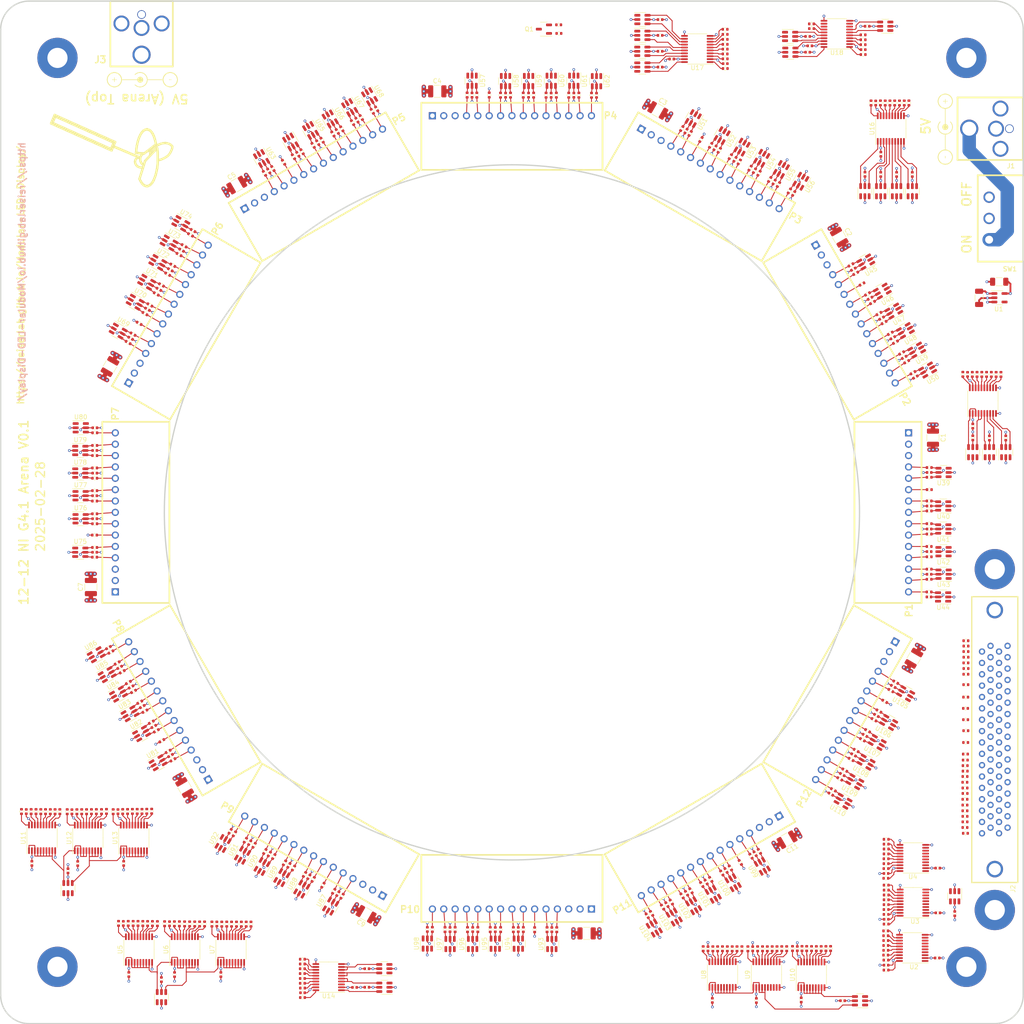
<source format=kicad_pcb>
(kicad_pcb (version 20240108) (generator "pcbnew") (generator_version "8.0")
  (layers (0 "F.Cu" signal) (1 "In1.Cu" power) (2 "In2.Cu" power) (3 "In3.Cu" signal) (4 "In4.Cu" signal) (31 "B.Cu" signal) (34 "B.Paste" user) (35 "F.Paste" user) (36 "B.SilkS" user "B.Silkscreen") (37 "F.SilkS" user "F.Silkscreen") (38 "B.Mask" user) (39 "F.Mask" user) (44 "Edge.Cuts" user))
  (net 0 "")
  (net 1 "+5V")
  (net 2 "/Power & Voltage Regulators/SW_5V")
  (net 3 "GND")
  (net 4 "/Level Shifters/PAN5V.RESET")
  (net 5 "/Level Shifters/PAN3V.RESET")
  (net 6 "/Level Shifters/PAN3V.MOSI_00")
  (net 7 "/Level Shifters/PAN3V.MISO_00")
  (net 8 "/Level Shifters/PAN3V.EXT_INT")
  (net 9 "/Level Shifters/PAN3V.MOSI_01")
  (net 10 "/Level Shifters/PAN3V.MISO_01")
  (net 11 "/Level Shifters/PAN3V.MOSI_02")
  (net 12 "/Level Shifters/PAN3V.MISO_02")
  (net 13 "/Level Shifters/PAN3V.MOSI_03")
  (net 14 "/Level Shifters/PAN3V.MISO_03")
  (net 15 "/Level Shifters/PAN3V.MOSI_04")
  (net 16 "/Level Shifters/PAN3V.MISO_04")
  (net 17 "/Level Shifters/PAN3V.MOSI_05")
  (net 18 "/Panel Headers/RESET")
  (net 19 "/Level Shifters/PAN3V.MISO_05")
  (net 20 "/Level Shifters/PAN3V.MOSI_06")
  (net 21 "/Level Shifters/PAN3V.MISO_06")
  (net 22 "/Level Shifters/PAN3V.MOSI_07")
  (net 23 "/Level Shifters/PAN3V.MISO_07")
  (net 24 "/Level Shifters/PAN3V.MOSI_08")
  (net 25 "/Level Shifters/PAN3V.MISO_08")
  (net 26 "/Level Shifters/PAN3V.MOSI_09")
  (net 27 "/Level Shifters/PAN3V.MISO_09")
  (net 28 "/Level Shifters/PAN3V.MOSI_10")
  (net 29 "/Level Shifters/PAN3V.MISO_10")
  (net 30 "/Level Shifters/PAN3V.MOSI_11")
  (net 31 "/Level Shifters/PAN3V.MISO_11")
  (net 32 "/Level Shifters/PAN5V.MOSI_09")
  (net 33 "/Level Shifters/PAN5V.MISO_09")
  (net 34 "/Level Shifters/PAN5V.MOSI_10")
  (net 35 "/Level Shifters/PAN5V.MISO_10")
  (net 36 "/Level Shifters/PAN5V.MOSI_11")
  (net 37 "/Level Shifters/PAN5V.MISO_11")
  (net 38 "/Level Shifters/PAN5V.MOSI_05")
  (net 39 "/Level Shifters/PAN5V.MISO_05")
  (net 40 "/Level Shifters/PAN5V.MOSI_06")
  (net 41 "/Level Shifters/PAN5V.MISO_06")
  (net 42 "/Level Shifters/PAN5V.MOSI_07")
  (net 43 "/Level Shifters/PAN5V.MISO_07")
  (net 44 "/Level Shifters/PAN5V.MOSI_08")
  (net 45 "/Level Shifters/PAN5V.MISO_08")
  (net 46 "/Level Shifters/PAN5V.MOSI_01")
  (net 47 "/Level Shifters/PAN5V.MISO_01")
  (net 48 "/Level Shifters/PAN5V.MOSI_02")
  (net 49 "/Level Shifters/PAN5V.MISO_02")
  (net 50 "/Level Shifters/PAN5V.MOSI_03")
  (net 51 "/Level Shifters/PAN5V.MISO_03")
  (net 52 "/Level Shifters/PAN5V.MOSI_04")
  (net 53 "/Level Shifters/PAN5V.MISO_04")
  (net 54 "+3.3V")
  (net 55 "/Panel Headers/MISO_00_P01")
  (net 56 "/Panel Headers/CS_04_P01")
  (net 57 "/Panel Headers/SCK_0_H1_P01")
  (net 58 "/Panel Headers/CS_03_P01")
  (net 59 "/Panel Headers/CS_06_P01")
  (net 60 "/Level Shifters/PAN5V.MOSI_00")
  (net 61 "/Level Shifters/PAN5V.MISO_00")
  (net 62 "/Panel Headers/EXT_INT_P01")
  (net 63 "/Panel Headers/CS_00_P01")
  (net 64 "/Panel Headers/CS_02_P01")
  (net 65 "/Panel Headers/CS_01_P01")
  (net 66 "/Level Shifters/PAN5V.EXT_INT")
  (net 67 "/Panel Headers/CS_05_P01")
  (net 68 "/Panel Headers/MOSI_00_P01")
  (net 69 "/Panel Headers/CS_07_P01")
  (net 70 "/Panel Headers/CS_05_P02")
  (net 71 "/Panel Headers/EXT_INT_P02")
  (net 72 "/Panel Headers/MISO_01_P02")
  (net 73 "/Panel Headers/CS_04_P02")
  (net 74 "/Panel Headers/SCK_1_H1_P02")
  (net 75 "/Panel Headers/CS_06_P02")
  (net 76 "/Panel Headers/CS_03_P02")
  (net 77 "/Panel Headers/CS_00_P02")
  (net 78 "/Panel Headers/MOSI_01_P02")
  (net 79 "/Panel Headers/CS_02_P02")
  (net 80 "/Panel Headers/CS_01_P02")
  (net 81 "/Panel Headers/CS_07_P02")
  (net 82 "/Panel Headers/SCK_2_H1_P03")
  (net 83 "/Panel Headers/CS_01_P03")
  (net 84 "/Panel Headers/CS_00_P03")
  (net 85 "/Panel Headers/MOSI_02_P03")
  (net 86 "/Panel Headers/CS_07_P03")
  (net 87 "/Panel Headers/MISO_02_P03")
  (net 88 "/Panel Headers/EXT_INT_P03")
  (net 89 "/Panel Headers/CS_03_P03")
  (net 90 "/Panel Headers/CS_06_P03")
  (net 91 "/Panel Headers/CS_05_P03")
  (net 92 "/Panel Headers/CS_04_P03")
  (net 93 "/Panel Headers/CS_02_P03")
  (net 94 "/Panel Headers/CS_04_P04")
  (net 95 "/Panel Headers/MISO_03_P04")
  (net 96 "/Panel Headers/CS_00_P04")
  (net 97 "/Panel Headers/CS_06_P04")
  (net 98 "/Panel Headers/SCK_3_H1_P04")
  (net 99 "/Panel Headers/CS_05_P04")
  (net 100 "/Panel Headers/CS_07_P04")
  (net 101 "/Panel Headers/CS_02_P04")
  (net 102 "/Panel Headers/CS_03_P04")
  (net 103 "/Panel Headers/MOSI_03_P04")
  (net 104 "/Panel Headers/EXT_INT_P04")
  (net 105 "/Panel Headers/CS_01_P04")
  (net 106 "/Panel Headers/MOSI_04_P05")
  (net 107 "/Panel Headers/CS_01_P05")
  (net 108 "/Panel Headers/EXT_INT_P05")
  (net 109 "/Panel Headers/CS_04_P05")
  (net 110 "/Panel Headers/CS_06_P05")
  (net 111 "/Panel Headers/MISO_04_P05")
  (net 112 "/Panel Headers/SCK_4_H1_P05")
  (net 113 "/Panel Headers/CS_05_P05")
  (net 114 "/Panel Headers/CS_07_P05")
  (net 115 "/Panel Headers/CS_02_P05")
  (net 116 "/Panel Headers/CS_03_P05")
  (net 117 "/Panel Headers/CS_00_P05")
  (net 118 "/Panel Headers/CS_06_P06")
  (net 119 "/Panel Headers/MISO_05_P06")
  (net 120 "/Panel Headers/CS_07_P06")
  (net 121 "/Panel Headers/MOSI_05_P06")
  (net 122 "/Panel Headers/CS_03_P06")
  (net 123 "/Panel Headers/CS_05_P06")
  (net 124 "/Panel Headers/SCK_5_H1_P06")
  (net 125 "/Panel Headers/CS_02_P06")
  (net 126 "/Panel Headers/CS_00_P06")
  (net 127 "/Panel Headers/CS_01_P06")
  (net 128 "/Panel Headers/EXT_INT_P06")
  (net 129 "/Panel Headers/CS_04_P06")
  (net 130 "/Panel Headers/EXT_INT_P07")
  (net 131 "/Panel Headers/CS_00_P07")
  (net 132 "/Panel Headers/SCK_0_H2_P07")
  (net 133 "/Panel Headers/MISO_06_P07")
  (net 134 "/Panel Headers/CS_07_P07")
  (net 135 "/Panel Headers/CS_01_P07")
  (net 136 "/Panel Headers/CS_04_P07")
  (net 137 "/Panel Headers/CS_03_P07")
  (net 138 "/Panel Headers/CS_05_P07")
  (net 139 "/Panel Headers/CS_02_P07")
  (net 140 "/Panel Headers/MOSI_06_P07")
  (net 141 "/Panel Headers/CS_06_P07")
  (net 142 "/Panel Headers/EXT_INT_P08")
  (net 143 "/Panel Headers/CS_01_P08")
  (net 144 "/Panel Headers/CS_05_P08")
  (net 145 "/Panel Headers/SCK_1_H2_P08")
  (net 146 "/Panel Headers/CS_07_P08")
  (net 147 "/Panel Headers/CS_06_P08")
  (net 148 "/Panel Headers/CS_03_P08")
  (net 149 "/Panel Headers/CS_00_P08")
  (net 150 "/Panel Headers/MISO_07_P08")
  (net 151 "/Panel Headers/CS_02_P08")
  (net 152 "/Panel Headers/MOSI_07_P08")
  (net 153 "/Panel Headers/CS_04_P08")
  (net 154 "/Panel Headers/EXT_INT_P09")
  (net 155 "/Panel Headers/SCK_2_H2_P09")
  (net 156 "/Panel Headers/MISO_08_P09")
  (net 157 "/Panel Headers/CS_07_P09")
  (net 158 "/Panel Headers/CS_02_P09")
  (net 159 "/Panel Headers/MOSI_08_P09")
  (net 160 "/Panel Headers/CS_06_P09")
  (net 161 "/Panel Headers/CS_00_P09")
  (net 162 "/Panel Headers/CS_03_P09")
  (net 163 "/Panel Headers/CS_04_P09")
  (net 164 "/Panel Headers/CS_05_P09")
  (net 165 "/Panel Headers/CS_01_P09")
  (net 166 "/Panel Headers/CS_04_P10")
  (net 167 "/Panel Headers/CS_02_P10")
  (net 168 "/Panel Headers/CS_00_P10")
  (net 169 "/Panel Headers/EXT_INT_P10")
  (net 170 "/Panel Headers/CS_05_P10")
  (net 171 "/Panel Headers/MOSI_09_P10")
  (net 172 "/Panel Headers/CS_01_P10")
  (net 173 "/Panel Headers/CS_06_P10")
  (net 174 "/Panel Headers/MISO_09_P10")
  (net 175 "/Panel Headers/CS_07_P10")
  (net 176 "/Panel Headers/SCK_3_H2_P10")
  (net 177 "/Panel Headers/CS_03_P10")
  (net 178 "/Panel Headers/CS_03_P11")
  (net 179 "/Panel Headers/CS_00_P11")
  (net 180 "/Panel Headers/SCK_4_H2_P11")
  (net 181 "/Panel Headers/MISO_10_P11")
  (net 182 "/Panel Headers/CS_07_P11")
  (net 183 "/Panel Headers/CS_02_P11")
  (net 184 "/Panel Headers/CS_04_P11")
  (net 185 "/Panel Headers/CS_05_P11")
  (net 186 "/Panel Headers/CS_01_P11")
  (net 187 "/Panel Headers/MOSI_10_P11")
  (net 188 "/Panel Headers/CS_06_P11")
  (net 189 "/Panel Headers/EXT_INT_P11")
  (net 190 "/Panel Headers/MOSI_11_P12")
  (net 191 "/Panel Headers/CS_02_P12")
  (net 192 "/Panel Headers/SCK_5_H2_P12")
  (net 193 "/Panel Headers/CS_04_P12")
  (net 194 "/Panel Headers/CS_07_P12")
  (net 195 "/Panel Headers/CS_01_P12")
  (net 196 "/Panel Headers/CS_05_P12")
  (net 197 "/Panel Headers/CS_03_P12")
  (net 198 "/Panel Headers/EXT_INT_P12")
  (net 199 "/Panel Headers/MISO_11_P12")
  (net 200 "/Panel Headers/CS_06_P12")
  (net 201 "/Panel Headers/CS_00_P12")
  (net 202 "Net-(Q1-G)")
  (net 203 "Net-(J2-Pin_35)")
  (net 204 "/Level Shifters/PAN3V.CS_0")
  (net 205 "Net-(J2-Pin_36)")
  (net 206 "/Level Shifters/PAN3V.CS_1")
  (net 207 "/Level Shifters/PAN3V.CS_2")
  (net 208 "Net-(J2-Pin_37)")
  (net 209 "Net-(J2-Pin_38)")
  (net 210 "/Level Shifters/PAN3V.CS_3")
  (net 211 "/Level Shifters/PAN3V.CS_4")
  (net 212 "Net-(J2-Pin_39)")
  (net 213 "Net-(J2-Pin_40)")
  (net 214 "/Level Shifters/PAN3V.CS_5")
  (net 215 "Net-(J2-Pin_41)")
  (net 216 "/Level Shifters/PAN3V.CS_6")
  (net 217 "/Level Shifters/PAN3V.CS_7")
  (net 218 "Net-(J2-Pin_42)")
  (net 219 "Net-(J2-Pin_43)")
  (net 220 "/Level Shifters/PAN3V.SCK_0")
  (net 221 "/Level Shifters/PAN3V.SCK_1")
  (net 222 "Net-(J2-Pin_44)")
  (net 223 "/Level Shifters/PAN3V.SCK_2")
  (net 224 "Net-(J2-Pin_45)")
  (net 225 "/Level Shifters/PAN3V.SCK_3")
  (net 226 "Net-(J2-Pin_46)")
  (net 227 "/Level Shifters/PAN3V.SCK_4")
  (net 228 "Net-(J2-Pin_47)")
  (net 229 "Net-(J2-Pin_48)")
  (net 230 "/Level Shifters/PAN3V.SCK_5")
  (net 231 "Net-(J2-Pin_49)")
  (net 232 "Net-(J2-Pin_51)")
  (net 233 "Net-(J2-Pin_53)")
  (net 234 "Net-(J2-Pin_55)")
  (net 235 "Net-(J2-Pin_57)")
  (net 236 "Net-(J2-Pin_59)")
  (net 237 "Net-(J2-Pin_61)")
  (net 238 "Net-(J2-Pin_68)")
  (net 239 "Net-(J2-Pin_29)")
  (net 240 "Net-(J2-Pin_30)")
  (net 241 "Net-(J2-Pin_31)")
  (net 242 "Net-(J2-Pin_32)")
  (net 243 "Net-(J2-Pin_33)")
  (net 244 "Net-(J2-Pin_34)")
  (net 245 "Net-(R163-Pad1)")
  (net 246 "Net-(R164-Pad1)")
  (net 247 "Net-(R166-Pad1)")
  (net 248 "Net-(R167-Pad1)")
  (net 249 "Net-(R168-Pad1)")
  (net 250 "Net-(R169-Pad1)")
  (net 251 "Net-(R170-Pad1)")
  (net 252 "Net-(R171-Pad1)")
  (net 253 "Net-(R172-Pad1)")
  (net 254 "Net-(R173-Pad1)")
  (net 255 "Net-(R174-Pad1)")
  (net 256 "Net-(U2-B1)")
  (net 257 "/Level Shifters/PAN5V.CS_0_P01")
  (net 258 "/Level Shifters/PAN5V.CS_0_P02")
  (net 259 "Net-(U2-B2)")
  (net 260 "Net-(U2-B3)")
  (net 261 "/Level Shifters/PAN5V.CS_0_P03")
  (net 262 "Net-(U2-B4)")
  (net 263 "/Level Shifters/PAN5V.CS_0_P04")
  (net 264 "Net-(U2-B5)")
  (net 265 "/Level Shifters/PAN5V.CS_0_P05")
  (net 266 "/Level Shifters/PAN5V.CS_0_P06")
  (net 267 "Net-(U2-B6)")
  (net 268 "Net-(U2-B7)")
  (net 269 "/Level Shifters/PAN5V.CS_0_P07")
  (net 270 "/Level Shifters/PAN5V.CS_0_P08")
  (net 271 "Net-(U2-B8)")
  (net 272 "Net-(U3-B1)")
  (net 273 "/Level Shifters/PAN5V.CS_0_P09")
  (net 274 "/Level Shifters/PAN5V.CS_0_P10")
  (net 275 "Net-(U3-B2)")
  (net 276 "Net-(U3-B3)")
  (net 277 "/Level Shifters/PAN5V.CS_0_P11")
  (net 278 "Net-(U3-B4)")
  (net 279 "/Level Shifters/PAN5V.CS_0_P12")
  (net 280 "/Level Shifters/PAN5V.CS_1_P01")
  (net 281 "Net-(U3-B5)")
  (net 282 "Net-(U3-B6)")
  (net 283 "/Level Shifters/PAN5V.CS_1_P02")
  (net 284 "Net-(U3-B7)")
  (net 285 "/Level Shifters/PAN5V.CS_1_P03")
  (net 286 "/Level Shifters/PAN5V.CS_1_P04")
  (net 287 "Net-(U3-B8)")
  (net 288 "Net-(U4-B1)")
  (net 289 "/Level Shifters/PAN5V.CS_1_P05")
  (net 290 "/Level Shifters/PAN5V.CS_1_P06")
  (net 291 "Net-(U4-B2)")
  (net 292 "/Level Shifters/PAN5V.CS_1_P07")
  (net 293 "Net-(U4-B3)")
  (net 294 "Net-(U4-B4)")
  (net 295 "/Level Shifters/PAN5V.CS_1_P08")
  (net 296 "Net-(U4-B5)")
  (net 297 "/Level Shifters/PAN5V.CS_1_P09")
  (net 298 "/Level Shifters/PAN5V.CS_1_P10")
  (net 299 "Net-(U4-B6)")
  (net 300 "Net-(U4-B7)")
  (net 301 "/Level Shifters/PAN5V.CS_1_P11")
  (net 302 "/Level Shifters/PAN5V.CS_1_P12")
  (net 303 "Net-(U4-B8)")
  (net 304 "/Level Shifters/PAN5V.CS_2_P01")
  (net 305 "Net-(U5-B1)")
  (net 306 "/Level Shifters/PAN5V.CS_2_P02")
  (net 307 "Net-(U5-B2)")
  (net 308 "/Level Shifters/PAN5V.CS_2_P03")
  (net 309 "Net-(U5-B3)")
  (net 310 "/Level Shifters/PAN5V.CS_2_P04")
  (net 311 "Net-(U5-B4)")
  (net 312 "/Level Shifters/PAN5V.CS_2_P05")
  (net 313 "Net-(U5-B5)")
  (net 314 "/Level Shifters/PAN5V.CS_2_P06")
  (net 315 "Net-(U5-B6)")
  (net 316 "/Level Shifters/PAN5V.CS_2_P07")
  (net 317 "Net-(U5-B7)")
  (net 318 "/Level Shifters/PAN5V.CS_2_P08")
  (net 319 "Net-(U5-B8)")
  (net 320 "Net-(U6-B1)")
  (net 321 "/Level Shifters/PAN5V.CS_2_P09")
  (net 322 "/Level Shifters/PAN5V.CS_2_P10")
  (net 323 "Net-(U6-B2)")
  (net 324 "/Level Shifters/PAN5V.CS_2_P11")
  (net 325 "Net-(U6-B3)")
  (net 326 "Net-(U6-B4)")
  (net 327 "/Level Shifters/PAN5V.CS_2_P12")
  (net 328 "Net-(U6-B5)")
  (net 329 "/Level Shifters/PAN5V.CS_3_P01")
  (net 330 "Net-(U6-B6)")
  (net 331 "/Level Shifters/PAN5V.CS_3_P02")
  (net 332 "/Level Shifters/PAN5V.CS_3_P03")
  (net 333 "Net-(U6-B7)")
  (net 334 "/Level Shifters/PAN5V.CS_3_P04")
  (net 335 "Net-(U6-B8)")
  (net 336 "Net-(U7-B1)")
  (net 337 "/Level Shifters/PAN5V.CS_3_P05")
  (net 338 "/Level Shifters/PAN5V.CS_3_P06")
  (net 339 "Net-(U7-B2)")
  (net 340 "/Level Shifters/PAN5V.CS_3_P07")
  (net 341 "Net-(U7-B3)")
  (net 342 "/Level Shifters/PAN5V.CS_3_P08")
  (net 343 "Net-(U7-B4)")
  (net 344 "/Level Shifters/PAN5V.CS_3_P09")
  (net 345 "Net-(U7-B5)")
  (net 346 "/Level Shifters/PAN5V.CS_3_P10")
  (net 347 "Net-(U7-B6)")
  (net 348 "Net-(U7-B7)")
  (net 349 "/Level Shifters/PAN5V.CS_3_P11")
  (net 350 "/Level Shifters/PAN5V.CS_3_P12")
  (net 351 "Net-(U7-B8)")
  (net 352 "/Level Shifters/PAN5V.CS_4_P01")
  (net 353 "Net-(U8-B1)")
  (net 354 "Net-(U8-B2)")
  (net 355 "/Level Shifters/PAN5V.CS_4_P02")
  (net 356 "/Level Shifters/PAN5V.CS_4_P03")
  (net 357 "Net-(U8-B3)")
  (net 358 "Net-(U8-B4)")
  (net 359 "/Level Shifters/PAN5V.CS_4_P04")
  (net 360 "/Level Shifters/PAN5V.CS_4_P05")
  (net 361 "Net-(U8-B5)")
  (net 362 "/Level Shifters/PAN5V.CS_4_P06")
  (net 363 "Net-(U8-B6)")
  (net 364 "Net-(U8-B7)")
  (net 365 "/Level Shifters/PAN5V.CS_4_P07")
  (net 366 "/Level Shifters/PAN5V.CS_4_P08")
  (net 367 "Net-(U8-B8)")
  (net 368 "/Level Shifters/PAN5V.CS_4_P09")
  (net 369 "Net-(U9-B1)")
  (net 370 "Net-(U9-B2)")
  (net 371 "/Level Shifters/PAN5V.CS_4_P10")
  (net 372 "/Level Shifters/PAN5V.CS_4_P11")
  (net 373 "Net-(U9-B3)")
  (net 374 "/Level Shifters/PAN5V.CS_4_P12")
  (net 375 "Net-(U9-B4)")
  (net 376 "/Level Shifters/PAN5V.CS_5_P01")
  (net 377 "Net-(U9-B5)")
  (net 378 "/Level Shifters/PAN5V.CS_5_P02")
  (net 379 "Net-(U9-B6)")
  (net 380 "Net-(U9-B7)")
  (net 381 "/Level Shifters/PAN5V.CS_5_P03")
  (net 382 "/Level Shifters/PAN5V.CS_5_P04")
  (net 383 "Net-(U9-B8)")
  (net 384 "/Level Shifters/PAN5V.CS_5_P05")
  (net 385 "Net-(U10-B1)")
  (net 386 "/Level Shifters/PAN5V.CS_5_P06")
  (net 387 "Net-(U10-B2)")
  (net 388 "/Level Shifters/PAN5V.CS_5_P07")
  (net 389 "Net-(U10-B3)")
  (net 390 "Net-(U10-B4)")
  (net 391 "/Level Shifters/PAN5V.CS_5_P08")
  (net 392 "/Level Shifters/PAN5V.CS_5_P09")
  (net 393 "Net-(U10-B5)")
  (net 394 "Net-(U10-B6)")
  (net 395 "/Level Shifters/PAN5V.CS_5_P10")
  (net 396 "Net-(U10-B7)")
  (net 397 "/Level Shifters/PAN5V.CS_5_P11")
  (net 398 "/Level Shifters/PAN5V.CS_5_P12")
  (net 399 "Net-(U10-B8)")
  (net 400 "Net-(U11-B1)")
  (net 401 "/Level Shifters/PAN5V.CS_6_P01")
  (net 402 "/Level Shifters/PAN5V.CS_6_P02")
  (net 403 "Net-(U11-B2)")
  (net 404 "/Level Shifters/PAN5V.CS_6_P03")
  (net 405 "Net-(U11-B3)")
  (net 406 "Net-(U11-B4)")
  (net 407 "/Level Shifters/PAN5V.CS_6_P04")
  (net 408 "Net-(U11-B5)")
  (net 409 "/Level Shifters/PAN5V.CS_6_P05")
  (net 410 "/Level Shifters/PAN5V.CS_6_P06")
  (net 411 "Net-(U11-B6)")
  (net 412 "Net-(U11-B7)")
  (net 413 "/Level Shifters/PAN5V.CS_6_P07")
  (net 414 "/Level Shifters/PAN5V.CS_6_P08")
  (net 415 "Net-(U11-B8)")
  (net 416 "Net-(U12-B1)")
  (net 417 "/Level Shifters/PAN5V.CS_6_P09")
  (net 418 "/Level Shifters/PAN5V.CS_6_P10")
  (net 419 "Net-(U12-B2)")
  (net 420 "Net-(U12-B3)")
  (net 421 "/Level Shifters/PAN5V.CS_6_P11")
  (net 422 "/Level Shifters/PAN5V.CS_6_P12")
  (net 423 "Net-(U12-B4)")
  (net 424 "/Level Shifters/PAN5V.CS_7_P01")
  (net 425 "Net-(U12-B5)")
  (net 426 "/Level Shifters/PAN5V.CS_7_P02")
  (net 427 "Net-(U12-B6)")
  (net 428 "Net-(U12-B7)")
  (net 429 "/Level Shifters/PAN5V.CS_7_P03")
  (net 430 "/Level Shifters/PAN5V.CS_7_P04")
  (net 431 "Net-(U12-B8)")
  (net 432 "Net-(U13-B1)")
  (net 433 "/Level Shifters/PAN5V.CS_7_P05")
  (net 434 "Net-(U13-B2)")
  (net 435 "/Level Shifters/PAN5V.CS_7_P06")
  (net 436 "/Level Shifters/PAN5V.CS_7_P07")
  (net 437 "Net-(U13-B3)")
  (net 438 "Net-(U13-B4)")
  (net 439 "/Level Shifters/PAN5V.CS_7_P08")
  (net 440 "/Level Shifters/PAN5V.CS_7_P09")
  (net 441 "Net-(U13-B5)")
  (net 442 "Net-(U13-B6)")
  (net 443 "/Level Shifters/PAN5V.CS_7_P10")
  (net 444 "Net-(U13-B7)")
  (net 445 "/Level Shifters/PAN5V.CS_7_P11")
  (net 446 "Net-(U13-B8)")
  (net 447 "/Level Shifters/PAN5V.CS_7_P12")
  (net 448 "Net-(U14-B1)")
  (net 449 "/Level Shifters/PAN5V.SCK_0_H1")
  (net 450 "/Level Shifters/PAN5V.SCK_0_H2")
  (net 451 "Net-(U14-B2)")
  (net 452 "Net-(U14-B3)")
  (net 453 "/Level Shifters/PAN5V.SCK_1_H1")
  (net 454 "/Level Shifters/PAN5V.SCK_1_H2")
  (net 455 "Net-(U14-B4)")
  (net 456 "Net-(U14-B5)")
  (net 457 "/Level Shifters/PAN5V.SCK_2_H1")
  (net 458 "/Level Shifters/PAN5V.SCK_2_H2")
  (net 459 "Net-(U14-B6)")
  (net 460 "Net-(U14-B7)")
  (net 461 "/Level Shifters/PAN5V.SCK_3_H1")
  (net 462 "Net-(U14-B8)")
  (net 463 "/Level Shifters/PAN5V.SCK_3_H2")
  (net 464 "/Level Shifters/PAN5V.SCK_4_H1")
  (net 465 "Net-(U15-B1)")
  (net 466 "/Level Shifters/PAN5V.SCK_4_H2")
  (net 467 "Net-(U15-B2)")
  (net 468 "/Level Shifters/PAN5V.SCK_5_H1")
  (net 469 "Net-(U15-B3)")
  (net 470 "Net-(U15-B4)")
  (net 471 "/Level Shifters/PAN5V.SCK_5_H2")
  (net 472 "Net-(U15-B5)")
  (net 473 "Net-(U15-B6)")
  (net 474 "Net-(U15-B7)")
  (net 475 "Net-(U15-B8)")
  (net 476 "Net-(U16-B1)")
  (net 477 "Net-(U16-B2)")
  (net 478 "Net-(U16-B3)")
  (net 479 "Net-(U16-B4)")
  (net 480 "Net-(U16-B5)")
  (net 481 "Net-(U16-B6)")
  (net 482 "Net-(U16-B7)")
  (net 483 "Net-(U16-B8)")
  (net 484 "Net-(U17-A1)")
  (net 485 "Net-(U17-A2)")
  (net 486 "Net-(U17-A3)")
  (net 487 "Net-(U17-A4)")
  (net 488 "Net-(U17-A5)")
  (net 489 "Net-(U17-A6)")
  (net 490 "Net-(U17-A7)")
  (net 491 "Net-(U17-A8)")
  (net 492 "Net-(U18-A1)")
  (net 493 "Net-(U18-A2)")
  (net 494 "Net-(U18-A3)")
  (net 495 "Net-(U18-A4)")
  (net 496 "Net-(U18-B5)")
  (net 497 "Net-(U18-B6)")
  (net 498 "Net-(R175-Pad1)")
  (net 499 "Net-(R176-Pad1)")
  (net 500 "Net-(R178-Pad1)")
  (net 501 "Net-(R179-Pad1)")
  (net 502 "Net-(R180-Pad1)")
  (net 503 "Net-(R181-Pad1)")
  (net 504 "Net-(R182-Pad1)")
  (net 505 "Net-(R183-Pad1)")
  (net 506 "Net-(R184-Pad1)")
  (net 507 "Net-(R185-Pad1)")
  (net 508 "Net-(R186-Pad1)")
  (net 509 "Net-(R187-Pad1)")
  (net 510 "Net-(R188-Pad1)")
  (net 511 "Net-(R190-Pad1)")
  (net 512 "Net-(R191-Pad1)")
  (net 513 "Net-(R192-Pad1)")
  (net 514 "Net-(R193-Pad1)")
  (net 515 "Net-(R194-Pad1)")
  (net 516 "Net-(R195-Pad1)")
  (net 517 "Net-(R196-Pad1)")
  (net 518 "Net-(R197-Pad1)")
  (net 519 "Net-(R198-Pad1)")
  (net 520 "Net-(R199-Pad1)")
  (net 521 "Net-(R200-Pad1)")
  (net 522 "Net-(R202-Pad1)")
  (net 523 "Net-(R203-Pad1)")
  (net 524 "Net-(R204-Pad1)")
  (net 525 "Net-(R205-Pad1)")
  (net 526 "Net-(R206-Pad1)")
  (net 527 "Net-(R207-Pad1)")
  (net 528 "Net-(R208-Pad1)")
  (net 529 "Net-(R209-Pad1)")
  (net 530 "Net-(R210-Pad1)")
  (net 531 "Net-(R211-Pad1)")
  (net 532 "Net-(R212-Pad1)")
  (net 533 "Net-(R214-Pad1)")
  (net 534 "Net-(R215-Pad1)")
  (net 535 "Net-(R216-Pad1)")
  (net 536 "Net-(R217-Pad1)")
  (net 537 "Net-(R218-Pad1)")
  (net 538 "Net-(R219-Pad1)")
  (net 539 "Net-(R220-Pad1)")
  (net 540 "Net-(R221-Pad1)")
  (net 541 "Net-(R222-Pad1)")
  (net 542 "Net-(R223-Pad1)")
  (net 543 "Net-(R224-Pad1)")
  (net 544 "Net-(R226-Pad1)")
  (net 545 "Net-(R227-Pad1)")
  (net 546 "Net-(R228-Pad1)")
  (net 547 "Net-(R229-Pad1)")
  (net 548 "Net-(R230-Pad1)")
  (net 549 "Net-(R231-Pad1)")
  (net 550 "Net-(R232-Pad1)")
  (net 551 "Net-(R233-Pad1)")
  (net 552 "Net-(R234-Pad1)")
  (net 553 "Net-(R235-Pad1)")
  (net 554 "Net-(R236-Pad1)")
  (net 555 "Net-(R238-Pad1)")
  (net 556 "Net-(R239-Pad1)")
  (net 557 "Net-(R240-Pad1)")
  (net 558 "Net-(R241-Pad1)")
  (net 559 "Net-(R242-Pad1)")
  (net 560 "Net-(R243-Pad1)")
  (net 561 "Net-(R244-Pad1)")
  (net 562 "Net-(R245-Pad1)")
  (net 563 "Net-(R246-Pad1)")
  (net 564 "Net-(R247-Pad1)")
  (net 565 "Net-(R248-Pad1)")
  (net 566 "Net-(R250-Pad1)")
  (net 567 "Net-(R251-Pad1)")
  (net 568 "Net-(R252-Pad1)")
  (net 569 "Net-(R253-Pad1)")
  (net 570 "Net-(R254-Pad1)")
  (net 571 "Net-(R255-Pad1)")
  (net 572 "Net-(R256-Pad1)")
  (net 573 "Net-(R257-Pad1)")
  (net 574 "Net-(R258-Pad1)")
  (net 575 "Net-(R259-Pad1)")
  (net 576 "Net-(R260-Pad1)")
  (net 577 "Net-(R262-Pad1)")
  (net 578 "Net-(R263-Pad1)")
  (net 579 "Net-(R264-Pad1)")
  (net 580 "Net-(R265-Pad1)")
  (net 581 "Net-(R266-Pad1)")
  (net 582 "Net-(R267-Pad1)")
  (net 583 "Net-(R268-Pad1)")
  (net 584 "Net-(R269-Pad1)")
  (net 585 "Net-(R270-Pad1)")
  (net 586 "Net-(R271-Pad1)")
  (net 587 "Net-(R272-Pad1)")
  (net 588 "Net-(R274-Pad1)")
  (net 589 "Net-(R275-Pad1)")
  (net 590 "Net-(R276-Pad1)")
  (net 591 "Net-(R277-Pad1)")
  (net 592 "Net-(R278-Pad1)")
  (net 593 "Net-(R279-Pad1)")
  (net 594 "Net-(R280-Pad1)")
  (net 595 "Net-(R281-Pad1)")
  (net 596 "Net-(R282-Pad1)")
  (net 597 "Net-(R283-Pad1)")
  (net 598 "Net-(R284-Pad1)")
  (net 599 "Net-(R286-Pad1)")
  (net 600 "Net-(R287-Pad1)")
  (net 601 "Net-(R288-Pad1)")
  (net 602 "Net-(R289-Pad1)")
  (net 603 "Net-(R290-Pad1)")
  (net 604 "Net-(R291-Pad1)")
  (net 605 "Net-(R292-Pad1)")
  (net 606 "Net-(R293-Pad1)")
  (net 607 "Net-(R294-Pad1)")
  (net 608 "Net-(R295-Pad1)")
  (net 609 "Net-(R296-Pad1)")
  (net 610 "Net-(R298-Pad1)")
  (net 611 "Net-(R299-Pad1)")
  (net 612 "Net-(R300-Pad1)")
  (net 613 "Net-(R301-Pad1)")
  (net 614 "Net-(R302-Pad1)")
  (net 615 "Net-(R303-Pad1)")
  (net 616 "Net-(R304-Pad1)")
  (net 617 "Net-(R305-Pad1)")
  (net 618 "Net-(R306-Pad1)")
  (net 620 "Net-(U2-A1)")
  (net 621 "Net-(U3-A5)")
  (net 622 "Net-(U5-A1)")
  (net 623 "Net-(U6-A5)")
  (net 624 "Net-(U8-A1)")
  (net 625 "Net-(U10-A1)")
  (net 626 "Net-(U11-A1)")
  (net 627 "Net-(U12-A5)")
  (net 628 "Net-(U14-A7)")
  (net 629 "Net-(U14-A1)")
  (net 630 "Net-(U14-A5)")
  (net 631 "Net-(U14-A3)")
  (net 632 "Net-(U15-A3)")
  (net 633 "Net-(U15-A6)")
  (net 634 "Net-(U15-A7)")
  (net 635 "Net-(U15-A1)")
  (net 636 "Net-(U15-A8)")
  (net 637 "Net-(U15-A5)")
  (net 638 "Net-(U16-A2)")
  (net 639 "Net-(U16-A8)")
  (net 640 "Net-(U16-A3)")
  (net 641 "Net-(U16-A7)")
  (net 642 "Net-(U16-A5)")
  (net 643 "Net-(U16-A4)")
  (net 644 "Net-(U16-A1)")
  (net 645 "Net-(U16-A6)")
  (net 646 "Net-(U17-B6)")
  (net 647 "Net-(U17-B2)")
  (net 648 "Net-(U17-B4)")
  (net 649 "Net-(U17-B3)")
  (net 650 "Net-(U17-B5)")
  (net 651 "Net-(U17-B7)")
  (net 652 "Net-(U17-B8)")
  (net 653 "Net-(U17-B1)")
  (net 654 "Net-(U18-B4)")
  (net 656 "Net-(U18-B3)")
  (net 658 "Net-(U18-B1)")
  (net 659 "Net-(U18-A6)")
  (net 661 "Net-(U18-A5)")
  (net 663 "Net-(U18-B2)")
  (footprint "Capacitor_SMD:C_0402_1005Metric" (layer "F.Cu") (at 259.284214 223.205258 150)
    (property "Reference" "C102" (hide yes))
    (property "Value" "0.1uF" (hide yes))
  )
  (footprint "Resistor_SMD:R_0402_1005Metric" (layer "F.Cu") (at 271.110028 172.72 180)
    (property "Reference" "R165" (hide yes))
    (property "Value" "33" (hide yes))
  )
  (footprint "Capacitor_SMD:C_0402_1005Metric" (layer "F.Cu") (at 92.15 281.12 -90)
    (property "Reference" "C113" (hide yes))
    (property "Value" "0.1uF" (hide yes))
  )
  (footprint "Resistor_SMD:R_0402_1005Metric" (layer "F.Cu") (at 263.547874 139.759617 -150)
    (property "Reference" "R183" (hide yes))
    (property "Value" "33" (hide yes))
  )
  (footprint "Resistor_SMD:R_0402_1005Metric" (layer "F.Cu") (at 89.85 269.69 -90)
    (property "Reference" "R53" (hide yes))
    (property "Value" "33" (hide yes))
  )
  (footprint "Package_TO_SOT_SMD:SOT-23-6" (layer "F.Cu") (at 274.297528 168.88 180)
    (property "Reference" "U39")
    (property "Value" "74LVC2G17" (hide yes))
  )
  (footprint "Resistor_SMD:R_0402_1005Metric" (layer "F.Cu") (at 261.395 274.63)
    (property "Reference" "R33" (hide yes))
    (property "Value" "33" (hide yes))
  )
  (footprint "Resistor_SMD:R_0402_1005Metric" (layer "F.Cu") (at 188.25 68.8)
    (property "Reference" "R307" (hide yes))
    (property "Value" "20k" (hide yes))
  )
  (footprint "Resistor_SMD:R_0402_1005Metric" (layer "F.Cu") (at 261.148855 220.055605 150)
    (property "Reference" "R297" (hide yes))
    (property "Value" "33" (hide yes))
  )
  (footprint "Package_TO_SOT_SMD:SOT-23-6" (layer "F.Cu") (at 224.775348 93.57631 -120)
    (property "Reference" "U52")
    (property "Value" "74LVC2G17" (hide yes))
  )
  (footprint "Package_TO_SOT_SMD:SOT-23-6" (layer "F.Cu") (at 137.168598 89.844348 -60)
    (property "Reference" "U66")
    (property "Value" "74LVC2G17" (hide yes))
  )
  (footprint "arena_custom:DCJACK_2PIN_HIGHCURRENT" (layer "F.Cu") (at 95 63.5028)
    (property "Reference" "J3")
    (property "Value" "Barrel_Jack" (hide yes))
  )
  (footprint "Package_TO_SOT_SMD:SOT-23-6" (layer "F.Cu") (at 113.224695 251.827708 60)
    (property "Reference" "U92")
    (property "Value" "74LVC2G17" (hide yes))
  )
  (footprint "Resistor_SMD:R_0402_1005Metric" (layer "F.Cu") (at 118.39 269.855 -90)
    (property "Reference" "R75" (hide yes))
    (property "Value" "33" (hide yes))
  )
  (footprint "Package_TO_SOT_SMD:SOT-23-6" (layer "F.Cu") (at 101.145688 117.574104 -30)
    (property "Reference" "U73")
    (property "Value" "74LVC2G17" (hide yes))
  )
  (footprint "Resistor_SMD:R_0402_1005Metric" (layer "F.Cu") (at 92.052125 215.840382 30)
    (property "Reference" "R255" (hide yes))
    (property "Value" "33" (hide yes))
  )
  (footprint "Resistor_SMD:R_0402_1005Metric" (layer "F.Cu") (at 225.46 74.235)
    (property "Reference" "R152" (hide yes))
    (property "Value" "33" (hide yes))
  )
  (footprint "Resistor_SMD:R_0402_1005Metric" (layer "F.Cu") (at 131.437113 258.742874 60)
    (property "Reference" "R263" (hide yes))
    (property "Value" "33" (hide yes))
  )
  (footprint "Package_TO_SOT_SMD:SOT-23-6" (layer "F.Cu") (at 158.89 274.197528 90)
    (property "Reference" "U98")
    (property "Value" "74LVC2G17" (hide yes))
  )
  (footprint "Package_TO_SOT_SMD:SOT-23-6" (layer "F.Cu") (at 206.9625 71.16)
    (property "Reference" "U30" (hide yes))
    (property "Value" "74LVC2G17" (hide yes))
  )
  (footprint "Package_TO_SOT_SMD:SOT-23-6" (layer "F.Cu") (at 262.023689 224.775348 150)
    (property "Reference" "U106")
    (property "Value" "74LVC2G17" (hide yes))
  )
  (footprint "Capacitor_SMD:C_0402_1005Metric" (layer "F.Cu") (at 147.556525 87.596766 -60)
    (property "Reference" "C64" (hide yes))
    (property "Value" "0.1uF" (hide yes))
  )
  (footprint "Resistor_SMD:R_0402_1005Metric" (layer "F.Cu") (at 100.15 269.765 -90)
    (property "Reference" "R61" (hide yes))
    (property "Value" "33" (hide yes))
  )
  (footprint "Capacitor_SMD:C_0402_1005Metric" (layer "F.Cu") (at 260.25 102.25 90)
    (property "Reference" "C25" (hide yes))
    (property "Value" "0.1uF" (hide yes))
  )
  (footprint "Capacitor_SMD:C_0402_1005Metric" (layer "F.Cu") (at 98.877125 127.938371 -30)
    (property "Reference" "C67" (hide yes))
    (property "Value" "0.1uF" (hide yes))
  )
  (footprint "Capacitor_SMD:C_1210_3225Metric" (layer "F.Cu") (at 210.41105 87.936003 -30)
    (property "Reference" "C3")
    (property "Value" "100uF" (hide yes))
  )
  (footprint "Resistor_SMD:R_0402_1005Metric" (layer "F.Cu") (at 139.83006 263.605865 60)
    (property "Reference" "R259" (hide yes))
    (property "Value" "33" (hide yes))
  )
  (footprint "Resistor_SMD:R_0402_1005Metric" (layer "F.Cu") (at 259.849214 222.226649 150)
    (property "Reference" "R298" (hide yes))
    (property "Value" "33" (hide yes))
  )
  (footprint "MountingHole:MountingHole_4.5mm_Pad" (layer "F.Cu") (at 76.2 76.2)
    (property "Reference" "H1" (hide yes))
    (property "Value" "MountingHole_Pad" (hide yes))
  )
  (footprint "Package_TO_SOT_SMD:SOT-23-6" (layer "F.Cu") (at 218.323817 89.770688 -120)
    (property "Reference" "U51")
    (property "Value" "74LVC2G17" (hide yes))
  )
  (footprint "arena_custom:HEADER_TOP" (layer "F.Cu") (at 177.799999 266.474028 180)
    (property "Reference" "P10")
    (property "Value" "CONN15" (hide yes))
  )
  (footprint "Package_TO_SOT_SMD:SOT-23-6" (layer "F.Cu") (at 99.45 286.1725 90)
    (property "Reference" "U20" (hide yes))
    (property "Value" "74LVC2G17" (hide yes))
  )
  (footprint "Capacitor_SMD:C_0402_1005Metric" (layer "F.Cu") (at 138.882432 263.047204 60)
    (property "Reference" "C83" (hide yes))
    (property "Value" "0.1uF" (hide yes))
  )
  (footprint "Resistor_SMD:R_0402_1005Metric" (layer "F.Cu") (at 130.9625 283.08)
    (property "Reference" "R127" (hide yes))
    (property "Value" "33" (hide yes))
  )
  (footprint "Capacitor_SMD:C_0402_1005Metric" (layer "F.Cu") (at 231.625 275.3675 90)
    (property "Reference" "C122" (hide yes))
    (property "Value" "0.1uF" (hide yes))
  )
  (footprint "Resistor_SMD:R_0402_1005Metric" (layer "F.Cu") (at 112.93 269.855 -90)
    (property "Reference" "R70" (hide yes))
    (property "Value" "33" (hide yes))
  )
  (footprint "Capacitor_SMD:C_0402_1005Metric" (layer "F.Cu") (at 196.71 84.559971 -90)
    (property "Reference" "C58" (hide yes))
    (property "Value" "0.1uF" (hide yes))
  )
  (footprint "arena_custom:HEADER_TOP" (layer "F.Cu") (at 254.593961 222.137014 -120)
    (property "Reference" "P12")
    (property "Value" "CONN15" (hide yes))
  )
  (footprint "Capacitor_SMD:C_0402_1005Metric" (layer "F.Cu") (at 90.105785 212.449222 30)
    (property "Reference" "C81" (hide yes))
    (property "Value" "0.1uF" (hide yes))
  )
  (footprint "Resistor_SMD:R_0402_1005Metric" (layer "F.Cu") (at 263.37 86.275 -90)
    (property "Reference" "R145" (hide yes))
    (property "Value" "33" (hide yes))
  )
  (footprint "Resistor_SMD:R_0402_1005Metric" (layer "F.Cu") (at 220.237291 261.003544 120)
    (property "Reference" "R289" (hide yes))
    (property "Value" "33" (hide yes))
  )
  (footprint "Resistor_SMD:R_0402_1005Metric" (layer "F.Cu") (at 107.98 269.82 -90)
    (property "Reference" "R67" (hide yes))
    (property "Value" "33" (hide yes))
  )
  (footprint "Capacitor_SMD:C_0402_1005Metric" (layer "F.Cu") (at 261.445 258.53 180)
    (property "Reference" "C112" (hide yes))
    (property "Value" "0.1uF" (hide yes))
  )
  (footprint "Resistor_SMD:R_0402_1005Metric" (layer "F.Cu") (at 220.055605 94.451144 -120)
    (property "Reference" "R189" (hide yes))
    (property "Value" "33" (hide yes))
  )
  (footprint "arena_custom:HEADER_TOP" (layer "F.Cu") (at 89.125971 177.8 90)
    (property "Reference" "P7")
    (property "Value" "CONN15" (hide yes))
  )
  (footprint "Capacitor_SMD:C_0402_1005Metric" (layer "F.Cu") (at 288.2 161.175 90)
    (property "Reference" "C23" (hide yes))
    (property "Value" "0.1uF" (hide yes))
  )
  (footprint "Package_TO_SOT_SMD:SOT-23-6" (layer "F.Cu") (at 186.59 81.312471 -90)
    (property "Reference" "U60")
    (property "Value" "74LVC2G17" (hide yes))
  )
  (footprint "Capacitor_SMD:C_0402_1005Metric" (layer "F.Cu") (at 267.305 102.25 90)
    (property "Reference" "C27" (hide yes))
    (property "Value" "0.1uF" (hide yes))
  )
  (footprint "Resistor_SMD:R_0402_1005Metric" (layer "F.Cu") (at 262.512204 217.644215 150)
    (property "Reference" "R296" (hide yes))
    (property "Value" "33" (hide yes))
  )
  (footprint "Package_TO_SOT_SMD:SOT-23-6" (layer "F.Cu") (at 81.402471 158.89)
    (property "Reference" "U80")
    (property "Value" "74LVC2G17" (hide yes))
  )
  (footprint "Package_TO_SOT_SMD:SOT-23-6" (layer "F.Cu") (at 233.773711 256.909311 120)
    (property "Reference" "U99")
    (property "Value" "74LVC2G17" (hide yes))
  )
  (footprint "Resistor_SMD:R_0402_1005Metric" (layer "F.Cu") (at 222.24897 259.847874 120)
    (property "Reference" "R288" (hide yes))
    (property "Value" "33" (hide yes))
  )
  (footprint "Capacitor_SMD:C_0402_1005Metric" (layer "F.Cu") (at 232.45 286.93 -90)
    (property "Reference" "C121" (hide yes))
    (property "Value" "0.1uF" (hide yes))
  )
  (footprint "Package_TO_SOT_SMD:SOT-23-6" (layer "F.Cu") (at 260.245 105.9975 90)
    (property "Reference" "U34" (hide yes))
    (property "Value" "74LVC2G17" (hide yes))
  )
  (footprint "Resistor_SMD:R_0402_1005Metric" (layer "F.Cu") (at 279.29 213.99 180)
    (property "Reference" "R23" (hide yes))
    (property "Value" "33" (hide yes))
  )
  (footprint "Resistor_SMD:R_0402_1005Metric" (layer "F.Cu") (at 177.48 84.519971 -90)
    (property "Reference" "R203" (hide yes))
    (property "Value" "33" (hide yes))
  )
  (footprint "Resistor_SMD:R_0402_1005Metric" (layer "F.Cu") (at 279.08 248.25 180)
    (property "Reference" "R2" (hide yes))
    (property "Value" "33" (hide yes))
  )
  (footprint "Resistor_SMD:R_0402_1005Metric" (layer "F.Cu") (at 86.045 244.695 -90)
    (property "Reference" "R115" (hide yes))
    (property "Value" "33" (hide yes))
  )
  (footprint "Resistor_SMD:R_0402_1005Metric" (layer "F.Cu") (at 238.125 275.3475 -90)
    (property "Reference" "R91" (hide yes))
    (property "Value" "33" (hide yes))
  )
  (footprint "Resistor_SMD:R_0402_1005Metric" (layer "F.Cu") (at 95.750785 133.37335 -30)
    (property "Reference" "R226" (hide yes))
    (property "Value" "33" (hide yes))
  )
  (footprint "Resistor_SMD:R_0402_1005Metric" (layer "F.Cu") (at 280.725 146.955 -90)
    (property "Reference" "R134" (hide yes))
    (property "Value" "33" (hide yes))
  )
  (footprint "Resistor_SMD:R_0402_1005Metric" (layer "F.Cu") (at 244.775 68.59)
    (property "Reference" "R158" (hide yes))
    (property "Value" "33" (hide yes))
  )
  (footprint "Resistor_SMD:R_0402_1005Metric" (layer "F.Cu") (at 226.643379 257.299214 120)
    (property "Reference" "R286" (hide yes))
    (property "Value" "33" (hide yes))
  )
  (footprint "Resistor_SMD:R_0402_1005Metric" (layer "F.Cu") (at 106.88 269.82 -90)
    (property "Reference" "R66" (hide yes))
    (property "Value" "33" (hide yes))
  )
  (footprint "Resistor_SMD:R_0402_1005Metric" (layer "F.Cu") (at 279.16 233.18 180)
    (property "Reference" "R14" (hide yes))
    (property "Value" "33" (hide yes))
  )
  (footprint "Capacitor_SMD:C_1206_3216Metric" (layer "F.Cu") (at 286.7375 126.24 180)
    (property "Reference" "C14" (hide yes))
    (property "Value" "10uF" (hide yes))
  )
  (footprint "Capacitor_SMD:C_0402_1005Metric" (layer "F.Cu") (at 89.72 244.705 90)
    (property "Reference" "C130" (hide yes))
    (property "Value" "0.1uF" (hide yes))
  )
  (footprint "Capacitor_SMD:C_0402_1005Metric" (layer "F.Cu") (at 227.661628 98.877125 -120)
    (property "Reference" "C49" (hide yes))
    (property "Value" "0.1uF" (hide yes))
  )
  (footprint "Package_TO_SOT_SMD:SOT-23-6" (layer "F.Cu") (at 270.737708 145.977775 -150)
    (property "Reference" "U50")
    (property "Value" "74LVC2G17" (hide yes))
  )
  (footprint "Capacitor_SMD:C_0402_1005Metric" (layer "F.Cu") (at 254.127204 123.432538 -150)
    (property "Reference" "C41" (hide yes))
    (property "Value" "0.1uF" (hide yes))
  )
  (footprint "Resistor_SMD:R_0402_1005Metric" (layer "F.Cu") (at 119.46 269.855 -90)
    (property "Reference" "R76" (hide yes))
    (property "Value" "33" (hide yes))
  )
  (footprint "Package_TO_SOT_SMD:SOT-23-6" (layer "F.Cu") (at 263.177349 132.80285 -150)
    (property "Reference" "U47")
    (property "Value" "74LVC2G17" (hide yes))
  )
  (footprint "Resistor_SMD:R_0402_1005Metric" (layer "F.Cu") (at 279.11 240.64 180)
    (property "Reference" "R8" (hide yes))
    (property "Value" "33" (hide yes))
  )
  (footprint "Capacitor_SMD:C_1210_3225Metric" (layer "F.Cu") (at 161.11 83.669971)
    (property "Reference" "C4")
    (property "Value" "100uF" (hide yes))
  )
  (footprint "Capacitor_SMD:C_0402_1005Metric" (layer "F.Cu") (at 244.395 73.5 180)
    (property "Reference" "C140" (hide yes))
    (property "Value" "0.1uF" (hide yes))
  )
  (footprint "Resistor_SMD:R_0402_1005Metric" (layer "F.Cu") (at 225.49 78.575)
    (property "Reference" "R149" (hide yes))
    (property "Value" "33" (hide yes))
  )
  (footprint "Resistor_SMD:R_0402_1005Metric" (layer "F.Cu") (at 84.549971 160.01)
    (property "Reference" "R246" (hide yes))
    (property "Value" "33" (hide yes))
  )
  (footprint "Package_TO_SOT_SMD:SOT-23-6" (layer "F.Cu") (at 274.197528 196.71 180)
    (property "Reference" "U44")
    (property "Value" "74LVC2G17" (hide yes))
  )
  (footprint "Capacitor_SMD:C_1210_3225Metric" (layer "F.Cu") (at 267.663996 210.41105 -120)
    (property "Reference" "C12" (hide yes))
    (property "Value" "100uF" (hide yes))
  )
  (footprint "Package_TO_SOT_SMD:SOT-23-6" (layer "F.Cu") (at 242.375304 103.772291 -120)
    (property "Reference" "U56")
    (property "Value" "74LVC2G17" (hide yes))
  )
  (footprint "Capacitor_SMD:C_0402_1005Metric" (layer "F.Cu") (at 208.043474 268.003233 120)
    (property "Reference" "C100" (hide yes))
    (property "Value" "0.1uF" (hide yes))
  )
  (footprint "Resistor_SMD:R_0402_1005Metric" (layer "F.Cu") (at 271.070028 185.43 180)
    (property "Reference" "R170" (hide yes))
    (property "Value" "33" (hide yes))
  )
  (footprint "Capacitor_SMD:C_0402_1005Metric" (layer "F.Cu") (at 145.37 279.825 180)
    (property "Reference" "C20" (hide yes))
    (property "Value" "0.1uF" (hide yes))
  )
  (footprint "Resistor_SMD:R_0402_1005Metric" (layer "F.Cu") (at 264.924214 142.163508 -150)
    (property "Reference" "R184" (hide yes))
    (property "Value" "33" (hide yes))
  )
  (footprint "arena_custom:slide_switch" (layer "F.Cu") (at 287.02 112.0902 90)
    (property "Reference" "SW1")
    (property "Value" "SW_SPDT" (hide yes))
  )
  (footprint "Package_TO_SOT_SMD:SOT-23-6" (layer "F.Cu") (at 96.14265 126.359621 -30)
    (property "Reference" "U71")
    (property "Value" "74LVC2G17" (hide yes))
  )
  (footprint "Resistor_SMD:R_0402_1005Metric" (layer "F.Cu") (at 130.9525 280.91)
    (property "Reference" "R129" (hide yes))
    (property "Value" "33" (hide yes))
  )
  (footprint "Capacitor_SMD:C_0402_1005Metric" (layer "F.Cu") (at 174.079999 271.080028 90)
    (property "Reference" "C91" (hide yes))
    (property "Value" "0.1uF" (hide yes))
  )
  (footprint "Resistor_SMD:R_0402_1005Metric" (layer "F.Cu") (at 231.042788 100.840785 -120)
    (property "Reference" "R194" (hide yes))
    (property "Value" "33" (hide yes))
  )
  (footprint "Capacitor_SMD:C_1206_3216Metric" (layer "F.Cu") (at 282.2425 129.84 -90)
    (property "Reference" "C13" (hide yes))
    (property "Value" "10uF" (hide yes))
  )
  (footprint "Capacitor_SMD:C_0402_1005Metric" (layer "F.Cu") (at 251.725 286.975 180)
    (property "Reference" "C17" (hide yes))
    (property "Value" "0.1uF" (hide yes))
  )
  (footprint "Resistor_SMD:R_0402_1005Metric" (layer "F.Cu") (at 78.375 244.715 -90)
    (property "Reference" "R109" (hide yes))
    (property "Value" "33" (hide yes))
  )
  (footprint "Resistor_SMD:R_0402_1005Metric" (layer "F.Cu") (at 222.226649 95.750785 -120)
    (property "Reference" "R190" (hide yes))
    (property "Value" "33" (hide yes))
  )
  (footprint "Resistor_SMD:R_0402_1005Metric" (layer "F.Cu") (at 256.305 72.14 180)
    (property "Reference" "R161" (hide yes))
    (property "Value" "33" (hide yes))
  )
  (footprint "Package_TO_SOT_SMD:SOT-23-6" (layer "F.Cu") (at 206.9625 78.25)
    (property "Reference" "U28" (hide yes))
    (property "Value" "74LVC2G17" (hide yes))
  )
  (footprint "Resistor_SMD:R_0402_1005Metric" (layer "F.Cu") (at 84.529971 162.84)
    (property "Reference" "R245" (hide yes))
    (property "Value" "33" (hide yes))
  )
  (footprint "Package_TO_SOT_SMD:SOT-23-6" (layer "F.Cu") (at 169.01 274.287528 90)
    (property "Reference" "U96")
    (property "Value" "74LVC2G17" (hide yes))
  )
  (footprint "Package_TO_SOT_SMD:SOT-23-6" (layer "F.Cu") (at 179.23 274.227528 90)
    (property "Reference" "U94")
    (property "Value" "74LVC2G17" (hide yes))
  )
  (footprint "Resistor_SMD:R_0402_1005Metric" (layer "F.Cu") (at 116.22 269.855 -90)
    (property "Reference" "R73" (hide yes))
    (property "Value" "33" (hide yes))
  )
  (footprint "Capacitor_SMD:C_0402_1005Metric" (layer "F.Cu") (at 271.080028 181.52 180)
    (property "Reference" "C37" (hide yes))
    (property "Value" "0.1uF" (hide yes))
  )
  (footprint "Resistor_SMD:R_0402_1005Metric" (layer "F.Cu") (at 261.435 277.9)
    (property "Reference" "R30" (hide yes))
    (property "Value" "33" (hide yes))
  )
  (footprint "Package_SO:TSSOP-20_4.4x6.5mm_P0.65mm" (layer "F.Cu") (at 267.3075 275.165 180)
    (property "Reference" "U2")
    (property "Value" "TXB0108PW" (hide yes))
  )
  (footprint "Resistor_SMD:R_0402_1005Metric" (layer "F.Cu") (at 84.504971 187.82)
    (property "Reference" "R235" (hide yes))
    (property "Value" "33" (hide yes))
  )
  (footprint "Resistor_SMD:R_0402_1005Metric" (layer "F.Cu") (at 91.87 244.675 -90)
    (property "Reference" "R119" (hide yes))
    (property "Value" "33" (hide yes))
  )
  (footprint "Package_TO_SOT_SMD:SOT-23-6" (layer "F.Cu") (at 256.965651 233.656127 150)
    (property "Reference" "U108")
    (property "Value" "74LVC2G17" (hide yes))
  )
  (footprint "Resistor_SMD:R_0402_1005Metric" (layer "F.Cu") (at 254.662204 124.359186 -150)
    (property "Reference" "R176" (hide yes))
    (property "Value" "33" (hide yes))
  )
  (footprint "Resistor_SMD:R_0402_1005Metric" (layer "F.Cu") (at 278.605 146.935 -90)
    (property "Reference" "R133" (hide yes))
    (property "Value" "33" (hide yes))
  )
  (footprint "Capacitor_SMD:C_0402_1005Metric" (layer "F.Cu") (at 280.825 158.505 -90)
    (property "Reference" "C133" (hide yes))
    (property "Value" "0.1uF" (hide yes))
  )
  (footprint "Resistor_SMD:R_0402_1005Metric" (layer "F.Cu") (at 261.465 266.59)
    (property "Reference" "R39" (hide yes))
    (property "Value" "33" (hide yes))
  )
  (footprint "Resistor_SMD:R_0402_1005Metric" (layer "F.Cu") (at 247.995 275.3175 -90)
    (property "Reference" "R99" (hide yes))
    (property "Value" "33" (hide yes))
  )
  (footprint "Package_TO_SOT_SMD:SOT-23-6" (layer "F.Cu") (at 239.9975 71.405)
    (property "Reference" "U37" (hide yes))
    (property "Value" "74LVC2G17" (hide yes))
  )
  (footprint "Capacitor_SMD:C_0402_1005Metric" (layer "F.Cu") (at 225.49 77.485)
    (property "Reference" "C137" (hide yes))
    (property "Value" "0.1uF" (hide yes))
  )
  (footprint "Resistor_SMD:R_0402_1005Metric" (layer "F.Cu") (at 130.9525 279.83)
    (property "Reference" "R130" (hide yes))
    (property "Value" "33" (hide yes))
  )
  (footprint "Resistor_SMD:R_0402_1005Metric" (layer "F.Cu") (at 175.269999 271.080028 90)
    (property "Reference" "R276" (hide yes))
    (property "Value" "33" (hide yes))
  )
  (footprint "Resistor_SMD:R_0402_1005Metric" (layer "F.Cu") (at 256.153544 228.637737 150)
    (property "Reference" "R301" (hide yes))
    (property "Value" "33" (hide yes))
  )
  (footprint "Resistor_SMD:R_0402_1005Metric" (layer "F.Cu") (at 87.155 244.655 -90)
    (property "Reference" "R116" (hide yes))
    (property "Value" "33" (hide yes))
  )
  (footprint "Capacitor_SMD:C_0402_1005Metric" (layer "F.Cu") (at 216.834971 262.950554 120)
    (property "Reference" "C98" (hide yes))
    (property "Value" "0.1uF" (hide yes))
  )
  (footprint "Capacitor_SMD:C_0402_1005Metric" (layer "F.Cu") (at 251.654214 236.420806 150)
    (property "Reference" "C105" (hide yes))
    (property "Value" "0.1uF" (hide yes))
  )
  (footprint "Resistor_SMD:R_0402_1005Metric" (layer "F.Cu") (at 249.045 275.3075 -90)
    (property "Reference" "R100" (hide yes))
    (property "Value" "33" (hide yes))
  )
  (footprint "Package_SO:TSSOP-20_4.4x6.5mm_P0.65mm" (layer "F.Cu") (at 267.4575 265.055 180)
    (property "Reference" "U3")
    (property "Value" "TXB0108PW" (hide yes))
  )
  (footprint "Resistor_SMD:R_0402_1005Metric" (layer "F.Cu") (at 172.72 84.489971 -90)
    (property "Reference" "R201" (hide yes))
    (property "Value" "33" (hide yes))
  )
  (footprint "Resistor_SMD:R_0402_1005Metric" (layer "F.Cu") (at 74.6 244.71 -90)
    (property "Reference" "R106" (hide yes))
    (property "Value" "33" (hide yes))
  )
  (footprint "Resistor_SMD:R_0402_1005Metric" (layer "F.Cu") (at 187.82 271.095028 90)
    (property "Reference" "R271" (hide yes))
    (property "Value" "33" (hide yes))
  )
  (footprint "Resistor_SMD:R_0402_1005Metric" (layer "F.Cu") (at 261.475 250.89)
    (property "Reference" "R52" (hide yes))
    (property "Value" "33" (hide yes))
  )
  (footprint "Package_TO_SOT_SMD:SOT-23-6" (layer "F.Cu") (at 265.755651 137.168598 -150)
    (property "Reference" "U48")
    (property "Value" "74LVC2G17" (hide yes))
  )
  (footprint "Package_TO_SOT_SMD:SOT-23-6" (layer "F.Cu") (at 141.528366 87.315688 -60)
    (property "Reference" "U67")
    (property "Value" "74LVC2G17" (hide yes))
  )
  (footprint "Resistor_SMD:R_0402_1005Metric" (layer "F.Cu") (at 243.695 275.3175 -90)
    (property "Reference" "R95" (hide yes))
    (property "Value" "33" (hide yes))
  )
  (footprint "Capacitor_SMD:C_1210_3225Metric" (layer "F.Cu") (at 104.626003 239.318978 120)
    (property "Reference" "C8" (hide yes))
    (property "Value" "100uF" (hide yes))
  )
  (footprint "Resistor_SMD:R_0402_1005Metric" (layer "F.Cu") (at 68.15 244.68 -90)
    (property "Reference" "R101" (hide yes))
    (property "Value" "33" (hide yes))
  )
  (footprint "Package_TO_SOT_SMD:SOT-23-6" (layer "F.Cu") (at 256.909311 121.826288 -150)
    (property "Reference" "U45")
    (property "Value" "74LVC2G17" (hide yes))
  )
  (footprint "Resistor_SMD:R_0402_1005Metric" (layer "F.Cu") (at 211.479274 266.054214 120)
    (property "Reference" "R293" (hide yes))
    (property "Value" "33" (hide yes))
  )
  (footprint "Package_SO:TSSOP-20_4.4x6.5mm_P0.65mm" (layer "F.Cu") (at 94.425 275.5375 90)
    (property "Reference" "U5")
    (property "Value" "TXB0108PW" (hide yes))
  )
  (footprint "arena_custom:HEADER_TOP" (layer "F.Cu") (at 133.462985 254.593961 150)
    (property "Reference" "P9")
    (property "Value" "CONN15" (hide yes))
  )
  (footprint "Resistor_SMD:R_0402_1005Metric" (layer "F.Cu") (at 225.955 275.3675 -90)
    (property "Reference" "R81" (hide yes))
    (property "Value" "33" (hide yes))
  )
  (footprint "Resistor_SMD:R_0402_1005Metric" (layer "F.Cu") (at 261.395 275.71)
    (property "Reference" "R32" (hide yes))
    (property "Value" "33" (hide yes))
  )
  (footprint "Capacitor_SMD:C_0402_1005Metric" (layer "F.Cu") (at 263.8 102.25 90)
    (property "Reference" "C26" (hide yes))
    (property "Value" "0.1uF" (hide yes))
  )
  (footprint "Capacitor_SMD:C_0402_1005Metric" (layer "F.Cu") (at 92.649445 216.834971 30)
    (property "Reference" "C80" (hide yes))
    (property "Value" "0.1uF" (hide yes))
  )
  (footprint "arena_custom:HEADER_TOP" (layer "F.Cu") (at 222.137014 254.593961 -150)
    (property "Reference" "P11")
    (property "Value" "CONN15" (hide yes))
  )
  (footprint "Capacitor_SMD:C_0402_1005Metric" (layer "F.Cu") (at 284.55 161.185 90)
    (property "Reference" "C22" (hide yes))
    (property "Value" "0.1uF" (hide yes))
  )
  (footprint "Resistor_SMD:R_0402_1005Metric" (layer "F.Cu") (at 81.615 244.715 -90)
    (property "Reference" "R111" (hide yes))
    (property "Value" "33" (hide yes))
  )
  (footprint "Resistor_SMD:R_0402_1005Metric" (layer "F.Cu") (at 225.46 72.055)
    (property "Reference" "R154" (hide yes))
    (property "Value" "33" (hide yes))
  )
  (footprint "Resistor_SMD:R_0402_1005Metric" (layer "F.Cu") (at 137.955784 262.512204 60)
    (property "Reference" "R260" (hide yes))
    (property "Value" "33" (hide yes))
  )
  (footprint "Resistor_SMD:R_0402_1005Metric" (layer "F.Cu") (at 124.557211 254.759214 60)
    (property "Reference" "R266" (hide yes))
    (property "Value" "33" (hide yes))
  )
  (footprint "Capacitor_SMD:C_0402_1005Metric" (layer "F.Cu") (at 222.6 286.905 -90)
    (property "Reference" "C119" (hide yes))
    (property "Value" "0.1uF" (hide yes))
  )
  (footprint "Package_TO_SOT_SMD:SOT-23-6" (layer "F.Cu") (at 117.574104 254.454311 60)
    (property "Reference" "U91")
    (property "Value" "74LVC2G17" (hide yes))
  )
  (footprint "Resistor_SMD:R_0402_1005Metric" (layer "F.Cu") (at 261.475 265.5)
    (property "Reference" "R40" (hide yes))
    (property "Value" "33" (hide yes))
  )
  (footprint "Resistor_SMD:R_0402_1005Metric" (layer "F.Cu") (at 190.5 84.529971 -90)
    (property "Reference" "R208" (hide yes))
    (property "Value" "33" (hide yes))
  )
  (footprint "Resistor_SMD:R_0402_1005Metric" (layer "F.Cu") (at 94.596455 220.237291 30)
    (property "Reference" "R253" (hide yes))
    (property "Value" "33" (hide yes))
  )
  (footprint "Resistor_SMD:R_0402_1005Metric" (layer "F.Cu") (at 128.95662 98.300785 -60)
    (property "Reference" "R214" (hide yes))
    (property "Value" "33" (hide yes))
  )
  (footprint "Resistor_SMD:R_0402_1005Metric" (layer "F.Cu") (at 88.65 244.715 -90)
    (property "Reference" "R117" (hide yes))
    (property "Value" "33" (hide yes))
  )
  (footprint "Resistor_SMD:R_0402_1005Metric" (layer "F.Cu") (at 282.845 146.955 -90)
    (property "Reference" "R136" (hide yes))
    (property "Value" "33" (hide yes))
  )
  (footprint "Package_TO_SOT_SMD:SOT-23-6" (layer "F.Cu") (at 259.457349 229.240378 150)
    (property "Reference" "U107")
    (property "Value" "74LVC2G17" (hide yes))
  )
  (footprint "Resistor_SMD:R_0402_1005Metric" (layer "F.Cu") (at 226.631058 98.282125 -120)
    (property "Reference" "R192" (hide yes))
    (property "Value" "33" (hide yes))
  )
  (footprint "Capacitor_SMD:C_0402_1005Metric" (layer "F.Cu") (at 236.420806 103.945785 -120)
    (property "Reference" "C51" (hide yes))
    (property "Value" "0.1uF" (hide yes))
  )
  (footprint "Capacitor_SMD:C_0402_1005Metric" (layer "F.Cu") (at 181.52 84.519971 -90)
    (property "Reference" "C55" (hide yes))
    (property "Value" "0.1uF" (hide yes))
  )
  (footprint "Capacitor_SMD:C_0402_1005Metric" (layer "F.Cu") (at 243.92 74.925)
    (property "Reference" "C32" (hide yes))
    (property "Value" "0.1uF" (hide yes))
  )
  (footprint "Resistor_SMD:R_0402_1005Metric" (layer "F.Cu") (at 133.351029 95.752125 -60)
    (property "Reference" "R216" (hide yes))
    (property "Value" "33" (hide yes))
  )
  (footprint "Resistor_SMD:R_0402_1005Metric" (layer "F.Cu") (at 233.825 275.3575 -90)
    (property "Reference" "R87" (hide yes))
    (property "Value" "33" (hide yes))
  )
  (footprint "Resistor_SMD:R_0402_1005Metric" (layer "F.Cu") (at 261.485 253.06)
    (property "Reference" "R50" (hide yes))
    (property "Value" "33" (hide yes))
  )
  (footprint "Resistor_SMD:R_0402_1005Metric" (layer "F.Cu") (at 130.882857 97.177125 -60)
    (property "Reference" "R215" (hide yes))
    (property "Value" "33" (hide yes))
  )
  (footprint "Resistor_SMD:R_0402_1005Metric" (layer "F.Cu") (at 122.474911 102.014134 -60)
    (property "Reference" "R211" (hide yes))
    (property "Value" "33" (hide yes))
  )
  (footprint "Resistor_SMD:R_0402_1005Metric" (layer "F.Cu") (at 256.315 75.45 180)
    (property "Reference" "R159" (hide yes))
    (property "Value" "33" (hide yes))
  )
  (footprint "Package_TO_SOT_SMD:SOT-23-6" (layer "F.Cu") (at 191.63 81.302471 -90)
    (property "Reference" "U61")
    (property "Value" "74LVC2G17" (hide yes))
  )
  (footprint "Capacitor_SMD:C_0402_1005Metric" (layer "F.Cu") (at 191.64 84.529971 -90)
    (property "Reference" "C57" (hide yes))
    (property "Value" "0.1uF" (hide yes))
  )
  (footprint "Resistor_SMD:R_0402_1005Metric" (layer "F.Cu") (at 279.19 231.84 180)
    (property "Reference" "R15" (hide yes))
    (property "Value" "33" (hide yes))
  )
  (footprint "Resistor_SMD:R_0402_1005Metric" (layer "F.Cu") (at 244.785 275.3275 -90)
    (property "Reference" "R96" (hide yes))
    (property "Value" "33" (hide yes))
  )
  (footprint "Package_TO_SOT_SMD:SOT-23-6" (layer "F.Cu") (at 121.826288 98.690688 -60)
    (property "Reference" "U63")
    (property "Value" "74LVC2G17" (hide yes))
  )
  (footprint "Capacitor_SMD:C_0402_1005Metric" (layer "F.Cu") (at 163.96 271.070028 90)
    (property "Reference" "C93" (hide yes))
    (property "Value" "0.1uF" (hide yes))
  )
  (footprint "Capacitor_SMD:C_0402_1005Metric" (layer "F.Cu") (at 221.218399 260.442874 120)
    (property "Reference" "C97" (hide yes))
    (property "Value" "0.1uF" (hide yes))
  )
  (footprint "Resistor_SMD:R_0402_1005Metric" (layer "F.Cu") (at 279.24 229.25 180)
    (property "Reference" "R16" (hide yes))
    (property "Value" "33" (hide yes))
  )
  (footprint "Package_TO_SOT_SMD:SOT-23-6" (layer "F.Cu") (at 149.2875 283.975 180)
    (property "Reference" "U23" (hide yes))
    (property "Value" "74LVC2G17" (hide yes))
  )
  (footprint "Resistor_SMD:R_0402_1005Metric" (layer "F.Cu") (at 105.938106 115.768393 -30)
    (property "Reference" "R234" (hide yes))
    (property "Value" "33" (hide yes))
  )
  (footprint "Resistor_SMD:R_0402_1005Metric" (layer "F.Cu") (at 73.53 244.7 -90)
    (property "Reference" "R105" (hide yes))
    (property "Value" "33" (hide yes))
  )
  (footprint "Resistor_SMD:R_0402_1005Metric" (layer "F.Cu") (at 165.1 271.070028 90)
    (property "Reference" "R280" (hide yes))
    (property "Value" "33" (hide yes))
  )
  (footprint "Package_TO_SOT_SMD:SOT-23-6" (layer "F.Cu") (at 81.302471 186.72)
    (property "Reference" "U75")
    (property "Value" "74LVC2G17" (hide yes))
  )
  (footprint "Resistor_SMD:R_0402_1005Metric" (layer "F.Cu") (at 93.087795 137.955784 -30)
    (property "Reference" "R224" (hide yes))
    (property "Value" "33" (hide yes))
  )
  (footprint "Resistor_SMD:R_0402_1005Metric" (layer "F.Cu") (at 279.31 210.18 180)
    (property "Reference" "R26" (hide yes))
    (property "Value" "33" (hide yes))
  )
  (footprint "Resistor_SMD:R_0402_1005Metric" (layer "F.Cu") (at 233.039646 101.982125 -120)
    (property "Reference" "R195" (hide yes))
    (property "Value" "33" (hide yes))
  )
  (footprint "Resistor_SMD:R_0402_1005Metric" (layer "F.Cu") (at 160.01 271.050028 90)
    (property "Reference" "R282" (hide yes))
    (property "Value" "33" (hide yes))
  )
  (footprint "Resistor_SMD:R_0402_1005Metric" (layer "F.Cu") (at 84.529971 170.17)
    (property "Reference" "R242" (hide yes))
    (property "Value" "33" (hide yes))
  )
  (footprint "Package_TO_SOT_SMD:SOT-23-6" (layer "F.Cu") (at 214.071633 268.284311 120)
    (property "Reference" "U103")
    (property "Value" "74LVC2G17" (hide yes))
  )
  (footprint "Capacitor_SMD:C_0402_1005Metric" (layer "F.Cu") (at 243.92 71.4)
    (property "Reference" "C33" (hide yes))
    (property "Value" "0.1uF" (hide yes))
  )
  (footprint "Capacitor_SMD:C_0402_1005Metric" (layer "F.Cu") (at 97.735785 225.66477 30)
    (property "Reference" "C78" (hide yes))
    (property "Value" "0.1uF" (hide yes))
  )
  (footprint "Capacitor_SMD:C_0402_1005Metric" (layer "F.Cu") (at 210.925 71.16)
    (property "Reference" "C29" (hide yes))
    (property "Value" "0.1uF" (hide yes))
  )
  (footprint "Resistor_SMD:R_0402_1005Metric" (layer "F.Cu") (at 256.295 73.24 180)
    (property "Reference" "R160" (hide yes))
    (property "Value" "33" (hide yes))
  )
  (footprint "Resistor_SMD:R_0402_1005Metric" (layer "F.Cu") (at 240.525 275.3075 -90)
    (property "Reference" "R93" (hide yes))
    (property "Value" "33" (hide yes))
  )
  (footprint "Package_TO_SOT_SMD:SOT-23-6" (layer "F.Cu") (at 176.37 81.372471 -90)
    (property "Reference" "U58")
    (property "Value" "74LVC2G17" (hide yes))
  )
  (footprint "Package_TO_SOT_SMD:SOT-23-6" (layer "F.Cu") (at 222.797149 263.177349 120)
    (property "Reference" "U101")
    (property "Value" "74LVC2G17" (hide yes))
  )
  (footprint "Capacitor_SMD:C_0402_1005Metric" (layer "F.Cu") (at 91 256.28 -90)
    (property "Reference" "C129" (hide yes))
    (property "Value" "0.1uF" (hide yes))
  )
  (footprint "Package_TO_SOT_SMD:SOT-23-6" (layer "F.Cu") (at 163.97 274.297528 90)
    (property "Reference" "U97")
    (property "Value" "74LVC2G17" (hide yes))
  )
  (footprint "Resistor_SMD:R_0402_1005Metric" (layer "F.Cu") (at 100.937795 231.240813 30)
    (property "Reference" "R248" (hide yes))
    (property "Value" "33" (hide yes))
  )
  (footprint "Resistor_SMD:R_0402_1005Metric" (layer "F.Cu") (at 72.47 244.7 -90)
    (property "Reference" "R104" (hide yes))
    (property "Value" "33" (hide yes))
  )
  (footprint "Capacitor_SMD:C_0402_1005Metric" (layer "F.Cu") (at 80.725 256.305 -90)
    (property "Reference" "C127" (hide yes))
    (property "Value" "0.1uF" (hide yes))
  )
  (footprint "Resistor_SMD:R_0402_1005Metric" (layer "F.Cu") (at 114.04 269.845 -90)
    (property "Reference" "R71" (hide yes))
    (property "Value" "33" (hide yes))
  )
  (footprint "Resistor_SMD:R_0402_1005Metric" (layer "F.Cu") (at 224.717142 258.422874 120)
    (property "Reference" "R287" (hide yes))
    (property "Value" "33" (hide yes))
  )
  (footprint "Resistor_SMD:R_0402_1005Metric" (layer "F.Cu") (at 130.9625 277.7)
    (property "Reference" "R132" (hide yes))
    (property "Value" "33" (hide yes))
  )
  (footprint "Package_TO_SOT_SMD:SOT-23-6" (layer "F.Cu") (at 149.275 279.815 180)
    (property "Reference" "U24" (hide yes))
    (property "Value" "74LVC2G17" (hide yes))
  )
  (footprint "Resistor_SMD:R_0402_1005Metric" (layer "F.Cu") (at 117.31 269.855 -90)
    (property "Reference" "R74" (hide yes))
    (property "Value" "33" (hide yes))
  )
  (footprint "Resistor_SMD:R_0402_1005Metric" (layer "F.Cu") (at 110.725 269.84 -90)
    (property "Reference" "R69" (hide yes))
    (property "Value" "33" (hide yes))
  )
  (footprint "Resistor_SMD:R_0402_1005Metric" (layer "F.Cu") (at 188.3 70.72)
    (property "Reference" "R308" (hide yes))
    (property "Value" "200" (hide yes))
  )
  (footprint "Capacitor_SMD:C_0402_1005Metric" (layer "F.Cu") (at 92.552795 138.882432 -30)
    (property "Reference" "C65" (hide yes))
    (property "Value" "0.1uF" (hide yes))
  )
  (footprint "Resistor_SMD:R_0402_1005Metric" (layer "F.Cu") (at 271.050028 195.59 180)
    (property "Reference" "R174" (hide yes))
    (property "Value" "33" (hide yes))
  )
  (footprint "Capacitor_SMD:C_0402_1005Metric" (layer "F.Cu") (at 273.035 267.335)
    (property "Reference" "C109" (hide yes))
    (property "Value" "0.1uF" (hide yes))
  )
  (footprint "Capacitor_SMD:C_0402_1005Metric" (layer "F.Cu") (at 127.938371 256.722874 60)
    (property "Reference" "C85" (hide yes))
    (property "Value" "0.1uF" (hide yes))
  )
  (footprint "Resistor_SMD:R_0402_1005Metric" (layer "F.Cu") (at 170.17 271.070028 90)
    (property "Reference" "R278" (hide yes))
    (property "Value" "33" (hide yes))
  )
  (footprint "Capacitor_SMD:C_0402_1005Metric" (layer "F.Cu") (at 272.885 277.425)
    (property "Reference" "C107" (hide yes))
    (property "Value" "0.1uF" (hide yes))
  )
  (footprint "Resistor_SMD:R_0402_1005Metric" (layer "F.Cu") (at 126.745576 99.531144 -60)
    (property "Reference" "R213" (hide yes))
    (property "Value" "33" (hide yes))
  )
  (footprint "Capacitor_SMD:C_0402_1005Metric" (layer "F.Cu") (at 84.529971 179.22)
    (property "Reference" "C72" (hide yes))
    (property "Value" "0.1uF" (hide yes))
  )
  (footprint "Capacitor_SMD:C_0402_1005Metric" (layer "F.Cu") (at 114.803445 249.093233 60)
    (property "Reference" "C88" (hide yes))
    (property "Value" "0.1uF" (hide yes))
  )
  (footprint "Resistor_SMD:R_0402_1005Metric" (layer "F.Cu") (at 130.9625 282.01)
    (property "Reference" "R128" (hide yes))
    (property "Value" "33" (hide yes))
  )
  (footprint "Resistor_SMD:R_0402_1005Metric" (layer "F.Cu") (at 217.644215 93.087795 -120)
    (property "Reference" "R188" (hide yes))
    (property "Value" "33" (hide yes))
  )
  (footprint "Resistor_SMD:R_0402_1005Metric" (layer "F.Cu") (at 279.29 206.5 180)
    (property "Reference" "R28" (hide yes))
    (property "Value" "33" (hide yes))
  )
  (footprint "Resistor_SMD:R_0402_1005Metric" (layer "F.Cu") (at 258.742874 224.162886 150)
    (property "Reference" "R299" (hide yes))
    (property "Value" "33" (hide yes))
  )
  (footprint "Package_TO_SOT_SMD:SOT-23-6" (layer "F.Cu") (at 265.829311 218.323817 150)
    (property "Reference" "U105")
    (property "Value" "74LVC2G17" (hide yes))
  )
  (footprint "Capacitor_SMD:C_0402_1005Metric" (layer "F.Cu") (at 279.665 146.955 90)
    (property "Reference" "C134" (hide yes))
    (property "Value" "0.1uF" (hide yes))
  )
  (footprint "Package_SO:TSSOP-20_4.4x6.5mm_P0.65mm" (layer "F.Cu") (at 219.24 74.2 180)
    (property "Reference" "U17")
    (property "Value" "TXB0108PW" (hide yes))
  )
  (footprint "Resistor_SMD:R_0402_1005Metric" (layer "F.Cu") (at 271.085028 169.95 180)
    (property "Reference" "R164" (hide yes))
    (property "Value" "33" (hide yes))
  )
  (footprint "Resistor_SMD:R_0402_1005Metric" (layer "F.Cu") (at 84.519971 175.27)
    (property "Reference" "R240" (hide yes))
    (property "Value" "33" (hide yes))
  )
  (footprint "Package_TO_SOT_SMD:SOT-23-6" (layer "F.Cu") (at 98.634348 121.943872 -30)
    (property "Reference" "U72")
    (property "Value" "74LVC2G17" (hide yes))
  )
  (footprint "Capacitor_SMD:C_0402_1005Metric" (layer "F.Cu") (at 99.435 282.255 90)
    (property "Reference" "C16" (hide yes))
    (property "Value" "0.1uF" (hide yes))
  )
  (footprint "Resistor_SMD:R_0402_1005Metric" (layer "F.Cu") (at 284.975 146.955 -90)
    (property "Reference" "R138" (hide yes))
    (property "Value" "33" (hide yes))
  )
  (footprint "Capacitor_SMD:C_0402_1005Metric" (layer "F.Cu") (at 210.925 67.63)
    (property "Reference" "C31" (hide yes))
    (property "Value" "0.1uF" (hide yes))
  )
  (footprint "Capacitor_SMD:C_0402_1005Metric" (layer "F.Cu") (at 257.225 69.125 180)
    (property "Reference" "C34" (hide yes))
    (property "Value" "0.1uF" (hide yes))
  )
  (footprint "Resistor_SMD:R_0402_1005Metric" (layer "F.Cu") (at 103.46 269.78 -90)
    (property "Reference" "R63" (hide yes))
    (property "Value" "33" (hide yes))
  )
  (footprint "Capacitor_SMD:C_0402_1005Metric" (layer "F.Cu") (at 168.88 84.514971 -90)
    (property "Reference" "C53" (hide yes))
    (property "Value" "0.1uF" (hide yes))
  )
  (footprint "Resistor_SMD:R_0402_1005Metric" (layer "F.Cu") (at 234.895 275.3675 -90)
    (property "Reference" "R88" (hide yes))
    (property "Value" "33" (hide yes))
  )
  (footprint "Resistor_SMD:R_0402_1005Metric" (layer "F.Cu") (at 223.785 275.3675 -90)
    (property "Reference" "R79" (hide yes))
    (property "Value" "33" (hide yes))
  )
  (footprint "Resistor_SMD:R_0402_1005Metric" (layer "F.Cu") (at 261.455 280.13)
    (property "Reference" "R29" (hide yes))
    (property "Value" "33" (hide yes))
  )
  (footprint "Resistor_SMD:R_0402_1005Metric" (layer "F.Cu") (at 76.73 244.71 -90)
    (property "Reference" "R108" (hide yes))
    (property "Value" "33" (hide yes))
  )
  (footprint "Package_TO_SOT_SMD:SOT-23-6" (layer "F.Cu") (at 227.25218 260.593689 120)
    (property "Reference" "U100")
    (property "Value" "74LVC2G17" (hide yes))
  )
  (footprint "Capacitor_SMD:C_0402_1005Metric" (layer "F.Cu") (at 216.717567 92.552795 -120)
    (property "Reference" "C47" (hide yes))
    (property "Value" "0.1uF" (hide yes))
  )
  (footprint "Capacitor_SMD:C_0402_1005Metric" (layer "F.Cu") (at 263.047204 216.717567 150)
    (property "Reference" "C101" (hide yes))
    (property "Value" "0.1uF" (hide yes))
  )
  (footprint "Capacitor_SMD:C_0402_1005Metric" (layer "F.Cu") (at 142.625 284)
    (property "Reference" "C131" (hide yes))
    (property "Value" "0.1uF" (hide yes))
  )
  (footprint "Capacitor_SMD:C_0402_1005Metric" (layer "F.Cu") (at 257.864214 129.935229 -150)
    (property "Reference" "C42" (hide yes))
    (property "Value" "0.1uF" (hide yes))
  )
  (footprint "Resistor_SMD:R_0402_1005Metric" (layer "F.Cu") (at 187.73 84.519971 -90)
    (property "Reference" "R207" (hide yes))
    (property "Value" "33" (hide yes))
  )
  (footprint "MountingHole:MountingHole_4.5mm_Pad" (layer "F.Cu") (at 279.4 279.4)
    (property "Reference" "H3" (hide yes))
    (property "Value" "MountingHole_Pad" (hide yes))
  )
  (footprint "Package_TO_SOT_SMD:SOT-23-6" (layer "F.Cu") (at 121.943872 256.965651 60)
    (property "Reference" "U90")
    (property "Value" "74LVC2G17" (hide yes))
  )
  (footprint "Resistor_SMD:R_0402_1005Metric" (layer "F.Cu") (at 162.84 271.070028 90)
    (property "Reference" "R281" (hide yes))
    (property "Value" "33" (hide yes))
  )
  (footprint "Resistor_SMD:R_0402_1005Metric" (layer "F.Cu") (at 271.095028 167.78 180)
    (property "Reference" "R163" (hide yes))
    (property "Value" "33" (hide yes))
  )
  (footprint "Resistor_SMD:R_0402_1005Metric" (layer "F.Cu") (at 263.605865 215.769939 150)
    (property "Reference" "R295" (hide yes))
    (property "Value" "33" (hide yes))
  )
  (footprint "Resistor_SMD:R_0402_1005Metric" (layer "F.Cu") (at 225.45 75.315)
    (property "Reference" "R151" (hide yes))
    (property "Value" "33" (hide yes))
  )
  (footprint "Capacitor_SMD:C_0402_1005Metric" (layer "F.Cu") (at 241.595 275.3275 90)
    (property "Reference" "C124" (hide yes))
    (property "Value" "0.1uF" (hide yes))
  )
  (footprint "Resistor_SMD:R_0402_1005Metric" (layer "F.Cu") (at 261.475 261.14)
    (property "Reference" "R44" (hide yes))
    (property "Value" "33" (hide yes))
  )
  (footprint "Resistor_SMD:R_0402_1005Metric" (layer "F.Cu") (at 261.25 86.275 -90)
    (property "Reference" "R143" (hide yes))
    (property "Value" "33" (hide yes))
  )
  (footprint "Package_TO_SOT_SMD:SOT-23-3" (layer "F.Cu") (at 184.9525 69.77 180)
    (property "Reference" "Q1")
    (property "Value" "MOSFET_NCHAN" (hide yes))
  )
  (footprint "Resistor_SMD:R_0402_1005Metric" (layer "F.Cu") (at 225.46 70.935)
    (property "Reference" "R155" (hide yes))
    (property "Value" "33" (hide yes))
  )
  (footprint "Capacitor_SMD:C_0402_1005Metric" (layer "F.Cu") (at 95.157125 221.218399 30)
    (property "Reference" "C79" (hide yes))
    (property "Value" "0.1uF" (hide yes))
  )
  (footprint "Resistor_SMD:R_0402_1005Metric" (layer "F.Cu") (at 126.962262 256.153544 60)
    (property "Reference" "R265" (hide yes))
    (property "Value" "33" (hide yes))
  )
  (footprint "MountingHole:MountingHole_4.5mm_Pad" (layer "F.Cu") (at 76.2 279.4)
    (property "Reference" "H4" (hide yes))
    (property "Value" "MountingHole_Pad" (hide yes))
  )
  (footprint "Resistor_SMD:R_0402_1005Metric" (layer "F.Cu") (at 94.2 269.705 -90)
    (property "Reference" "R56" (hide yes))
    (property "Value" "33" (hide yes))
  )
  (footprint "Capacitor_SMD:C_0402_1005Metric" (layer "F.Cu") (at 143.150777 90.105785 -60)
    (property "Reference" "C63" (hide yes))
    (property "Value" "0.1uF" (hide yes))
  )
  (footprint "Resistor_SMD:R_0402_1005Metric" (layer "F.Cu") (at 279.28 226.61 180)
    (property "Reference" "R17" (hide yes))
    (property "Value" "33" (hide yes))
  )
  (footprint "Resistor_SMD:R_0402_1005Metric" (layer "F.Cu") (at 137.772759 93.210785 -60)
    (property "Reference" "R218" (hide yes))
    (property "Value" "33" (hide yes))
  )
  (footprint "Capacitor_SMD:C_0402_1005Metric" (layer "F.Cu") (at 90.92 269.705 90)
    (property "Reference" "C114" (hide yes))
    (property "Value" "0.1uF" (hide yes))
  )
  (footprint "Capacitor_SMD:C_0402_1005Metric" (layer "F.Cu") (at 102.375 281.13 -90)
    (property "Reference" "C115" (hide yes))
    (property "Value" "0.1uF" (hide yes))
  )
  (footprint "Capacitor_SMD:C_0402_1005Metric" (layer "F.Cu") (at 271.070028 191.64 180)
    (property "Reference" "C39" (hide yes))
    (property "Value" "0.1uF" (hide yes))
  )
  (footprint "Resistor_SMD:R_0402_1005Metric" (layer "F.Cu") (at 279.09 236.85 180)
    (property "Reference" "R11" (hide yes))
    (property "Value" "33" (hide yes))
  )
  (footprint "Resistor_SMD:R_0402_1005Metric" (layer "F.Cu") (at 261.475 251.97)
    (property "Reference" "R51" (hide yes))
    (property "Value" "33" (hide yes))
  )
  (footprint "Package_TO_SOT_SMD:SOT-23-6" (layer "F.Cu") (at 81.302471 163.97)
    (property "Reference" "U79")
    (property "Value" "74LVC2G17" (hide yes))
  )
  (footprint "Resistor_SMD:R_0402_1005Metric" (layer "F.Cu") (at 128.968941 257.317874 60)
    (property "Reference" "R264" (hide yes))
    (property "Value" "33" (hide yes))
  )
  (footprint "arena_custom:DCJACK_2PIN_HIGHCURRENT" (layer "F.Cu") (at 292.0238 92.0242 -90)
    (property "Reference" "J1")
    (property "Value" "Barrel_Jack" (hide yes))
  )
  (footprint "Resistor_SMD:R_0402_1005Metric" (layer "F.Cu") (at 102.014134 233.125088 30)
    (property "Reference" "R247" (hide yes))
    (property "Value" "33" (hide yes))
  )
  (footprint "Resistor_SMD:R_0402_1005Metric" (layer "F.Cu") (at 271.075028 182.65 180)
    (property "Reference" "R169" (hide yes))
    (property "Value" "33" (hide yes))
  )
  (footprint "Package_TO_SOT_SMD:SOT-23-6" (layer "F.Cu") (at 288.21 164.3375 90)
    (property "Reference" "U27" (hide yes))
    (property "Value" "74LVC2G17" (hide yes))
  )
  (footprint "Resistor_SMD:R_0402_1005Metric" (layer "F.Cu") (at 93.12 269.705 -90)
    (property "Reference" "R55" (hide yes))
    (property "Value" "33" (hide yes))
  )
  (footprint "Resistor_SMD:R_0402_1005Metric" (layer "F.Cu") (at 279.25 219.11 180)
    (property "Reference" "R20" (hide yes))
    (property "Value" "33" (hide yes))
  )
  (footprint "Package_TO_SOT_SMD:SOT-23-6" (layer "F.Cu") (at 103.772291 113.224695 -30)
    (property "Reference" "U74")
    (property "Value" "74LVC2G17" (hide yes))
  )
  (footprint "Capacitor_SMD:C_0402_1005Metric" (layer "F.Cu") (at 261.455 279.03 180)
    (property "Reference" "C108" (hide yes))
    (property "Value" "0.1uF" (hide yes))
  )
  (footprint "Package_SO:TSSOP-20_4.4x6.5mm_P0.65mm" (layer "F.Cu") (at 234.7 281.15 90)
    (property "Reference" "U9")
    (property "Value" "TXB0108PW" (hide yes))
  )
  (footprint "Resistor_SMD:R_0402_1005Metric" (layer "F.Cu") (at 118.209245 251.094214 60)
    (property "Reference" "R269" (hide yes))
    (property "Value" "33" (hide yes))
  )
  (footprint "Resistor_SMD:R_0402_1005Metric" (layer "F.Cu") (at 246.935 275.3275 -90)
    (property "Reference" "R98" (hide yes))
    (property "Value" "33" (hide yes))
  )
  (footprint "Resistor_SMD:R_0402_1005Metric" (layer "F.Cu") (at 109.09 269.82 -90)
    (property "Reference" "R68" (hide yes))
    (property "Value" "33" (hide yes))
  )
  (footprint "Resistor_SMD:R_0402_1005Metric" (layer "F.Cu") (at 124.359186 100.937795 -60)
    (property "Reference" "R212" (hide yes))
    (property "Value" "33" (hide yes))
  )
  (footprint "Resistor_SMD:R_0402_1005Metric" (layer "F.Cu") (at 279.13 235.65 180)
    (property "Reference" "R12" (hide yes))
    (property "Value" "33" (hide yes))
  )
  (footprint "Capacitor_SMD:C_0402_1005Metric" (layer "F.Cu") (at 276.8 267.505 -90)
    (property "Reference" "C15" (hide yes))
    (property "Value" "0.1uF" (hide yes))
  )
  (footprint "Capacitor_SMD:C_0402_1005Metric" (layer "F.Cu") (at 271.070028 176.38 180)
    (property "Reference" "C36" (hide yes))
    (property "Value" "0.1uF" (hide yes))
  )
  (footprint "Resistor_SMD:R_0402_1005Metric" (layer "F.Cu") (at 93.210785 217.82724 30)
    (property "Reference" "R254" (hide yes))
    (property "Value" "33" (hide yes))
  )
  (footprint "Resistor_SMD:R_0402_1005Metric" (layer "F.Cu") (at 169.95 84.514971 -90)
    (property "Reference" "R200" (hide yes))
    (property "Value" "33" (hide yes))
  )
  (footprint "Resistor_SMD:R_0402_1005Metric" (layer "F.Cu") (at 84.519971 167.87)
    (property "Reference" "R243" (hide yes))
    (property "Value" "33" (hide yes))
  )
  (footprint "Resistor_SMD:R_0402_1005Metric" (layer "F.Cu") (at 237.390754 104.505785 -120)
    (property "Reference" "R197" (hide yes))
    (property "Value" "33" (hide yes))
  )
  (footprint "Resistor_SMD:R_0402_1005Metric" (layer "F.Cu") (at 262.31 86.275 -90)
    (property "Reference" "R144" (hide yes))
    (property "Value" "33" (hide yes))
  )
  (footprint "Resistor_SMD:R_0402_1005Metric" (layer "F.Cu") (at 84.895 244.695 -90)
    (property "Reference" "R114" (hide yes))
    (property "Value" "33" (hide yes))
  )
  (footprint "Capacitor_SMD:C_1210_3225Metric" (layer "F.Cu") (at 116.281021 104.626003 30)
    (property "Reference" "C5")
    (property "Value" "100uF" (hide yes))
  )
  (footprint "Resistor_SMD:R_0402_1005Metric" (layer "F.Cu") (at 115.12 269.855 -90)
    (property "Reference" "R72" (hide yes))
    (property "Value" "33" (hide yes))
  )
  (footprint "Package_TO_SOT_SMD:SOT-23-6" (layer "F.Cu") (at 98.690688 233.773711 30)
    (property "Reference" "U81")
    (property "Value" "74LVC2G17" (hide yes))
  )
  (footprint "Capacitor_SMD:C_0402_1005Metric" (layer "F.Cu") (at 280.83 161.155 90)
    (property "Reference" "C21" (hide yes))
    (property "Value" "0.1uF" (hide yes))
  )
  (footprint "Capacitor_SMD:C_0402_1005Metric" (layer "F.Cu") (at 96.315785 132.394741 -30)
    (property "Reference" "C66" (hide yes))
    (property "Value" "0.1uF" (hide yes))
  )
  (footprint "Resistor_SMD:R_0402_1005Metric" (layer "F.Cu") (at 105.75 269.81 -90)
    (property "Reference" "R65" (hide yes))
    (property "Value" "33" (hide yes))
  )
  (footprint "arena_custom:HEADER_TOP" (layer "F.Cu") (at 133.462985 101.006038 30)
    (property "Reference" "P5")
    (property "Value" "CONN15" (hide yes))
  )
  (footprint "Capacitor_SMD:C_0402_1005Metric" (layer "F.Cu") (at 186.72 271.085028 90)
    (property "Reference" "C89" (hide yes))
    (property "Value" "0.1uF" (hide yes))
  )
  (footprint "Capacitor_SMD:C_0402_1005Metric" (layer "F.Cu") (at 223.205258 96.315785 -120)
    (property "Reference" "C48" (hide yes))
    (property "Value" "0.1uF" (hide yes))
  )
  (footprint "Capacitor_SMD:C_1210_3225Metric" (layer "F.Cu") (at 239.318978 250.973996 -150)
    (property "Reference" "C11")
    (property "Value" "100uF")
  )
  (footprint "Package_TO_SOT_SMD:SOT-23-6" (layer "F.Cu") (at 81.362471 174.08)
    (property "Reference" "U77")
    (property "Value" "74LVC2G17" (hide yes))
  )
  (footprint "Capacitor_SMD:C_0402_1005Metric" (layer "F.Cu") (at 145.375 283.97 180)
    (property "Reference" "C19" (hide yes))
    (property "Value" "0.1uF" (hide yes))
  )
  (footprint "Capacitor_SMD:C_0402_1005Metric" (layer "F.Cu") (at 134.3816 95.157125 -60)
    (property "Reference" "C61" (hide yes))
    (property "Value" "0.1uF" (hide yes))
  )
  (footprint "Resistor_SMD:R_0402_1005Metric" (layer "F.Cu") (at 182.65 84.524971 -90)
    (property "Reference" "R205" (hide yes))
    (property "Value" "33" (hide yes))
  )
  (footprint "Resistor_SMD:R_0402_1005Metric" (layer "F.Cu") (at 95.28 269.715 -90)
    (property "Reference" "R57" (hide yes))
    (property "Value" "33" (hide yes))
  )
  (footprint "Resistor_SMD:R_0402_1005Metric" (layer "F.Cu") (at 279.06 238.14 180)
    (property "Reference" "R10" (hide yes))
    (property "Value" "33" (hide yes))
  )
  (footprint "Capacitor_SMD:C_0402_1005Metric" (layer "F.Cu") (at 271.040028 196.71 180)
    (property "Reference" "C40" (hide yes))
    (property "Value" "0.1uF" (hide yes))
  )
  (footprint "Resistor_SMD:R_0402_1005Metric" (layer "F.Cu") (at 261.375 276.78)
    (property "Reference" "R31" (hide yes))
    (property "Value" "33" (hide yes))
  )
  (footprint "Capacitor_SMD:C_0402_1005Metric" (layer "F.Cu") (at 123.432538 101.472795 -60)
    (property "Reference" "C59" (hide yes))
    (property "Value" "0.1uF" (hide yes))
  )
  (footprint "Resistor_SMD:R_0402_1005Metric" (layer "F.Cu") (at 96.16 244.635 -90)
    (property "Reference" "R123" (hide yes))
    (property "Value" "33" (hide yes))
  )
  (footprint "Package_TO_SOT_SMD:SOT-23-6" (layer "F.Cu") (at 218.431401 265.755651 120)
    (property "Reference" "U102")
    (property "Value" "74LVC2G17" (hide yes))
  )
  (footprint "Capacitor_SMD:C_0402_1005Metric" (layer "F.Cu") (at 87.596766 208.043474 30)
    (property "Reference" "C82" (hide yes))
    (property "Value" "0.1uF" (hide yes))
  )
  (footprint "Resistor_SMD:R_0402_1005Metric" (layer "F.Cu") (at 261.475 269.85)
    (property "Reference" "R37" (hide yes))
    (property "Value" "33" (hide yes))
  )
  (footprint "Package_TO_SOT_SMD:SOT-23-6" (layer "F.Cu") (at 274.227528 176.37 180)
    (property "Reference" "U40")
    (property "Value" "74LVC2G17" (hide yes))
  )
  (footprint "Resistor_SMD:R_0402_1005Metric" (layer "F.Cu") (at 228.854423 256.068855 120)
    (property "Reference" "R285" (hide yes))
    (property "Value" "33" (hide yes))
  )
  (footprint "Resistor_SMD:R_0402_1005Metric" (layer "F.Cu") (at 279.09 246.99 180)
    (property "Reference" "R3" (hide yes))
    (property "Value" "33" (hide yes))
  )
  (footprint "Package_SO:TSSOP-20_4.4x6.5mm_P0.65mm" (layer "F.Cu") (at 250.4275 70.825 180)
    (property "Reference" "U18")
    (property "Value" "TXB0108PW" (hide yes))
  )
  (footprint "Resistor_SMD:R_0402_1005Metric" (layer "F.Cu") (at 279.13 234.42)
    (property "Reference" "R13" (hide yes))
    (property "Value" "33" (hide yes))
  )
  (footprint "Resistor_SMD:R_0402_1005Metric" (layer "F.Cu") (at 215.769939 91.994134 -120)
    (property "Reference" "R187" (hide yes))
    (property "Value" "33" (hide yes))
  )
  (footprint "Resistor_SMD:R_0402_1005Metric" (layer "F.Cu") (at 120.166462 252.224214 60)
    (property "Reference" "R268" (hide yes))
    (property "Value" "33" (hide yes))
  )
  (footprint "Resistor_SMD:R_0402_1005Metric" (layer "F.Cu") (at 135.544394 261.148855 60)
    (property "Reference" "R261" (hide yes))
    (property "Value" "33" (hide yes))
  )
  (footprint "Resistor_SMD:R_0402_1005Metric" (layer "F.Cu") (at 95.09 244.655 -90)
    (property "Reference" "R122" (hide yes))
    (property "Value" "33" (hide yes))
  )
  (footprint "Package_TO_SOT_SMD:SOT-23-6" (layer "F.Cu") (at 268.284311 141.528366 -150)
    (property "Reference" "U49")
    (property "Value" "74LVC2G17" (hide yes))
  )
  (footprint "Resistor_SMD:R_0402_1005Metric" (layer "F.Cu") (at 96.35 269.725 -90)
    (property "Reference" "R58" (hide yes))
    (property "Value" "33" (hide yes))
  )
  (footprint "arena_custom:HEADER_TOP" (layer "F.Cu") (at 177.8 89.125971)
    (property "Reference" "P4")
    (property "Value" "CONN15" (hide yes))
  )
  (footprint "Resistor_SMD:R_0402_1005Metric" (layer "F.Cu") (at 84.489971 182.88)
    (property "Reference" "R237" (hide yes))
    (property "Value" "33" (hide yes))
  )
  (footprint "Resistor_SMD:R_0402_1005Metric" (layer "F.Cu") (at 80.535 244.725 -90)
    (property "Reference" "R110" (hide yes))
    (property "Value" "33" (hide yes))
  )
  (footprint "Resistor_SMD:R_0402_1005Metric" (layer "F.Cu") (at 279.09 239.42 180)
    (property "Reference" "R9" (hide yes))
    (property "Value" "33" (hide yes))
  )
  (footprint "Resistor_SMD:R_0402_1005Metric" (layer "F.Cu") (at 185.65 271.085028 90)
    (property "Reference" "R272" (hide yes))
    (property "Value" "33" (hide yes))
  )
  (footprint "Resistor_SMD:R_0402_1005Metric" (layer "F.Cu") (at 253.585865 122.474911 -150)
    (property "Reference" "R175" (hide yes))
    (property "Value" "33" (hide yes))
  )
  (footprint "Capacitor_SMD:C_0402_1005Metric" (layer "F.Cu") (at 265.494214 143.150777 -150)
    (property "Reference" "C45" (hide yes))
    (property "Value" "0.1uF" (hide yes))
  )
  (footprint "Resistor_SMD:R_0402_1005Metric" (layer "F.Cu") (at 96.857125 131.437113 -30)
    (property "Reference" "R227" (hide yes))
    (property "Value" "33" (hide yes))
  )
  (footprint "Resistor_SMD:R_0402_1005Metric" (layer "F.Cu") (at 232.725 275.3575 -90)
    (property "Reference" "R86" (hide yes))
    (property "Value" "33" (hide yes))
  )
  (footprint "Resistor_SMD:R_0402_1005Metric" (layer "F.Cu") (at 239.831606 105.938106 -120)
    (property "Reference" "R198" (hide yes))
    (property "Value" "33" (hide yes))
  )
  (footprint "Resistor_SMD:R_0402_1005Metric" (layer "F.Cu") (at 262.389214 137.772759 -150)
    (property "Reference" "R182" (hide yes))
    (property "Value" "33" (hide yes))
  )
  (footprint "Capacitor_SMD:C_0402_1005Metric" (layer "F.Cu") (at 271.085028 168.88 180)
    (property "Reference" "C35" (hide yes))
    (property "Value" "0.1uF" (hide yes))
  )
  (footprint "Resistor_SMD:R_0402_1005Metric" (layer "F.Cu") (at 84.529971 180.35)
    (property "Reference" "R238" (hide yes))
    (property "Value" "33" (hide yes))
  )
  (footprint "Resistor_SMD:R_0402_1005Metric" (layer "F.Cu") (at 192.76 84.529971 -90)
    (property "Reference" "R209" (hide yes))
    (property "Value" "33" (hide yes))
  )
  (footprint "Capacitor_SMD:C_0402_1005Metric" (layer "F.Cu") (at 242.475 286.805 -90)
    (property "Reference" "C123" (hide yes))
    (property "Value" "0.1uF" (hide yes))
  )
  (footprint "Resistor_SMD:R_0402_1005Metric" (layer "F.Cu") (at 92.02 269.695 -90)
    (property "Reference" "R54" (hide yes))
    (property "Value" "33" (hide yes))
  )
  (footprint "Capacitor_SMD:C_0402_1005Metric" (layer "F.Cu") (at 232.167461 254.127204 120)
    (property "Reference" "C95" (hide yes))
    (property "Value" "0.1uF" (hide yes))
  )
  (footprint "Capacitor_SMD:C_0402_1005Metric" (layer "F.Cu") (at 78.55 257.945 90)
    (property "Reference" "C18" (hide yes))
    (property "Value" "0.1uF" (hide yes))
  )
  (footprint "Resistor_SMD:R_0402_1005Metric" (layer "F.Cu") (at 279.08 244.52 180)
    (property "Reference" "R5" (hide yes))
    (property "Value" "33" (hide yes))
  )
  (footprint "Resistor_SMD:R_0402_1005Metric" (layer "F.Cu") (at 244.785 69.65)
    (property "Reference" "R157" (hide yes))
    (property "Value" "33" (hide yes))
  )
  (footprint "Capacitor_SMD:C_0402_1005Metric" (layer "F.Cu") (at 186.57 84.539971 -90)
    (property "Reference" "C56" (hide yes))
    (property "Value" "0.1uF" (hide yes))
  )
  (footprint "Package_TO_SOT_SMD:SOT-23-6" (layer "F.Cu") (at 255.62 286.99 180)
    (property "Reference" "U21" (hide yes))
    (property "Value" "74LVC2G17" (hide yes))
  )
  (footprint "Capacitor_SMD:C_0402_1005Metric" (layer "F.Cu") (at 70.475 256.28 -90)
    (property "Reference" "C125" (hide yes))
    (property "Value" "0.1uF" (hide yes))
  )
  (footprint "Package_TO_SOT_SMD:SOT-23-6" (layer "F.Cu") (at 93.57631 130.824651 -30)
    (property "Reference" "U70")
    (property "Value" "74LVC2G17" (hide yes))
  )
  (footprint "Package_TO_SOT_SMD:SOT-23-6" (layer "F.Cu") (at 168.88 81.302471 -90)
    (property "Reference" "U57")
    (property "Value" "74LVC2G17" (hide yes))
  )
  (footprint "Package_SO:TSSOP-20_4.4x6.5mm_P0.65mm" (layer "F.Cu") (at 267.425 255.06 180)
    (property "Reference" "U4")
    (property "Value" "TXB0108PW" (hide yes))
  )
  (footprint "Capacitor_SMD:C_0402_1005Metric" (layer "F.Cu") (at 261.485 268.77 180)
    (property "Reference" "C110" (hide yes))
    (property "Value" "0.1uF" (hide yes))
  )
  (footprint "Resistor_SMD:R_0402_1005Metric" (layer "F.Cu") (at 253.617874 233.039646 150)
    (property "Reference" "R303" (hide yes))
    (property "Value" "33" (hide yes))
  )
  (footprint "Capacitor_SMD:C_0402_1005Metric" (layer "F.Cu") (at 132.394741 259.284214 60)
    (property "Reference" "C84" (hide yes))
    (property "Value" "0.1uF" (hide yes))
  )
  (footprint "Resistor_SMD:R_0402_1005Metric" (layer "F.Cu") (at 70.31 244.69 -90)
    (property "Reference" "R102" (hide yes))
    (property "Value" "33" (hide yes))
  )
  (footprint "Resistor_SMD:R_0402_1005Metric" (layer "F.Cu") (at 283.915 146.955 -90)
    (property "Reference" "R137" (hide yes))
    (property "Value" "33" (hide yes))
  )
  (footprint "Package_TO_SOT_SMD:SOT-23-6" (layer "F.Cu") (at 238.025895 101.145688 -120)
    (property "Reference" "U55")
    (property "Value" "74LVC2G17" (hide yes))
  )
  (footprint "Resistor_SMD:R_0402_1005Metric" (layer "F.Cu") (at 209.018422 267.451893 120)
    (property "Reference" "R294" (hide yes))
    (property "Value" "33" (hide yes))
  )
  (footprint "Resistor_SMD:R_0402_1005Metric" (layer "F.Cu") (at 122.560353 253.617874 60)
    (property "Reference" "R267" (hide yes))
    (property "Value" "33" (hide yes))
  )
  (footprint "Resistor_SMD:R_0402_1005Metric" (layer "F.Cu") (at 217.82724 262.389214 120)
    (property "Reference" "R290" (hide yes))
    (property "Value" "33" (hide yes))
  )
  (footprint "Capacitor_SMD:C_1210_3225Metric" (layer "F.Cu") (at 271.930028 161.11 -90)
    (property "Reference" "C1")
    (property "Value" "100uF" (hide yes))
  )
  (footprint "Resistor_SMD:R_0402_1005Metric" (layer "F.Cu") (at 84.524971 172.95)
    (property "Reference" "R241" (hide yes))
    (property "Value" "33" (hide yes))
  )
  (footprint "Resistor_SMD:R_0402_1005Metric" (layer "F.Cu") (at 286.045 146.965 -90)
    (property "Reference" "R139" (hide yes))
    (property "Value" "33" (hide yes))
  )
  (footprint "Resistor_SMD:R_0402_1005Metric" (layer "F.Cu") (at 224.162886 96.857125 -120)
    (property "Reference" "R191" (hide yes))
    (property "Value" "33" (hide yes))
  )
  (footprint "Capacitor_SMD:C_0402_1005Metric" (layer "F.Cu") (at 176.38 84.529971 -90)
    (property "Reference" "C54" (hide yes))
    (property "Value" "0.1uF" (hide yes))
  )
  (footprint "Capacitor_SMD:C_0402_1005Metric" (layer "F.Cu") (at 256.725 102.225 90)
    (property "Reference" "C24" (hide yes))
    (property "Value" "0.1uF" (hide yes))
  )
  (footprint "Capacitor_SMD:C_0402_1005Metric" (layer "F.Cu") (at 256.722874 227.661628 150)
    (property "Reference" "C103" (hide yes))
    (property "Value" "0.1uF" (hide yes))
  )
  (footprint "Capacitor_SMD:C_1210_3225Metric" (layer "F.Cu") (at 250.973996 116.281021 -60)
    (property "Reference" "C2")
    (property "Value" "100uF" (hide yes))
  )
  (footprint "MountingHole:MountingHole_4.5mm_Pad" (layer "F.Cu") (at 285.75 190.5)
    (property "Reference" "H5" (hide yes))
    (property "Value" "MountingHole_Pad" (hide yes))
  )
  (footprint "Capacitor_SMD:C_0402_1005Metric" (layer "F.Cu") (at 129.935229 97.735785 -60)
    (property "Reference" "C60" (hide yes))
    (property "Value" "0.1uF" (hide yes))
  )
  (footprint "Package_SO:TSSOP-20_4.4x6.5mm_P0.65mm" (layer "F.Cu") (at 283.09 152.82 90)
    (property "Reference" "U15" (hide yes))
    (property "Value" "TXB0108PW" (hide yes))
  )
  (footprint "Resistor_SMD:R_0402_1005Metric" (layer "F.Cu") (at 97.43 269.725 -90)
    (property "Reference" "R59" (hide yes))
    (property "Value" "33" (hide yes))
  )
  (footprint "Package_TO_SOT_SMD:SOT-23-6" (layer "F.Cu") (at 274.287528 186.59 180)
    (property "Reference" "U42")
    (property "Value" "74LVC2G17" (hide yes))
  )
  (footprint "arena_custom:HEADER_TOP" (layer "F.Cu") (at 266.474028 177.8 -90)
    (property "Reference" "P1")
    (property "Value" "CONN15" (hide yes))
  )
  (footprint "Resistor_SMD:R_0402_1005Metric" (layer "F.Cu") (at 133.37335 259.849214 60)
    (property "Reference" "R262" (hide yes))
    (property "Value" "33" (hide yes))
  )
  (footprint "Resistor_SMD:R_0402_1005Metric" (layer "F.Cu") (at 279.21 221.62 180)
    (property "Reference" "R19" (hide yes))
    (property "Value" "33" (hide yes))
  )
  (footprint "Capacitor_SMD:C_0402_1005Metric" (layer "F.Cu") (at 131.0025 285.2 180)
    (property "Reference" "C132" (hide yes))
    (property "Value" "0.1uF" (hide yes))
  )
  (footprint "Resistor_SMD:R_0402_1005Metric" (layer "F.Cu") (at 225.45 69.805)
    (property "Reference" "R156" (hide yes))
    (property "Value" "33" (hide yes))
  )
  (footprint "Resistor_SMD:R_0402_1005Metric" (layer "F.Cu") (at 279.19 249.55 180)
    (property "Reference" "R1" (hide yes))
    (property "Value" "33" (hide yes))
  )
  (footprint "Package_TO_SOT_SMD:SOT-23-6" (layer "F.Cu") (at 274.237528 181.52 180)
    (property "Reference" "U41")
    (property "Value" "74LVC2G17" (hide yes))
  )
  (footprint "Capacitor_SMD:C_0402_1005Metric" (layer "F.Cu") (at 101.419445 123.574942 -30)
    (property "Reference" "C68" (hide yes))
    (property "Value" "0.1uF" (hide yes))
  )
  (footprint "Resistor_SMD:R_0402_1005Metric" (layer "F.Cu") (at 97.26 244.615 -90)
    (property "Reference" "R124" (hide yes))
    (property "Value" "33" (hide yes))
  )
  (footprint "Capacitor_SMD:C_0402_1005Metric" (layer "F.Cu") (at 84.529971 163.96)
    (property "Reference" "C75" (hide yes))
    (property "Value" "0.1uF" (hide yes))
  )
  (footprint "Resistor_SMD:R_0402_1005Metric" (layer "F.Cu") (at 281.775 146.955 -90)
    (property "Reference" "R135" (hide yes))
    (property "Value" "33" (hide yes))
  )
  (footprint "Resistor_SMD:R_0402_1005Metric" (layer "F.Cu") (at 225.46 73.165)
    (property "Reference" "R153" (hide yes))
    (property "Value" "33" (hide yes))
  )
  (footprint "Resistor_SMD:R_0402_1005Metric" (layer "F.Cu") (at 261.475 254.16)
    (property "Reference" "R49" (hide yes))
    (property "Value" "33" (hide yes))
  )
  (footprint "Capacitor_SMD:C_0402_1005Metric" (layer "F.Cu") (at 158.89 271.040028 90)
    (property "Reference" "C94" (hide yes))
    (property "Value" "0.1uF" (hide yes))
  )
  (footprint "Resistor_SMD:R_0402_1005Metric" (layer "F.Cu") (at 82.705 244.715 -90)
    (property "Reference" "R112" (hide yes))
    (property "Value" "33" (hide yes))
  )
  (footprint "Resistor_SMD:R_0402_1005Metric" (layer "F.Cu") (at 98.300785 226.643379 30)
    (property "Reference" "R250" (hide yes))
    (property "Value" "33" (hide yes))
  )
  (footprint "Capacitor_SMD:C_0402_1005Metric" (layer "F.Cu") (at 119.179193 251.654214 60)
    (property "Reference" "C87" (hide yes))
    (property "Value" "0.1uF" (hide yes))
  )
  (footprint "Resistor_SMD:R_0402_1005Metric" (layer "F.Cu") (at 239.225 275.3475 -90)
    (property "Reference" "R92" (hide yes))
    (property "Value" "33" (hide yes))
  )
  (footprint "Resistor_SMD:R_0402_1005Metric" (layer "F.Cu") (at 102.34 269.78 -90)
    (property "Reference" "R62" (hide yes))
    (property "Value" "33" (hide yes))
  )
  (footprint "arena_custom:HEADER_TOP" (layer "F.Cu") (at 101.006038 133.462985 60)
    (property "Reference" "P6")
    (property "Value" "CONN15" (hide yes))
  )
  (footprint "Resistor_SMD:R_0402_1005Metric" (layer "F.Cu") (at 95.752125 222.24897 30)
    (property "Reference" "R252" (hide yes))
    (property "Value" "33" (hide yes))
  )
  (footprint "Capacitor_SMD:C_0402_1005Metric" (layer "F.Cu") (at 123.574942 254.180554 60)
    (property "Reference" "C86" (hide yes))
    (property "Value" "0.1uF" (hide yes))
  )
  (footprint "Resistor_SMD:R_0402_1005Metric" (layer "F.Cu") (at 279.23 224.15 180)
    (property "Reference" "R18" (hide yes))
    (property "Value" "33" (hide yes))
  )
  (footprint "Resistor_SMD:R_0402_1005Metric" (layer "F.Cu") (at 135.362708 94.596455 -60)
    (property "Reference" "R217" (hide yes))
    (property "Value" "33" (hide yes))
  )
  (footprint "Resistor_SMD:R_0402_1005Metric" (layer "F.Cu") (at 235.433537 103.375785 -120)
    (property "Reference" "R196" (hide yes))
    (property "Value" "33" (hide yes))
  )
  (footprint "Package_TO_SOT_SMD:SOT-23-6" (layer "F.Cu") (at 251.827708 242.375304 150)
    (property "Reference" "U110")
    (property "Value" "74LVC2G17" (hide yes))
  )
  (footprint "Capacitor_SMD:C_0402_1005Metric" (layer "F.Cu") (at 84.539971 169.03)
    (property "Reference" "C74" (hide yes))
    (property "Value" "0.1uF" (hide yes))
  )
  (footprint "Resistor_SMD:R_0402_1005Metric" (layer "F.Cu") (at 261.455 255.24)
    (property "Reference" "R48" (hide yes))
    (property "Value" "33" (hide yes))
  )
  (footprint "Resistor_SMD:R_0402_1005Metric" (layer "F.Cu") (at 271.080028 187.73 180)
    (property "Reference" "R171" (hide yes))
    (property "Value" "33" (hide yes))
  )
  (footprint "Resistor_SMD:R_0402_1005Metric" (layer "F.Cu") (at 227.045 275.3675 -90)
    (property "Reference" "R82" (hide yes))
    (property "Value" "33" (hide yes))
  )
  (footprint "Package_TO_SOT_SMD:SOT-23-6" (layer "F.Cu") (at 280.825 164.3375 90)
    (property "Reference" "U25" (hide yes))
    (property "Value" "74LVC2G17" (hide yes))
  )
  (footprint "Package_TO_SOT_SMD:SOT-23-6" (layer "F.Cu") (at 132.80285 92.42265 -60)
    (property "Reference" "U65")
    (property "Value" "74LVC2G17" (hide yes))
  )
  (footprint "Package_TO_SOT_SMD:SOT-23-6" (layer "F.Cu") (at 89.770688 137.276182 -30)
    (property "Reference" "U69")
    (property "Value" "74LVC2G17" (hide yes))
  )
  (footprint "Package_TO_SOT_SMD:SOT-23-6" (layer "F.Cu") (at 89.844348 218.431401 30)
    (property "Reference" "U84")
    (property "Value" "74LVC2G17" (hide yes))
  )
  (footprint "Package_SO:TSSOP-20_4.4x6.5mm_P0.65mm" (layer "F.Cu") (at 93.275 250.5875 90)
    (property "Reference" "U13")
    (property "Value" "TXB0108PW" (hide yes))
  )
  (footprint "arena_custom:HEADER_TOP" (layer "F.Cu") (at 101.006038 222.137014 120)
    (property "Reference" "P8")
    (property "Value" "CONN15" (hide yes))
  )
  (footprint "Resistor_SMD:R_0402_1005Metric" (layer "F.Cu") (at 185.43 84.529971 -90)
    (property "Reference" "R206" (hide yes))
    (property "Value" "33" (hide yes))
  )
  (footprint "Package_TO_SOT_SMD:SOT-23-6" (layer "F.Cu") (at 95.00631 227.25218 30)
    (property "Reference" "U82")
    (property "Value" "74LVC2G17" (hide yes))
  )
  (footprint "Capacitor_SMD:C_0402_1005Metric" (layer "F.Cu") (at 240.796554 106.506766 -120)
    (property "Reference" "C52" (hide yes))
    (property "Value" "0.1uF" (hide yes))
  )
  (footprint "Capacitor_SMD:C_0402_1005Metric" (layer "F.Cu") (at 210.925 78.25)
    (property "Reference" "C28" (hide yes))
    (property "Value" "0.1uF" (hide yes))
  )
  (footprint "Resistor_SMD:R_0402_1005Metric" (layer "F.Cu") (at 167.87 271.080028 90)
    (property "Reference" "R279" (hide yes))
    (property "Value" "33" (hide yes))
  )
  (footprint "Package_SO:TSSOP-20_4.4x6.5mm_P0.65mm" (layer "F.Cu") (at 83 250.5875 90)
    (property "Reference" "U12")
    (property "Value" "TXB0108PW" (hide yes))
  )
  (footprint "Package_TO_SOT_SMD:SOT-23-6" (layer "F.Cu") (at 81.372471 179.23)
    (property "Reference" "U76")
    (property "Value" "74LVC2G17" (hide yes))
  )
  (footprint "Resistor_SMD:R_0402_1005Metric" (layer "F.Cu") (at 249.661893 239.831606 150)
    (property "Reference" "R306" (hide yes))
    (property "Value" "33" (hide yes))
  )
  (footprint "Resistor_SMD:R_0402_1005Metric" (layer "F.Cu") (at 279.09 245.76 180)
    (property "Reference" "R4" (hide yes))
    (property "Value" "33" (hide yes))
  )
  (footprint "Resistor_SMD:R_0402_1005Metric" (layer "F.Cu") (at 89.545785 211.479274 30)
    (property "Reference" "R257" (hide yes))
    (property "Value" "33" (hide yes))
  )
  (footprint "Capacitor_SMD:C_0402_1005Metric" (layer "F.Cu") (at 213.52 76.45 180)
    (property "Reference" "C138" (hide yes))
    (property "Value" "0.1uF" (hide yes))
  )
  (footprint "Package_TO_SOT_SMD:SOT-23-6" (layer "F.Cu") (at 276.785 263.6325 -90)
    (property "Reference" "U19" (hide yes))
    (property "Value" "74LVC2G17" (hide yes))
  )
  (footprint "Package_TO_SOT_SMD:SOT-23-6" (layer "F.Cu") (at 174.079999 274.237528 90)
    (property "Reference" "U95")
    (property "Value" "74LVC2G17" (hide yes))
  )
  (footprint "Resistor_SMD:R_0402_1005Metric" (layer "F.Cu") (at 261.385 272.45)
    (property "Reference" "R35" (hide yes))
    (property "Value" "33" (hide yes))
  )
  (footprint "Resistor_SMD:R_0402_1005Metric" (layer "F.Cu") (at 279.29 211.45 180)
    (property "Reference" "R25" (hide yes))
    (property "Value" "33" (hide yes))
  )
  (footprint "Resistor_SMD:R_0402_1005Metric" (layer "F.Cu") (at 220.555 275.3475 -90)
    (property "Reference" "R77" (hide yes))
    (property "Value" "33" (hide yes))
  )
  (footprint "Package_TO_SOT_SMD:SOT-23-6" (layer "F.Cu") (at 256.705 105.99 90)
    (property "Reference" "U32" (hide yes))
    (property "Value" "74LVC2G17" (hide yes))
  )
  (footprint "Package_TO_SOT_SMD:SOT-23-6" (layer "F.Cu") (at 196.71 81.402471 -90)
    (property "Reference" "U62")
    (property "Value" "74LVC2G17" (hide yes))
  )
  (footprint "Resistor_SMD:R_0402_1005Metric" (layer "F.Cu") (at 178.12 271.080028 90)
    (property "Reference" "R275" (hide yes))
    (property "Value" "33" (hide yes))
  )
  (footprint "Resistor_SMD:R_0402_1005Metric" (layer "F.Cu") (at 252.224214 235.433537 150)
    (property "Reference" "R304" (hide yes))
    (property "Value" "33" (hide yes))
  )
  (footprint "Resistor_SMD:R_0402_1005Metric" (layer "F.Cu") (at 142.163508 90.675785 -60)
    (property "Reference" "R220" (hide yes))
    (property "Value" "33" (hide yes))
  )
  (footprint "Resistor_SMD:R_0402_1005Metric" (layer "F.Cu") (at 75.66 244.71 -90)
    (property "Reference" "R107" (hide yes))
    (property "Value" "33" (hide yes))
  )
  (footprint "Package_TO_SOT_SMD:SOT-23-6" (layer "F.Cu") (at 274.297528 191.63 180)
    (property "Reference" "U43")
    (property "Value" "74LVC2G17" (hide yes))
  )
  (footprint "MountingHole:MountingHole_4.5mm_Pad" (layer "F.Cu") (at 279.4 76.2)
    (property "Reference" "H2" (hide yes))
    (property "Value" "MountingHole_Pad" (hide yes))
  )
  (footprint "Resistor_SMD:R_0402_1005Metric" (layer "F.Cu") (at 99.446455 126.962262 -30)
    (property "Reference" "R229" (hide yes))
    (property "Value" "33" (hide yes))
  )
  (footprint "Resistor_SMD:R_0402_1005Metric" (layer "F.Cu") (at 235.985 275.3575 -90)
    (property "Reference" "R89" (hide yes))
    (property "Value" "33" (hide yes))
  )
  (footprint "Resistor_SMD:R_0402_1005Metric" (layer "F.Cu") (at 267.451893 146.581577 -150)
    (property "Reference" "R186" (hide yes))
    (property "Value" "33" (hide yes))
  )
  (footprint "Resistor_SMD:R_0402_1005Metric" (layer "F.Cu") (at 259.847874 133.351029 -150)
    (property "Reference" "R180" (hide yes))
    (property "Value" "33" (hide yes))
  )
  (footprint "Resistor_SMD:R_0402_1005Metric" (layer "F.Cu") (at 98.54 269.745 -90)
    (property "Reference" "R60" (hide yes))
    (property "Value" "33" (hide yes))
  )
  (footprint "Resistor_SMD:R_0402_1005Metric" (layer "F.Cu") (at 279.31 212.71 180)
    (property "Reference" "R24" (hide yes))
    (property "Value" "33" (hide yes))
  )
  (footprint "Resistor_SMD:R_0402_1005Metric" (layer "F.Cu") (at 254.759214 231.042788 150)
    (property "Reference" "R302" (hide yes))
    (property "Value" "33" (hide yes))
  )
  (footprint "Resistor_SMD:R_0402_1005Metric" (layer "F.Cu") (at 130.9925 284.15)
    (property "Reference" "R126" (hide yes))
    (property "Value" "33" (hide yes))
  )
  (footprint "Package_SO:TSSOP-20_4.4x6.5mm_P0.65mm" (layer "F.Cu") (at 104.67 275.5375 90)
    (property "Reference" "U6")
    (property "Value" "TXB0108PW" (hide yes))
  )
  (footprint "Capacitor_SMD:C_0402_1005Metric" (layer "F.Cu") (at 106.506766 114.803445 -30)
    (property "Reference" "C70" (hide yes))
    (property "Value" "0.1uF" (hide yes))
  )
  (footprint "Capacitor_SMD:C_0402_1005Metric" (layer "F.Cu") (at 84.559971 158.89)
    (property "Reference" "C76" (hide yes))
    (property "Value" "0.1uF" (hide yes))
  )
  (footprint "Resistor_SMD:R_0402_1005Metric" (layer "F.Cu") (at 215.840382 263.547874 120)
    (property "Reference" "R291" (hide yes))
    (property "Value" "33" (hide yes))
  )
  (footprint "Resistor_SMD:R_0402_1005Metric" (layer "F.Cu") (at 271.080028 177.48 180)
    (property "Reference" "R167" (hide yes))
    (property "Value" "33" (hide yes))
  )
  (footprint "Package_SO:TSSOP-20_4.4x6.5mm_P0.65mm" (layer "F.Cu") (at 115 275.5375 90)
    (property "Reference" "U7")
    (property "Value" "TXB0108PW" (hide yes))
  )
  (footprint "Package_TO_SOT_SMD:SOT-23-6" (layer "F.Cu") (at 186.72 274.297528 90)
    (property "Reference" "U93")
    (property "Value" "74LVC2G17" (hide yes))
  )
  (footprint "Package_SO:TSSOP-20_4.4x6.5mm_P0.65mm" (layer "F.Cu") (at 244.745 281.1875 90)
    (property "Reference" "U10")
    (property "Value" "TXB0108PW" (hide yes))
  )
  (footprint "Resistor_SMD:R_0402_1005Metric" (layer "F.Cu") (at 146.581577 88.148106 -60)
    (property "Reference" "R222" (hide yes))
    (property "Value" "33" (hide yes))
  )
  (footprint "Package_TO_SOT_SMD:SOT-23-6" (layer "F.Cu") (at 145.977775 84.862291 -60)
    (property "Reference" "U68")
    (property "Value" "74LVC2G17" (hide yes))
  )
  (footprint "Resistor_SMD:R_0402_1005Metric" (layer "F.Cu") (at 180.33 84.519971 -90)
    (property "Reference" "R204" (hide yes))
    (property "Value" "33" (hide yes))
  )
  (footprint "Resistor_SMD:R_0402_1005Metric" (layer "F.Cu") (at 271.070028 190.5 180)
    (property "Reference" "R172" (hide yes))
    (property "Value" "33" (hide yes))
  )
  (footprint "Resistor_SMD:R_0402_1005Metric" (layer "F.Cu") (at 266.55 86.265 -90)
    (property "Reference" "R148" (hide yes))
    (property "Value" "33" (hide yes))
  )
  (footprint "Resistor_SMD:R_0402_1005Metric" (layer "F.Cu") (at 261.485 264.41)
    (property "Reference" "R41" (hide yes))
    (property "Value" "33" (hide yes))
  )
  (footprint "Capacitor_SMD:C_0402_1005Metric" (layer "F.Cu") (at 169.03 271.060028 90)
    (property "Reference" "C92" (hide yes))
    (property "Value" "0.1uF" (hide yes))
  )
  (footprint "Capacitor_SMD:C_0402_1005Metric" (layer "F.Cu") (at 262.950554 138.765028 -150)
    (property "Reference" "C44" (hide yes))
    (property "Value" "0.1uF" (hide yes))
  )
  (footprint "Resistor_SMD:R_0402_1005Metric" (layer "F.Cu") (at 258.422874 130.882857 -150)
    (property "Reference" "R179" (hide yes))
    (property "Value" "33" (hide yes))
  )
  (footprint "Package_TO_SOT_SMD:SOT-23-6" (layer "F.Cu") (at 233.656127 98.634348 -120)
    (property "Reference" "U54")
    (property "Value" "74LVC2G17" (hide yes))
  )
  (footprint "Resistor_SMD:R_0402_1005Metric" (layer "F.Cu") (at 104.62 269.8 -90)
    (property "Reference" "R64" (hide yes))
    (property "Value" "33" (hide yes))
  )
  (footprint "Resistor_SMD:R_0402_1005Metric" (layer "F.Cu") (at 261.405 259.61)
    (property "Reference" "R45" (hide yes))
    (property "Value" "33" (hide yes))
  )
  (footprint "Package_TO_SOT_SMD:SOT-23-6" (layer "F.Cu") (at 130.824651 262.023689 60)
    (property "Reference" "U88")
    (property "Value" "74LVC2G17" (hide yes))
  )
  (footprint "Capacitor_SMD:C_0402_1005Metric" (layer "F.Cu") (at 254.180554 232.025057 150)
    (property "Reference" "C104" (hide yes))
    (property "Value" "0.1uF" (hide yes))
  )
  (footprint "Capacitor_SMD:C_0402_1005Metric" (layer "F.Cu") (at 69.22 244.69 90)
    (property "Reference" "C126" (hide yes))
    (property "Value" "0.1uF" (hide yes))
  )
  (footprint "Capacitor_SMD:C_0402_1005Metric" (layer "F.Cu") (at 210.925 74.72)
    (property "Reference" "C30" (hide yes))
    (property "Value" "0.1uF" (hide yes))
  )
  (footprint "Package_TO_SOT_SMD:SOT-23-6" (layer "F.Cu") (at 284.55 164.3375 90)
    (property "Reference" "U26" (hide yes))
    (property "Value" "74LVC2G17" (hide yes))
  )
  (footprint "Resistor_SMD:R_0402_1005Metric" (layer "F.Cu") (at 231.240813 254.662204 120)
    (property "Reference" "R284" (hide yes))
    (property "Value" "33" (hide yes))
  )
  (footprint "Resistor_SMD:R_0402_1005Metric" (layer "F.Cu") (at 258.08 86.275 -90)
    (property "Reference" "R141" (hide yes))
    (property "Value" "33" (hide yes))
  )
  (footprint "Resistor_SMD:R_0402_1005Metric" (layer "F.Cu") (at 182.88 271.110028 90)
    (property "Reference" "R273" (hide yes))
    (property "Value" "33" (hide yes))
  )
  (footprint "Package_TO_SOT_SMD:SOT-23-6" (layer "F.Cu") (at 206.975 67.62)
    (property "Reference" "U31" (hide yes))
    (property "Value" "74LVC2G17" (hide yes))
  )
  (footprint "Resistor_SMD:R_0402_1005Metric" (layer "F.Cu") (at 228.637737 99.446455 -120)
    (property "Reference" "R193" (hide yes))
    (property "Value" "33" (hide yes))
  )
  (footprint "Resistor_SMD:R_0402_1005Metric" (layer "F.Cu") (at 130.9625 278.77)
    (property "Reference" "R131" (hide yes))
    (property "Value" "33" (hide yes))
  )
  (footprint "Resistor_SMD:R_0402_1005Metric" (layer "F.Cu") (at 84.529971 165.1)
    (property "Reference" "R244" (hide yes))
    (property "Value" "33" (hide yes))
  )
  (footprint "Capacitor_SMD:C_0402_1005Metric" (layer "F.Cu") (at 259.13 86.285 90)
    (property "Reference" "C136" (hide yes))
    (property "Value" "0.1uF" (hide yes))
  )
  (footprint "Resistor_SMD:R_0402_1005Metric" (layer "F.Cu") (at 172.95 271.075028 90)
    (property "Reference" "R277" (hide yes))
    (property "Value" "33" (hide yes))
  )
  (footprint "Capacitor_SMD:C_0402_1005Metric" (layer "F.Cu") (at 268.003233 147.556525 -150)
    (property "Reference" "C46" (hide yes))
    (property "Value" "0.1uF" (hide yes))
  )
  (footprint "Resistor_SMD:R_0402_1005Metric" (layer "F.Cu") (at 115.768393 249.661893 60)
    (property "Reference" "R270" (hide yes))
    (property "Value" "33" (hide yes))
  )
  (footprint "Resistor_SMD:R_0402_1005Metric" (layer "F.Cu") (at 104.505785 118.209245 -30)
    (property "Reference" "R233" (hide yes))
    (property "Value" "33" (hide yes))
  )
  (footprint "Resistor_SMD:R_0402_1005Metric" (layer "F.Cu") (at 94.451144 135.544394 -30)
    (property "Reference" "R225" (hide yes))
    (property "Value" "33" (hide yes))
  )
  (footprint "Resistor_SMD:R_0402_1005Metric" (layer "F.Cu") (at 245.855 275.3275 -90)
    (property "Reference" "R97" (hide yes))
    (property "Value" "33" (hide yes))
  )
  (footprint "Resistor_SMD:R_0402_1005Metric" (layer "F.Cu") (at 225.47 76.405)
    (property "Reference" "R150" (hide yes))
    (property "Value" "33" (hide yes))
  )
  (footprint "Capacitor_SMD:C_0402_1005Metric" (layer "F.Cu") (at 221.625 275.3675 90)
    (property "Reference" "C120" (hide yes))
    (property "Value" "0.1uF" (hide yes))
  )
  (footprint "Resistor_SMD:R_0402_1005Metric" (layer "F.Cu") (at 266.054214 144.120725 -150)
    (property "Reference" "R185" (hide yes))
    (property "Value" "33" (hide yes))
  )
  (footprint "Resistor_SMD:R_0402_1005Metric" (layer "F.Cu") (at 228.115 275.3675 -90)
    (property "Reference" "R83" (hide yes))
    (property "Value" "33" (hide yes))
  )
  (footprint "Package_TO_SOT_SMD:SOT-23-6" (layer "F.Cu") (at 181.52 81.362471 -90)
    (property "Reference" "U59")
    (property "Value" "74LVC2G17" (hide yes))
  )
  (footprint "Capacitor_SMD:C_0402_1005Metric" (layer "F.Cu") (at 272.995 257.335)
    (property "Reference" "C111" (hide yes))
    (property "Value" "0.1uF" (hide yes))
  )
  (footprint "Resistor_SMD:R_0402_1005Metric" (layer "F.Cu") (at 101.982125 122.560353 -30)
    (property "Reference" "R231" (hide yes))
    (property "Value" "33" (hide yes))
  )
  (footprint "Resistor_SMD:R_0402_1005Metric" (layer "F.Cu") (at 251.094214 237.390754 150)
    (property "Reference" "R305" (hide yes))
    (property "Value" "33" (hide yes))
  )
  (footprint "Resistor_SMD:R_0402_1005Metric" (layer "F.Cu") (at 130.9825 286.27)
    (property "Reference" "R125" (hide yes))
    (property "Value" "33" (hide yes))
  )
  (footprint "Resistor_SMD:R_0402_1005Metric" (layer "F.Cu") (at 213.436491 264.924214 120)
    (property "Reference" "R292" (hide yes))
    (property "Value" "33" (hide yes))
  )
  (footprint "Resistor_SMD:R_0402_1005Metric" (layer "F.Cu") (at 230.545 275.3675 -90)
    (property "Reference" "R85" (hide yes))
    (property "Value" "33" (hide yes))
  )
  (footprint "Capacitor_SMD:C_1210_3225Metric" (layer "F.Cu") (at 87.936003 145.188949 60)
    (property "Reference" "C6" (hide yes))
    (property "Value" "100uF" (hide yes))
  )
  (footprint "Capacitor_SMD:C_0402_1005Metric" (layer "F.Cu") (at 138.765028 92.649445 -60)
    (property "Reference" "C62" (hide yes))
    (property "Value" "0.1uF" (hide yes))
  )
  (footprint "Resistor_SMD:R_0402_1005Metric" (layer "F.Cu") (at 84.519971 178.12)
    (property "Reference" "R239" (hide yes))
    (property "Value" "33" (hide yes))
  )
  (footprint "Capacitor_SMD:C_0402_1005Metric" (layer "F.Cu") (at 249.093233 240.796554 150)
    (property "Reference" "C106" (hide yes))
    (property "Value" "0.1uF" (hide yes))
  )
  (footprint "Resistor_SMD:R_0402_1005Metric" (layer "F.Cu") (at 175.25 84.529971 -90)
    (property "Reference" "R202" (hide yes))
    (property "Value" "33" (hide yes))
  )
  (footprint "Resistor_SMD:R_0402_1005Metric" (layer "F.Cu") (at 195.59 84.549971 -90)
    (property "Reference" "R210" (hide yes))
    (property "Value" "33" (hide yes))
  )
  (footprint "Resistor_SMD:R_0402_1005Metric" (layer "F.Cu") (at 222.715 275.3675 -90)
    (property "Reference" "R78" (hide yes))
    (property "Value" "33" (hide yes))
  )
  (footprint "Capacitor_SMD:C_0402_1005Metric" (layer "F.Cu") (at 101.472795 232.167461 30)
    (property "Reference" "C77" (hide yes))
    (property "Value" "0.1uF" (hide yes))
  )
  (footprint "Capacitor_SMD:C_0402_1005Metric" (layer "F.Cu") (at 79.425 244.735 90)
    (property "Reference" "C128" (hide yes))
    (property "Value" "0.1uF" (hide yes))
  )
  (footprint "Capacitor_SMD:C_0402_1005Metric" (layer "F.Cu") (at 101.25 269.77 90)
    (property "Reference" "C116" (hide yes))
    (property "Value" "0.1uF" (hide yes))
  )
  (footprint "Resistor_SMD:R_0402_1005Metric" (layer "F.Cu") (at 271.070028 192.76 180)
    (property "Reference" "R173" (hide yes))
    (property "Value" "33" (hide yes))
  )
  (footprint "Resistor_SMD:R_0402_1005Metric" (layer "F.Cu") (at 139.759617 92.052125 -60)
    (property "Reference" "R219" (hide yes))
    (property "Value" "33" (hide yes))
  )
  (footprint "Capacitor_SMD:C_0402_1005Metric" (layer "F.Cu") (at 103.945785 119.179193 -30)
    (property "Reference" "C69" (hide yes))
    (property "Value" "0.1uF" (hide yes))
  )
  (footprint "Package_TO_SOT_SMD:SOT-23-6" (layer "F.Cu") (at 126.359621 259.457349 60)
    (property "Reference" "U89")
    (property "Value" "74LVC2G17" (hide yes))
  )
  (footprint "Resistor_SMD:R_0402_1005Metric" (layer "F.Cu") (at 167.78 84.504971 -90)
    (property "Reference" "R199" (hide yes))
    (property "Value" "33" (hide yes))
  )
  (footprint "Resistor_SMD:R_0402_1005Metric" (layer "F.Cu") (at 257.299214 128.95662 -150)
    (property "Reference" "R178" (hide yes))
    (property "Value" "33" (hide yes))
  )
  (footprint "MountingHole:MountingHole_4.5mm_Pad" (layer "F.Cu") (at 285.75 266.7)
    (property "Reference" "H6" (hide yes))
    (property "Value" "MountingHole_Pad" (hide yes))
  )
  (footprint "Resistor_SMD:R_0402_1005Metric" (layer "F.Cu") (at 84.514971 185.65)
    (property "Reference" "R236" (hide yes))
    (property "Value" "33" (hide yes))
  )
  (footprint "Package_TO_SOT_SMD:SOT-23-6" (layer "F.Cu") (at 128.347819 95.00631 -60)
    (property "Reference" "U64" (hide yes))
    (property "Value" "74LVC2G17" (hide yes))
  )
  (footprint "Resistor_SMD:R_0402_1005Metric" (layer "F.Cu") (at 90.675785 213.436491 30)
    (property "Reference" "R256" (hide yes))
    (property "Value" "33" (hide yes))
  )
  (footprint "Resistor_SMD:R_0402_1005Metric" (layer "F.Cu") (at 279.08 243.24 180)
    (property "Reference" "R6" (hide yes))
    (property "Value" "33" (hide yes))
  )
  (footprint "Package_SO:TSSOP-20_4.4x6.5mm_P0.65mm" (layer "F.Cu") (at 224.885 281.1275 90)
    (property "Reference" "U8")
    (property "Value" "TXB0108PW" (hide yes))
  )
  (footprint "Capacitor_SMD:C_0402_1005Metric" (layer "F.Cu") (at 260.275 97.73 -90)
    (property "Reference" "C135" (hide yes))
    (property "Value" "0.1uF" (hide yes))
  )
  (footprint "Capacitor_SMD:C_0402_1005Metric" (layer "F.Cu") (at 225.66477 257.864214 120)
    (property "Reference" "C96" (hide yes))
    (property "Value" "0.1uF" (hide yes))
  )
  (footprint "Resistor_SMD:R_0402_1005Metric" (layer "F.Cu") (at 279.08 241.95 180)
    (property "Reference" "R7" (hide yes))
    (property "Value" "33" (hide yes))
  )
  (footprint "Package_SO:TSSOP-20_4.4x6.5mm_P0.65mm" (layer "F.Cu") (at 72.76 250.56 90)
    (property "Reference" "U11")
    (property "Value" "TXB0108PW" (hide yes))
  )
  (footprint "Resistor_SMD:R_0402_1005Metric" (layer "F.Cu") (at 261.495 262.25)
    (property "Reference" "R43" (hide yes))
    (property "Value" "33" (hide yes))
  )
  (footprint "Resistor_SMD:R_0402_1005Metric" (layer "F.Cu") (at 256.068855 126.745576 -150)
    (property "Reference" "R177" (hide yes))
    (property "Value" "33" (hide yes))
  )
  (footprint "arena_custom:HEADER_TOP" (layer "F.Cu") (at 254.593961 133.462985 -60)
    (property "Reference" "P2")
    (property "Value" "CONN15" (hide yes))
  )
  (footprint "Capacitor_SMD:C_1210_3225Metric" (layer "F.Cu") (at 194.489999 271.930028 180)
    (property "Reference" "C10" (hide yes))
    (property "Value" "100uF" (hide yes))
  )
  (footprint "Resistor_SMD:R_0402_1005Metric" (layer "F.Cu") (at 71.4 244.69 -90)
    (property "Reference" "R103" (hide yes))
    (property "Value" "33" (hide yes))
  )
  (footprint "Capacitor_SMD:C_0402_1005Metric" (layer "F.Cu") (at 179.22 271.070028 90)
    (property "Reference" "C90" (hide yes))
    (property "Value" "0.1uF" (hide yes))
  )
  (footprint "Package_TO_SOT_SMD:SOT-23-6" (layer "F.Cu") (at 92.42265 222.797149 30)
    (property "Reference" "U83")
    (property "Value" "74LVC2G17" (hide yes))
  )
  (footprint "Resistor_SMD:R_0402_1005Metric" (layer "F.Cu") (at 83.795 244.705 -90)
    (property "Reference" "R113" (hide yes))
    (property "Value" "33" (hide yes))
  )
  (footprint "Resistor_SMD:R_0402_1005Metric" (layer "F.Cu") (at 92.95 244.655 -90)
    (property "Reference" "R120" (hide yes))
    (property "Value" "33" (hide yes))
  )
  (footprint "Resistor_SMD:R_0402_1005Metric" (layer "F.Cu") (at 98.282125 128.968941 -30)
    (property "Reference" "R228" (hide yes))
    (property "Value" "33" (hide yes))
  )
  (footprint "Capacitor_SMD:C_0402_1005Metric" (layer "F.Cu") (at 256.325 74.35)
    (property "Reference" "C139" (hide yes))
    (property "Value" "0.1uF" (hide yes))
  )
  (footprint "Resistor_SMD:R_0402_1005Metric" (layer "F.Cu") (at 91.994134 139.83006 -30)
    (property "Reference" "R223" (hide yes))
    (property "Value" "33" (hide yes))
  )
  (footprint "Capacitor_SMD:C_0402_1005Metric" (layer "F.Cu") (at 212.449222 265.494214 120)
    (property "Reference" "C99" (hide yes))
    (property "Value" "0.1uF" (hide yes))
  )
  (footprint "Resistor_SMD:R_0402_1005Metric" (layer "F.Cu") (at 261.465 267.68)
    (property "Reference" "R38" (hide yes))
    (property "Value" "33" (hide yes))
  )
  (footprint "Resistor_SMD:R_0402_1005Metric" (layer "F.Cu") (at 271.070028 175.25 180)
    (property "Reference" "R166" (hide yes))
    (property "Value" "33" (hide yes))
  )
  (footprint "Resistor_SMD:R_0402_1005Metric" (layer "F.Cu") (at 279.3 208.92 180)
    (property "Reference" "R27" (hide yes))
    (property "Value" "33" (hide yes))
  )
  (footprint "Capacitor_SMD:C_0402_1005Metric" (layer "F.Cu") (at 84.514971 186.72)
    (property "Reference" "C71" (hide yes))
    (property "Value" "0.1uF" (hide yes))
  )
  (footprint "Capacitor_SMD:C_0402_1005Metric" (layer "F.Cu") (at 232.025057 101.419445 -120)
    (property "Reference" "C50" (hide yes))
    (property "Value" "0.1uF" (hide yes))
  )
  (footprint "Resistor_SMD:R_0402_1005Metric" (layer "F.Cu") (at 279.28 216.32 180)
    (property "Reference" "R21" (hide yes))
    (property "Value" "33" (hide yes))
  )
  (footprint "Resistor_SMD:R_0402_1005Metric" (layer "F.Cu") (at 261.375 271.36)
    (property "Reference" "R36" (hide yes))
    (property "Value" "33" (hide yes))
  )
  (footprint "Resistor_SMD:R_0402_1005Metric" (layer "F.Cu") (at 242.645 275.3075 -90)
    (property "Reference" "R94" (hide yes))
    (property "Value" "33" (hide yes))
  )
  (footprint "Resistor_SMD:R_0402_1005Metric" (layer "F.Cu") (at 224.865 275.3575 -90)
    (property "Reference" "R80" (hide yes))
    (property "Value" "33" (hide yes))
  )
  (footprint "Capacitor_SMD:C_0402_1005Metric" (layer "F.Cu") (at 260.442874 134.3816 -150)
    (property "Reference" "C43" (hide yes))
    (property "Value" "0.1uF" (hide yes))
  )
  (footprint "arena_custom:TE_CONN_DSUB_VERT_68" (layer "F.Cu") (at 285.75 228.6 90)
    (property "Reference" "J2")
    (property "Value" "NI_TE_68pos" (hide yes))
  )
  (footprint "Resistor_SMD:R_0402_1005Metric" (layer "F.Cu") (at 100.840785 124.557211 -30)
    (property "Reference" "R230" (hide yes))
    (property "Value" "33" (hide yes))
  )
  (footprint "Resistor_SMD:R_0402_1005Metric" (layer "F.Cu") (at 237.055 275.3575 -90)
    (property "Reference" "R90" (hide yes))
    (property "Value" "33" (hide yes))
  )
  (footprint "Package_TO_SOT_SMD:SOT-23-6" (layer "F.Cu") (at 84.862291 209.622224 30)
    (property "Reference" "U86")
    (property "Value" "74LVC2G17" (hide yes))
  )
  (footprint "Package_TO_SOT_SMD:SOT-23-6" (layer "F.Cu") (at 137.276182 265.829311 60)
    (property "Reference" "U87")
    (property "Value" "74LVC2G17" (hide yes))
  )
  (footprint "Resistor_SMD:R_0402_1005Metric" (layer "F.Cu") (at 94.02 244.655 -90)
    (property "Reference" "R121" (hide yes))
    (property "Value" "33" (hide yes))
  )
  (footprint "Resistor_SMD:R_0402_1005Metric" (layer "F.Cu") (at 229.215 275.3575 -90)
    (property "Reference" "R84" (hide yes))
    (property "Value" "33" (hide yes))
  )
  (footprint "Capacitor_SMD:C_1210_3225Metric" (layer "F.Cu") (at 145.188949 267.663996 150)
    (property "Reference" "C9")
    (property "Value" "100uF" (hide yes))
  )
  (footprint "Resistor_SMD:R_0402_1005Metric" (layer "F.Cu") (at 261.455 256.34)
    (property "Reference" "R47" (hide yes))
    (property "Value" "33" (hide yes))
  )
  (footprint "Package_TO_SOT_SMD:SOT-23-6" (layer "F.Cu") (at 229.240378 96.14265 -120)
    (property "Reference" "U53")
    (property "Value" "74LVC2G17" (hide yes))
  )
  (footprint "Capacitor_SMD:C_1210_3225Metric" (layer "F.Cu") (at 83.669971 194.49 90)
    (property "Reference" "C7")
    (property "Value" "100uF" (hide yes))
  )
  (footprint "Resistor_SMD:R_0402_1005Metric" (layer "F.Cu") (at 97.177125 224.717142 30)
    (property "Reference" "R251" (hide yes))
    (property "Value" "33" (hide yes))
  )
  (footprint "Package_SO:TSSOP-20_4.4x6.5mm_P0.65mm" (layer "F.Cu") (at 136.825 281.705 180)
    (property "Reference" "U14")
    (property "Value" "TXB0108PW" (hide yes))
  )
  (footprint "Package_SO:TSSOP-20_4.4x6.5mm_P0.65mm" (layer "F.Cu") (at 262.51 92.0025 90)
    (property "Reference" "U16")
    (property "Value" "TXB0108PW" (hide yes))
  )
  (footprint "Package_TO_SOT_SMD:SOT-23-5" (layer "F.Cu") (at 286.7925 129.82)
    (property "Reference" "U1")
    (property "Value" "AP2112K-3.3" (hide yes))
  )
  (footprint "arena_custom:HEADER_TOP" (layer "F.Cu") (at 222.137014 101.006038 -30)
    (property "Reference" "P3")
    (property "Value" "CONN15" (hide yes))
  )
  (footprint "Resistor_SMD:R_0402_1005Metric" (layer "F.Cu") (at 271.080028 180.33 180)
    (property "Reference" "R168" (hide yes))
    (property "Value" "33" (hide yes))
  )
  (footprint "Package_TO_SOT_SMD:SOT-23-6" (layer "F.Cu") (at 209.622224 270.737708 120)
    (property "Reference" "U104")
    (property "Value" "74LVC2G17" (hide yes))
  )
  (footprint "Capacitor_SMD:C_0402_1005Metric" (layer "F.Cu") (at 84.519971 174.08)
    (property "Reference" "C73" (hide yes))
    (property "Value" "0.1uF" (hide yes))
  )
  (footprint "Package_TO_SOT_SMD:SOT-23-6" (layer "F.Cu") (at 206.955 74.73)
    (property "Reference" "U29" (hide yes))
    (property "Value" "74LVC2G17" (hide yes))
  )
  (footprint "Resistor_SMD:R_0402_1005Metric" (layer "F.Cu") (at 256.295 71.04 180)
    (property "Reference" "R162" (hide yes))
    (property "Value" "33" (hide yes))
  )
  (footprint "Resistor_SMD:R_0402_1005Metric" (layer "F.Cu") (at 144.120725 89.545785 -60)
    (property "Reference" "R221" (hide yes))
    (property "Value" "33" (hide yes))
  )
  (footprint "Capacitor_SMD:C_0402_1005Metric" (layer "F.Cu") (at 271.060028 186.57 180)
    (property "Reference" "C38" (hide yes))
    (property "Value" "0.1uF" (hide yes))
  )
  (footprint "Resistor_SMD:R_0402_1005Metric" (layer "F.Cu") (at 99.531144 228.854423 30)
    (property "Reference" "R249" (hide yes))
    (property "Value" "33" (hide yes))
  )
  (footprint "Capacitor_SMD:C_0402_1005Metric" (layer "F.Cu") (at 111.825 269.825 90)
    (property "Reference" "C118" (hide yes))
    (property "Value" "0.1uF" (hide yes))
  )
  (footprint "Resistor_SMD:R_0402_1005Metric" (layer "F.Cu") (at 265.51 86.275 -90)
    (property "Reference" "R147" (hide yes))
    (property "Value" "33" (hide yes))
  )
  (footprint "Resistor_SMD:R_0402_1005Metric" (layer "F.Cu") (at 261.395 273.53)
    (property "Reference" "R34" (hide yes))
    (property "Value" "33" (hide yes))
  )
  (footprint "Resistor_SMD:R_0402_1005Metric" (layer "F.Cu") (at 287.125 146.965 -90)
    (property "Reference" "R140" (hide yes))
    (property "Value" "33" (hide yes))
  )
  (footprint "Capacitor_SMD:C_0402_1005Metric" (layer "F.Cu") (at 112.725 281.13 -90)
    (property "Reference" "C117" (hide yes))
    (property "Value" "0.1uF" (hide yes))
  )
  (footprint "Resistor_SMD:R_0402_1005Metric" (layer "F.Cu") (at 279.31 207.69 180)
    (property "Reference" "R22" (hide yes))
    (property "Value" "33" (hide yes))
  )
  (footprint "Package_TO_SOT_SMD:SOT-23-6" (layer "F.Cu") (at 261.2625 69.125 180)
    (property "Reference" "U38" (hide yes))
    (property "Value" "74LVC2G17" (hide yes))
  )
  (footprint "Package_TO_SOT_SMD:SOT-23-6" (layer "F.Cu") (at 254.454311 238.025895 150)
    (property "Reference" "U109")
    (property "Value" "74LVC2G17" (hide yes))
  )
  (footprint "Resistor_SMD:R_0402_1005Metric" (layer "F.Cu") (at 261.003544 135.362708 -150)
    (property "Reference" "R181" (hide yes))
    (property "Value" "33" (hide yes))
  )
  (footprint "Resistor_SMD:R_0402_1005Metric" (layer "F.Cu") (at 233.125088 253.585865 120)
    (property "Reference" "R283" (hide yes))
    (property "Value" "33" (hide yes))
  )
  (footprint "Package_TO_SOT_SMD:SOT-23-6" (layer "F.Cu") (at 260.593689 128.347819 -150)
    (property "Reference" "U46")
    (property "Value" "74LVC2G17" (hide yes))
  )
  (footprint "Resistor_SMD:R_0402_1005Metric" (layer "F.Cu") (at 260.18 86.265 -90)
    (property "Reference" "R142" (hide yes))
    (property "Value" "33" (hide yes))
  )
  (footprint "Package_TO_SOT_SMD:SOT-23-6" (layer "F.Cu") (at 87.315688 214.071633 30)
    (property "Reference" "U85")
    (property "Value" "74LVC2G17" (hide yes))
  )
  (footprint "Package_TO_SOT_SMD:SOT-23-6" (layer "F.Cu") (at 240.0475 74.935)
    (property "Reference" "U36" (hide yes))
    (property "Value" "74LVC2G17" (hide yes))
  )
  (footprint "Resistor_SMD:R_0402_1005Metric" (layer "F.Cu") (at 264.44 86.275 -90)
    (property "Reference" "R146" (hide yes))
    (property "Value" "33" (hide yes))
  )
  (footprint "Resistor_SMD:R_0402_1005Metric" (layer "F.Cu") (at 261.435 257.44)
    (property "Reference" "R46" (hide yes))
    (property "Value" "33" (hide yes))
  )
  (footprint "Resistor_SMD:R_0402_1005Metric" (layer "F.Cu") (at 90.78 244.685 -90)
    (property "Reference" "R118" (hide yes))
    (property "Value" "33" (hide yes))
  )
  (footprint "Resistor_SMD:R_0402_1005Metric" (layer "F.Cu") (at 88.148106 209.018422 30)
    (property "Reference" "R258" (hide yes))
    (property "Value" "33" (hide yes))
  )
  (footprint "Resistor_SMD:R_0402_1005Metric" (layer "F.Cu") (at 180.35 271.070028 90)
    (property "Reference" "R274" (hide yes))
    (property "Value" "33" (hide yes))
  )
  (footprint "Package_TO_SOT_SMD:SOT-23-6" (layer "F.Cu") (at 81.312471 169.01)
    (property "Reference" "U78")
    (property "Value" "74LVC2G17" (hide yes))
  )
  (footprint "Resistor_SMD:R_0402_1005Metric" (layer "F.Cu") (at 261.495 263.34)
    (property "Reference" "R42" (hide yes))
    (property "Value" "33" (hide yes))
  )
  (footprint "Package_TO_SOT_SMD:SOT-23-6" (layer "F.Cu") (at 263.795 105.9975 90)
    (property "Reference" "U33" (hide yes))
    (property "Value" "74LVC2G17" (hide yes))
  )
  (footprint "Package_TO_SOT_SMD:SOT-23-6" (layer "F.Cu") (at 267.315 106.0025 90)
    (property "Reference" "U35" (hide yes))
    (property "Value" "74LVC2G17" (hide yes))
  )
  (footprint "Resistor_SMD:R_0402_1005Metric" (layer "F.Cu") (at 103.375785 120.166462 -30)
    (property "Reference" "R232" (hide yes))
    (property "Value" "33" (hide yes))
  )
  (footprint "Package_TO_SOT_SMD:SOT-23-6" (layer "F.Cu") (at 78.555 261.7975 90)
    (property "Reference" "U22" (hide yes))
    (property "Value" "74LVC2G17" (hide yes))
  )
  (footprint "Resistor_SMD:R_0402_1005Metric" (layer "F.Cu") (at 257.317874 226.631058 150)
    (property "Reference" "R300" (hide yes))
    (property "Value" "33" (hide yes))
  )
  (gr_line (start 98.079722 102.55653) (end 98.152654 102.317175) (stroke (width 0.514144)) (layer "F.SilkS"))
  (gr_line (start 95.208806 104.344032) (end 95.309573 104.449632) (stroke (width 0.514144)) (layer "F.SilkS"))
  (gr_line (start 95.279321 100.629754) (end 94.928605 100.730438) (stroke (width 0.514144)) (layer "F.SilkS"))
  (gr_line (start 273.382477 92.585887) (end 273.336417 92.519801) (stroke (width 0.15487)) (layer "F.SilkS"))
  (gr_line (start 100.396491 82.305427) (end 100.338511 82.255204) (stroke (width 0.179621)) (layer "F.SilkS"))
  (gr_line (start 87.484771 80.379618) (end 87.520059 80.31072) (stroke (width 0.179621)) (layer "F.SilkS"))
  (gr_line (start 275.003458 84.324863) (end 275.080765 84.342706) (stroke (width 0.179621)) (layer "F.SilkS"))
  (gr_line (start 273.725344 84.609849) (end 273.787993 84.565299) (stroke (width 0.179621)) (layer "F.SilkS"))
  (gr_line (start 99.886837 80.597208) (end 99.911959 80.522962) (stroke (width 0.179621)) (layer "F.SilkS"))
  (gr_line (start 87.424161 81.621809) (end 87.399039 81.547562) (stroke (width 0.179621)) (layer "F.SilkS"))
  (gr_line (start 98.563345 100.109672) (end 98.590774 99.803123) (stroke (width 0.514144)) (layer "F.SilkS"))
  (gr_line (start 87.327199 81.072377) (end 87.329279 80.990149) (stroke (width 0.179621)) (layer "F.SilkS"))
  (gr_line (start 93.898398 97.422958) (end 93.758214 97.428768) (stroke (width 0.514144)) (layer "F.SilkS"))
  (gr_line (start 93.934022 98.618943) (end 94.217876 98.538422) (stroke (width 0.514144)) (layer "F.SilkS"))
  (gr_line (start 94.52896 103.2543) (end 94.745582 103.683749) (stroke (width 0.514144)) (layer "F.SilkS"))
  (gr_line (start 97.249019 104.237435) (end 97.354964 104.097515) (stroke (width 0.514144)) (layer "F.SilkS"))
  (gr_line (start 275.230838 99.879067) (end 275.156592 99.904189) (stroke (width 0.179621)) (layer "F.SilkS"))
  (gr_line (start 276.047991 97.549536) (end 276.086466 97.616452) (stroke (width 0.179621)) (layer "F.SilkS"))
  (gr_line (start 95.733074 104.755916) (end 95.84347 104.80198) (stroke (width 0.514144)) (layer "F.SilkS"))
  (gr_line (start 94.987733 104.08753) (end 95.209779 104.397994) (stroke (width 0.514144)) (layer "F.SilkS"))
  (gr_line (start 101.169566 79.492889) (end 101.249536 79.482727) (stroke (width 0.179621)) (layer "F.SilkS"))
  (gr_line (start 102.105675 82.512735) (end 102.034894 82.544735) (stroke (width 0.179621)) (layer "F.SilkS"))
  (gr_line (start 100.283016 79.942488) (end 100.338511 79.88958) (stroke (width 0.179621)) (layer "F.SilkS"))
  (gr_line (start 274.438075 87.469819) (end 274.359386 87.455767) (stroke (width 0.179621)) (layer "F.SilkS"))
  (gr_line (start 89.247151 79.506941) (end 89.324459 79.524783) (stroke (width 0.179621)) (layer "F.SilkS"))
  (gr_line (start 102.645942 82.088807) (end 102.595719 82.146787) (stroke (width 0.179621)) (layer "F.SilkS"))
  (gr_line (start 93.919707 79.646339) (end 93.990515 79.611333) (stroke (width 0.15487)) (layer "F.SilkS"))
  (gr_line (start 276.068771 92.451998) (end 276.026396 92.519801) (stroke (width 0.15487)) (layer "F.SilkS"))
  (gr_line (start 101.249536 82.66206) (end 101.169566 82.651898) (stroke (width 0.179621)) (layer "F.SilkS"))
  (gr_line (start 87.558535 81.900974) (end 87.520059 81.834057) (stroke (width 0.179621)) (layer "F.SilkS"))
  (gr_line (start 101.65626 79.492889) (end 101.734949 79.506941) (stroke (width 0.179621)) (layer "F.SilkS"))
  (gr_line (start 95.480191 104.663276) (end 95.762273 104.795036) (stroke (width 0.514144)) (layer "F.SilkS"))
  (gr_line (start 273.607013 99.560919) (end 273.551517 99.50801) (stroke (width 0.179621)) (layer "F.SilkS"))
  (gr_line (start 273.852841 99.744693) (end 273.788008 99.70313) (stroke (width 0.179621)) (layer "F.SilkS"))
  (gr_line (start 276.275119 91.864932) (end 276.262222 91.94132) (stroke (width 0.15487)) (layer "F.SilkS"))
  (gr_line (start 97.406535 97.490197) (end 95.789941 99.235415) (stroke (width 0.514144)) (layer "F.SilkS"))
  (gr_line (start 273.66498 97.145084) (end 273.725344 97.097647) (stroke (width 0.179621)) (layer "F.SilkS"))
  (gr_line (start 94.432773 94.033076) (end 94.718869 93.403711) (stroke (width 0.514144)) (layer "F.SilkS"))
  (gr_line (start 93.849967 100.213199) (end 93.654916 99.906321) (stroke (width 0.514144)) (layer "F.SilkS"))
  (gr_line (start 95.315691 92.584726) (end 95.522245 92.415253) (stroke (width 0.514144)) (layer "F.SilkS"))
  (gr_line (start 88.232353 82.51274) (end 88.163454 82.477452) (stroke (width 0.179621)) (layer "F.SilkS"))
  (gr_line (start 95.684913 79.823209) (end 95.747135 79.876638) (stroke (width 0.15487)) (layer "F.SilkS"))
  (gr_line (start 95.807211 79.933752) (end 95.864324 79.993827) (stroke (width 0.15487)) (layer "F.SilkS"))
  (gr_line (start 90.514781 81.235755) (end 90.504619 81.315725) (stroke (width 0.179621)) (layer "F.SilkS"))
  (gr_line (start 274.599194 87.486151) (end 274.518045 87.479981) (stroke (width 0.179621)) (layer "F.SilkS"))
  (gr_line (start 95.486798 82.459758) (end 95.417422 82.498449) (stroke (width 0.15487)) (layer "F.SilkS"))
  (gr_line (start 101.057544 95.357841) (end 101.405826 95.548833) (stroke (width 0.514144)) (layer "F.SilkS"))
  (gr_line (start 273.356395 99.271523) (end 273.314831 99.20669) (stroke (width 0.179621)) (layer "F.SilkS"))
  (gr_line (start 273.101902 85.646968) (end 273.115954 85.56828) (stroke (width 0.179621)) (layer "F.SilkS"))
  (gr_line (start 90.250132 80.178973) (end 90.291695 80.243804) (stroke (width 0.179621)) (layer "F.SilkS"))
  (gr_line (start 94.047553 100.405851) (end 93.849967 100.213199) (stroke (width 0.514144)) (layer "F.SilkS"))
  (gr_line (start 94.573773 103.312847) (end 94.656136 103.489373) (stroke (width 0.514144)) (layer "F.SilkS"))
  (gr_line (start 90.451191 81.54755) (end 90.426069 81.621796) (stroke (width 0.179621)) (layer "F.SilkS"))
  (gr_line (start 275.755818 87.073121) (end 275.697839 87.123344) (stroke (width 0.179621)) (layer "F.SilkS"))
  (gr_line (start 90.330171 80.31072) (end 90.365459 80.379618) (stroke (width 0.179621)) (layer "F.SilkS"))
  (gr_line (start 95.051936 82.636628) (end 94.97612 82.653209) (stroke (width 0.15487)) (layer "F.SilkS"))
  (gr_line (start 94.745811 82.680845) (end 94.668565 82.682688) (stroke (width 0.15487)) (layer "F.SilkS"))
  (gr_line (start 90.107921 79.997982) (end 90.158144 80.055961) (stroke (width 0.179621)) (layer "F.SilkS"))
  (gr_line (start 89.941537 79.839357) (end 89.999517 79.88958) (stroke (width 0.179621)) (layer "F.SilkS"))
  (gr_line (start 93.654916 99.906321) (end 93.56479 99.677962) (stroke (width 0.514144)) (layer "F.SilkS"))
  (gr_line (start 276.086466 85.128654) (end 276.121754 85.197553) (stroke (width 0.179621)) (layer "F.SilkS"))
  (gr_line (start 274.681423 87.488231) (end 274.599194 87.486151) (stroke (width 0.179621)) (layer "F.SilkS"))
  (gr_line (start 274.924769 84.310811) (end 275.003458 84.324863) (stroke (width 0.179621)) (layer "F.SilkS"))
  (gr_poly (pts (xy 88.856718 81.138329) (xy 88.40759 81.138329) (xy 88.40759 81.00649) (xy 88.856718 81.00649) (xy 88.856718 80.557357) (xy 88.993516 80.557357) (xy 88.993516 81.00649) (xy 89.442642 81.00649) (xy 89.442642 81.138329) (xy 88.993516 81.138329) (xy 88.993516 81.587462) (xy 88.856718 81.587462)) (fill solid) (layer "F.SilkS"))
  (gr_line (start 96.944108 104.584489) (end 97.36168 104.156018) (stroke (width 0.514144)) (layer "F.SilkS"))
  (gr_line (start 101.330685 79.476557) (end 101.412913 79.474478) (stroke (width 0.179621)) (layer "F.SilkS"))
  (gr_line (start 273.314823 85.061738) (end 273.356386 84.996906) (stroke (width 0.179621)) (layer "F.SilkS"))
  (gr_line (start 276.271073 98.214736) (end 276.277243 98.295885) (stroke (width 0.179621)) (layer "F.SilkS"))
  (gr_line (start 275.374182 96.937769) (end 275.44308 96.973057) (stroke (width 0.179621)) (layer "F.SilkS"))
  (gr_line (start 273.602839 92.829524) (end 273.542765 92.772411) (stroke (width 0.15487)) (layer "F.SilkS"))
  (gr_line (start 100.396491 79.839357) (end 100.456855 79.791921) (stroke (width 0.179621)) (layer "F.SilkS"))
  (gr_line (start 96.917089 97.798726) (end 96.9227 97.71626) (stroke (width 0.514144)) (layer "F.SilkS"))
  (gr_line (start 276.121754 86.583077) (end 276.086466 86.651976) (stroke (width 0.179621)) (layer "F.SilkS"))
  (gr_line (start 97.156815 92.688949) (end 97.226896 92.773842) (stroke (width 0.514144)) (layer "F.SilkS"))
  (gr_line (start 276.246859 85.56828) (end 276.260911 85.646968) (stroke (width 0.179621)) (layer "F.SilkS"))
  (gr_line (start 95.402013 92.481227) (end 95.8464 92.220328) (stroke (width 0.514144)) (layer "F.SilkS"))
  (gr_line (start 89.007343 79.476557) (end 89.088492 79.482727) (stroke (width 0.179621)) (layer "F.SilkS"))
  (gr_line (start 100.456855 79.791921) (end 100.519503 79.747371) (stroke (width 0.179621)) (layer "F.SilkS"))
  (gr_line (start 275.86422 97.303711) (end 275.914443 97.361691) (stroke (width 0.179621)) (layer "F.SilkS"))
  (gr_line (start 98.756 99.09281) (end 98.622861 99.136528) (stroke (width 0.514144)) (layer "F.SilkS"))
  (gr_line (start 96.249377 80.764837) (end 96.262273 80.841225) (stroke (width 0.15487)) (layer "F.SilkS"))
  (gr_line (start 96.535294 92.246873) (end 96.618909 92.27852) (stroke (width 0.514144)) (layer "F.SilkS"))
  (gr_line (start 274.059426 84.417972) (end 274.131991 84.389361) (stroke (width 0.179621)) (layer "F.SilkS"))
  (gr_line (start 90.158144 80.055961) (end 90.205581 80.116325) (stroke (width 0.179621)) (layer "F.SilkS"))
  (gr_line (start 96.055929 81.890628) (end 96.013555 81.95843) (stroke (width 0.15487)) (layer "F.SilkS"))
  (gr_line (start 273.161389 92.166478) (end 273.137438 92.092236) (stroke (width 0.15487)) (layer "F.SilkS"))
  (gr_line (start 89.168462 82.651898) (end 89.088492 82.66206) (stroke (width 0.179621)) (layer "F.SilkS"))
  (gr_line (start 89.547096 82.544735) (end 89.474532 82.573346) (stroke (width 0.179621)) (layer "F.SilkS"))
  (gr_line (start 102.368971 79.791921) (end 102.429336 79.839357) (stroke (width 0.179621)) (layer "F.SilkS"))
  (gr_line (start 102.429336 82.305417) (end 102.368971 82.352854) (stroke (width 0.179621)) (layer "F.SilkS"))
  (gr_line (start 274.438068 96.798609) (end 274.518039 96.788447) (stroke (width 0.179621)) (layer "F.SilkS"))
  (gr_line (start 89.247151 82.637845) (end 89.168462 82.651898) (stroke (width 0.179621)) (layer "F.SilkS"))
  (gr_line (start 275.230838 87.391269) (end 275.156592 87.416391) (stroke (width 0.179621)) (layer "F.SilkS"))
  (gr_line (start 96.271485 81.226745) (end 96.262273 81.303562) (stroke (width 0.15487)) (layer "F.SilkS"))
  (gr_line (start 100.132447 80.116325) (end 100.179884 80.055961) (stroke (width 0.179621)) (layer "F.SilkS"))
  (gr_line (start 276.277243 98.460342) (end 276.271073 98.541491) (stroke (width 0.179621)) (layer "F.SilkS"))
  (gr_line (start 273.725358 99.658579) (end 273.664993 99.611142) (stroke (width 0.179621)) (layer "F.SilkS"))
  (gr_line (start 99.94057 80.450399) (end 99.972569 80.379618) (stroke (width 0.179621)) (layer "F.SilkS"))
  (gr_line (start 96.01198 104.846992) (end 96.068869 104.855427) (stroke (width 0.514144)) (layer "F.SilkS"))
  (gr_line (start 102.693379 80.116325) (end 102.73793 80.178973) (stroke (width 0.179621)) (layer "F.SilkS"))
  (gr_line (start 274.835757 93.236685) (end 274.758653 93.242212) (stroke (width 0.15487)) (layer "F.SilkS"))
  (gr_line (start 275.509996 87.256895) (end 275.44308 87.295371) (stroke (width 0.179621)) (layer "F.SilkS"))
  (gr_line (start 96.271485 80.918043) (end 96.277012 80.995147) (stroke (width 0.15487)) (layer "F.SilkS"))
  (gr_line (start 101.090878 79.506941) (end 101.169566 79.492889) (stroke (width 0.179621)) (layer "F.SilkS"))
  (gr_line (start 274.758653 93.242212) (end 274.681406 93.244055) (stroke (width 0.15487)) (layer "F.SilkS"))
  (gr_line (start 101.423219 97.38009) (end 101.184106 97.744788) (stroke (width 0.514144)) (layer "F.SilkS"))
  (gr_line (start 97.313106 96.765522) (end 97.526671 96.494184) (stroke (width 0.514144)) (layer "F.SilkS"))
  (gr_line (start 90.365459 81.765143) (end 90.330171 81.834043) (stroke (width 0.179621)) (layer "F.SilkS"))
  (gr_line (start 274.681423 90.986001) (end 274.681423 87.561242) (stroke (width 0.168772)) (layer "F.SilkS"))
  (gr_line (start 94.591318 79.463942) (end 94.668564 79.4621) (stroke (width 0.15487)) (layer "F.SilkS"))
  (gr_line (start 273.314831 99.20669) (end 273.276354 99.139774) (stroke (width 0.179621)) (layer "F.SilkS"))
  (gr_line (start 95.486798 79.685029) (end 95.554601 79.727404) (stroke (width 0.15487)) (layer "F.SilkS"))
  (gr_line (start 95.015714 97.905146) (end 95.173368 97.721872) (stroke (width 0.514144)) (layer "F.SilkS"))
  (gr_line (start 93.738902 98.792932) (end 93.934022 98.618943) (stroke (width 0.514144)) (layer "F.SilkS"))
  (gr_line (start 274.059439 99.850456) (end 273.988657 99.818457) (stroke (width 0.179621)) (layer "F.SilkS"))
  (gr_line (start 99.823247 81.235761) (end 99.817077 81.154609) (stroke (width 0.179621)) (layer "F.SilkS"))
  (gr_line (start 102.034894 79.600047) (end 102.105675 79.632046) (stroke (width 0.179621)) (layer "F.SilkS"))
  (gr_line (start 94.210092 79.528426) (end 94.285193 79.508159) (stroke (width 0.15487)) (layer "F.SilkS"))
  (gr_line (start 273.08557 85.808087) (end 273.09174 85.726938) (stroke (width 0.179621)) (layer "F.SilkS"))
  (gr_poly (pts (xy 94.660761 81.683753) (xy 94.629673 81.681389) (xy 94.599037 81.677496) (xy 94.568891 81.672112) (xy 94.539275 81.665277) (xy 94.510225 81.657027) (xy 94.481782 81.647403) (xy 94.453983 81.636442) (xy 94.426867 81.624182) (xy 94.400472 81.610663) (xy 94.374837 81.595923) (xy 94.35 81.58) (xy 94.325999 81.562932) (xy 94.302874 81.544759) (xy 94.280662 81.525518) (xy 94.259402 81.505248) (xy 94.239133 81.483988) (xy 94.219893 81.461776) (xy 94.20172 81.43865) (xy 94.184653 81.414648) (xy 94.16873 81.389811) (xy 94.15399 81.364175) (xy 94.140471 81.337779) (xy 94.128212 81.310662) (xy 94.117252 81.282863) (xy 94.107627 81.254419) (xy 94.099378 81.225369) (xy 94.092543 81.195751) (xy 94.08716 81.165605) (xy 94.083267 81.134968) (xy 94.080903 81.10388) (xy 94.080106 81.072377) (xy 94.080903 81.040875) (xy 94.083267 81.009787) (xy 94.08716 80.979151) (xy 94.092543 80.949005) (xy 94.099378 80.919388) (xy 94.107627 80.890339) (xy 94.117252 80.861896) (xy 94.128212 80.834098) (xy 94.140471 80.806982) (xy 94.15399 80.780588) (xy 94.16873 80.754953) (xy 94.184653 80.730117) (xy 94.20172 80.706117) (xy 94.219893 80.682992) (xy 94.239133 80.660782) (xy 94.259402 80.639523) (xy 94.280662 80.619254) (xy 94.302874 80.600015) (xy 94.325999 80.581843) (xy 94.35 80.564777) (xy 94.374837 80.548855) (xy 94.400472 80.534116) (xy 94.426867 80.520599) (xy 94.453983 80.50834) (xy 94.481782 80.49738) (xy 94.510225 80.487757) (xy 94.539275 80.479509) (xy 94.568891 80.472674) (xy 94.599037 80.467291) (xy 94.629673 80.463398) (xy 94.660761 80.461034) (xy 94.692262 80.460238) (xy 94.723764 80.461034) (xy 94.754851 80.463398) (xy 94.785487 80.467291) (xy 94.815633 80.472674) (xy 94.845249 80.479509) (xy 94.874298 80.487757) (xy 94.902742 80.49738) (xy 94.930541 80.50834) (xy 94.957657 80.520599) (xy 94.984052 80.534116) (xy 95.009687 80.548855) (xy 95.034524 80.564777) (xy 95.058524 80.581843) (xy 95.08165 80.600015) (xy 95.103861 80.619254) (xy 95.125121 80.639523) (xy 95.14539 80.660782) (xy 95.164631 80.682992) (xy 95.182804 80.706117) (xy 95.199871 80.730117) (xy 95.215793 80.754953) (xy 95.230533 80.780588) (xy 95.244052 80.806982) (xy 95.256311 80.834098) (xy 95.267272 80.861896) (xy 95.276896 80.890339) (xy 95.285145 80.919388) (xy 95.29198 80.949005) (xy 95.297364 80.979151) (xy 95.301257 81.009787) (xy 95.303621 81.040875) (xy 95.304417 81.072377) (xy 95.303621 81.10388) (xy 95.301257 81.134968) (xy 95.297364 81.165605) (xy 95.29198 81.195751) (xy 95.285145 81.225369) (xy 95.276896 81.254419) (xy 95.267272 81.282863) (xy 95.256311 81.310662) (xy 95.244052 81.337779) (xy 95.230533 81.364175) (xy 95.215793 81.389811) (xy 95.199871 81.414648) (xy 95.182804 81.43865) (xy 95.164631 81.461776) (xy 95.14539 81.483988) (xy 95.125121 81.505248) (xy 95.103861 81.525518) (xy 95.08165 81.544759) (xy 95.058524 81.562932) (xy 95.034524 81.58) (xy 95.009687 81.595923) (xy 94.984052 81.610663) (xy 94.957657 81.624182) (xy 94.930541 81.636442) (xy 94.902742 81.647403) (xy 94.874298 81.657027) (xy 94.845249 81.665277) (xy 94.815633 81.672112) (xy 94.785487 81.677496) (xy 94.754851 81.681389) (xy 94.723764 81.683753) (xy 94.692262 81.684549)) (stroke (width 0.125869)) (fill solid) (layer "F.SilkS"))
  (gr_line (start 274.518045 87.479981) (end 274.438075 87.469819) (stroke (width 0.179621)) (layer "F.SilkS"))
  (gr_line (start 275.374182 87.330659) (end 275.303401 87.362658) (stroke (width 0.179621)) (layer "F.SilkS"))
  (gr_line (start 87.795218 82.202295) (end 87.742309 82.1468) (stroke (width 0.179621)) (layer "F.SilkS"))
  (gr_line (start 102.034894 82.544735) (end 101.96233 82.573346) (stroke (width 0.179621)) (layer "F.SilkS"))
  (gr_line (start 88.096538 82.438977) (end 88.031706 82.397414) (stroke (width 0.179621)) (layer "F.SilkS"))
  (gr_line (start 276.153753 99.000094) (end 276.121754 99.070875) (stroke (width 0.179621)) (layer "F.SilkS"))
  (gr_line (start 97.101611 92.62115) (end 97.507781 93.177928) (stroke (width 0.514144)) (layer "F.SilkS"))
  (gr_line (start 101.405826 95.548833) (end 101.670568 95.766719) (stroke (width 0.514144)) (layer "F.SilkS"))
  (gr_line (start 88.22896 96.739067) (end 74.929342 90.784436) (stroke (width 0.514144)) (layer "F.SilkS"))
  (gr_line (start 96.055929 80.254159) (end 96.094619 80.323536) (stroke (width 0.15487)) (layer "F.SilkS"))
  (gr_line (start 102.487315 82.255193) (end 102.429336 82.305417) (stroke (width 0.179621)) (layer "F.SilkS"))
  (gr_line (start 96.129624 80.394343) (end 96.160944 80.466438) (stroke (width 0.15487)) (layer "F.SilkS"))
  (gr_line (start 99.833409 80.829031) (end 99.847462 80.750342) (stroke (width 0.179621)) (layer "F.SilkS"))
  (gr_line (start 273.078482 91.479414) (end 273.087694 91.402597) (stroke (width 0.15487)) (layer "F.SilkS"))
  (gr_line (start 100.087896 80.178973) (end 100.132447 80.116325) (stroke (width 0.179621)) (layer "F.SilkS"))
  (gr_line (start 90.514781 80.909) (end 90.520951 80.990149) (stroke (width 0.179621)) (layer "F.SilkS"))
  (gr_line (start 95.201278 82.592411) (end 95.127036 82.616362) (stroke (width 0.15487)) (layer "F.SilkS"))
  (gr_line (start 276.284331 91.788114) (end 276.275119 91.864932) (stroke (width 0.15487)) (layer "F.SilkS"))
  (gr_line (start 99.886837 81.547562) (end 99.865304 81.471733) (stroke (width 0.179621)) (layer "F.SilkS"))
  (gr_line (start 89.547096 79.600047) (end 89.617877 79.632046) (stroke (width 0.179621)) (layer "F.SilkS"))
  (gr_line (start 88.344437 96.791202) (end 89.103622 95.010662) (stroke (width 0.514144)) (layer "F.SilkS"))
  (gr_line (start 96.183885 92.190163) (end 96.274281 92.193738) (stroke (width 0.514144)) (layer "F.SilkS"))
  (gr_line (start 99.814998 81.072377) (end 99.817077 80.990149) (stroke (width 0.179621)) (layer "F.SilkS"))
  (gr_line (start 95.274518 82.564775) (end 95.201278 82.592411) (stroke (width 0.15487)) (layer "F.SilkS"))
  (gr_line (start 97.921159 103.006474) (end 98.002506 102.786429) (stroke (width 0.514144)) (layer "F.SilkS"))
  (gr_line (start 95.917753 82.08874) (end 95.864324 82.150961) (stroke (width 0.15487)) (layer "F.SilkS"))
  (gr_line (start 274.131991 96.877159) (end 274.206238 96.852037) (stroke (width 0.179621)) (layer "F.SilkS"))
  (gr_line (start 95.762273 104.795036) (end 96.20536 104.869703) (stroke (width 0.514144)) (layer "F.SilkS"))
  (gr_line (start 100.046333 81.900974) (end 100.007857 81.834057) (stroke (width 0.179621)) (layer "F.SilkS"))
  (gr_line (start 275.359457 93.094824) (end 275.287362 93.126144) (stroke (width 0.15487)) (layer "F.SilkS"))
  (gr_line (start 274.604159 93.242212) (end 274.527055 93.236685) (stroke (width 0.15487)) (layer "F.SilkS"))
  (gr_line (start 99.725379 95.286903) (end 100.092305 95.231517) (stroke (width 0.514144)) (layer "F.SilkS"))
  (gr_line (start 88.031706 79.747371) (end 88.096538 79.705809) (stroke (width 0.179621)) (layer "F.SilkS"))
  (gr_line (start 275.633528 92.932696) (end 275.567443 92.978755) (stroke (width 0.15487)) (layer "F.SilkS"))
  (gr_line (start 274.450238 93.227473) (end 274.373849 93.214577) (stroke (width 0.15487)) (layer "F.SilkS"))
  (gr_line (start 88.761738 79.482727) (end 88.842887 79.476557) (stroke (width 0.179621)) (layer "F.SilkS"))
  (gr_line (start 274.763651 87.486151) (end 274.681423 87.488231) (stroke (width 0.179621)) (layer "F.SilkS"))
  (gr_line (start 100.722831 95.276474) (end 101.057544 95.357841) (stroke (width 0.514144)) (layer "F.SilkS"))
  (gr_line (start 87.399039 80.597208) (end 87.424161 80.522962) (stroke (width 0.179621)) (layer "F.SilkS"))
  (gr_line (start 95.173368 97.721872) (end 95.293363 97.602726) (stroke (width 0.514144)) (layer "F.SilkS"))
  (gr_line (start 98.335919 95.861934) (end 98.52822 95.75074) (stroke (width 0.514144)) (layer "F.SilkS"))
  (gr_line (start 101.83073 96.422898) (end 101.716933 96.778395) (stroke (width 0.514144)) (layer "F.SilkS"))
  (gr_line (start 89.088492 82.66206) (end 89.007343 82.66823) (stroke (width 0.179621)) (layer "F.SilkS"))
  (gr_line (start 87.600099 80.178973) (end 87.644649 80.116325) (stroke (width 0.179621)) (layer "F.SilkS"))
  (gr_line (start 97.028591 104.477762) (end 97.140176 104.364317) (stroke (width 0.514144)) (layer "F.SilkS"))
  (gr_line (start 93.652216 79.823209) (end 93.716442 79.773464) (stroke (width 0.15487)) (layer "F.SilkS"))
  (gr_line (start 275.064779 93.197996) (end 274.988963 93.214577) (stroke (width 0.15487)) (layer "F.SilkS"))
  (gr_line (start 275.811312 84.760418) (end 275.86422 84.815913) (stroke (width 0.179621)) (layer "F.SilkS"))
  (gr_line (start 100.283016 82.202295) (end 100.230107 82.1468) (stroke (width 0.179621)) (layer "F.SilkS"))
  (gr_line (start 95.84604 92.247616) (end 95.957244 92.215873) (stroke (width 0.514144)) (layer "F.SilkS"))
  (gr_line (start 101.670568 95.766719) (end 101.847247 95.947994) (stroke (width 0.514144)) (layer "F.SilkS"))
  (gr_line (start 273.18045 85.340898) (end 273.209061 85.268335) (stroke (width 0.179621)) (layer "F.SilkS"))
  (gr_line (start 87.520059 81.834057) (end 87.484771 81.765157) (stroke (width 0.179621)) (layer "F.SilkS"))
  (gr_line (start 274.132004 99.879067) (end 274.059439 99.850456) (stroke (width 0.179621)) (layer "F.SilkS"))
  (gr_line (start 87.452772 81.694374) (end 87.424161 81.621809) (stroke (width 0.179621)) (layer "F.SilkS"))
  (gr_line (start 274.359386 99.943564) (end 274.282078 99.925722) (stroke (width 0.179621)) (layer "F.SilkS"))
  (gr_line (start 276.277243 85.808087) (end 276.279322 85.890315) (stroke (width 0.179621)) (layer "F.SilkS"))
  (gr_line (start 98.559402 96.903362) (end 98.530845 96.646654) (stroke (width 0.514144)) (layer "F.SilkS"))
  (gr_line (start 96.362981 92.204421) (end 96.449985 92.222153) (stroke (width 0.514144)) (layer "F.SilkS"))
  (gr_line (start 275.374182 84.449971) (end 275.44308 84.485259) (stroke (width 0.179621)) (layer "F.SilkS"))
  (gr_line (start 275.820048 92.772411) (end 275.759973 92.829524) (stroke (width 0.15487)) (layer "F.SilkS"))
  (gr_line (start 273.294042 90.815531) (end 273.336417 90.747728) (stroke (width 0.15487)) (layer "F.SilkS"))
  (gr_line (start 100.046333 80.243804) (end 100.087896 80.178973) (stroke (width 0.179621)) (layer "F.SilkS"))
  (gr_line (start 90.291695 81.900959) (end 90.250132 81.965792) (stroke (width 0.179621)) (layer "F.SilkS"))
  (gr_line (start 273.137438 91.175293) (end 273.161389 91.101051) (stroke (width 0.15487)) (layer "F.SilkS"))
  (gr_line (start 273.133798 98.777457) (end 273.115955 98.700149) (stroke (width 0.179621)) (layer "F.SilkS"))
  (gr_line (start 87.359663 81.394423) (end 87.345611 81.315732) (stroke (width 0.179621)) (layer "F.SilkS"))
  (gr_line (start 87.558535 80.243804) (end 87.600099 80.178973) (stroke (width 0.179621)) (layer "F.SilkS"))
  (gr_line (start 93.758214 97.428768) (end 93.803195 96.873097) (stroke (width 0.514144)) (layer "F.SilkS"))
  (gr_line (start 94.020801 81.072377) (end 90.596042 81.072377) (stroke (width 0.168772)) (layer "F.SilkS"))
  (gr_line (start 75.637919 89.122591) (end 88.937537 95.07722) (stroke (width 0.514144)) (layer "F.SilkS"))
  (gr_line (start 275.811312 97.248216) (end 275.86422 97.303711) (stroke (width 0.179621)) (layer "F.SilkS"))
  (gr_line (start 87.452772 80.450399) (end 87.484771 80.379618) (stroke (width 0.179621)) (layer "F.SilkS"))
  (gr_line (start 99.847462 80.750342) (end 99.865304 80.673035) (stroke (width 0.179621)) (layer "F.SilkS"))
  (gr_line (start 100.584336 79.705809) (end 100.651252 79.667334) (stroke (width 0.179621)) (layer "F.SilkS"))
  (gr_line (start 276.026396 92.519801) (end 275.980336 92.585887) (stroke (width 0.15487)) (layer "F.SilkS"))
  (gr_line (start 97.746689 103.415409) (end 97.835835 103.216267) (stroke (width 0.514144)) (layer "F.SilkS"))
  (gr_line (start 101.495142 82.66823) (end 101.412913 82.67031) (stroke (width 0.179621)) (layer "F.SilkS"))
  (gr_line (start 87.359663 80.750342) (end 87.377506 80.673035) (stroke (width 0.179621)) (layer "F.SilkS"))
  (gr_line (start 276.275119 91.402597) (end 276.284331 91.479414) (stroke (width 0.15487)) (layer "F.SilkS"))
  (gr_line (start 96.183637 104.862219) (end 96.310107 104.853974) (stroke (width 0.514144)) (layer "F.SilkS"))
  (gr_line (start 276.246859 98.700149) (end 276.229017 98.777457) (stroke (width 0.179621)) (layer "F.SilkS"))
  (gr_line (start 97.551982 93.292856) (end 97.611939 93.415146) (stroke (width 0.514144)) (layer "F.SilkS"))
  (gr_line (start 276.047991 85.061738) (end 276.086466 85.128654) (stroke (width 0.179621)) (layer "F.SilkS"))
  (gr_line (start 273.087694 91.402597) (end 273.100591 91.326209) (stroke (width 0.15487)) (layer "F.SilkS"))
  (gr_line (start 102.105675 79.632046) (end 102.174574 79.667334) (stroke (width 0.179621)) (layer "F.SilkS"))
  (gr_line (start 96.21253 81.530867) (end 96.188579 81.605109) (stroke (width 0.15487)) (layer "F.SilkS"))
  (gr_line (start 97.886467 94.115707) (end 97.984502 94.436389) (stroke (width 0.514144)) (layer "F.SilkS"))
  (gr_line (start 99.660432 98.79092) (end 99.315452 98.948648) (stroke (width 0.514144)) (layer "F.SilkS"))
  (gr_line (start 98.238294 95.530866) (end 97.587062 96.02283) (stroke (width 0.514144)) (layer "F.SilkS"))
  (gr_line (start 273.664993 87.123344) (end 273.607013 87.073121) (stroke (width 0.179621)) (layer "F.SilkS"))
  (gr_line (start 99.817077 80.990149) (end 99.823247 80.909) (stroke (width 0.179621)) (layer "F.SilkS"))
  (gr_line (start 99.971536 98.663265) (end 99.660432 98.79092) (stroke (width 0.514144)) (layer "F.SilkS"))
  (gr_line (start 101.847247 95.947994) (end 101.874045 96.097699) (stroke (width 0.514144)) (layer "F.SilkS"))
  (gr_line (start 276.153753 97.756132) (end 276.182363 97.828696) (stroke (width 0.179621)) (layer "F.SilkS"))
  (gr_line (start 94.97612 82.653209) (end 94.899732 82.666106) (stroke (width 0.15487)) (layer "F.SilkS"))
  (gr_line (start 98.823665 95.5988) (end 99.049602 95.490368) (stroke (width 0.514144)) (layer "F.SilkS"))
  (gr_line (start 101.888084 82.598469) (end 101.812257 82.620002) (stroke (width 0.179621)) (layer "F.SilkS"))
  (gr_line (start 102.992417 81.315725) (end 102.978364 81.394414) (stroke (width 0.179621)) (layer "F.SilkS"))
  (gr_line (start 96.129624 81.750445) (end 96.094619 81.821252) (stroke (width 0.15487)) (layer "F.SilkS"))
  (gr_line (start 98.631388 97.971297) (end 98.619922 97.698688) (stroke (width 0.514144)) (layer "F.SilkS"))
  (gr_line (start 95.807211 82.211035) (end 95.747135 82.268149) (stroke (width 0.15487)) (layer "F.SilkS"))
  (gr_line (start 95.149926 99.917886) (end 95.003991 99.7631) (stroke (width 0.514144)) (layer "F.SilkS"))
  (gr_line (start 100.720151 82.51274) (end 100.651252 82.477452) (stroke (width 0.179621)) (layer "F.SilkS"))
  (gr_line (start 89.753692 82.438969) (end 89.686776 82.477446) (stroke (width 0.179621)) (layer "F.SilkS"))
  (gr_line (start 275.755818 99.560919) (end 275.697839 99.611142) (stroke (width 0.179621)) (layer "F.SilkS"))
  (gr_line (start 274.681423 99.976028) (end 274.599194 99.973949) (stroke (width 0.179621)) (layer "F.SilkS"))
  (gr_line (start 273.209061 97.756132) (end 273.24106 97.685351) (stroke (width 0.179621)) (layer "F.SilkS"))
  (gr_line (start 102.306323 79.747371) (end 102.368971 79.791921) (stroke (width 0.179621)) (layer "F.SilkS"))
  (gr_line (start 276.271073 85.726938) (end 276.277243 85.808087) (stroke (width 0.179621)) (layer "F.SilkS"))
  (gr_line (start 275.574827 84.565299) (end 275.637475 84.609849) (stroke (width 0.179621)) (layer "F.SilkS"))
  (gr_line (start 275.877162 90.555193) (end 275.930591 90.617416) (stroke (width 0.15487)) (layer "F.SilkS"))
  (gr_line (start 87.329279 80.990149) (end 87.335449 80.909) (stroke (width 0.179621)) (layer "F.SilkS"))
  (gr_line (start 275.930591 92.650113) (end 275.877162 92.712335) (stroke (width 0.15487)) (layer "F.SilkS"))
  (gr_line (start 100.863496 79.571437) (end 100.937742 79.546315) (stroke (width 0.179621)) (layer "F.SilkS"))
  (gr_line (start 94.441098 98.392818) (end 94.423667 98.433855) (stroke (width 0.514144)) (layer "F.SilkS"))
  (gr_line (start 90.107921 82.146787) (end 90.055012 82.202283) (stroke (width 0.179621)) (layer "F.SilkS"))
  (gr_line (start 273.087694 91.864932) (end 273.078482 91.788115) (stroke (width 0.15487)) (layer "F.SilkS"))
  (gr_line (start 276.182363 85.340898) (end 276.207485 85.415144) (stroke (width 0.179621)) (layer "F.SilkS"))
  (gr_line (start 273.180454 86.439732) (end 273.155331 86.365486) (stroke (width 0.179621)) (layer "F.SilkS"))
  (gr_line (start 276.068771 90.81553) (end 276.107461 90.884907) (stroke (width 0.15487)) (layer "F.SilkS"))
  (gr_line (start 95.553386 97.580427) (end 93.758214 97.42877) (stroke (width 0.514144)) (layer "F.SilkS"))
  (gr_line (start 89.400286 79.546315) (end 89.474532 79.571437) (stroke (width 0.179621)) (layer "F.SilkS"))
  (gr_line (start 98.530845 96.646654) (end 98.498258 96.394597) (stroke (width 0.514144)) (layer "F.SilkS"))
  (gr_line (start 274.075451 93.126144) (end 274.003355 93.094824) (stroke (width 0.15487)) (layer "F.SilkS"))
  (gr_line (start 275.637475 87.170781) (end 275.574827 87.215332) (stroke (width 0.179621)) (layer "F.SilkS"))
  (gr_line (start 273.276354 99.139774) (end 273.241065 99.070875) (stroke (width 0.179621)) (layer "F.SilkS"))
  (gr_line (start 273.607 84.707509) (end 273.66498 84.657286) (stroke (width 0.179621)) (layer "F.SilkS"))
  (gr_line (start 94.145171 94.924454) (end 94.432773 94.033076) (stroke (width 0.514144)) (layer "F.SilkS"))
  (gr_line (start 273.485651 90.555193) (end 273.542765 90.495117) (stroke (width 0.15487)) (layer "F.SilkS"))
  (gr_line (start 273.485651 92.712335) (end 273.432221 92.650113) (stroke (width 0.15487)) (layer "F.SilkS"))
  (gr_line (start 89.474532 82.573346) (end 89.400286 82.598469) (stroke (width 0.179621)) (layer "F.SilkS"))
  (gr_line (start 273.115954 98.056078) (end 273.133796 97.978769) (stroke (width 0.179621)) (layer "F.SilkS"))
  (gr_line (start 94.285193 79.508159) (end 94.361008 79.491578) (stroke (width 0.15487)) (layer "F.SilkS"))
  (gr_line (start 275.303401 87.362658) (end 275.230838 87.391269) (stroke (width 0.179621)) (layer "F.SilkS"))
  (gr_line (start 273.448373 84.873893) (end 273.498596 84.815913) (stroke (width 0.179621)) (layer "F.SilkS"))
  (gr_line (start 273.276354 86.651976) (end 273.241065 86.583077) (stroke (width 0.179621)) (layer "F.SilkS"))
  (gr_line (start 96.013555 80.186357) (end 96.055929 80.254159) (stroke (width 0.15487)) (layer "F.SilkS"))
  (gr_line (start 273.725344 97.097647) (end 273.787993 97.053096) (stroke (width 0.179621)) (layer "F.SilkS"))
  (gr_line (start 95.864324 79.993827) (end 95.917753 80.056048) (stroke (width 0.15487)) (layer "F.SilkS"))
  (gr_line (start 276.207485 98.853284) (end 276.182363 98.92753) (stroke (width 0.179621)) (layer "F.SilkS"))
  (gr_line (start 94.694066 98.589164) (end 94.7956 98.241382) (stroke (width 0.514144)) (layer "F.SilkS"))
  (gr_line (start 274.059439 87.362658) (end 273.988657 87.330659) (stroke (width 0.179621)) (layer "F.SilkS"))
  (gr_line (start 95.967496 80.120272) (end 96.013555 80.186357) (stroke (width 0.15487)) (layer "F.SilkS"))
  (gr_line (start 275.755818 97.195307) (end 275.811312 97.248216) (stroke (width 0.179621)) (layer "F.SilkS"))
  (gr_line (start 273.255351 92.382622) (end 273.220346 92.311814) (stroke (width 0.15487)) (layer "F.SilkS"))
  (gr_line (start 275.961879 97.422055) (end 276.006429 97.484703) (stroke (width 0.179621)) (layer "F.SilkS"))
  (gr_line (start 89.941537 82.305417) (end 89.881173 82.352854) (stroke (width 0.179621)) (layer "F.SilkS"))
  (gr_line (start 95.127036 82.616362) (end 95.051936 82.636628) (stroke (width 0.15487)) (layer "F.SilkS"))
  (gr_line (start 273.551517 99.50801) (end 273.498607 99.452515) (stroke (width 0.179621)) (layer "F.SilkS"))
  (gr_line (start 96.9227 97.71626) (end 96.9275 97.655418) (stroke (width 0.514144)) (layer "F.SilkS"))
  (gr_line (start 93.758214 97.42877) (end 93.7888 96.973565) (stroke (width 0.514144)) (layer "F.SilkS"))
  (gr_line (start 273.432221 92.650113) (end 273.382477 92.585887) (stroke (width 0.15487)) (layer "F.SilkS"))
  (gr_line (start 274.438068 84.310811) (end 274.518039 84.300649) (stroke (width 0.179621)) (layer "F.SilkS"))
  (gr_line (start 102.938989 81.54755) (end 102.913867 81.621796) (stroke (width 0.179621)) (layer "F.SilkS"))
  (gr_line (start 275.961879 84.934257) (end 276.006429 84.996906) (stroke (width 0.179621)) (layer "F.SilkS"))
  (gr_line (start 275.697839 87.123344) (end 275.637475 87.170781) (stroke (width 0.179621)) (layer "F.SilkS"))
  (gr_line (start 98.640678 98.526146) (end 98.638339 98.247207) (stroke (width 0.514144)) (layer "F.SilkS"))
  (gr_line (start 95.684913 82.321579) (end 95.620687 82.371323) (stroke (width 0.15487)) (layer "F.SilkS"))
  (gr_line (start 273.664993 99.611142) (end 273.607013 99.560919) (stroke (width 0.179621)) (layer "F.SilkS"))
  (gr_line (start 74.929342 90.784436) (end 75.637919 89.122591) (stroke (width 0.514144)) (layer "F.SilkS"))
  (gr_line (start 273.24106 97.685351) (end 273.276348 97.616452) (stroke (width 0.179621)) (layer "F.SilkS"))
  (gr_line (start 100.338511 82.255204) (end 100.283016 82.202295) (stroke (width 0.179621)) (layer "F.SilkS"))
  (gr_line (start 275.697839 97.145084) (end 275.755818 97.195307) (stroke (width 0.179621)) (layer "F.SilkS"))
  (gr_line (start 97.140176 104.364317) (end 97.249019 104.237435) (stroke (width 0.514144)) (layer "F.SilkS"))
  (gr_line (start 275.230838 84.389361) (end 275.303401 84.417972) (stroke (width 0.179621)) (layer "F.SilkS"))
  (gr_line (start 89.686776 82.477446) (end 89.617877 82.512735) (stroke (width 0.179621)) (layer "F.SilkS"))
  (gr_line (start 94.437397 79.478681) (end 94.514214 79.469469) (stroke (width 0.15487)) (layer "F.SilkS"))
  (gr_line (start 276.245641 91.250393) (end 276.262222 91.326208) (stroke (width 0.15487)) (layer "F.SilkS"))
  (gr_line (start 95.309573 104.449632) (end 95.412501 104.543916) (stroke (width 0.514144)) (layer "F.SilkS"))
  (gr_line (start 100.456855 82.352864) (end 100.396491 82.305427) (stroke (width 0.179621)) (layer "F.SilkS"))
  (gr_line (start 276.260911 85.646968) (end 276.271073 85.726938) (stroke (width 0.179621)) (layer "F.SilkS"))
  (gr_line (start 94.045097 95.338329) (end 94.158375 94.877816) (stroke (width 0.514144)) (layer "F.SilkS"))
  (gr_line (start 96.700829 92.317035) (end 96.781056 92.362356) (stroke (width 0.514144)) (layer "F.SilkS"))
  (gr_line (start 98.344197 101.546352) (end 98.398447 101.273152) (stroke (width 0.514144)) (layer "F.SilkS"))
  (gr_line (start 100.179884 80.055961) (end 100.230107 79.997982) (stroke (width 0.179621)) (layer "F.SilkS"))
  (gr_poly (pts (xy 274.615471 85.821918) (xy 274.615471 85.37279) (xy 274.74731 85.37279) (xy 274.74731 85.821918) (xy 275.196443 85.821918) (xy 275.196443 85.958716) (xy 274.74731 85.958716) (xy 274.74731 86.407842) (xy 274.615471 86.407842) (xy 274.615471 85.958716) (xy 274.166338 85.958716) (xy 274.166338 85.821918)) (fill solid) (layer "F.SilkS"))
  (gr_line (start 273.498607 99.452515) (end 273.448383 99.394536) (stroke (width 0.179621)) (layer "F.SilkS"))
  (gr_line (start 88.925115 82.67031) (end 88.842887 82.66823) (stroke (width 0.179621)) (layer "F.SilkS"))
  (gr_line (start 274.282078 99.925722) (end 274.20625 99.904189) (stroke (width 0.179621)) (layer "F.SilkS"))
  (gr_line (start 276.277243 98.295885) (end 276.279322 98.378113) (stroke (width 0.179621)) (layer "F.SilkS"))
  (gr_line (start 100.904237 98.057856) (end 100.60348 98.284903) (stroke (width 0.514144)) (layer "F.SilkS"))
  (gr_line (start 90.504619 80.829031) (end 90.514781 80.909) (stroke (width 0.179621)) (layer "F.SilkS"))
  (gr_line (start 274.924769 96.798609) (end 275.003458 96.812662) (stroke (width 0.179621)) (layer "F.SilkS"))
  (gr_line (start 275.961879 99.334171) (end 275.914443 99.394536) (stroke (width 0.179621)) (layer "F.SilkS"))
  (gr_line (start 100.790932 82.544739) (end 100.720151 82.51274) (stroke (width 0.179621)) (layer "F.SilkS"))
  (gr_line (start 275.820048 90.495117) (end 275.877162 90.555193) (stroke (width 0.15487)) (layer "F.SilkS"))
  (gr_line (start 275.080765 99.925722) (end 275.003458 99.943564) (stroke (width 0.179621)) (layer "F.SilkS"))
  (gr_line (start 87.692086 80.055961) (end 87.742309 79.997982) (stroke (width 0.179621)) (layer "F.SilkS"))
  (gr_line (start 274.518039 84.300649) (end 274.599191 84.294479) (stroke (width 0.179621)) (layer "F.SilkS"))
  (gr_line (start 97.670212 93.543457) (end 97.726801 93.677729) (stroke (width 0.514144)) (layer "F.SilkS"))
  (gr_line (start 276.207485 85.415144) (end 276.229017 85.490971) (stroke (width 0.179621)) (layer "F.SilkS"))
  (gr_line (start 95.014222 104.100069) (end 95.110317 104.227412) (stroke (width 0.514144)) (layer "F.SilkS"))
  (gr_line (start 95.346614 79.611333) (end 95.417421 79.646339) (stroke (width 0.15487)) (layer "F.SilkS"))
  (gr_line (start 274.681423 96.71847) (end 274.681423 93.293712) (stroke (width 0.168772)) (layer "F.SilkS"))
  (gr_line (start 275.86422 86.964717) (end 275.811312 87.020212) (stroke (width 0.179621)) (layer "F.SilkS"))
  (gr_line (start 87.742309 79.997982) (end 87.795218 79.942488) (stroke (width 0.179621)) (layer "F.SilkS"))
  (gr_line (start 273.155328 85.415144) (end 273.18045 85.340898) (stroke (width 0.179621)) (layer "F.SilkS"))
  (gr_line (start 96.754115 92.335444) (end 97.101611 92.62115) (stroke (width 0.514144)) (layer "F.SilkS"))
  (gr_line (start 274.924769 87.469819) (end 274.8448 87.479981) (stroke (width 0.179621)) (layer "F.SilkS"))
  (gr_line (start 273.09174 98.541491) (end 273.08557 98.460342) (stroke (width 0.179621)) (layer "F.SilkS"))
  (gr_line (start 273.155328 97.902942) (end 273.18045 97.828696) (stroke (width 0.179621)) (layer "F.SilkS"))
  (gr_line (start 276.142467 90.955715) (end 276.173787 91.02781) (stroke (width 0.15487)) (layer "F.SilkS"))
  (gr_line (start 103.008749 80.990149) (end 103.010828 81.072377) (stroke (width 0.179621)) (layer "F.SilkS"))
  (gr_line (start 98.583832 97.16445) (end 98.559402 96.903362) (stroke (width 0.514144)) (layer "F.SilkS"))
  (gr_line (start 94.158375 94.877816) (end 94.286472 94.446338) (stroke (width 0.514144)) (layer "F.SilkS"))
  (gr_line (start 87.969057 82.352864) (end 87.908693 82.305427) (stroke (width 0.179621)) (layer "F.SilkS"))
  (gr_line (start 96.9275 97.655418) (end 96.929753 97.632415) (stroke (width 0.514144)) (layer "F.SilkS"))
  (gr_line (start 273.919757 99.783169) (end 273.852841 99.744693) (stroke (width 0.179621)) (layer "F.SilkS"))
  (gr_line (start 90.158144 82.088807) (end 90.107921 82.146787) (stroke (width 0.179621)) (layer "F.SilkS"))
  (gr_line (start 99.972569 81.765157) (end 99.94057 81.694374) (stroke (width 0.179621)) (layer "F.SilkS"))
  (gr_line (start 94.7956 98.241382) (end 95.015714 97.905146) (stroke (width 0.514144)) (layer "F.SilkS"))
  (gr_line (start 96.249377 81.379951) (end 96.232796 81.455767) (stroke (width 0.15487)) (layer "F.SilkS"))
  (gr_line (start 274.282067 96.830504) (end 274.359377 96.812662) (stroke (width 0.179621)) (layer "F.SilkS"))
  (gr_line (start 101.249536 79.482727) (end 101.330685 79.476557) (stroke (width 0.179621)) (layer "F.SilkS"))
  (gr_line (start 90.523031 81.072377) (end 90.520951 81.154606) (stroke (width 0.179621)) (layer "F.SilkS"))
  (gr_line (start 102.73793 81.965792) (end 102.693379 82.028442) (stroke (width 0.179621)) (layer "F.SilkS"))
  (gr_line (start 94.06261 79.580013) (end 94.135851 79.552377) (stroke (width 0.15487)) (layer "F.SilkS"))
  (gr_line (start 273.988643 96.937769) (end 274.059426 96.90577) (stroke (width 0.179621)) (layer "F.SilkS"))
  (gr_line (start 273.08349 85.890315) (end 273.08557 85.808087) (stroke (width 0.179621)) (layer "F.SilkS"))
  (gr_line (start 274.438075 99.957617) (end 274.359386 99.943564) (stroke (width 0.179621)) (layer "F.SilkS"))
  (gr_line (start 88.375698 82.57335) (end 88.303135 82.544739) (stroke (width 0.179621)) (layer "F.SilkS"))
  (gr_line (start 102.779493 81.900959) (end 102.73793 81.965792) (stroke (width 0.179621)) (layer "F.SilkS"))
  (gr_line (start 273.448373 97.361691) (end 273.498596 97.303711) (stroke (width 0.179621)) (layer "F.SilkS"))
  (gr_line (start 96.274281 92.193738) (end 96.362981 92.204421) (stroke (width 0.514144)) (layer "F.SilkS"))
  (gr_line (start 274.599191 96.782277) (end 274.681423 96.780198) (stroke (width 0.179621)) (layer "F.SilkS"))
  (gr_line (start 95.417422 82.498449) (end 95.346614 82.533454) (stroke (width 0.15487)) (layer "F.SilkS"))
  (gr_line (start 276.121754 97.685351) (end 276.153753 97.756132) (stroke (width 0.179621)) (layer "F.SilkS"))
  (gr_line (start 273.729285 92.932696) (end 273.66506 92.882953) (stroke (width 0.15487)) (layer "F.SilkS"))
  (gr_line (start 88.293823 96.909905) (end 88.344437 96.791202) (stroke (width 0.514144)) (layer "F.SilkS"))
  (gr_line (start 276.225374 92.092236) (end 276.201423 92.166478) (stroke (width 0.15487)) (layer "F.SilkS"))
  (gr_line (start 87.795218 79.942488) (end 87.850713 79.88958) (stroke (width 0.179621)) (layer "F.SilkS"))
  (gr_line (start 275.637475 97.097647) (end 275.697839 97.145084) (stroke (width 0.179621)) (layer "F.SilkS"))
  (gr_line (start 273.276348 97.616452) (end 273.314823 97.549536) (stroke (width 0.179621)) (layer "F.SilkS"))
  (gr_line (start 275.574827 97.053096) (end 275.637475 97.097647) (stroke (width 0.179621)) (layer "F.SilkS"))
  (gr_line (start 90.365459 80.379618) (end 90.397458 80.450399) (stroke (width 0.179621)) (layer "F.SilkS"))
  (gr_line (start 93.947539 95.825779) (end 94.045097 95.338329) (stroke (width 0.514144)) (layer "F.SilkS"))
  (gr_line (start 88.031706 82.397414) (end 87.969057 82.352864) (stroke (width 0.179621)) (layer "F.SilkS"))
  (gr_line (start 273.448383 86.906737) (end 273.400946 86.846373) (stroke (width 0.179621)) (layer "F.SilkS"))
  (gr_line (start 94.062611 82.564775) (end 93.990515 82.533454) (stroke (width 0.15487)) (layer "F.SilkS"))
  (gr_line (start 99.911959 81.621809) (end 99.886837 81.547562) (stroke (width 0.179621)) (layer "F.SilkS"))
  (gr_line (start 87.399039 81.547562) (end 87.377506 81.471733) (stroke (width 0.179621)) (layer "F.SilkS"))
  (gr_line (start 96.310107 104.853974) (end 96.434913 104.829508) (stroke (width 0.514144)) (layer "F.SilkS"))
  (gr_line (start 93.589993 82.268149) (end 93.529917 82.211035) (stroke (width 0.15487)) (layer "F.SilkS"))
  (gr_line (start 275.811312 99.50801) (end 275.755818 99.560919) (stroke (width 0.179621)) (layer "F.SilkS"))
  (gr_line (start 99.315452 98.948648) (end 99.027789 98.997564) (stroke (width 0.514144)) (layer "F.SilkS"))
  (gr_line (start 99.94057 81.694374) (end 99.911959 81.621809) (stroke (width 0.179621)) (layer "F.SilkS"))
  (gr_line (start 273.115954 85.56828) (end 273.133796 85.490971) (stroke (width 0.179621)) (layer "F.SilkS"))
  (gr_line (start 95.747135 82.268149) (end 95.684913 82.321579) (stroke (width 0.15487)) (layer "F.SilkS"))
  (gr_line (start 102.992417 80.829031) (end 103.002579 80.909) (stroke (width 0.179621)) (layer "F.SilkS"))
  (gr_line (start 98.447641 100.992486) (end 98.491624 100.704752) (stroke (width 0.514144)) (layer "F.SilkS"))
  (gr_line (start 275.44308 96.973057) (end 275.509996 97.011533) (stroke (width 0.179621)) (layer "F.SilkS"))
  (gr_line (start 93.866604 96.338068) (end 93.947539 95.825779) (stroke (width 0.514144)) (layer "F.SilkS"))
  (gr_line (start 98.469115 96.398468) (end 95.789966 99.235414) (stroke (width 0.514144)) (layer "F.SilkS"))
  (gr_line (start 89.686776 79.667334) (end 89.753692 79.705809) (stroke (width 0.179621)) (layer "F.SilkS"))
  (gr_line (start 275.930591 90.617416) (end 275.980336 90.681642) (stroke (width 0.15487)) (layer "F.SilkS"))
  (gr_line (start 97.744832 93.707665) (end 97.967814 94.383095) (stroke (width 0.514144)) (layer "F.SilkS"))
  (gr_line (start 93.652216 82.321579) (end 93.589993 82.268149) (stroke (width 0.15487)) (layer "F.SilkS"))
  (gr_line (start 97.653875 103.603503) (end 97.746689 103.415409) (stroke (width 0.514144)) (layer "F.SilkS"))
  (gr_line (start 94.742936 99.266627) (end 94.685321 98.915554) (stroke (width 0.514144)) (layer "F.SilkS"))
  (gr_line (start 90.490567 81.394414) (end 90.472724 81.471722) (stroke (width 0.179621)) (layer "F.SilkS"))
  (gr_line (start 88.822852 96.005287) (end 94.441098 98.392818) (stroke (width 0.514144)) (layer "F.SilkS"))
  (gr_line (start 96.277012 81.149641) (end 96.271485 81.226745) (stroke (width 0.15487)) (layer "F.SilkS"))
  (gr_line (start 98.491624 100.704752) (end 98.530244 100.410348) (stroke (width 0.514144)) (layer "F.SilkS"))
  (gr_line (start 102.853257 81.765143) (end 102.817969 81.834043) (stroke (width 0.179621)) (layer "F.SilkS"))
  (gr_line (start 276.260911 98.62146) (end 276.246859 98.700149) (stroke (width 0.179621)) (layer "F.SilkS"))
  (gr_line (start 89.881173 79.791921) (end 89.941537 79.839357) (stroke (width 0.179621)) (layer "F.SilkS"))
  (gr_line (start 102.595719 79.997982) (end 102.645942 80.055961) (stroke (width 0.179621)) (layer "F.SilkS"))
  (gr_line (start 99.972569 80.379618) (end 100.007857 80.31072) (stroke (width 0.179621)) (layer "F.SilkS"))
  (gr_line (start 95.628427 92.347568) (end 95.736396 92.291602) (stroke (width 0.514144)) (layer "F.SilkS"))
  (gr_line (start 95.051936 79.508159) (end 95.127036 79.528426) (stroke (width 0.15487)) (layer "F.SilkS"))
  (gr_poly (pts (xy 274.755966 98.120997) (xy 274.755966 98.635228) (xy 274.606815 98.635228) (xy 274.606815 98.120997)) (fill solid) (layer "F.SilkS"))
  (gr_line (start 98.612375 99.491097) (end 98.627996 99.173994) (stroke (width 0.514144)) (layer "F.SilkS"))
  (gr_line (start 89.818524 82.397405) (end 89.753692 82.438969) (stroke (width 0.179621)) (layer "F.SilkS"))
  (gr_line (start 276.086466 97.616452) (end 276.121754 97.685351) (stroke (width 0.179621)) (layer "F.SilkS"))
  (gr_line (start 96.21253 80.61392) (end 96.232796 80.689021) (stroke (width 0.15487)) (layer "F.SilkS"))
  (gr_line (start 273.400946 86.846373) (end 273.356395 86.783724) (stroke (width 0.179621)) (layer "F.SilkS"))
  (gr_line (start 96.262273 80.841225) (end 96.271485 80.918043) (stroke (width 0.15487)) (layer "F.SilkS"))
  (gr_line (start 100.60348 98.284903) (end 100.251905 98.485048) (stroke (width 0.514144)) (layer "F.SilkS"))
  (gr_line (start 95.789941 99.235415) (end 94.52896 103.2543) (stroke (width 0.514144)) (layer "F.SilkS"))
  (gr_line (start 99.049602 95.490368) (end 99.366462 95.378093) (stroke (width 0.514144)) (layer "F.SilkS"))
  (gr_line (start 102.913867 81.621796) (end 102.885256 81.694361) (stroke (width 0.179621)) (layer "F.SilkS"))
  (gr_line (start 98.160411 95.144451) (end 98.238296 95.530864) (stroke (width 0.514144)) (layer "F.SilkS"))
  (gr_line (start 275.811312 87.020212) (end 275.755818 87.073121) (stroke (width 0.179621)) (layer "F.SilkS"))
  (gr_line (start 87.850713 79.88958) (end 87.908693 79.839357) (stroke (width 0.179621)) (layer "F.SilkS"))
  (gr_line (start 95.110317 104.227412) (end 95.208806 104.344032) (stroke (width 0.514144)) (layer "F.SilkS"))
  (gr_line (start 273.988657 87.330659) (end 273.919757 87.295371) (stroke (width 0.179621)) (layer "F.SilkS"))
  (gr_line (start 274.282067 84.342706) (end 274.359377 84.324863) (stroke (width 0.179621)) (layer "F.SilkS"))
  (gr_line (start 93.716442 82.371323) (end 93.652216 82.321579) (stroke (width 0.15487)) (layer "F.SilkS"))
  (gr_line (start 275.914443 84.873893) (end 275.961879 84.934257) (stroke (width 0.179621)) (layer "F.SilkS"))
  (gr_line (start 275.303401 99.850456) (end 275.230838 99.879067) (stroke (width 0.179621)) (layer "F.SilkS"))
  (gr_line (start 94.568498 100.668762) (end 94.282985 100.567351) (stroke (width 0.514144)) (layer "F.SilkS"))
  (gr_line (start 102.645942 80.055961) (end 102.693379 80.116325) (stroke (width 0.179621)) (layer "F.SilkS"))
  (gr_line (start 273.448383 99.394536) (end 273.400946 99.334171) (stroke (width 0.179621)) (layer "F.SilkS"))
  (gr_line (start 96.30124 92.153553) (end 96.754115 92.335444) (stroke (width 0.514144)) (layer "F.SilkS"))
  (gr_line (start 273.863172 93.021129) (end 273.79537 92.978755) (stroke (width 0.15487)) (layer "F.SilkS"))
  (gr_line (start 102.174574 82.477446) (end 102.105675 82.512735) (stroke (width 0.179621)) (layer "F.SilkS"))
  (gr_line (start 102.885256 80.450399) (end 102.913867 80.522962) (stroke (width 0.179621)) (layer "F.SilkS"))
  (gr_line (start 274.912575 93.227473) (end 274.835757 93.236685) (stroke (width 0.15487)) (layer "F.SilkS"))
  (gr_line (start 96.953815 97.991911) (end 96.917089 97.798726) (stroke (width 0.514144)) (layer "F.SilkS"))
  (gr_line (start 273.988643 84.449971) (end 274.059426 84.417972) (stroke (width 0.179621)) (layer "F.SilkS"))
  (gr_line (start 89.103622 95.010662) (end 75.569729 88.95114) (stroke (width 0.514144)) (layer "F.SilkS"))
  (gr_line (start 93.590362 99.087301) (end 93.738902 98.792932) (stroke (width 0.514144)) (layer "F.SilkS"))
  (gr_line (start 273.336417 92.519801) (end 273.294042 92.451998) (stroke (width 0.15487)) (layer "F.SilkS"))
  (gr_line (start 274.148691 93.153779) (end 274.075451 93.126144) (stroke (width 0.15487)) (layer "F.SilkS"))
  (gr_line (start 95.955441 104.835249) (end 96.01198 104.846992) (stroke (width 0.514144)) (layer "F.SilkS"))
  (gr_line (start 100.230107 79.997982) (end 100.283016 79.942488) (stroke (width 0.179621)) (layer "F.SilkS"))
  (gr_line (start 273.133798 86.289659) (end 273.115955 86.212351) (stroke (width 0.179621)) (layer "F.SilkS"))
  (gr_line (start 273.100591 91.94132) (end 273.087694 91.864932) (stroke (width 0.15487)) (layer "F.SilkS"))
  (gr_line (start 101.734949 82.637845) (end 101.65626 82.651898) (stroke (width 0.179621)) (layer "F.SilkS"))
  (gr_line (start 276.229017 97.978769) (end 276.246859 98.056078) (stroke (width 0.179621)) (layer "F.SilkS"))
  (gr_line (start 273.078482 91.788115) (end 273.072955 91.711011) (stroke (width 0.15487)) (layer "F.SilkS"))
  (gr_line (start 94.514214 79.469469) (end 94.591318 79.463942) (stroke (width 0.15487)) (layer "F.SilkS"))
  (gr_line (start 89.007343 82.66823) (end 88.925115 82.67031) (stroke (width 0.179621)) (layer "F.SilkS"))
  (gr_line (start 97.354964 104.097515) (end 97.457858 103.944954) (stroke (width 0.514144)) (layer "F.SilkS"))
  (gr_line (start 273.788008 87.215332) (end 273.725358 87.170781) (stroke (width 0.179621)) (layer "F.SilkS"))
  (gr_line (start 102.779493 80.243804) (end 102.817969 80.31072) (stroke (width 0.179621)) (layer "F.SilkS"))
  (gr_line (start 96.781056 92.362356) (end 96.859591 92.414423) (stroke (width 0.514144)) (layer "F.SilkS"))
  (gr_line (start 274.988963 93.214577) (end 274.912575 93.227473) (stroke (width 0.15487)) (layer "F.SilkS"))
  (gr_line (start 88.805421 96.046324) (end 88.822852 96.005287) (stroke (width 0.514144)) (layer "F.SilkS"))
  (gr_line (start 94.441108 98.392818) (end 93.458892 97.987182) (stroke (width 0.514144)) (layer "F.SilkS"))
  (gr_line (start 273.115955 98.700149) (end 273.101902 98.62146) (stroke (width 0.179621)) (layer "F.SilkS"))
  (gr_line (start 276.279322 85.890315) (end 276.277243 85.972543) (stroke (width 0.179621)) (layer "F.SilkS"))
  (gr_line (start 87.850713 82.255204) (end 87.795218 82.202295) (stroke (width 0.179621)) (layer "F.SilkS"))
  (gr_line (start 88.681768 82.651898) (end 88.60308 82.637846) (stroke (width 0.179621)) (layer "F.SilkS"))
  (gr_line (start 101.716933 96.778395) (end 101.576905 97.085772) (stroke (width 0.514144)) (layer "F.SilkS"))
  (gr_line (start 273.101902 98.62146) (end 273.09174 98.541491) (stroke (width 0.179621)) (layer "F.SilkS"))
  (gr_line (start 273.314831 86.718892) (end 273.276354 86.651976) (stroke (width 0.179621)) (layer "F.SilkS"))
  (gr_line (start 102.429336 79.839357) (end 102.487315 79.88958) (stroke (width 0.179621)) (layer "F.SilkS"))
  (gr_line (start 89.088492 79.482727) (end 89.168462 79.492889) (stroke (width 0.179621)) (layer "F.SilkS"))
  (gr_line (start 274.599194 99.973949) (end 274.518045 99.967779) (stroke (width 0.179621)) (layer "F.SilkS"))
  (gr_line (start 96.20536 104.869703) (end 96.545703 104.82996) (stroke (width 0.514144)) (layer "F.SilkS"))
  (gr_line (start 102.853257 80.379618) (end 102.885256 80.450399) (stroke (width 0.179621)) (layer "F.SilkS"))
  (gr_line (start 94.829685 103.814394) (end 94.920639 103.962298) (stroke (width 0.514144)) (layer "F.SilkS"))
  (gr_line (start 95.554601 82.417383) (end 95.486798 82.459758) (stroke (width 0.15487)) (layer "F.SilkS"))
  (gr_line (start 273.276348 85.128654) (end 273.314823 85.061738) (stroke (width 0.179621)) (layer "F.SilkS"))
  (gr_line (start 100.251905 98.485048) (end 99.971536 98.663265) (stroke (width 0.514144)) (layer "F.SilkS"))
  (gr_line (start 95.069144 92.856534) (end 95.402013 92.481227) (stroke (width 0.514144)) (layer "F.SilkS"))
  (gr_line (start 99.865304 81.471733) (end 99.847462 81.394423) (stroke (width 0.179621)) (layer "F.SilkS"))
  (gr_line (start 94.437397 82.666106) (end 94.361009 82.653209) (stroke (width 0.15487)) (layer "F.SilkS"))
  (gr_line (start 87.742309 82.1468) (end 87.692086 82.08882) (stroke (width 0.179621)) (layer "F.SilkS"))
  (gr_line (start 94.656136 103.489373) (end 94.741479 103.656654) (stroke (width 0.514144)) (layer "F.SilkS"))
  (gr_line (start 273.356395 86.783724) (end 273.314831 86.718892) (stroke (width 0.179621)) (layer "F.SilkS"))
  (gr_line (start 94.554275 98.538422) (end 94.554275 98.512853) (stroke (width 0.514144)) (layer "F.SilkS"))
  (gr_line (start 90.397458 81.694361) (end 90.365459 81.765143) (stroke (width 0.179621)) (layer "F.SilkS"))
  (gr_line (start 97.587062 96.02283) (end 96.834899 96.622235) (stroke (width 0.514144)) (layer "F.SilkS"))
  (gr_line (start 97.671563 103.654652) (end 98.129649 102.468387) (stroke (width 0.514144)) (layer "F.SilkS"))
  (gr_line (start 100.863496 82.57335) (end 100.790932 82.544739) (stroke (width 0.179621)) (layer "F.SilkS"))
  (gr_line (start 276.229017 98.777457) (end 276.207485 98.853284) (stroke (width 0.179621)) (layer "F.SilkS"))
  (gr_line (start 273.79537 92.978755) (end 273.729285 92.932696) (stroke (width 0.15487)) (layer "F.SilkS"))
  (gr_line (start 101.495142 79.476557) (end 101.576291 79.482727) (stroke (width 0.179621)) (layer "F.SilkS"))
  (gr_line (start 276.086466 86.651976) (end 276.047991 86.718892) (stroke (width 0.179621)) (layer "F.SilkS"))
  (gr_line (start 276.006429 99.271523) (end 275.961879 99.334171) (stroke (width 0.179621)) (layer "F.SilkS"))
  (gr_line (start 273.852826 84.523735) (end 273.919743 84.485259) (stroke (width 0.179621)) (layer "F.SilkS"))
  (gr_line (start 102.960522 80.673035) (end 102.978364 80.750342) (stroke (width 0.179621)) (layer "F.SilkS"))
  (gr_line (start 101.013569 79.524783) (end 101.090878 79.506941) (stroke (width 0.179621)) (layer "F.SilkS"))
  (gr_line (start 276.260911 98.134766) (end 276.271073 98.214736) (stroke (width 0.179621)) (layer "F.SilkS"))
  (gr_line (start 274.681423 96.780198) (end 274.763651 96.782277) (stroke (width 0.179621)) (layer "F.SilkS"))
  (gr_line (start 96.262273 81.303562) (end 96.249377 81.379951) (stroke (width 0.15487)) (layer "F.SilkS"))
  (gr_line (start 93.803195 96.873097) (end 93.866604 96.338068) (stroke (width 0.514144)) (layer "F.SilkS"))
  (gr_line (start 95.209779 104.397994) (end 95.480191 104.663276) (stroke (width 0.514144)) (layer "F.SilkS"))
  (gr_line (start 95.517644 100.11364) (end 95.33842 100.052167) (stroke (width 0.514144)) (layer "F.SilkS"))
  (gr_line (start 97.361992 92.962719) (end 97.427009 93.066582) (stroke (width 0.514144)) (layer "F.SilkS"))
  (gr_line (start 87.644649 82.028456) (end 87.600099 81.965807) (stroke (width 0.179621)) (layer "F.SilkS"))
  (gr_line (start 93.919707 82.498449) (end 93.850331 82.459758) (stroke (width 0.15487)) (layer "F.SilkS"))
  (gr_line (start 101.412913 82.67031) (end 101.330685 82.66823) (stroke (width 0.179621)) (layer "F.SilkS"))
  (gr_line (start 88.842887 79.476557) (end 88.925115 79.474478) (stroke (width 0.179621)) (layer "F.SilkS"))
  (gr_line (start 98.311273 95.532091) (end 95.553386 97.580426) (stroke (width 0.514144)) (layer "F.SilkS"))
  (gr_line (start 94.361008 79.491578) (end 94.437397 79.478681) (stroke (width 0.15487)) (layer "F.SilkS"))
  (gr_line (start 274.003355 93.094824) (end 273.932548 93.059819) (stroke (width 0.15487)) (layer "F.SilkS"))
  (gr_line (start 102.938989 80.597208) (end 102.960522 80.673035) (stroke (width 0.179621)) (layer "F.SilkS"))
  (gr_line (start 93.990515 82.533454) (end 93.919707 82.498449) (stroke (width 0.15487)) (layer "F.SilkS"))
  (gr_line (start 97.835835 103.216267) (end 97.921159 103.006474) (stroke (width 0.514144)) (layer "F.SilkS"))
  (gr_line (start 99.847462 81.394423) (end 99.833409 81.315732) (stroke (width 0.179621)) (layer "F.SilkS"))
  (gr_line (start 90.205581 80.116325) (end 90.250132 80.178973) (stroke (width 0.179621)) (layer "F.SilkS"))
  (gr_line (start 276.201423 91.101051) (end 276.225374 91.175292) (stroke (width 0.15487)) (layer "F.SilkS"))
  (gr_line (start 274.373849 93.214577) (end 274.298033 93.197996) (stroke (width 0.15487)) (layer "F.SilkS"))
  (gr_line (start 275.86422 99.452515) (end 275.811312 99.50801) (stroke (width 0.179621)) (layer "F.SilkS"))
  (gr_line (start 87.484771 81.765157) (end 87.452772 81.694374) (stroke (width 0.179621)) (layer "F.SilkS"))
  (gr_line (start 274.8448 87.479981) (end 274.763651 87.486151) (stroke (width 0.179621)) (layer "F.SilkS"))
  (gr_line (start 96.618909 92.27852) (end 96.700829 92.317035) (stroke (width 0.514144)) (layer "F.SilkS"))
  (gr_line (start 93.716442 79.773464) (end 93.782527 79.727404) (stroke (width 0.15487)) (layer "F.SilkS"))
  (gr_line (start 275.574827 99.70313) (end 275.509996 99.744693) (stroke (width 0.179621)) (layer "F.SilkS"))
  (gr_line (start 274.206238 84.364239) (end 274.282067 84.342706) (stroke (width 0.179621)) (layer "F.SilkS"))
  (gr_line (start 96.545703 104.82996) (end 96.944108 104.584489) (stroke (width 0.514144)) (layer "F.SilkS"))
  (gr_line (start 93.85033 79.685029) (end 93.919707 79.646339) (stroke (width 0.15487)) (layer "F.SilkS"))
  (gr_line (start 102.174574 79.667334) (end 102.24149 79.705809) (stroke (width 0.179621)) (layer "F.SilkS"))
  (gr_line (start 96.069897 92.196634) (end 96.183885 92.190163) (stroke (width 0.514144)) (layer "F.SilkS"))
  (gr_line (start 96.834899 96.622235) (end 95.553386 97.580427) (stroke (width 0.514144)) (layer "F.SilkS"))
  (gr_line (start 273.189025 92.239718) (end 273.161389 92.166478) (stroke (width 0.15487)) (layer "F.SilkS"))
  (gr_line (start 88.770309 95.144154) (end 88.16296 96.568586) (stroke (width 0.514144)) (layer "F.SilkS"))
  (gr_line (start 274.681423 84.292399) (end 274.763651 84.294479) (stroke (width 0.179621)) (layer "F.SilkS"))
  (gr_line (start 273.115955 86.212351) (end 273.101902 86.133662) (stroke (width 0.179621)) (layer "F.SilkS"))
  (gr_line (start 90.291695 80.243804) (end 90.330171 80.31072) (stroke (width 0.179621)) (layer "F.SilkS"))
  (gr_line (start 275.230838 96.877159) (end 275.303401 96.90577) (stroke (width 0.179621)) (layer "F.SilkS"))
  (gr_line (start 276.289858 91.711011) (end 276.284331 91.788114) (stroke (width 0.15487)) (layer "F.SilkS"))
  (gr_line (start 94.750645 93.347101) (end 94.928989 93.052749) (stroke (width 0.514144)) (layer "F.SilkS"))
  (gr_line (start 96.537696 97.004894) (end 96.885173 97.011617) (stroke (width 0.514144)) (layer "F.SilkS"))
  (gr_line (start 89.881173 82.352854) (end 89.818524 82.397405) (stroke (width 0.179621)) (layer "F.SilkS"))
  (gr_line (start 95.917753 80.056048) (end 95.967496 80.120272) (stroke (width 0.15487)) (layer "F.SilkS"))
  (gr_line (start 97.295288 92.865119) (end 97.361992 92.962719) (stroke (width 0.514144)) (layer "F.SilkS"))
  (gr_line (start 94.822915 82.675318) (end 94.745811 82.680845) (stroke (width 0.15487)) (layer "F.SilkS"))
  (gr_line (start 273.382477 90.681642) (end 273.432221 90.617416) (stroke (width 0.15487)) (layer "F.SilkS"))
  (gr_line (start 98.075815 94.779465) (end 98.160411 95.144451) (stroke (width 0.514144)) (layer "F.SilkS"))
  (gr_line (start 273.209065 99.000094) (end 273.180454 98.92753) (stroke (width 0.179621)) (layer "F.SilkS"))
  (gr_line (start 93.589993 79.876638) (end 93.652216 79.823209) (stroke (width 0.15487)) (layer "F.SilkS"))
  (gr_line (start 102.978364 80.750342) (end 102.992417 80.829031) (stroke (width 0.179621)) (layer "F.SilkS"))
  (gr_line (start 89.999517 79.88958) (end 90.055012 79.942488) (stroke (width 0.179621)) (layer "F.SilkS"))
  (gr_line (start 274.359377 84.324863) (end 274.438068 84.310811) (stroke (width 0.179621)) (layer "F.SilkS"))
  (gr_line (start 96.188579 81.605109) (end 96.160944 81.678349) (stroke (width 0.15487)) (layer "F.SilkS"))
  (gr_line (start 275.914443 99.394536) (end 275.86422 99.452515) (stroke (width 0.179621)) (layer "F.SilkS"))
  (gr_line (start 276.047991 99.20669) (end 276.006429 99.271523) (stroke (width 0.179621)) (layer "F.SilkS"))
  (gr_line (start 273.551517 87.020212) (end 273.498607 86.964717) (stroke (width 0.179621)) (layer "F.SilkS"))
  (gr_line (start 88.525771 82.620004) (end 88.449944 82.598472) (stroke (width 0.179621)) (layer "F.SilkS"))
  (gr_line (start 93.850331 82.459758) (end 93.782528 82.417383) (stroke (width 0.15487)) (layer "F.SilkS"))
  (gr_line (start 101.812257 82.620002) (end 101.734949 82.637845) (stroke (width 0.179621)) (layer "F.SilkS"))
  (gr_line (start 102.913867 80.522962) (end 102.938989 80.597208) (stroke (width 0.179621)) (layer "F.SilkS"))
  (gr_line (start 276.153753 85.268335) (end 276.182363 85.340898) (stroke (width 0.179621)) (layer "F.SilkS"))
  (gr_line (start 98.619922 97.698688) (end 98.604037 97.429649) (stroke (width 0.514144)) (layer "F.SilkS"))
  (gr_line (start 275.499641 93.021129) (end 275.430264 93.059819) (stroke (width 0.15487)) (layer "F.SilkS"))
  (gr_line (start 98.398447 101.273152) (end 98.447641 100.992486) (stroke (width 0.514144)) (layer "F.SilkS"))
  (gr_line (start 94.928605 100.730438) (end 94.568498 100.668762) (stroke (width 0.514144)) (layer "F.SilkS"))
  (gr_line (start 276.121754 99.070875) (end 276.086466 99.139774) (stroke (width 0.179621)) (layer "F.SilkS"))
  (gr_line (start 273.220346 90.955715) (end 273.255351 90.884907) (stroke (width 0.15487)) (layer "F.SilkS"))
  (gr_line (start 101.96233 79.571437) (end 102.034894 79.600047) (stroke (width 0.179621)) (layer "F.SilkS"))
  (gr_line (start 75.569729 88.95114) (end 74.759931 90.850382) (stroke (width 0.514144)) (layer "F.SilkS"))
  (gr_poly (pts (xy 101.155797 80.997834) (xy 101.670028 80.997834) (xy 101.670028 81.146985) (xy 101.155797 81.146985)) (fill solid) (layer "F.SilkS"))
  (gr_line (start 98.590774 99.803123) (end 98.612375 99.491097) (stroke (width 0.514144)) (layer "F.SilkS"))
  (gr_line (start 275.080765 96.830504) (end 275.156592 96.852037) (stroke (width 0.179621)) (layer "F.SilkS"))
  (gr_line (start 96.068869 104.855427) (end 96.126093 104.860514) (stroke (width 0.514144)) (layer "F.SilkS"))
  (gr_line (start 96.914416 104.577372) (end 97.028591 104.477762) (stroke (width 0.514144)) (layer "F.SilkS"))
  (gr_line (start 273.137438 92.092236) (end 273.117172 92.017136) (stroke (width 0.15487)) (layer "F.SilkS"))
  (gr_line (start 273.607 97.195307) (end 273.66498 97.145084) (stroke (width 0.179621)) (layer "F.SilkS"))
  (gr_line (start 276.271073 86.053692) (end 276.260911 86.133662) (stroke (width 0.179621)) (layer "F.SilkS"))
  (gr_line (start 275.214122 93.153779) (end 275.13988 93.17773) (stroke (width 0.15487)) (layer "F.SilkS"))
  (gr_line (start 93.529917 79.933752) (end 93.589993 79.876638) (stroke (width 0.15487)) (layer "F.SilkS"))
  (gr_line (start 274.599191 84.294479) (end 274.681423 84.292399) (stroke (width 0.179621)) (layer "F.SilkS"))
  (gr_line (start 273.551505 84.760418) (end 273.607 84.707509) (stroke (width 0.179621)) (layer "F.SilkS"))
  (gr_line (start 93.978402 95.711771) (end 94.145171 94.924454) (stroke (width 0.514144)) (layer "F.SilkS"))
  (gr_line (start 90.520951 81.154606) (end 90.514781 81.235755) (stroke (width 0.179621)) (layer "F.SilkS"))
  (gr_line (start 275.287362 93.126144) (end 275.214122 93.153779) (stroke (width 0.15487)) (layer "F.SilkS"))
  (gr_line (start 97.427009 93.066582) (end 97.490338 93.176648) (stroke (width 0.514144)) (layer "F.SilkS"))
  (gr_line (start 102.693379 82.028442) (end 102.645942 82.088807) (stroke (width 0.179621)) (layer "F.SilkS"))
  (gr_line (start 96.678917 104.733497) (end 96.797807 104.66275) (stroke (width 0.514144)) (layer "F.SilkS"))
  (gr_line (start 273.919757 87.295371) (end 273.852841 87.256895) (stroke (width 0.179621)) (layer "F.SilkS"))
  (gr_line (start 94.857587 99.515088) (end 94.742936 99.266627) (stroke (width 0.514144)) (layer "F.SilkS"))
  (gr_line (start 97.490338 93.176648) (end 97.551982 93.292856) (stroke (width 0.514144)) (layer "F.SilkS"))
  (gr_line (start 276.229017 86.289659) (end 276.207485 86.365486) (stroke (width 0.179621)) (layer "F.SilkS"))
  (gr_line (start 100.087896 81.965807) (end 100.046333 81.900974) (stroke (width 0.179621)) (layer "F.SilkS"))
  (gr_line (start 275.156592 87.416391) (end 275.080765 87.437924) (stroke (width 0.179621)) (layer "F.SilkS"))
  (gr_line (start 275.980336 92.585887) (end 275.930591 92.650113) (stroke (width 0.15487)) (layer "F.SilkS"))
  (gr_line (start 99.833409 81.315732) (end 99.823247 81.235761) (stroke (width 0.179621)) (layer "F.SilkS"))
  (gr_line (start 276.142467 92.311814) (end 276.107461 92.382621) (stroke (width 0.15487)) (layer "F.SilkS"))
  (gr_line (start 93.7888 96.973565) (end 93.842725 96.553757) (stroke (width 0.514144)) (layer "F.SilkS"))
  (gr_line (start 95.624368 104.697354) (end 95.733074 104.755916) (stroke (width 0.514144)) (layer "F.SilkS"))
  (gr_line (start 275.637475 99.658579) (end 275.574827 99.70313) (stroke (width 0.179621)) (layer "F.SilkS"))
  (gr_line (start 100.519503 82.397414) (end 100.456855 82.352864) (stroke (width 0.179621)) (layer "F.SilkS"))
  (gr_line (start 273.180454 98.92753) (end 273.155331 98.853284) (stroke (width 0.179621)) (layer "F.SilkS"))
  (gr_line (start 274.8448 99.967779) (end 274.763651 99.973949) (stroke (width 0.179621)) (layer "F.SilkS"))
  (gr_line (start 94.428484 94.045994) (end 94.583509 93.678882) (stroke (width 0.514144)) (layer "F.SilkS"))
  (gr_line (start 102.24149 79.705809) (end 102.306323 79.747371) (stroke (width 0.179621)) (layer "F.SilkS"))
  (gr_line (start 273.09174 98.214736) (end 273.101902 98.134766) (stroke (width 0.179621)) (layer "F.SilkS"))
  (gr_line (start 101.576905 97.085772) (end 101.423219 97.38009) (stroke (width 0.514144)) (layer "F.SilkS"))
  (gr_line (start 96.278855 81.072394) (end 96.277012 81.149641) (stroke (width 0.15487)) (layer "F.SilkS"))
  (gr_line (start 97.012073 97.30946) (end 97.046741 97.221971) (stroke (width 0.514144)) (layer "F.SilkS"))
  (gr_line (start 276.245641 92.017136) (end 276.225374 92.092236) (stroke (width 0.15487)) (layer "F.SilkS"))
  (gr_line (start 275.374182 99.818457) (end 275.303401 99.850456) (stroke (width 0.179621)) (layer "F.SilkS"))
  (gr_line (start 276.182363 86.439732) (end 276.153753 86.512296) (stroke (width 0.179621)) (layer "F.SilkS"))
  (gr_line (start 273.133796 97.978769) (end 273.155328 97.902942) (stroke (width 0.179621)) (layer "F.SilkS"))
  (gr_line (start 274.763651 84.294479) (end 274.8448 84.300649) (stroke (width 0.179621)) (layer "F.SilkS"))
  (gr_line (start 273.100591 91.326209) (end 273.117172 91.250393) (stroke (width 0.15487)) (layer "F.SilkS"))
  (gr_line (start 273.551505 97.248216) (end 273.607 97.195307) (stroke (width 0.179621)) (layer "F.SilkS"))
  (gr_line (start 275.509996 99.744693) (end 275.44308 99.783169) (stroke (width 0.179621)) (layer "F.SilkS"))
  (gr_line (start 94.217876 98.538422) (end 94.554275 98.538422) (stroke (width 0.514144)) (layer "F.SilkS"))
  (gr_line (start 102.487315 79.88958) (end 102.54281 79.942488) (stroke (width 0.179621)) (layer "F.SilkS"))
  (gr_line (start 102.54281 82.202283) (end 102.487315 82.255193) (stroke (width 0.179621)) (layer "F.SilkS"))
  (gr_line (start 273.101902 98.134766) (end 273.115954 98.056078) (stroke (width 0.179621)) (layer "F.SilkS"))
  (gr_line (start 273.919743 84.485259) (end 273.988643 84.449971) (stroke (width 0.179621)) (layer "F.SilkS"))
  (gr_line (start 101.090878 82.637846) (end 101.013569 82.620004) (stroke (width 0.179621)) (layer "F.SilkS"))
  (gr_line (start 276.277243 85.972543) (end 276.271073 86.053692) (stroke (width 0.179621)) (layer "F.SilkS"))
  (gr_line (start 89.999517 82.255193) (end 89.941537 82.305417) (stroke (width 0.179621)) (layer "F.SilkS"))
  (gr_line (start 75.704057 89.294009) (end 88.770309 95.144154) (stroke (width 0.514144)) (layer "F.SilkS"))
  (gr_line (start 93.782528 82.417383) (end 93.716442 82.371323) (stroke (width 0.15487)) (layer "F.SilkS"))
  (gr_line (start 96.931663 97.619051) (end 97.012073 97.30946) (stroke (width 0.514144)) (layer "F.SilkS"))
  (gr_line (start 276.182363 98.92753) (end 276.153753 99.000094) (stroke (width 0.179621)) (layer "F.SilkS"))
  (gr_line (start 87.520059 80.31072) (end 87.558535 80.243804) (stroke (width 0.179621)) (layer "F.SilkS"))
  (gr_line (start 94.423667 98.433855) (end 88.805421 96.046324) (stroke (width 0.514144)) (layer "F.SilkS"))
  (gr_line (start 90.397458 80.450399) (end 90.426069 80.522962) (stroke (width 0.179621)) (layer "F.SilkS"))
  (gr_line (start 89.324459 79.524783) (end 89.400286 79.546315) (stroke (width 0.179621)) (layer "F.SilkS"))
  (gr_line (start 97.507781 93.177928) (end 97.744832 93.707665) (stroke (width 0.514144)) (layer "F.SilkS"))
  (gr_line (start 102.817969 80.31072) (end 102.853257 80.379618) (stroke (width 0.179621)) (layer "F.SilkS"))
  (gr_line (start 95.003991 99.7631) (end 94.857587 99.515088) (stroke (width 0.514144)) (layer "F.SilkS"))
  (gr_line (start 96.797807 104.66275) (end 96.914416 104.577372) (stroke (width 0.514144)) (layer "F.SilkS"))
  (gr_line (start 101.65626 82.651898) (end 101.576291 82.66206) (stroke (width 0.179621)) (layer "F.SilkS"))
  (gr_line (start 94.745811 79.463942) (end 94.822914 79.469469) (stroke (width 0.15487)) (layer "F.SilkS"))
  (gr_line (start 276.107461 92.382621) (end 276.068771 92.451998) (stroke (width 0.15487)) (layer "F.SilkS"))
  (gr_line (start 97.834928 93.963915) (end 97.886467 94.115707) (stroke (width 0.514144)) (layer "F.SilkS"))
  (gr_line (start 275.574827 87.215332) (end 275.509996 87.256895) (stroke (width 0.179621)) (layer "F.SilkS"))
  (gr_line (start 90.330171 81.834043) (end 90.291695 81.900959) (stroke (width 0.179621)) (layer "F.SilkS"))
  (gr_line (start 273.314823 97.549536) (end 273.356386 97.484703) (stroke (width 0.179621)) (layer "F.SilkS"))
  (gr_line (start 95.127036 79.528426) (end 95.201278 79.552377) (stroke (width 0.15487)) (layer "F.SilkS"))
  (gr_line (start 276.289858 91.556518) (end 276.2917 91.633764) (stroke (width 0.15487)) (layer "F.SilkS"))
  (gr_line (start 88.16296 96.568586) (end 75.096708 90.71844) (stroke (width 0.514144)) (layer "F.SilkS"))
  (gr_line (start 274.059426 96.90577) (end 274.131991 96.877159) (stroke (width 0.179621)) (layer "F.SilkS"))
  (gr_line (start 74.759931 90.850382) (end 88.293823 96.909905) (stroke (width 0.514144)) (layer "F.SilkS"))
  (gr_line (start 100.651252 82.477452) (end 100.584336 82.438977) (stroke (width 0.179621)) (layer "F.SilkS"))
  (gr_line (start 274.518045 99.967779) (end 274.438075 99.957617) (stroke (width 0.179621)) (layer "F.SilkS"))
  (gr_line (start 276.006429 86.783724) (end 275.961879 86.846373) (stroke (width 0.179621)) (layer "F.SilkS"))
  (gr_line (start 95.553386 97.580426) (end 93.898398 97.422958) (stroke (width 0.514144)) (layer "F.SilkS"))
  (gr_line (start 97.611939 93.415146) (end 97.670212 93.543457) (stroke (width 0.514144)) (layer "F.SilkS"))
  (gr_line (start 273.155331 86.365486) (end 273.133798 86.289659) (stroke (width 0.179621)) (layer "F.SilkS"))
  (gr_line (start 276.262222 91.94132) (end 276.245641 92.017136) (stroke (width 0.15487)) (layer "F.SilkS"))
  (gr_line (start 273.498596 97.303711) (end 273.551505 97.248216) (stroke (width 0.179621)) (layer "F.SilkS"))
  (gr_line (start 276.121754 85.197553) (end 276.153753 85.268335) (stroke (width 0.179621)) (layer "F.SilkS"))
  (gr_line (start 88.681768 79.492889) (end 88.761738 79.482727) (stroke (width 0.179621)) (layer "F.SilkS"))
  (gr_line (start 273.852841 87.256895) (end 273.788008 87.215332) (stroke (width 0.179621)) (layer "F.SilkS"))
  (gr_line (start 275.003458 99.943564) (end 274.924769 99.957617) (stroke (width 0.179621)) (layer "F.SilkS"))
  (gr_line (start 274.527055 93.236685) (end 274.450238 93.227473) (stroke (width 0.15487)) (layer "F.SilkS"))
  (gr_line (start 98.52822 95.75074) (end 98.823665 95.5988) (stroke (width 0.514144)) (layer "F.SilkS"))
  (gr_line (start 99.027789 98.997564) (end 98.756 99.09281) (stroke (width 0.514144)) (layer "F.SilkS"))
  (gr_line (start 273.161389 91.101051) (end 273.189025 91.027811) (stroke (width 0.15487)) (layer "F.SilkS"))
  (gr_line (start 87.377506 81.471733) (end 87.359663 81.394423) (stroke (width 0.179621)) (layer "F.SilkS"))
  (gr_line (start 94.822914 79.469469) (end 94.899732 79.478681) (stroke (width 0.15487)) (layer "F.SilkS"))
  (gr_line (start 102.73793 80.178973) (end 102.779493 80.243804) (stroke (width 0.179621)) (layer "F.SilkS"))
  (gr_line (start 89.474532 79.571437) (end 89.547096 79.600047) (stroke (width 0.179621)) (layer "F.SilkS"))
  (gr_line (start 87.329279 81.154609) (end 87.327199 81.072377) (stroke (width 0.179621)) (layer "F.SilkS"))
  (gr_line (start 101.874045 96.097699) (end 101.83073 96.422898) (stroke (width 0.514144)) (layer "F.SilkS"))
  (gr_line (start 102.54281 79.942488) (end 102.595719 79.997982) (stroke (width 0.179621)) (layer "F.SilkS"))
  (gr_line (start 274.20625 87.416391) (end 274.132004 87.391269) (stroke (width 0.179621)) (layer "F.SilkS"))
  (gr_line (start 98.604037 97.429649) (end 98.583832 97.16445) (stroke (width 0.514144)) (layer "F.SilkS"))
  (gr_line (start 94.286472 94.446338) (end 94.428484 94.045994) (stroke (width 0.514144)) (layer "F.SilkS"))
  (gr_line (start 273.66506 92.882953) (end 273.602839 92.829524) (stroke (width 0.15487)) (layer "F.SilkS"))
  (gr_line (start 89.168462 79.492889) (end 89.247151 79.506941) (stroke (width 0.179621)) (layer "F.SilkS"))
  (gr_line (start 94.685321 98.915554) (end 94.694066 98.589164) (stroke (width 0.514144)) (layer "F.SilkS"))
  (gr_line (start 88.60308 79.506941) (end 88.681768 79.492889) (stroke (width 0.179621)) (layer "F.SilkS"))
  (gr_line (start 95.293363 97.602726) (end 95.319715 97.561347) (stroke (width 0.514144)) (layer "F.SilkS"))
  (gr_line (start 273.220346 92.311814) (end 273.189025 92.239718) (stroke (width 0.15487)) (layer "F.SilkS"))
  (gr_line (start 98.627996 99.173994) (end 98.637481 98.852211) (stroke (width 0.514144)) (layer "F.SilkS"))
  (gr_line (start 94.135851 82.592411) (end 94.062611 82.564775) (stroke (width 0.15487)) (layer "F.SilkS"))
  (gr_line (start 88.60308 82.637846) (end 88.525771 82.620004) (stroke (width 0.179621)) (layer "F.SilkS"))
  (gr_line (start 273.725358 87.170781) (end 273.664993 87.123344) (stroke (width 0.179621)) (layer "F.SilkS"))
  (gr_line (start 96.277012 80.995147) (end 96.278855 81.072394) (stroke (width 0.15487)) (layer "F.SilkS"))
  (gr_line (start 96.434913 104.829508) (end 96.557901 104.789216) (stroke (width 0.514144)) (layer "F.SilkS"))
  (gr_line (start 96.094619 80.323536) (end 96.129624 80.394343) (stroke (width 0.15487)) (layer "F.SilkS"))
  (gr_line (start 275.877162 92.712335) (end 275.820048 92.772411) (stroke (width 0.15487)) (layer "F.SilkS"))
  (gr_line (start 273.072955 91.711011) (end 273.071112 91.633765) (stroke (width 0.15487)) (layer "F.SilkS"))
  (gr_line (start 100.584336 82.438977) (end 100.519503 82.397414) (stroke (width 0.179621)) (layer "F.SilkS"))
  (gr_line (start 273.18045 97.828696) (end 273.209061 97.756132) (stroke (width 0.179621)) (layer "F.SilkS"))
  (gr_line (start 94.583509 93.678882) (end 94.750645 93.347101) (stroke (width 0.514144)) (layer "F.SilkS"))
  (gr_line (start 102.817969 81.834043) (end 102.779493 81.900959) (stroke (width 0.179621)) (layer "F.SilkS"))
  (gr_line (start 276.284331 91.479414) (end 276.289858 91.556518) (stroke (width 0.15487)) (layer "F.SilkS"))
  (gr_line (start 97.226896 92.773842) (end 97.295288 92.865119) (stroke (width 0.514144)) (layer "F.SilkS"))
  (gr_line (start 275.697839 84.657286) (end 275.755818 84.707509) (stroke (width 0.179621)) (layer "F.SilkS"))
  (gr_line (start 87.600099 81.965807) (end 87.558535 81.900974) (stroke (width 0.179621)) (layer "F.SilkS"))
  (gr_line (start 101.412913 79.474478) (end 101.495142 79.476557) (stroke (width 0.179621)) (layer "F.SilkS"))
  (gr_line (start 88.232353 79.632046) (end 88.303135 79.600047) (stroke (width 0.179621)) (layer "F.SilkS"))
  (gr_line (start 98.002506 102.786429) (end 98.079722 102.55653) (stroke (width 0.514144)) (layer "F.SilkS"))
  (gr_line (start 101.013569 82.620004) (end 100.937742 82.598472) (stroke (width 0.179621)) (layer "F.SilkS"))
  (gr_line (start 90.055012 79.942488) (end 90.107921 79.997982) (stroke (width 0.179621)) (layer "F.SilkS"))
  (gr_line (start 274.924769 99.957617) (end 274.8448 99.967779) (stroke (width 0.179621)) (layer "F.SilkS"))
  (gr_line (start 275.755818 84.707509) (end 275.811312 84.760418) (stroke (width 0.179621)) (layer "F.SilkS"))
  (gr_line (start 94.920639 103.962298) (end 95.014222 104.100069) (stroke (width 0.514144)) (layer "F.SilkS"))
  (gr_line (start 96.094619 81.821252) (end 96.055929 81.890628) (stroke (width 0.15487)) (layer "F.SilkS"))
  (gr_line (start 98.637481 98.852211) (end 98.640678 98.526146) (stroke (width 0.514144)) (layer "F.SilkS"))
  (gr_line (start 101.576291 82.66206) (end 101.495142 82.66823) (stroke (width 0.179621)) (layer "F.SilkS"))
  (gr_line (start 275.080765 87.437924) (end 275.003458 87.455767) (stroke (width 0.179621)) (layer "F.SilkS"))
  (gr_line (start 96.929753 97.632415) (end 96.931663 97.619051) (stroke (width 0.514144)) (layer "F.SilkS"))
  (gr_line (start 273.66498 84.657286) (end 273.725344 84.609849) (stroke (width 0.179621)) (layer "F.SilkS"))
  (gr_line (start 276.006429 97.484703) (end 276.047991 97.549536) (stroke (width 0.179621)) (layer "F.SilkS"))
  (gr_line (start 275.567443 92.978755) (end 275.499641 93.021129) (stroke (width 0.15487)) (layer "F.SilkS"))
  (gr_line (start 274.222933 93.17773) (end 274.148691 93.153779) (stroke (width 0.15487)) (layer "F.SilkS"))
  (gr_line (start 273.241065 99.070875) (end 273.209065 99.000094) (stroke (width 0.179621)) (layer "F.SilkS"))
  (gr_line (start 275.156592 96.852037) (end 275.230838 96.877159) (stroke (width 0.179621)) (layer "F.SilkS"))
  (gr_line (start 98.629647 97.994874) (end 98.498231 96.394598) (stroke (width 0.514144)) (layer "F.SilkS"))
  (gr_line (start 99.823247 80.909) (end 99.833409 80.829031) (stroke (width 0.179621)) (layer "F.SilkS"))
  (gr_line (start 273.336417 90.747728) (end 273.382477 90.681642) (stroke (width 0.15487)) (layer "F.SilkS"))
  (gr_line (start 88.303135 82.544739) (end 88.232353 82.51274) (stroke (width 0.179621)) (layer "F.SilkS"))
  (gr_line (start 95.417421 79.646339) (end 95.486798 79.685029) (stroke (width 0.15487)) (layer "F.SilkS"))
  (gr_line (start 99.865304 80.673035) (end 99.886837 80.597208) (stroke (width 0.179621)) (layer "F.SilkS"))
  (gr_line (start 273.08557 98.295885) (end 273.09174 98.214736) (stroke (width 0.179621)) (layer "F.SilkS"))
  (gr_line (start 99.911959 80.522962) (end 99.94057 80.450399) (stroke (width 0.179621)) (layer "F.SilkS"))
  (gr_line (start 100.179884 82.08882) (end 100.132447 82.028456) (stroke (width 0.179621)) (layer "F.SilkS"))
  (gr_line (start 274.282078 87.437924) (end 274.20625 87.416391) (stroke (width 0.179621)) (layer "F.SilkS"))
  (gr_line (start 87.345611 80.829031) (end 87.359663 80.750342) (stroke (width 0.179621)) (layer "F.SilkS"))
  (gr_line (start 274.763651 96.782277) (end 274.8448 96.788447) (stroke (width 0.179621)) (layer "F.SilkS"))
  (gr_line (start 88.925115 79.474478) (end 89.007343 79.476557) (stroke (width 0.179621)) (layer "F.SilkS"))
  (gr_line (start 273.09174 85.726938) (end 273.101902 85.646968) (stroke (width 0.179621)) (layer "F.SilkS"))
  (gr_line (start 275.509996 84.523735) (end 275.574827 84.565299) (stroke (width 0.179621)) (layer "F.SilkS"))
  (gr_line (start 95.620687 79.773464) (end 95.684913 79.823209) (stroke (width 0.15487)) (layer "F.SilkS"))
  (gr_line (start 102.24149 82.438969) (end 102.174574 82.477446) (stroke (width 0.179621)) (layer "F.SilkS"))
  (gr_line (start 94.668565 82.682688) (end 94.591318 82.680845) (stroke (width 0.15487)) (layer "F.SilkS"))
  (gr_line (start 100.007857 81.834057) (end 99.972569 81.765157) (stroke (width 0.179621)) (layer "F.SilkS"))
  (gr_line (start 102.885256 81.694361) (end 102.853257 81.765143) (stroke (width 0.179621)) (layer "F.SilkS"))
  (gr_line (start 98.628514 99.577945) (end 98.629647 97.994874) (stroke (width 0.514144)) (layer "F.SilkS"))
  (gr_line (start 276.173787 91.02781) (end 276.201423 91.101051) (stroke (width 0.15487)) (layer "F.SilkS"))
  (gr_line (start 94.135851 79.552377) (end 94.210092 79.528426) (stroke (width 0.15487)) (layer "F.SilkS"))
  (gr_line (start 99.817077 81.154609) (end 99.814998 81.072377) (stroke (width 0.179621)) (layer "F.SilkS"))
  (gr_line (start 87.692086 82.08882) (end 87.644649 82.028456) (stroke (width 0.179621)) (layer "F.SilkS"))
  (gr_line (start 276.201423 92.166478) (end 276.173787 92.239718) (stroke (width 0.15487)) (layer "F.SilkS"))
  (gr_line (start 93.990515 79.611333) (end 94.06261 79.580013) (stroke (width 0.15487)) (layer "F.SilkS"))
  (gr_line (start 273.209065 86.512296) (end 273.180454 86.439732) (stroke (width 0.179621)) (layer "F.SilkS"))
  (gr_line (start 273.787993 84.565299) (end 273.852826 84.523735) (stroke (width 0.179621)) (layer "F.SilkS"))
  (gr_line (start 273.919743 96.973057) (end 273.988643 96.937769) (stroke (width 0.179621)) (layer "F.SilkS"))
  (gr_line (start 90.472724 81.471722) (end 90.451191 81.54755) (stroke (width 0.179621)) (layer "F.SilkS"))
  (gr_line (start 90.426069 81.621796) (end 90.397458 81.694361) (stroke (width 0.179621)) (layer "F.SilkS"))
  (gr_line (start 273.209061 85.268335) (end 273.24106 85.197553) (stroke (width 0.179621)) (layer "F.SilkS"))
  (gr_line (start 276.107461 90.884907) (end 276.142467 90.955715) (stroke (width 0.15487)) (layer "F.SilkS"))
  (gr_line (start 276.225374 91.175292) (end 276.245641 91.250393) (stroke (width 0.15487)) (layer "F.SilkS"))
  (gr_line (start 90.504619 81.315725) (end 90.490567 81.394414) (stroke (width 0.179621)) (layer "F.SilkS"))
  (gr_line (start 101.169566 82.651898) (end 101.090878 82.637846) (stroke (width 0.179621)) (layer "F.SilkS"))
  (gr_line (start 87.644649 80.116325) (end 87.692086 80.055961) (stroke (width 0.179621)) (layer "F.SilkS"))
  (gr_line (start 273.08349 98.378113) (end 273.08557 98.295885) (stroke (width 0.179621)) (layer "F.SilkS"))
  (gr_line (start 275.759973 92.829524) (end 275.697752 92.882953) (stroke (width 0.15487)) (layer "F.SilkS"))
  (gr_line (start 88.163454 82.477452) (end 88.096538 82.438977) (stroke (width 0.179621)) (layer "F.SilkS"))
  (gr_line (start 276.2917 91.633764) (end 276.289858 91.711011) (stroke (width 0.15487)) (layer "F.SilkS"))
  (gr_line (start 87.377506 80.673035) (end 87.399039 80.597208) (stroke (width 0.179621)) (layer "F.SilkS"))
  (gr_line (start 96.188579 80.539678) (end 96.21253 80.61392) (stroke (width 0.15487)) (layer "F.SilkS"))
  (gr_line (start 94.285193 82.636628) (end 94.210093 82.616362) (stroke (width 0.15487)) (layer "F.SilkS"))
  (gr_line (start 96.936433 92.473177) (end 97.011584 92.538556) (stroke (width 0.514144)) (layer "F.SilkS"))
  (gr_line (start 96.232796 81.455767) (end 96.21253 81.530867) (stroke (width 0.15487)) (layer "F.SilkS"))
  (gr_line (start 98.129649 102.468387) (end 98.525893 100.759492) (stroke (width 0.514144)) (layer "F.SilkS"))
  (gr_line (start 273.189025 91.027811) (end 273.220346 90.955715) (stroke (width 0.15487)) (layer "F.SilkS"))
  (gr_line (start 273.117172 92.017136) (end 273.100591 91.94132) (stroke (width 0.15487)) (layer "F.SilkS"))
  (gr_line (start 96.126093 104.860514) (end 96.183637 104.862219) (stroke (width 0.514144)) (layer "F.SilkS"))
  (gr_line (start 102.306323 82.397405) (end 102.24149 82.438969) (stroke (width 0.179621)) (layer "F.SilkS"))
  (gr_line (start 275.86422 84.815913) (end 275.914443 84.873893) (stroke (width 0.179621)) (layer "F.SilkS"))
  (gr_line (start 101.330685 82.66823) (end 101.249536 82.66206) (stroke (width 0.179621)) (layer "F.SilkS"))
  (gr_line (start 274.131991 84.389361) (end 274.206238 84.364239) (stroke (width 0.179621)) (layer "F.SilkS"))
  (gr_line (start 273.787993 97.053096) (end 273.852826 97.011533) (stroke (width 0.179621)) (layer "F.SilkS"))
  (gr_line (start 276.153753 86.512296) (end 276.121754 86.583077) (stroke (width 0.179621)) (layer "F.SilkS"))
  (gr_line (start 275.156592 99.904189) (end 275.080765 99.925722) (stroke (width 0.179621)) (layer "F.SilkS"))
  (gr_line (start 87.908693 79.839357) (end 87.969057 79.791921) (stroke (width 0.179621)) (layer "F.SilkS"))
  (gr_line (start 100.790932 79.600047) (end 100.863496 79.571437) (stroke (width 0.179621)) (layer "F.SilkS"))
  (gr_line (start 103.010828 81.072377) (end 103.008749 81.154606) (stroke (width 0.179621)) (layer "F.SilkS"))
  (gr_line (start 276.207485 86.365486) (end 276.182363 86.439732) (stroke (width 0.179621)) (layer "F.SilkS"))
  (gr_line (start 87.424161 80.522962) (end 87.452772 80.450399) (stroke (width 0.179621)) (layer "F.SilkS"))
  (gr_line (start 90.520951 80.990149) (end 90.523031 81.072377) (stroke (width 0.179621)) (layer "F.SilkS"))
  (gr_line (start 93.529363 99.384564) (end 93.590362 99.087301) (stroke (width 0.514144)) (layer "F.SilkS"))
  (gr_line (start 274.8448 84.300649) (end 274.924769 84.310811) (stroke (width 0.179621)) (layer "F.SilkS"))
  (gr_line (start 94.899732 82.666106) (end 94.822915 82.675318) (stroke (width 0.15487)) (layer "F.SilkS"))
  (gr_line (start 102.595719 82.146787) (end 102.54281 82.202283) (stroke (width 0.179621)) (layer "F.SilkS"))
  (gr_line (start 275.156592 84.364239) (end 275.230838 84.389361) (stroke (width 0.179621)) (layer "F.SilkS"))
  (gr_line (start 273.542765 92.772411) (end 273.485651 92.712335) (stroke (width 0.15487)) (layer "F.SilkS"))
  (gr_line (start 97.085045 92.6105) (end 97.156815 92.688949) (stroke (width 0.514144)) (layer "F.SilkS"))
  (gr_line (start 88.163454 79.667334) (end 88.232353 79.632046) (stroke (width 0.179621)) (layer "F.SilkS"))
  (gr_line (start 276.246859 86.212351) (end 276.229017 86.289659) (stroke (width 0.179621)) (layer "F.SilkS"))
  (gr_line (start 88.449944 79.546315) (end 88.525771 79.524783) (stroke (width 0.179621)) (layer "F.SilkS"))
  (gr_line (start 88.375698 79.571437) (end 88.449944 79.546315) (stroke (width 0.179621)) (layer "F.SilkS"))
  (gr_line (start 273.133796 85.490971) (end 273.155328 85.415144) (stroke (width 0.179621)) (layer "F.SilkS"))
  (gr_line (start 100.338511 79.88958) (end 100.396491 79.839357) (stroke (width 0.179621)) (layer "F.SilkS"))
  (gr_line (start 95.620687 82.371323) (end 95.554601 82.417383) (stroke (width 0.15487)) (layer "F.SilkS"))
  (gr_line (start 75.096708 90.71844) (end 75.704057 89.294009) (stroke (width 0.514144)) (layer "F.SilkS"))
  (gr_line (start 94.210093 82.616362) (end 94.135851 82.592411) (stroke (width 0.15487)) (layer "F.SilkS"))
  (gr_line (start 101.576291 79.482727) (end 101.65626 79.492889) (stroke (width 0.179621)) (layer "F.SilkS"))
  (gr_line (start 275.509996 97.011533) (end 275.574827 97.053096) (stroke (width 0.179621)) (layer "F.SilkS"))
  (gr_line (start 99.75327 81.072377) (end 96.328512 81.072377) (stroke (width 0.168772)) (layer "F.SilkS"))
  (gr_line (start 274.359386 87.455767) (end 274.282078 87.437924) (stroke (width 0.179621)) (layer "F.SilkS"))
  (gr_line (start 98.132798 96.75353) (end 97.406535 97.490197) (stroke (width 0.514144)) (layer "F.SilkS"))
  (gr_line (start 273.988657 99.818457) (end 273.919757 99.783169) (stroke (width 0.179621)) (layer "F.SilkS"))
  (gr_line (start 87.969057 79.791921) (end 88.031706 79.747371) (stroke (width 0.179621)) (layer "F.SilkS"))
  (gr_line (start 97.098722 97.046447) (end 97.313106 96.765522) (stroke (width 0.514144)) (layer "F.SilkS"))
  (gr_line (start 274.8448 96.788447) (end 274.924769 96.798609) (stroke (width 0.179621)) (layer "F.SilkS"))
  (gr_line (start 275.13988 93.17773) (end 275.064779 93.197996) (stroke (width 0.15487)) (layer "F.SilkS"))
  (gr_line (start 89.753692 79.705809) (end 89.818524 79.747371) (stroke (width 0.179621)) (layer "F.SilkS"))
  (gr_line (start 273.072955 91.556518) (end 273.078482 91.479414) (stroke (width 0.15487)) (layer "F.SilkS"))
  (gr_line (start 275.44308 87.295371) (end 275.374182 87.330659) (stroke (width 0.179621)) (layer "F.SilkS"))
  (gr_line (start 95.789966 99.235414) (end 94.528962 103.2543) (stroke (width 0.514144)) (layer "F.SilkS"))
  (gr_line (start 274.763651 99.973949) (end 274.681423 99.976028) (stroke (width 0.179621)) (layer "F.SilkS"))
  (gr_line (start 95.412501 104.543916) (end 95.517472 104.626588) (stroke (width 0.514144)) (layer "F.SilkS"))
  (gr_line (start 276.182363 97.828696) (end 276.207485 97.902942) (stroke (width 0.179621)) (layer "F.SilkS"))
  (gr_line (start 97.781706 93.817902) (end 97.834928 93.963915) (stroke (width 0.514144)) (layer "F.SilkS"))
  (gr_line (start 94.528962 103.2543) (end 94.573773 103.312847) (stroke (width 0.514144)) (layer "F.SilkS"))
  (gr_line (start 275.003458 96.812662) (end 275.080765 96.830504) (stroke (width 0.179621)) (layer "F.SilkS"))
  (gr_line (start 275.697752 92.882953) (end 275.633528 92.932696) (stroke (width 0.15487)) (layer "F.SilkS"))
  (gr_line (start 94.97612 79.491578) (end 95.051936 79.508159) (stroke (width 0.15487)) (layer "F.SilkS"))
  (gr_line (start 95.522245 92.415253) (end 95.628427 92.347568) (stroke (width 0.514144)) (layer "F.SilkS"))
  (gr_line (start 275.961879 86.846373) (end 275.914443 86.906737) (stroke (width 0.179621)) (layer "F.SilkS"))
  (gr_line (start 275.303401 96.90577) (end 275.374182 96.937769) (stroke (width 0.179621)) (layer "F.SilkS"))
  (gr_line (start 93.56479 99.677962) (end 93.529363 99.384564) (stroke (width 0.514144)) (layer "F.SilkS"))
  (gr_line (start 276.173787 92.239718) (end 276.142467 92.311814) (stroke (width 0.15487)) (layer "F.SilkS"))
  (gr_line (start 95.554601 79.727404) (end 95.620687 79.773464) (stroke (width 0.15487)) (layer "F.SilkS"))
  (gr_line (start 97.457858 103.944954) (end 97.557546 103.780151) (stroke (width 0.514144)) (layer "F.SilkS"))
  (gr_line (start 275.430264 93.059819) (end 275.359457 93.094824) (stroke (width 0.15487)) (layer "F.SilkS"))
  (gr_line (start 103.002579 81.235755) (end 102.992417 81.315725) (stroke (width 0.179621)) (layer "F.SilkS"))
  (gr_line (start 95.201278 79.552377) (end 95.274518 79.580013) (stroke (width 0.15487)) (layer "F.SilkS"))
  (gr_line (start 100.937742 82.598472) (end 100.863496 82.57335) (stroke (width 0.179621)) (layer "F.SilkS"))
  (gr_line (start 98.498231 96.394598) (end 98.132798 96.75353) (stroke (width 0.514144)) (layer "F.SilkS"))
  (gr_line (start 87.335449 81.235761) (end 87.329279 81.154609) (stroke (width 0.179621)) (layer "F.SilkS"))
  (gr_line (start 98.152654 102.317175) (end 98.221146 102.068761) (stroke (width 0.514144)) (layer "F.SilkS"))
  (gr_line (start 276.086466 99.139774) (end 276.047991 99.20669) (stroke (width 0.179621)) (layer "F.SilkS"))
  (gr_line (start 274.359377 96.812662) (end 274.438068 96.798609) (stroke (width 0.179621)) (layer "F.SilkS"))
  (gr_line (start 273.255351 90.884907) (end 273.294042 90.815531) (stroke (width 0.15487)) (layer "F.SilkS"))
  (gr_line (start 98.525893 100.759492) (end 98.628514 99.577945) (stroke (width 0.514144)) (layer "F.SilkS"))
  (gr_line (start 97.557546 103.780151) (end 97.653875 103.603503) (stroke (width 0.514144)) (layer "F.SilkS"))
  (gr_line (start 88.761738 82.66206) (end 88.681768 82.651898) (stroke (width 0.179621)) (layer "F.SilkS"))
  (gr_line (start 98.023366 96.045031) (end 98.335919 95.861934) (stroke (width 0.514144)) (layer "F.SilkS"))
  (gr_line (start 274.20625 99.904189) (end 274.132004 99.879067) (stroke (width 0.179621)) (layer "F.SilkS"))
  (gr_line (start 276.229017 85.490971) (end 276.246859 85.56828) (stroke (width 0.179621)) (layer "F.SilkS"))
  (gr_line (start 96.160944 80.466438) (end 96.188579 80.539678) (stroke (width 0.15487)) (layer "F.SilkS"))
  (gr_line (start 273.294042 92.451998) (end 273.255351 92.382622) (stroke (width 0.15487)) (layer "F.SilkS"))
  (gr_line (start 276.262222 91.326208) (end 276.275119 91.402597) (stroke (width 0.15487)) (layer "F.SilkS"))
  (gr_line (start 100.937742 79.546315) (end 101.013569 79.524783) (stroke (width 0.179621)) (layer "F.SilkS"))
  (gr_line (start 273.852826 97.011533) (end 273.919743 96.973057) (stroke (width 0.179621)) (layer "F.SilkS"))
  (gr_line (start 90.205581 82.028442) (end 90.158144 82.088807) (stroke (width 0.179621)) (layer "F.SilkS"))
  (gr_line (start 97.011584 92.538556) (end 97.085045 92.6105) (stroke (width 0.514144)) (layer "F.SilkS"))
  (gr_line (start 276.279322 98.378113) (end 276.277243 98.460342) (stroke (width 0.179621)) (layer "F.SilkS"))
  (gr_line (start 273.932548 93.059819) (end 273.863172 93.021129) (stroke (width 0.15487)) (layer "F.SilkS"))
  (gr_line (start 96.449985 92.222153) (end 96.535294 92.246873) (stroke (width 0.514144)) (layer "F.SilkS"))
  (gr_line (start 87.345611 81.315732) (end 87.335449 81.235761) (stroke (width 0.179621)) (layer "F.SilkS"))
  (gr_line (start 98.530244 100.410348) (end 98.563345 100.109672) (stroke (width 0.514144)) (layer "F.SilkS"))
  (gr_line (start 275.914443 97.361691) (end 275.961879 97.422055) (stroke (width 0.179621)) (layer "F.SilkS"))
  (gr_line (start 273.788008 99.70313) (end 273.725358 99.658579) (stroke (width 0.179621)) (layer "F.SilkS"))
  (gr_line (start 95.747135 79.876638) (end 95.807211 79.933752) (stroke (width 0.15487)) (layer "F.SilkS"))
  (gr_line (start 89.818524 79.747371) (end 89.881173 79.791921) (stroke (width 0.179621)) (layer "F.SilkS"))
  (gr_line (start 94.361009 82.653209) (end 94.285193 82.636628) (stroke (width 0.15487)) (layer "F.SilkS"))
  (gr_line (start 100.386766 95.220674) (end 100.722831 95.276474) (stroke (width 0.514144)) (layer "F.SilkS"))
  (gr_line (start 89.617877 82.512735) (end 89.547096 82.544735) (stroke (width 0.179621)) (layer "F.SilkS"))
  (gr_line (start 87.335449 80.909) (end 87.345611 80.829031) (stroke (width 0.179621)) (layer "F.SilkS"))
  (gr_line (start 275.44308 99.783169) (end 275.374182 99.818457) (stroke (width 0.179621)) (layer "F.SilkS"))
  (gr_line (start 93.458892 97.987182) (end 88.601959 95.919838) (stroke (width 0.514144)) (layer "F.SilkS"))
  (gr_line (start 275.080765 84.342706) (end 275.156592 84.364239) (stroke (width 0.179621)) (layer "F.SilkS"))
  (gr_line (start 273.241065 86.583077) (end 273.209065 86.512296) (stroke (width 0.179621)) (layer "F.SilkS"))
  (gr_line (start 102.960522 81.471722) (end 102.938989 81.54755) (stroke (width 0.179621)) (layer "F.SilkS"))
  (gr_line (start 96.013555 81.95843) (end 95.967496 82.024515) (stroke (width 0.15487)) (layer "F.SilkS"))
  (gr_line (start 90.055012 82.202283) (end 89.999517 82.255193) (stroke (width 0.179621)) (layer "F.SilkS"))
  (gr_line (start 275.003458 87.455767) (end 274.924769 87.469819) (stroke (width 0.179621)) (layer "F.SilkS"))
  (gr_line (start 273.607013 87.073121) (end 273.551517 87.020212) (stroke (width 0.179621)) (layer "F.SilkS"))
  (gr_line (start 275.44308 84.485259) (end 275.509996 84.523735) (stroke (width 0.179621)) (layer "F.SilkS"))
  (gr_line (start 95.84347 104.80198) (end 95.899266 104.820232) (stroke (width 0.514144)) (layer "F.SilkS"))
  (gr_line (start 88.525771 79.524783) (end 88.60308 79.506941) (stroke (width 0.179621)) (layer "F.SilkS"))
  (gr_line (start 90.451191 80.597208) (end 90.472724 80.673035) (stroke (width 0.179621)) (layer "F.SilkS"))
  (gr_line (start 275.637475 84.609849) (end 275.697839 84.657286) (stroke (width 0.179621)) (layer "F.SilkS"))
  (gr_line (start 97.046741 97.221971) (end 97.098722 97.046447) (stroke (width 0.514144)) (layer "F.SilkS"))
  (gr_line (start 274.518039 96.788447) (end 274.599191 96.782277) (stroke (width 0.179621)) (layer "F.SilkS"))
  (gr_line (start 95.274518 79.580013) (end 95.346614 79.611333) (stroke (width 0.15487)) (layer "F.SilkS"))
  (gr_line (start 97.984502 94.436389) (end 98.075815 94.779465) (stroke (width 0.514144)) (layer "F.SilkS"))
  (gr_line (start 100.007857 80.31072) (end 100.046333 80.243804) (stroke (width 0.179621)) (layer "F.SilkS"))
  (gr_line (start 273.117172 91.250393) (end 273.137438 91.175293) (stroke (width 0.15487)) (layer "F.SilkS"))
  (gr_line (start 273.155331 98.853284) (end 273.133798 98.777457) (stroke (width 0.179621)) (layer "F.SilkS"))
  (gr_line (start 94.514214 82.675318) (end 94.437397 82.666106) (stroke (width 0.15487)) (layer "F.SilkS"))
  (gr_line (start 88.303135 79.600047) (end 88.375698 79.571437) (stroke (width 0.179621)) (layer "F.SilkS"))
  (gr_line (start 103.002579 80.909) (end 103.008749 80.990149) (stroke (width 0.179621)) (layer "F.SilkS"))
  (gr_line (start 90.250132 81.965792) (end 90.205581 82.028442) (stroke (width 0.179621)) (layer "F.SilkS"))
  (gr_line (start 101.888084 79.546315) (end 101.96233 79.571437) (stroke (width 0.179621)) (layer "F.SilkS"))
  (gr_line (start 273.400946 99.334171) (end 273.356395 99.271523) (stroke (width 0.179621)) (layer "F.SilkS"))
  (gr_line (start 93.782527 79.727404) (end 93.85033 79.685029) (stroke (width 0.15487)) (layer "F.SilkS"))
  (gr_line (start 273.071112 91.633765) (end 273.072955 91.556518) (stroke (width 0.15487)) (layer "F.SilkS"))
  (gr_line (start 95.967496 82.024515) (end 95.917753 82.08874) (stroke (width 0.15487)) (layer "F.SilkS"))
  (gr_line (start 100.132447 82.028456) (end 100.087896 81.965807) (stroke (width 0.179621)) (layer "F.SilkS"))
  (gr_line (start 101.96233 82.573346) (end 101.888084 82.598469) (stroke (width 0.179621)) (layer "F.SilkS"))
  (gr_line (start 88.449944 82.598472) (end 88.375698 82.57335) (stroke (width 0.179621)) (layer "F.SilkS"))
  (gr_line (start 96.275909 97.036539) (end 96.537696 97.004894) (stroke (width 0.514144)) (layer "F.SilkS"))
  (gr_line (start 94.591318 82.680845) (end 94.514214 82.675318) (stroke (width 0.15487)) (layer "F.SilkS"))
  (gr_line (start 276.006429 84.996906) (end 276.047991 85.061738) (stroke (width 0.179621)) (layer "F.SilkS"))
  (gr_line (start 274.206238 96.852037) (end 274.282067 96.830504) (stroke (width 0.179621)) (layer "F.SilkS"))
  (gr_line (start 276.026396 90.747727) (end 276.068771 90.81553) (stroke (width 0.15487)) (layer "F.SilkS"))
  (gr_line (start 97.36168 104.156018) (end 97.671563 103.654652) (stroke (width 0.514144)) (layer "F.SilkS"))
  (gr_line (start 95.517472 104.626588) (end 95.624368 104.697354) (stroke (width 0.514144)) (layer "F.SilkS"))
  (gr_line (start 100.092305 95.231517) (end 100.386766 95.220674) (stroke (width 0.514144)) (layer "F.SilkS"))
  (gr_line (start 275.303401 84.417972) (end 275.374182 84.449971) (stroke (width 0.179621)) (layer "F.SilkS"))
  (gr_line (start 275.914443 86.906737) (end 275.86422 86.964717) (stroke (width 0.179621)) (layer "F.SilkS"))
  (gr_line (start 274.681406 93.244055) (end 274.604159 93.242212) (stroke (width 0.15487)) (layer "F.SilkS"))
  (gr_line (start 101.734949 79.506941) (end 101.812257 79.524783) (stroke (width 0.179621)) (layer "F.SilkS"))
  (gr_line (start 94.282985 100.567351) (end 94.047553 100.405851) (stroke (width 0.514144)) (layer "F.SilkS"))
  (gr_line (start 94.928989 93.052749) (end 95.117638 92.797924) (stroke (width 0.514144)) (layer "F.SilkS"))
  (gr_line (start 276.260911 86.133662) (end 276.246859 86.212351) (stroke (width 0.179621)) (layer "F.SilkS"))
  (gr_line (start 95.864324 82.150961) (end 95.807211 82.211035) (stroke (width 0.15487)) (layer "F.SilkS"))
  (gr_line (start 95.8464 92.220328) (end 96.30124 92.153553) (stroke (width 0.514144)) (layer "F.SilkS"))
  (gr_line (start 94.668564 79.4621) (end 94.745811 79.463942) (stroke (width 0.15487)) (layer "F.SilkS"))
  (gr_line (start 97.726801 93.677729) (end 97.781706 93.817902) (stroke (width 0.514144)) (layer "F.SilkS"))
  (gr_line (start 94.718869 93.403711) (end 95.069144 92.856534) (stroke (width 0.514144)) (layer "F.SilkS"))
  (gr_line (start 275.980336 90.681642) (end 276.026396 90.747727) (stroke (width 0.15487)) (layer "F.SilkS"))
  (gr_line (start 273.432221 90.617416) (end 273.485651 90.555193) (stroke (width 0.15487)) (layer "F.SilkS"))
  (gr_line (start 94.745582 103.683749) (end 94.987733 104.08753) (stroke (width 0.514144)) (layer "F.SilkS"))
  (gr_line (start 102.978364 81.394414) (end 102.960522 81.471722) (stroke (width 0.179621)) (layer "F.SilkS"))
  (gr_line (start 276.207485 97.902942) (end 276.229017 97.978769) (stroke (width 0.179621)) (layer "F.SilkS"))
  (gr_line (start 96.160944 81.678349) (end 96.129624 81.750445) (stroke (width 0.15487)) (layer "F.SilkS"))
  (gr_line (start 273.498607 86.964717) (end 273.448383 86.906737) (stroke (width 0.179621)) (layer "F.SilkS"))
  (gr_line (start 98.638339 98.247207) (end 98.631388 97.971297) (stroke (width 0.514144)) (layer "F.SilkS"))
  (gr_line (start 93.842725 96.553757) (end 93.978402 95.711771) (stroke (width 0.514144)) (layer "F.SilkS"))
  (gr_line (start 100.651252 79.667334) (end 100.720151 79.632046) (stroke (width 0.179621)) (layer "F.SilkS"))
  (gr_line (start 273.24106 85.197553) (end 273.276348 85.128654) (stroke (width 0.179621)) (layer "F.SilkS"))
  (gr_line (start 95.117638 92.797924) (end 95.315691 92.584726) (stroke (width 0.514144)) (layer "F.SilkS"))
  (gr_line (start 96.232796 80.689021) (end 96.249377 80.764837) (stroke (width 0.15487)) (layer "F.SilkS"))
  (gr_line (start 96.859591 92.414423) (end 96.936433 92.473177) (stroke (width 0.514144)) (layer "F.SilkS"))
  (gr_line (start 275.697839 99.611142) (end 275.637475 99.658579) (stroke (width 0.179621)) (layer "F.SilkS"))
  (gr_line (start 90.472724 80.673035) (end 90.490567 80.750342) (stroke (width 0.179621)) (layer "F.SilkS"))
  (gr_line (start 273.400936 84.934257) (end 273.448373 84.873893) (stroke (width 0.179621)) (layer "F.SilkS"))
  (gr_line (start 95.957244 92.215873) (end 96.069897 92.196634) (stroke (width 0.514144)) (layer "F.SilkS"))
  (gr_line (start 95.346614 82.533454) (end 95.274518 82.564775) (stroke (width 0.15487)) (layer "F.SilkS"))
  (gr_line (start 273.08557 85.972543) (end 273.08349 85.890315) (stroke (width 0.179621)) (layer "F.SilkS"))
  (gr_line (start 95.899266 104.820232) (end 95.955441 104.835249) (stroke (width 0.514144)) (layer "F.SilkS"))
  (gr_line (start 273.400936 97.422055) (end 273.448373 97.361691) (stroke (width 0.179621)) (layer "F.SilkS"))
  (gr_line (start 273.101902 86.133662) (end 273.09174 86.053692) (stroke (width 0.179621)) (layer "F.SilkS"))
  (gr_line (start 273.356386 97.484703) (end 273.400936 97.422055) (stroke (width 0.179621)) (layer "F.SilkS"))
  (gr_line (start 88.937537 95.07722) (end 88.22896 96.739067) (stroke (width 0.514144)) (layer "F.SilkS"))
  (gr_line (start 98.285045 101.811688) (end 98.344197 101.546352) (stroke (width 0.514144)) (layer "F.SilkS"))
  (gr_line (start 88.096538 79.705809) (end 88.163454 79.667334) (stroke (width 0.179621)) (layer "F.SilkS"))
  (gr_line (start 87.908693 82.305427) (end 87.850713 82.255204) (stroke (width 0.179621)) (layer "F.SilkS"))
  (gr_line (start 101.812257 79.524783) (end 101.888084 79.546315) (stroke (width 0.179621)) (layer "F.SilkS"))
  (gr_line (start 103.008749 81.154606) (end 103.002579 81.235755) (stroke (width 0.179621)) (layer "F.SilkS"))
  (gr_line (start 94.899732 79.478681) (end 94.97612 79.491578) (stroke (width 0.15487)) (layer "F.SilkS"))
  (gr_line (start 89.617877 79.632046) (end 89.686776 79.667334) (stroke (width 0.179621)) (layer "F.SilkS"))
  (gr_line (start 274.132004 87.391269) (end 274.059439 87.362658) (stroke (width 0.179621)) (layer "F.SilkS"))
  (gr_line (start 100.720151 79.632046) (end 100.790932 79.600047) (stroke (width 0.179621)) (layer "F.SilkS"))
  (gr_line (start 89.324459 82.620002) (end 89.247151 82.637845) (stroke (width 0.179621)) (layer "F.SilkS"))
  (gr_line (start 88.842887 82.66823) (end 88.761738 82.66206) (stroke (width 0.179621)) (layer "F.SilkS"))
  (gr_line (start 96.885173 97.011617) (end 97.098722 97.046445) (stroke (width 0.514144)) (layer "F.SilkS"))
  (gr_line (start 276.047991 86.718892) (end 276.006429 86.783724) (stroke (width 0.179621)) (layer "F.SilkS"))
  (gr_poly (pts (xy 274.070047 91.625961) (xy 274.072411 91.594873) (xy 274.076304 91.564237) (xy 274.081688 91.534091) (xy 274.088523 91.504475) (xy 274.096773 91.475425) (xy 274.106397 91.446982) (xy 274.117358 91.419183) (xy 274.129618 91.392067) (xy 274.143137 91.365672) (xy 274.157877 91.340037) (xy 274.1738 91.3152) (xy 274.190868 91.291199) (xy 274.209041 91.268074) (xy 274.228282 91.245862) (xy 274.248552 91.224602) (xy 274.269812 91.204333) (xy 274.292024 91.185093) (xy 274.31515 91.16692) (xy 274.339152 91.149853) (xy 274.363989 91.13393) (xy 274.389625 91.11919) (xy 274.416021 91.105671) (xy 274.443138 91.093412) (xy 274.470937 91.082452) (xy 274.499381 91.072827) (xy 274.528431 91.064578) (xy 274.558049 91.057743) (xy 274.588195 91.05236) (xy 274.618832 91.048467) (xy 274.64992 91.046103) (xy 274.681423 91.045306) (xy 274.712925 91.046103) (xy 274.744013 91.048467) (xy 274.774649 91.05236) (xy 274.804795 91.057743) (xy 274.834412 91.064578) (xy 274.863461 91.072827) (xy 274.891904 91.082452) (xy 274.919702 91.093412) (xy 274.946818 91.105671) (xy 274.973212 91.11919) (xy 274.998847 91.13393) (xy 275.023683 91.149853) (xy 275.047683 91.16692) (xy 275.070808 91.185093) (xy 275.093018 91.204333) (xy 275.114277 91.224602) (xy 275.134546 91.245862) (xy 275.153785 91.268074) (xy 275.171957 91.291199) (xy 275.189023 91.3152) (xy 275.204945 91.340037) (xy 275.219684 91.365672) (xy 275.233201 91.392067) (xy 275.24546 91.419183) (xy 275.25642 91.446982) (xy 275.266043 91.475425) (xy 275.274291 91.504475) (xy 275.281126 91.534091) (xy 275.286509 91.564237) (xy 275.290402 91.594873) (xy 275.292766 91.625961) (xy 275.293562 91.657462) (xy 275.292766 91.688964) (xy 275.290402 91.720051) (xy 275.286509 91.750687) (xy 275.281126 91.780833) (xy 275.274291 91.810449) (xy 275.266043 91.839498) (xy 275.25642 91.867942) (xy 275.24546 91.895741) (xy 275.233201 91.922857) (xy 275.219684 91.949252) (xy 275.204945 91.974887) (xy 275.189023 91.999724) (xy 275.171957 92.023724) (xy 275.153785 92.04685) (xy 275.134546 92.069061) (xy 275.114277 92.090321) (xy 275.093018 92.11059) (xy 275.070808 92.129831) (xy 275.047683 92.148004) (xy 275.023683 92.165071) (xy 274.998847 92.180993) (xy 274.973212 92.195733) (xy 274.946818 92.209252) (xy 274.919702 92.221511) (xy 274.891904 92.232472) (xy 274.863461 92.242096) (xy 274.834412 92.250345) (xy 274.804795 92.25718) (xy 274.774649 92.262564) (xy 274.744013 92.266457) (xy 274.712925 92.268821) (xy 274.681423 92.269617) (xy 274.64992 92.268821) (xy 274.618832 92.266457) (xy 274.588195 92.262564) (xy 274.558049 92.25718) (xy 274.528431 92.250345) (xy 274.499381 92.242096) (xy 274.470937 92.232472) (xy 274.443138 92.221511) (xy 274.416021 92.209252) (xy 274.389625 92.195733) (xy 274.363989 92.180993) (xy 274.339152 92.165071) (xy 274.31515 92.148004) (xy 274.292024 92.129831) (xy 274.269812 92.11059) (xy 274.248552 92.090321) (xy 274.228282 92.069061) (xy 274.209041 92.04685) (xy 274.190868 92.023724) (xy 274.1738 91.999724) (xy 274.157877 91.974887) (xy 274.143137 91.949252) (xy 274.129618 91.922857) (xy 274.117358 91.895741) (xy 274.106397 91.867942) (xy 274.096773 91.839498) (xy 274.088523 91.810449) (xy 274.081688 91.780833) (xy 274.076304 91.750687) (xy 274.072411 91.720051) (xy 274.070047 91.688964) (xy 274.069251 91.657462)) (stroke (width 0.125869)) (fill solid) (layer "F.SilkS"))
  (gr_line (start 94.741479 103.656654) (end 94.829685 103.814394) (stroke (width 0.514144)) (layer "F.SilkS"))
  (gr_line (start 273.09174 86.053692) (end 273.08557 85.972543) (stroke (width 0.179621)) (layer "F.SilkS"))
  (gr_line (start 97.782453 96.255475) (end 98.023366 96.045031) (stroke (width 0.514144)) (layer "F.SilkS"))
  (gr_line (start 89.400286 82.598469) (end 89.324459 82.620002) (stroke (width 0.179621)) (layer "F.SilkS"))
  (gr_line (start 99.366462 95.378093) (end 99.725379 95.286903) (stroke (width 0.514144)) (layer "F.SilkS"))
  (gr_line (start 276.246859 98.056078) (end 276.260911 98.134766) (stroke (width 0.179621)) (layer "F.SilkS"))
  (gr_line (start 274.298033 93.197996) (end 274.222933 93.17773) (stroke (width 0.15487)) (layer "F.SilkS"))
  (gr_line (start 97.526671 96.494184) (end 97.782453 96.255475) (stroke (width 0.514144)) (layer "F.SilkS"))
  (gr_line (start 273.08557 98.460342) (end 273.08349 98.378113) (stroke (width 0.179621)) (layer "F.SilkS"))
  (gr_line (start 276.271073 98.541491) (end 276.260911 98.62146) (stroke (width 0.179621)) (layer "F.SilkS"))
  (gr_line (start 102.368971 82.352854) (end 102.306323 82.397405) (stroke (width 0.179621)) (layer "F.SilkS"))
  (gr_line (start 90.426069 80.522962) (end 90.451191 80.597208) (stroke (width 0.179621)) (layer "F.SilkS"))
  (gr_line (start 90.490567 80.750342) (end 90.504619 80.829031) (stroke (width 0.179621)) (layer "F.SilkS"))
  (gr_line (start 101.184106 97.744788) (end 100.904237 98.057856) (stroke (width 0.514144)) (layer "F.SilkS"))
  (gr_line (start 98.221146 102.068761) (end 98.285045 101.811688) (stroke (width 0.514144)) (layer "F.SilkS"))
  (gr_line (start 95.736396 92.291602) (end 95.84604 92.247616) (stroke (width 0.514144)) (layer "F.SilkS"))
  (gr_line (start 273.498596 84.815913) (end 273.551505 84.760418) (stroke (width 0.179621)) (layer "F.SilkS"))
  (gr_line (start 97.967814 94.383095) (end 98.238294 95.530866) (stroke (width 0.514144)) (layer "F.SilkS"))
  (gr_line (start 100.519503 79.747371) (end 100.584336 79.705809) (stroke (width 0.179621)) (layer "F.SilkS"))
  (gr_line (start 273.356386 84.996906) (end 273.400936 84.934257) (stroke (width 0.179621)) (layer "F.SilkS"))
  (gr_line (start 96.557901 104.789216) (end 96.678917 104.733497) (stroke (width 0.514144)) (layer "F.SilkS"))
  (gr_line (start 95.33842 100.052167) (end 95.149926 99.917886) (stroke (width 0.514144)) (layer "F.SilkS"))
  (gr_line (start 100.230107 82.1468) (end 100.179884 82.08882) (stroke (width 0.179621)) (layer "F.SilkS"))
  (gr_arc (start 285.75 63.5) (mid 290.240128 65.359872) (end 292.1 69.85) (stroke (width 0.3)) (layer "Edge.Cuts"))
  (gr_arc (start 69.85 292.1) (mid 65.359872 290.240128) (end 63.5 285.75) (stroke (width 0.3)) (layer "Edge.Cuts"))
  (gr_line (start 69.85 292.1) (end 285.75 292.1) (stroke (width 0.3)) (layer "Edge.Cuts"))
  (gr_line (start 285.75 63.5) (end 69.85 63.5) (stroke (width 0.3)) (layer "Edge.Cuts"))
  (gr_arc (start 292.1 285.75) (mid 290.240128 290.240128) (end 285.75 292.1) (stroke (width 0.3)) (layer "Edge.Cuts"))
  (gr_arc (start 63.5 69.85) (mid 65.359872 65.359872) (end 69.85 63.5) (stroke (width 0.3)) (layer "Edge.Cuts"))
  (gr_line (start 63.5 69.85) (end 63.5 285.75) (stroke (width 0.3)) (layer "Edge.Cuts"))
  (gr_circle (center 177.8 177.8) (end 255.508 177.8) (stroke (width 0.3)) (fill none) (layer "Edge.Cuts"))
  (gr_line (start 292.1 285.75) (end 292.1 69.85) (stroke (width 0.3)) (layer "Edge.Cuts"))
  (gr_text "https://reiserlab.github.io/Modular-LED-Display/" (at 69.13 153 90) (layer "B.SilkS") (effects (font (size 1.5 1.5) (thickness 0.3) (bold yes)) (justify right bottom mirror)))
  (gr_text "https://reiserlab.github.io/Modular-LED-Display/" (at 68.85 153.85 90) (layer "F.SilkS") (effects (font (size 1.5 1.5) (thickness 0.3) (bold yes)) (justify left bottom)))
  (gr_text "5V\n" (at 271.5338 93.5252 90) (layer "F.SilkS") (effects (font (size 2.032 2.032) (thickness 0.3556) (bold yes)) (justify left bottom)))
  (gr_text "ON    OFF\n" (at 280.6614 120.1674 90) (layer "F.SilkS") (effects (font (size 2.032 2.032) (thickness 0.3556) (bold yes)) (justify left bottom)))
  (gr_text "5V (Arena Top)\n" (at 105.68 84.15 180) (layer "F.SilkS") (effects (font (size 2.032 2.032) (thickness 0.3556) (bold yes)) (justify left bottom)))
  (gr_text "2025-02-28" (at 73.55 186.76 90) (layer "F.SilkS") (effects (font (size 2 2) (thickness 0.3) (bold yes)) (justify left bottom)))
  (gr_text "12-12 NI G4.1 Arena V0.1" (at 69.85 177.8 90) (layer "F.SilkS") (effects (font (size 2.032 2.032) (thickness 0.3556) (bold yes)) (justify bottom)))
  (segment (start 104.757395 113.793445) (end 103.975 113.375) (width 0.2) (layer "F.Cu") (net 1))
  (segment (start 179.22 271.550028) (end 179.23 273.090028) (width 0.2) (layer "F.Cu") (net 1))
  (segment (start 88.300792 213.502883) (end 89.690093 212.689222) (width 0.2) (layer "F.Cu") (net 1))
  (segment (start 79.825 246.125) (end 79.85 246.125) (width 0.2) (layer "F.Cu") (net 1))
  (segment (start 259.699906 223.445258) (end 261.038585 224.206598) (width 0.2) (layer "F.Cu") (net 1))
  (segment (start 174.075 273.9) (end 174.55 274.225) (width 0.2) (layer "F.Cu") (net 1))
  (segment (start 209.47 67.62) (end 209.5 67.65) (width 0.2) (layer "F.Cu") (net 1))
  (segment (start 263.366246 138.525028) (end 264.770547 137.737348) (width 0.2) (layer "F.Cu") (net 1))
  (segment (start 196.71 84.079971) (end 196.71 82.539971) (width 0.2) (layer "F.Cu") (net 1))
  (segment (start 268.025 141.65) (end 268.025 141.075) (width 0.2) (layer "F.Cu") (net 1))
  (segment (start 241.595 276.67) (end 241.595 275.8075) (width 0.2) (layer "F.Cu") (net 1))
  (segment (start 186.59 82.449971) (end 186.575 81.65) (width 0.2) (layer "F.Cu") (net 1))
  (segment (start 209.465 71.16) (end 209.475 71.15) (width 0.2) (layer "F.Cu") (net 1))
  (segment (start 81.75 169) (end 81.35 169.45) (width 0.2) (layer "F.Cu") (net 1))
  (segment (start 186.72 273.160028) (end 186.725 273.95) (width 0.2) (layer "F.Cu") (net 1))
  (segment (start 163.96 271.550028) (end 163.97 273.160028) (width 0.2) (layer "F.Cu") (net 1))
  (segment (start 259.853456 88.1025) (end 260.235 88.484044) (width 0.2) (layer "F.Cu") (net 1))
  (segment (start 89.72 245.795) (end 89.72 245.185) (width 0.2) (layer "F.Cu") (net 1))
  (segment (start 210.44 74.725) (end 210.445 74.72) (width 0.2) (layer "F.Cu") (net 1))
  (segment (start 121.975 98.95) (end 121.425 98.925) (width 0.2) (layer "F.Cu") (net 1))
  (segment (start 158.875 273.85) (end 159.375 274.2) (width 0.2) (layer "F.Cu") (net 1))
  (segment (start 102.395 271.937501) (end 102.395 272.675) (width 0.2) (layer "F.Cu") (net 1))
  (segment (start 214 76.45) (end 214.925 76.45) (width 0.2) (layer "F.Cu") (net 1))
  (segment (start 241.185 74.935) (end 242.515 74.935) (width 0.2) (layer "F.Cu") (net 1))
  (segment (start 242.5 71.4) (end 243.44 71.4) (width 0.2) (layer "F.Cu") (net 1))
  (segment (start 253.469207 237.457145) (end 254.15 237.85) (width 0.2) (layer "F.Cu") (net 1))
  (segment (start 255.980547 233.087377) (end 256.625 233.475) (width 0.2) (layer "F.Cu") (net 1))
  (segment (start 213.502883 267.299207) (end 213.9 267.975) (width 0.2) (layer "F.Cu") (net 1))
  (segment (start 126.928371 258.472245) (end 127.698371 257.138566) (width 0.2) (layer "F.Cu") (net 1))
  (segment (start 254.596246 232.265057) (end 255.980547 233.087377) (width 0.2) (layer "F.Cu") (net 1))
  (segment (start 158.1 83.675) (end 158.1 82.675) (width 1) (layer "F.Cu") (net 1))
  (segment (start 249.508925 241.036554) (end 250.842604 241.806554) (width 0.2) (layer "F.Cu") (net 1))
  (segment (start 101.25 270.8) (end 101.25 270.25) (width 0.2) (layer "F.Cu") (net 1))
  (segment (start 122.1 256.65) (end 122.35 257.2) (width 0.2) (layer "F.Cu") (net 1))
  (segment (start 81.7 163.975) (end 81.325 164.425) (width 0.2) (layer "F.Cu") (net 1))
  (segment (start 86.4 147.75) (end 85.625 147.325) (width 1) (layer "F.Cu") (net 1))
  (segment (start 181.52 84.039971) (end 181.52 82.499971) (width 0.2) (layer "F.Cu") (net 1))
  (segment (start 270.525 146.075) (end 270.475 145.55) (width 0.2) (layer "F.Cu") (net 1))
  (segment (start 128.916569 95.991414) (end 128.475 95.225) (width 0.2) (layer "F.Cu") (net 1))
  (segment (start 232.425 277.4) (end 232.425 278.2875) (width 0.2) (layer "F.Cu") (net 1))
  (segment (start 256.625 233.475) (end 257.2 233.275) (width 0.2) (layer "F.Cu") (net 1))
  (segment (start 245.775 73.5) (end 244.875 73.5) (width 0.2) (layer "F.Cu") (net 1))
  (segment (start 94.561414 131.393401) (end 93.9 131.025) (width 0.2) (layer "F.Cu") (net 1))
  (segment (start 86.4 147.75) (end 87.275 148.225) (width 1) (layer "F.Cu") (net 1))
  (segment (start 146.546525 85.847395) (end 146.1 85.1) (width 0.2) (layer "F.Cu") (net 1))
  (segment (start 271.930028 159.635) (end 271.930028 158.205028) (width 1) (layer "F.Cu") (net 1))
  (segment (start 84.049971 163.96) (end 82.439971 163.97) (width 0.2) (layer "F.Cu") (net 1))
  (segment (start 263.030789 278.819211) (end 262.82 279.03) (width 0.2) (layer "F.Cu") (net 1))
  (segment (start 196.725 81.7) (end 196.25 81.4) (width 0.2) (layer "F.Cu") (net 1))
  (segment (start 179.23 273.090028) (end 179.225 273.85) (width 0.2) (layer "F.Cu") (net 1))
  (segment (start 79.425 245.725) (end 79.825 246.125) (width 0.2) (layer "F.Cu") (net 1))
  (segment (start 263.030789 277.960263) (end 263.551052 277.44) (width 0.2) (layer "F.Cu") (net 1))
  (segment (start 271.925 158.2) (end 272.725 158.2) (width 1) (layer "F.Cu") (net 1))
  (segment (start 128.916569 95.991414) (end 129.695229 97.320093) (width 0.2) (layer "F.Cu") (net 1))
  (segment (start 231.85 276.825) (end 231.625 276.6) (width 0.2) (layer "F.Cu") (net 1))
  (segment (start 260.235 88.484044) (end 260.235 89.14) (width 0.2) (layer "F.Cu") (net 1))
  (segment (start 221.458399 260.858566) (end 222.228399 262.192245) (width 0.2) (layer "F.Cu") (net 1))
  (segment (start 106.15 241.925) (end 105.275 242.425) (width 1) (layer "F.Cu") (net 1))
  (segment (start 269.752604 146.546525) (end 270.525 146.075) (width 0.2) (layer "F.Cu") (net 1))
  (segment (start 273.090028 176.37) (end 273.78 176.37) (width 0.2) (layer "F.Cu") (net 1))
  (segment (start 142.097116 88.300792) (end 141.6 87.5) (width 0.2) (layer "F.Cu") (net 1))
  (segment (start 132.925 92.65) (end 132.375 92.675) (width 0.2) (layer "F.Cu") (net 1))
  (segment (start 181.525 81.65) (end 181.05 81.35) (width 0.2) (layer "F.Cu") (net 1))
  (segment (start 137.844932 264.844207) (end 138.642432 263.462896) (width 0.2) (layer "F.Cu") (net 1))
  (segment (start 259.175 229.075) (end 259.675 228.85) (width 0.2) (layer "F.Cu") (net 1))
  (segment (start 269.15 207.875) (end 269.9 208.325) (width 1) (layer "F.Cu") (net 1))
  (segment (start 95.991414 226.68343) (end 97.320093 225.90477) (width 0.2) (layer "F.Cu") (net 1))
  (segment (start 233.204961 255.924207) (end 233.65 256.65) (width 0.2) (layer "F.Cu") (net 1))
  (segment (start 81.675 186.725) (end 81.325 187.2) (width 0.2) (layer "F.Cu") (net 1))
  (segment (start 221.625 276.4) (end 221.625 275.8475) (width 0.2) (layer "F.Cu") (net 1))
  (segment (start 261.038585 224.206598) (end 261.75 224.6) (width 0.2) (layer "F.Cu") (net 1))
  (segment (start 242.47 277.545) (end 241.975 277.05) (width 0.2) (layer "F.Cu") (net 1))
  (segment (start 87.198503 146.466336) (end 86.4 147.75) (width 1) (layer "F.Cu") (net 1))
  (segment (start 263.462896 216.957567) (end 264.844207 217.755067) (width 0.2) (layer "F.Cu") (net 1))
  (segment (start 82.509971 179.23) (end 81.775 179.225) (width 0.2) (layer "F.Cu") (net 1))
  (segment (start 141.6 87.5) (end 141.1 87.55) (width 0.2) (layer "F.Cu") (net 1))
  (segment (start 250.842604 241.806554) (end 251.575 242.225) (width 0.2) (layer "F.Cu") (net 1))
  (segment (start 228.671628 97.127754) (end 229.1 96.375) (width 0.2) (layer "F.Cu") (net 1))
  (segment (start 137.25 90) (end 136.75 90.075) (width 0.2) (layer "F.Cu") (net 1))
  (segment (start 242.515 74.935) (end 242.525 74.925) (width 0.2) (layer "F.Cu") (net 1))
  (segment (start 273.160028 191.63) (end 274.125 191.625) (width 0.2) (layer "F.Cu") (net 1))
  (segment (start 255.924207 122.395038) (end 256.675 121.975) (width 0.2) (layer "F.Cu") (net 1))
  (segment (start 69.7 246.275) (end 69.725 246.275) (width 0.2) (layer "F.Cu") (net 1))
  (segment (start 280.225 148.375) (end 280.815 148.965) (width 0.2) (layer "F.Cu") (net 1))
  (segment (start 103.530093 118.939193) (end 102.130792 118.142854) (width 0.2) (layer "F.Cu") (net 1))
  (segment (start 137.844932 264.844207) (end 137.45 265.5) (width 0.2) (layer "F.Cu") (net 1))
  (segment (start 117.725 254.15) (end 117.975 254.7) (width 0.2) (layer "F.Cu") (net 1))
  (segment (start 104.757395 113.793445) (end 106.091074 114.563445) (width 0.2) (layer "F.Cu") (net 1))
  (segment (start 246.425 73.1) (end 247.565 73.1) (width 0.2) (layer "F.Cu") (net 1))
  (segment (start 186.575 81.65) (end 186.1 81.325) (width 0.2) (layer "F.Cu") (net 1))
  (segment (start 262.95 267.78438) (end 262.95 268.3) (width 0.2) (layer "F.Cu") (net 1))
  (segment (start 237.457145 102.130792) (end 237.875 101.375) (width 0.2) (layer "F.Cu") (net 1))
  (segment (start 85.847395 209.053474) (end 87.181074 208.283474) (width 0.2) (layer "F.Cu") (net 1))
  (segment (start 103.975 113.375) (end 103.55 113.625) (width 0.2) (layer "F.Cu") (net 1))
  (segment (start 261.75 224.6) (end 262.275 224.35) (width 0.2) (layer "F.Cu") (net 1))
  (segment (start 174.079999 271.560028) (end 174.079999 273.100028) (width 0.2) (layer "F.Cu") (net 1))
  (segment (start 91.425 271.15) (end 90.92 270.645) (width 0.2) (layer "F.Cu") (net 1))
  (segment (start 209.133663 87.198503) (end 207.875 86.5) (width 1) (layer "F.Cu") (net 1))
  (segment (start 227.901628 98.461433) (end 228.671628 97.127754) (width 0.2) (layer "F.Cu") (net 1))
  (segment (start 90.1 137.45) (end 89.525 137.675) (width 0.2) (layer "F.Cu") (net 1))
  (segment (start 102.05 271.6) (end 102.057499 271.6) (width 0.2) (layer "F.Cu") (net 1))
  (segment (start 222.0875 276.8625) (end 221.625 276.4) (width 0.2) (layer "F.Cu") (net 1))
  (segment (start 209.475 71.15) (end 210.435 71.15) (width 0.2) (layer "F.Cu") (net 1))
  (segment (start 94.561414 131.393401) (end 95.900093 132.154741) (width 0.2) (layer "F.Cu") (net 1))
  (segment (start 90.829452 217.862651) (end 92.233753 217.074971) (width 0.2) (layer "F.Cu") (net 1))
  (segment (start 231.625 276.6) (end 231.625 275.8475) (width 0.2) (layer "F.Cu") (net 1))
  (segment (start 196.71 82.539971) (end 196.725 81.7) (width 0.2) (layer "F.Cu") (net 1))
  (segment (start 128.475 95.225) (end 127.95 95.25) (width 0.2) (layer "F.Cu") (net 1))
  (segment (start 133.9625 283.98) (end 133.195 283.98) (width 0.2) (layer "F.Cu") (net 1))
  (segment (start 261.925 258.53) (end 262.495 258.53) (width 0.2) (layer "F.Cu") (net 1))
  (segment (start 241.825 249.525) (end 241.35 248.75) (width 1) (layer "F.Cu") (net 1))
  (segment (start 241.806554 104.757395) (end 242.275 103.95) (width 0.2) (layer "F.Cu") (net 1))
  (segment (start 207.875 86.5) (end 208.3 85.8) (width 1) (layer "F.Cu") (net 1))
  (segment (start 263.40438 267.33) (end 264.595 267.33) (width 0.2) (layer "F.Cu") (net 1))
  (segment (start 102.057499 271.6) (end 102.395 271.937501) (width 0.2) (layer "F.Cu") (net 1))
  (segment (start 197.375 271.925) (end 197.35 271.025) (width 1) (layer "F.Cu") (net 1))
  (segment (start 262.48 268.77) (end 261.965 268.77) (width 0.2) (layer "F.Cu") (net 1))
  (segment (start 273.060028 196.71) (end 273.925 196.7) (width 0.2) (layer "F.Cu") (net 1))
  (segment (start 99.619452 122.512622) (end 98.95 122.125) (width 0.2) (layer "F.Cu") (net 1))
  (segment (start 208.1125 67.62) (end 209.47 67.62) (width 0.2) (layer "F.Cu") (net 1))
  (segment (start 90.1625 246.2375) (end 89.72 245.795) (width 0.2) (layer "F.Cu") (net 1))
  (segment (start 97.127754 126.928371) (end 98.461433 127.698371) (width 0.2) (layer "F.Cu") (net 1))
  (segment (start 271.560028 181.52) (end 273.100028 181.52) (width 0.2) (layer "F.Cu") (net 1))
  (segment (start 242.525 74.925) (end 243.44 74.925) (width 0.2) (layer "F.Cu") (net 1))
  (segment (start 273.160028 168.88) (end 274 168.875) (width 0.2) (layer "F.Cu") (net 1))
  (segment (start 280.2 148.375) (end 280.225 148.375) (width 0.2) (layer "F.Cu") (net 1))
  (segment (start 132.025 285.2) (end 131.4825 285.2) (width 0.2) (layer "F.Cu") (net 1))
  (segment (start 115.003634 105.363503) (end 113.8 106.15) (width 1) (layer "F.Cu") (net 1))
  (segment (start 209.45 74.725) (end 210.44 74.725) (width 0.2) (layer "F.Cu") (net 1))
  (segment (start 242.47 278.325) (end 242.47 277.545) (width 0.2) (layer "F.Cu") (net 1))
  (segment (start 83.669971 195.965) (end 83.675 197.475) (width 1) (layer "F.Cu") (net 1))
  (segment (start 249.575 113.95) (end 250.3 113.55) (width 1) (layer "F.Cu") (net 1))
  (segment (start 210.425 67.65) (end 210.445 67.63) (width 0.2) (layer "F.Cu") (net 1))
  (segment (start 254.542896 123.192538) (end 255.924207 122.395038) (width 0.2) (layer "F.Cu") (net 1))
  (segment (start 226.68343 259.608585) (end 227.1 260.3) (width 0.2) (layer "F.Cu") (net 1))
  (segment (start 92.725 222.625) (end 92.675 223.2) (width 0.2) (layer "F.Cu") (net 1))
  (segment (start 249.575 113.95) (end 248.85 114.35) (width 1) (layer "F.Cu") (net 1))
  (segment (start 181.52 82.499971) (end 181.525 81.65) (width 0.2) (layer "F.Cu") (net 1))
  (segment (start 176.37 82.509971) (end 176.375 81.7) (width 0.2) (layer "F.Cu") (net 1))
  (segment (start 122.512622 255.980547) (end 123.334942 254.596246) (width 0.2) (layer "F.Cu") (net 1))
  (segment (start 168.88 82.439971) (end 168.875 81.475) (width 0.2) (layer "F.Cu") (net 1))
  (segment (start 69.725 246.275) (end 70.485 247.035) (width 0.2) (layer "F.Cu") (net 1))
  (segment (start 169 273.925) (end 169.5 274.275) (width 0.2) (layer "F.Cu") (net 1))
  (segment (start 232.407461 254.542896) (end 233.204961 255.924207) (width 0.2) (layer "F.Cu") (net 1))
  (segment (start 174.079999 273.100028) (end 174.075 273.9) (width 0.2) (layer "F.Cu") (net 1))
  (segment (start 163.97 273.160028) (end 163.975 273.925) (width 0.2) (layer "F.Cu") (net 1))
  (segment (start 262.75 257.775) (end 263.175 257.35) (width 0.2) (layer "F.Cu") (net 1))
  (segment (start 263.232483 267.501897) (end 263.40438 267.33) (width 0.2) (layer "F.Cu") (net 1))
  (segment (start 262.192245 133.3716) (end 262.95 132.925) (width 0.2) (layer "F.Cu") (net 1))
  (segment (start 132.65 284.575) (end 132.025 285.2) (width 0.2) (layer "F.Cu") (net 1))
  (segment (start 222.0875 276.8625) (end 222.61 277.385) (width 0.2) (layer "F.Cu") (net 1))
  (segment (start 273.925 196.7) (end 274.175 196.25) (width 0.2) (layer "F.Cu") (net 1))
  (segment (start 245.775 73.5) (end 246.025 73.5) (width 0.2) (layer "F.Cu") (net 1))
  (segment (start 284.155 130.77) (end 284.125 130.8) (width 0.4) (layer "F.Cu") (net 1))
  (segment (start 131 261.7) (end 131.225 262.25) (width 0.2) (layer "F.Cu") (net 1))
  (segment (start 252.069906 236.660806) (end 253.469207 237.457145) (width 0.2) (layer "F.Cu") (net 1))
  (segment (start 101.65 271.2) (end 102.05 271.6) (width 0.2) (layer "F.Cu") (net 1))
  (segment (start 242.275 103.95) (end 241.925 103.5) (width 0.2) (layer "F.Cu") (net 1))
  (segment (start 262.95 132.925) (end 262.9 132.325) (width 0.2) (layer "F.Cu") (net 1))
  (segment (start 285.65 128.875) (end 285.655 128.87) (width 0.4) (layer "F.Cu") (net 1))
  (segment (start 236.660806 103.530093) (end 237.457145 102.130792) (width 0.2) (layer "F.Cu") (net 1))
  (segment (start 90.175 218.275) (end 90.075 218.825) (width 0.2) (layer "F.Cu") (net 1))
  (segment (start 113.793445 250.842604) (end 113.375 251.55) (width 0.2) (layer "F.Cu") (net 1))
  (segment (start 90.829452 217.862651) (end 90.175 218.275) (width 0.2) (layer "F.Cu") (net 1))
  (segment (start 273.150028 186.59) (end 273.975 186.575) (width 0.2) (layer "F.Cu") (net 1))
  (segment (start 91 247.069044) (end 91 247.725) (width 0.2) (layer "F.Cu") (net 1))
  (segment (start 259.8525 88.1025) (end 259.853456 88.1025) (width 0.2) (layer "F.Cu") (net 1))
  (segment (start 168.88 82.439971) (end 168.88 84.034971) (width 0.2) (layer "F.Cu") (net 1))
  (segment (start 122.395038 99.675792) (end 123.192538 101.057103) (width 0.2) (layer "F.Cu") (net 1))
  (segment (start 176.37 82.509971) (end 176.38 84.049971) (width 0.2) (layer "F.Cu") (net 1))
  (segment (start 168.875 81.475) (end 168.375 81.3) (width 0.2) (layer "F.Cu") (net 1))
  (segment (start 271.550028 191.64) (end 273.160028 191.63) (width 0.2) (layer "F.Cu") (net 1))
  (segment (start 106.15 241.925) (end 107 241.4) (width 1) (layer "F.Cu") (net 1))
  (segment (start 263.19 257.335) (end 263.175 257.35) (width 0.2) (layer "F.Cu") (net 1))
  (segment (start 90.618456 246.6875) (end 91 247.069044) (width 0.2) (layer "F.Cu") (net 1))
  (segment (start 267.299207 142.097116) (end 268.025 141.65) (width 0.2) (layer "F.Cu") (net 1))
  (segment (start 69.22 245.795) (end 69.22 245.17) (width 0.2) (layer "F.Cu") (net 1))
  (segment (start 142.097116 88.300792) (end 142.910777 89.690093) (width 0.2) (layer "F.Cu") (net 1))
  (segment (start 265.525 218.15) (end 266.075 217.9) (width 0.2) (layer "F.Cu") (net 1))
  (segment (start 169.01 273.150028) (end 169 273.925) (width 0.2) (layer "F.Cu") (net 1))
  (segment (start 225.90477 258.279906) (end 226.68343 259.608585) (width 0.2) (layer "F.Cu") (net 1))
  (segment (start 246.025 73.5) (end 246.425 73.1) (width 0.2) (layer "F.Cu") (net 1))
  (segment (start 223.445258 95.900093) (end 224.206598 94.561414) (width 0.2) (layer "F.Cu") (net 1))
  (segment (start 186.57 84.059971) (end 186.59 82.449971) (width 0.2) (layer "F.Cu") (net 1))
  (segment (start 191.64 84.049971) (end 191.63 82.439971) (width 0.2) (layer "F.Cu") (net 1))
  (segment (start 147.675 269.1) (end 148.125 268.35) (width 1) (layer "F.Cu") (net 1))
  (segment (start 96.45 126.55) (end 95.9 126.75) (width 0.2) (layer "F.Cu") (net 1))
  (segment (start 214.925 76.45) (end 214.95 76.475) (width 0.2) (layer "F.Cu") (net 1))
  (segment (start 112.725 271.8) (end 112.725 272.675) (width 0.2) (layer "F.Cu") (net 1))
  (segment (start 99.619452 122.512622) (end 101.003753 123.334942) (width 0.2) (layer "F.Cu") (net 1))
  (segment (start 82.449971 169.01) (end 84.059971 169.03) (width 0.2) (layer "F.Cu") (net 1))
  (segment (start 131.393401 261.038585) (end 131 261.7) (width 0.2) (layer "F.Cu") (net 1))
  (segment (start 113.793445 250.842604) (end 114.563445 249.508925) (width 0.2) (layer "F.Cu") (net 1))
  (segment (start 273.975 186.575) (end 274.275 186.125) (width 0.2) (layer "F.Cu") (net 1))
  (segment (start 251.575 242.225) (end 252.075 241.95) (width 0.2) (layer "F.Cu") (net 1))
  (segment (start 82.439971 186.72) (end 84.034971 186.72) (width 0.2) (layer "F.Cu") (net 1))
  (segment (start 254.15 237.85) (end 254.7 237.625) (width 0.2) (layer "F.Cu") (net 1))
  (segment (start 233.5 98.85) (end 233.25 98.4) (width 0.2) (layer "F.Cu") (net 1))
  (segment (start 132.154741 259.699906) (end 131.393401 261.038585) (width 0.2) (layer "F.Cu") (net 1))
  (segment (start 81.775 179.225) (end 81.375 179.7) (width 0.2) (layer "F.Cu") (net 1))
  (segment (start 284.1 128.875) (end 285.65 128.875) (width 0.4) (layer "F.Cu") (net 1))
  (segment (start 122.512622 255.980547) (end 122.1 256.65) (width 0.2) (layer "F.Cu") (net 1))
  (segment (start 113.8 106.15) (end 114.25 106.95) (width 1) (layer "F.Cu") (net 1))
  (segment (start 111.825 270.9) (end 112.075 271.15) (width 0.2) (layer "F.Cu") (net 1))
  (segment (start 262.495 258.53) (end 262.75 258.275) (width 0.2) (layer "F.Cu") (net 1))
  (segment (start 113.8 106.15) (end 113.325 105.425) (width 1) (layer "F.Cu") (net 1))
  (segment (start 81.75 174.075) (end 81.375 174.525) (width 0.2) (layer "F.Cu") (net 1))
  (segment (start 264.844207 217.755067) (end 265.525 218.15) (width 0.2) (layer "F.Cu") (net 1))
  (segment (start 241.975 277.05) (end 241.595 276.67) (width 0.2) (layer "F.Cu") (net 1))
  (segment (start 82.449971 169.01) (end 81.75 169) (width 0.2) (layer "F.Cu") (net 1))
  (segment (start 265.5 137.3) (end 265.5 136.725) (width 0.2) (layer "F.Cu") (net 1))
  (segment (start 262.82 279.03) (end 261.935 279.03) (width 0.2) (layer "F.Cu") (net 1))
  (segment (start 209.5 78.275) (end 210.42 78.275) (width 0.2) (layer "F.Cu") (net 1))
  (segment (start 98.95 122.125) (end 98.4 122.325) (width 0.2) (layer "F.Cu") (net 1))
  (segment (start 70.485 247.035) (end 70.485 247.6975) (width 0.2) (layer "F.Cu") (net 1))
  (segment (start 82.509971 179.23) (end 84.049971 179.22) (width 0.2) (layer "F.Cu") (net 1))
  (segment (start 191.63 82.439971) (end 191.625 81.525) (width 0.2) (layer "F.Cu") (net 1))
  (segment (start 186.72 271.565028) (end 186.72 273.160028) (width 0.2) (layer "F.Cu") (net 1))
  (segment (start 240.596365 250.236496) (end 241.825 249.525) (width 1) (layer "F.Cu") (net 1))
  (segment (start 222.675 262.9) (end 223.175 262.95) (width 0.2) (layer "F.Cu") (net 1))
  (segment (start 80.725 247) (end 80.725 247.725) (width 0.2) (layer "F.Cu") (net 1))
  (segment (start 111.825 270.305) (end 111.825 270.9) (width 0.2) (layer "F.Cu") (net 1))
  (segment (start 280.815 148.965) (end 280.815 149.9575) (width 0.2) (layer "F.Cu") (net 1))
  (segment (start 158.89 271.520028) (end 158.89 273.060028) (width 0.2) (layer "F.Cu") (net 1))
  (segment (start 256.675 121.975) (end 256.65 121.375) (width 0.2) (layer "F.Cu") (net 1))
  (segment (start 82.439971 163.97) (end 81.7 163.975) (width 0.2) (layer "F.Cu") (net 1))
  (segment (start 269.15 207.875) (end 268.375 207.45) (width 1) (layer "F.Cu") (net 1))
  (segment (start 273.78 176.37) (end 274.225 175.925) (width 0.2) (layer "F.Cu") (net 1))
  (segment (start 137.737348 90.829452) (end 138.525028 92.233753) (width 0.2) (layer "F.Cu") (net 1))
  (segment (start 132.65 284.525) (end 132.65 284.575) (width 0.2) (layer "F.Cu") (net 1))
  (segment (start 208.0925 74.73) (end 209.445 74.73) (width 0.2) (layer "F.Cu") (net 1))
  (segment (start 250.236496 115.003634) (end 249.575 113.95) (width 1) (layer "F.Cu") (net 1))
  (segment (start 82.499971 174.08) (end 81.75 174.075) (width 0.2) (layer "F.Cu") (net 1))
  (segment (start 83.675 197.475) (end 84.55 197.475) (width 1) (layer "F.Cu") (net 1))
  (segment (start 147.675 269.1) (end 147.25 269.85) (width 1) (layer "F.Cu") (net 1))
  (segment (start 163.975 273.925) (end 164.45 274.3) (width 0.2) (layer "F.Cu") (net 1))
  (segment (start 176.375 81.7) (end 175.9 81.375) (width 0.2) (layer "F.Cu") (net 1))
  (segment (start 122.395038 99.675792) (end 121.975 98.95) (width 0.2) (layer "F.Cu") (net 1))
  (segment (start 273.100028 181.52) (end 274.025 181.525) (width 0.2) (layer "F.Cu") (net 1))
  (segment (start 218.175 90.025) (end 217.875 89.5) (width 0.2) (layer "F.Cu") (net 1))
  (segment (start 69.7 246.275) (end 69.22 245.795) (width 0.2) (layer "F.Cu") (net 1))
  (segment (start 169.03 271.540028) (end 169.01 273.150028) (width 0.2) (layer "F.Cu") (net 1))
  (segment (start 147.316525 87.181074) (end 146.546525 85.847395) (width 0.2) (layer "F.Cu") (net 1))
  (segment (start 263.551052 277.44) (end 264.445 277.44) (width 0.2) (layer "F.Cu") (net 1))
  (segment (start 241.036554 106.091074) (end 241.806554 104.757395) (width 0.2) (layer "F.Cu") (net 1))
  (segment (start 274.025 181.525) (end 274.225 181.05) (width 0.2) (layer "F.Cu") (net 1))
  (segment (start 279.665 147.435) (end 279.665 147.84) (width 0.2) (layer "F.Cu") (net 1))
  (segment (start 271.565028 168.88) (end 273.160028 168.88) (width 0.2) (layer "F.Cu") (net 1))
  (segment (start 271.550028 176.38) (end 273.080028 176.38) (width 0.2) (layer "F.Cu") (net 1))
  (segment (start 264.770547 137.737348) (end 265.5 137.3) (width 0.2) (layer "F.Cu") (net 1))
  (segment (start 99.675792 233.204961) (end 101.057103 232.407461) (width 0.2) (layer "F.Cu") (net 1))
  (segment (start 195.964999 271.930028) (end 197.375 271.925) (width 1) (layer "F.Cu") (net 1))
  (segment (start 88.300792 213.502883) (end 87.625 213.925) (width 0.2) (layer "F.Cu") (net 1))
  (segment (start 209.445 74.73) (end 209.45 74.725) (width 0.2) (layer "F.Cu") (net 1))
  (segment (start 92.15 271.875) (end 92.15 272.675) (width 0.2) (layer "F.Cu") (net 1))
  (segment (start 263.030789 277.960263) (end 263.030789 278.819211) (width 0.2) (layer "F.Cu") (net 1))
  (segment (start 126.928371 258.472245) (end 126.525 259.125) (width 0.2) (layer "F.Cu") (net 1))
  (segment (start 212.689222 265.909906) (end 213.502883 267.299207) (width 0.2) (layer "F.Cu") (net 1))
  (segment (start 79.85 246.125) (end 80.725 247) (width 0.2) (layer "F.Cu") (net 1))
  (segment (start 274 168.875) (end 274.275 168.425) (width 0.2) (layer "F.Cu") (net 1))
  (segment (start 186.725 273.95) (end 187.225 274.3) (width 0.2) (layer "F.Cu") (net 1))
  (segment (start 83.675 197.475) (end 82.725 197.475) (width 1) (layer "F.Cu") (net 1))
  (segment (start 259.4625 87.7125) (end 259.8525 88.1025) (width 0.2) (layer "F.Cu") (net 1))
  (segment (start 210.42 78.275) (end 210.445 78.25) (width 0.2) (layer "F.Cu") (net 1))
  (segment (start 279.665 147.84) (end 280.2 148.375) (width 0.2) (layer "F.Cu") (net 1))
  (segment (start 93.9 131.025) (end 93.375 131.225) (width 0.2) (layer "F.Cu") (net 1))
  (segment (start 90.755792 137.844932) (end 92.137103 138.642432) (width 0.2) (layer "F.Cu") (net 1))
  (segment (start 82.539971 158.89) (end 81.75 158.9) (width 0.2) (layer "F.Cu") (net 1))
  (segment (start 271.520028 196.71) (end 273.060028 196.71) (width 0.2) (layer "F.Cu") (net 1))
  (segment (start 213.9 267.975) (end 214.5 268.05) (width 0.2) (layer "F.Cu") (net 1))
  (segment (start 241.825 249.525) (end 242.25 250.275) (width 1) (layer "F.Cu") (net 1))
  (segment (start 93.407754 222.228399) (end 92.725 222.625) (width 0.2) (layer "F.Cu") (net 1))
  (segment (start 91.425 271.15) (end 92.15 271.875) (width 0.2) (layer "F.Cu") (net 1))
  (segment (start 227.1 260.3) (end 227.65 260.35) (width 0.2) (layer "F.Cu") (net 1))
  (segment (start 259.13 87.38) (end 259.13 86.765) (width 0.2) (layer "F.Cu") (net 1))
  (segment (start 159.635 83.669971) (end 158.1 83.675) (width 1) (layer "F.Cu") (net 1))
  (segment (start 146.466336 268.401496) (end 147.675 269.1) (width 1) (layer "F.Cu") (net 1))
  (segment (start 222.61 277.385) (end 222.61 278.265) (width 0.2) (layer "F.Cu") (net 1))
  (segment (start 233.65 256.65) (end 234.175 256.675) (width 0.2) (layer "F.Cu") (net 1))
  (segment (start 262.95 268.3) (end 262.48 268.77) (width 0.2) (layer "F.Cu") (net 1))
  (segment (start 271.925 158.2) (end 271.125 158.2) (width 1) (layer "F.Cu") (net 1))
  (segment (start 97.127754 126.928371) (end 96.45 126.55) (width 0.2) (layer "F.Cu") (net 1))
  (segment (start 218.3 265.525) (end 218.825 265.5) (width 0.2) (layer "F.Cu") (net 1))
  (segment (start 197.375 271.925) (end 197.375 272.825) (width 1) (layer "F.Cu") (net 1))
  (segment (start 242.495 71.405) (end 242.5 71.4) (width 0.2) (layer "F.Cu") (net 1))
  (segment (start 217.755067 90.755792) (end 218.175 90.025) (width 0.2) (layer "F.Cu") (net 1))
  (segment (start 231.85 276.825) (end 232.425 277.4) (width 0.2) (layer "F.Cu") (net 1))
  (segment (start 283.59 128.365) (end 284.1 128.875) (width 0.4) (layer "F.Cu") (net 1))
  (segment (start 257.138566 227.901628) (end 258.472245 228.671628) (width 0.2) (layer "F.Cu") (net 1))
  (segment (start 208.1 71.16) (end 209.465 71.16) (width 0.2) (layer "F.Cu") (net 1))
  (segment (start 99.675792 233.204961) (end 99 233.625) (width 0.2) (layer "F.Cu") (net 1))
  (segment (start 258.472245 228.671628) (end 259.175 229.075) (width 0.2) (layer "F.Cu") (net 1))
  (segment (start 81.75 158.9) (end 81.4 159.35) (width 0.2) (layer "F.Cu") (net 1))
  (segment (start 237.875 101.375) (end 237.6 100.9) (width 0.2) (layer "F.Cu") (net 1))
  (segment (start 82.539971 158.89) (end 84.079971 158.89) (width 0.2) (layer "F.Cu") (net 1))
  (segment (start 82.499971 174.08) (end 84.039971 174.08) (width 0.2) (layer "F.Cu") (net 1))
  (segment (start 216.957567 92.137103) (end 217.755067 90.755792) (width 0.2) (layer "F.Cu") (net 1))
  (segment (start 282.2425 128.365) (end 283.59 128.365) (width 0.4) (layer "F.Cu") (net 1))
  (segment (start 112.075 271.15) (end 112.725 271.8) (width 0.2) (layer "F.Cu") (net 1))
  (segment (start 137.45 265.5) (end 137.7 266.075) (width 0.2) (layer "F.Cu") (net 1))
  (segment (start 217.862651 264.770547) (end 218.3 265.525) (width 0.2) (layer "F.Cu") (net 1))
  (segment (start 224.6 93.85) (end 224.35 93.325) (width 0.2) (layer "F.Cu") (net 1))
  (segment (start 158.89 273.060028) (end 158.875 273.85) (width 0.2) (layer "F.Cu") (net 1))
  (segment (start 208.283474 268.418925) (end 209.053474 269.752604) (width 0.2) (layer "F.Cu") (net 1))
  (segment (start 85.847395 209.053474) (end 85.225 209.425) (width 0.2) (layer "F.Cu") (net 1))
  (segment (start 264.5625 257.335) (end 263.19 257.335) (width 0.2) (layer "F.Cu") (net 1))
  (segment (start 79.425 245.215) (end 79.425 245.725) (width 0.2) (layer "F.Cu") (net 1))
  (segment (start 93.407754 222.228399) (end 94.741433 221.458399) (width 0.2) (layer "F.Cu") (net 1))
  (segment (start 265.909906 142.910777) (end 267.299207 142.097116) (width 0.2) (layer "F.Cu") (net 1))
  (segment (start 101.425 117.725) (end 100.925 118) (width 0.2) (layer "F.Cu") (net 1))
  (segment (start 113.375 251.55) (end 113.625 252.05) (width 0.2) (layer "F.Cu") (net 1))
  (segment (start 209.475 78.25) (end 209.5 78.275) (width 0.2) (layer "F.Cu") (net 1))
  (segment (start 87.625 213.925) (end 87.55 214.475) (width 0.2) (layer "F.Cu") (net 1))
  (segment (start 133.195 283.98) (end 132.65 284.525) (width 0.2) (layer "F.Cu") (net 1))
  (segment (start 118.142854 253.469207) (end 117.725 254.15) (width 0.2) (layer "F.Cu") (net 1))
  (segment (start 90.1625 246.2375) (end 90.6125 246.6875) (width 0.2) (layer "F.Cu") (net 1))
  (segment (start 85.225 209.425) (end 85.1 210.05) (width 0.2) (layer "F.Cu") (net 1))
  (segment (start 210.435 71.15) (end 210.445 71.16) (width 0.2) (layer "F.Cu") (net 1))
  (segment (start 274.125 191.625) (end 274.275 191.125) (width 0.2) (layer "F.Cu") (net 1))
  (segment (start 217.074971 263.366246) (end 217.862651 264.770547) (width 0.2) (layer "F.Cu") (net 1))
  (segment (start 82.439971 186.72) (end 81.675 186.725) (width 0.2) (layer "F.Cu") (net 1))
  (segment (start 118.142854 253.469207) (end 118.939193 252.069906) (width 0.2) (layer "F.Cu") (net 1))
  (segment (start 259.4625 87.7125) (end 259.13 87.38) (width 0.2) (layer "F.Cu") (net 1))
  (segment (start 90.6125 246.6875) (end 90.618456 246.6875) (width 0.2) (layer "F.Cu") (net 1))
  (segment (start 268.418925 147.316525) (end 269.752604 146.546525) (width 0.2) (layer "F.Cu") (net 1))
  (segment (start 268.401496 209.133663) (end 269.15 207.875) (width 1) (layer "F.Cu") (net 1))
  (segment (start 90.755792 137.844932) (end 90.1 137.45) (width 0.2) (layer "F.Cu") (net 1))
  (segment (start 209.5 270.5) (end 210.05 270.475) (width 0.2) (layer "F.Cu") (net 1))
  (segment (start 146.1 85.1) (end 145.55 85.075) (width 0.2) (layer "F.Cu") (net 1))
  (segment (start 233.087377 99.619452) (end 233.5 98.85) (width 0.2) (layer "F.Cu") (net 1))
  (segment (start 133.3716 93.407754) (end 134.1416 94.741433) (width 0.2) (layer "F.Cu") (net 1))
  (segment (start 101.65 271.2) (end 101.25 270.8) (width 0.2) (layer "F.Cu") (net 1))
  (segment (start 209.5 67.65) (end 210.425 67.65) (width 0.2) (layer "F.Cu") (net 1))
  (segment (start 209.053474 269.752604) (end 209.5 270.5) (width 0.2) (layer "F.Cu") (net 1))
  (segment (start 273.080028 176.38) (end 273.090028 176.37) (width 0.2) (layer "F.Cu") (net 1))
  (segment (start 241.135 71.405) (end 242.495 71.405) (width 0.2) (layer "F.Cu") (net 1))
  (segment (start 271.930028 158.205028) (end 271.925 158.2) (width 1) (layer "F.Cu") (net 1))
  (segment (start 105.363503 240.596365) (end 106.15 241.925) (width 1) (layer "F.Cu") (net 1))
  (segment (start 208.1 78.25) (end 209.475 78.25) (width 0.2) (layer "F.Cu") (net 1))
  (segment (start 224.206598 94.561414) (end 224.6 93.85) (width 0.2) (layer "F.Cu") (net 1))
  (segment (start 95.325 227.1) (end 95.25 227.65) (width 0.2) (layer "F.Cu") (net 1))
  (segment (start 126.525 259.125) (end 126.775 259.675) (width 0.2) (layer "F.Cu") (net 1))
  (segment (start 90.92 270.645) (end 90.92 270.185) (width 0.2) (layer "F.Cu") (net 1))
  (segment (start 179.225 273.85) (end 179.7 274.225) (width 0.2) (layer "F.Cu") (net 1))
  (segment (start 258.279906 129.695229) (end 259.608585 128.916569) (width 0.2) (layer "F.Cu") (net 1))
  (segment (start 232.265057 101.003753) (end 233.087377 99.619452) (width 0.2) (layer "F.Cu") (net 1))
  (segment (start 102.130792 118.142854) (end 101.425 117.725) (width 0.2) (layer "F.Cu") (net 1))
  (segment (start 191.625 81.525) (end 191.175 81.3) (width 0.2) (layer "F.Cu") (net 1))
  (segment (start 285.655 130.77) (end 284.155 130.77) (width 0.4) (layer "F.Cu") (net 1))
  (segment (start 262.75 258.275) (end 262.75 257.775) (width 0.2) (layer "F.Cu") (net 1))
  (segment (start 133.3716 93.407754) (end 132.925 92.65) (width 0.2) (layer "F.Cu") (net 1))
  (segment (start 207.875 86.5) (end 207.388603 87.286396) (width 1) (layer "F.Cu") (net 1))
  (segment (start 95.991414 226.68343) (end 95.325 227.1) (width 0.2) (layer "F.Cu") (net 1))
  (segment (start 137.737348 90.829452) (end 137.25 90) (width 0.2) (layer "F.Cu") (net 1))
  (segment (start 158.1 83.675) (end 158.125 84.6) (width 1) (layer "F.Cu") (net 1))
  (segment (start 229.1 96.375) (end 228.8 95.9) (width 0.2) (layer "F.Cu") (net 1))
  (segment (start 260.858566 134.1416) (end 262.192245 133.3716) (width 0.2) (layer "F.Cu") (net 1))
  (segment (start 216.3775 76.475) (end 214.95 76.475) (width 0.2) (layer "F.Cu") (net 1))
  (segment (start 222.228399 262.192245) (end 222.675 262.9) (width 0.2) (layer "F.Cu") (net 1))
  (segment (start 99 233.625) (end 98.925 234.2) (width 0.2) (layer "F.Cu") (net 1))
  (segment (start 263.232483 267.501897) (end 262.95 267.78438) (width 0.2) (layer "F.Cu") (net 1))
  (via (at 148.125 268.35) (size 0.6) (drill 0.3) (layers "F.Cu" "B.Cu") (net 1))
  (via (at 113.8 106.15) (size 0.6) (drill 0.3) (layers "F.Cu" "B.Cu") (net 1))
  (via (at 270.475 145.55) (size 0.6) (drill 0.3) (layers "F.Cu" "B.Cu") (net 1))
  (via (at 179.7 274.225) (size 0.6) (drill 0.3) (layers "F.Cu" "B.Cu") (net 1))
  (via (at 131.225 262.25) (size 0.6) (drill 0.3) (layers "F.Cu" "B.Cu") (net 1))
  (via (at 95.25 227.65) (size 0.6) (drill 0.3) (layers "F.Cu" "B.Cu") (net 1))
  (via (at 85.1 210.05) (size 0.6) (drill 0.3) (layers "F.Cu" "B.Cu") (net 1))
  (via (at 248.85 114.35) (size 0.6) (drill 0.3) (layers "F.Cu" "B.Cu") (net 1))
  (via (at 113.325 105.425) (size 0.6) (drill 0.3) (layers "F.Cu" "B.Cu") (net 1))
  (via (at 241.925 103.5) (size 0.6) (drill 0.3) (layers "F.Cu" "B.Cu") (net 1))
  (via (at 87.275 148.225) (size 0.6) (drill 0.3) (layers "F.Cu" "B.Cu") (net 1))
  (via (at 268.025 141.075) (size 0.6) (drill 0.3) (layers "F.Cu" "B.Cu") (net 1))
  (via (at 274.175 196.25) (size 0.6) (drill 0.3) (layers "F.Cu" "B.Cu") (net 1))
  (via (at 164.45 274.3) (size 0.6) (drill 0.3) (layers "F.Cu" "B.Cu") (net 1))
  (via (at 208.3 85.8) (size 0.6) (drill 0.3) (layers "F.Cu" "B.Cu") (net 1))
  (via (at 262.275 224.35) (size 0.6) (drill 0.3) (layers "F.Cu" "B.Cu") (net 1))
  (via (at 95.9 126.75) (size 0.6) (drill 0.3) (layers "F.Cu" "B.Cu") (net 1))
  (via (at 231.85 276.825) (size 0.6) (drill 0.3) (layers "F.Cu" "B.Cu") (net 1))
  (via (at 245.775 73.5) (size 0.6) (drill 0.3) (layers "F.Cu" "B.Cu") (net 1))
  (via (at 263.175 257.35) (size 0.6) (drill 0.3) (layers "F.Cu" "B.Cu") (net 1))
  (via (at 242.5 71.4) (size 0.6) (drill 0.3) (layers "F.Cu" "B.Cu") (net 1))
  (via (at 263.232483 267.501897) (size 0.6) (drill 0.3) (layers "F.Cu" "B.Cu") (net 1))
  (via (at 274.275 186.125) (size 0.6) (drill 0.3) (layers "F.Cu" "B.Cu") (net 1))
  (via (at 69.7 246.275) (size 0.6) (drill 0.3) (layers "F.Cu" "B.Cu") (net 1))
  (via (at 256.65 121.375) (size 0.6) (drill 0.3) (layers "F.Cu" "B.Cu") (net 1))
  (via (at 271.925 158.2) (size 0.6) (drill 0.3) (layers "F.Cu" "B.Cu") (net 1))
  (via (at 249.575 113.95) (size 0.6) (drill 0.3) (layers "F.Cu" "B.Cu") (net 1))
  (via (at 121.425 98.925) (size 0.6) (drill 0.3) (layers "F.Cu" "B.Cu") (net 1))
  (via (at 217.875 89.5) (size 0.6) (drill 0.3) (layers "F.Cu" "B.Cu") (net 1))
  (via (at 147.675 269.1) (size 0.6) (drill 0.3) (layers "F.Cu" "B.Cu") (net 1))
  (via (at 196.25 81.4) (size 0.6) (drill 0.3) (layers "F.Cu" "B.Cu") (net 1))
  (via (at 272.725 158.2) (size 0.6) (drill 0.3) (layers "F.Cu" "B.Cu") (net 1))
  (via (at 250.3 113.55) (size 0.6) (drill 0.3) (layers "F.Cu" "B.Cu") (net 1))
  (via (at 280.2 148.375) (size 0.6) (drill 0.3) (layers "F.Cu" "B.Cu") (net 1))
  (via (at 274.225 175.925) (size 0.6) (drill 0.3) (layers "F.Cu" "B.Cu") (net 1))
  (via (at 106.15 241.925) (size 0.6) (drill 0.3) (layers "F.Cu" "B.Cu") (net 1))
  (via (at 158.1 82.675) (size 0.6) (drill 0.3) (layers "F.Cu" "B.Cu") (net 1))
  (via (at 122.35 257.2) (size 0.6) (drill 0.3) (layers "F.Cu" "B.Cu") (net 1))
  (via (at 169.5 274.275) (size 0.6) (drill 0.3) (layers "F.Cu" "B.Cu") (net 1))
  (via (at 81.325 187.2) (size 0.6) (drill 0.3) (layers "F.Cu" "B.Cu") (net 1))
  (via (at 89.525 137.675) (size 0.6) (drill 0.3) (layers "F.Cu" "B.Cu") (net 1))
  (via (at 237.6 100.9) (size 0.6) (drill 0.3) (layers "F.Cu" "B.Cu") (net 1))
  (via (at 84.55 197.475) (size 0.6) (drill 0.3) (layers "F.Cu" "B.Cu") (net 1))
  (via (at 81.375 179.7) (size 0.6) (drill 0.3) (layers "F.Cu" "B.Cu") (net 1))
  (via (at 207.388603 87.286396) (size 0.6) (drill 0.3) (layers "F.Cu" "B.Cu") (net 1))
  (via (at 214.95 76.475) (size 0.6) (drill 0.3) (layers "F.Cu" "B.Cu") (net 1))
  (via (at 158.125 84.6) (size 0.6) (drill 0.3) (layers "F.Cu" "B.Cu") (net 1))
  (via (at 136.75 90.075) (size 0.6) (drill 0.3) (layers "F.Cu" "B.Cu") (net 1))
  (via (at 222.0875 276.8625) (size 0.6) (drill 0.3) (layers "F.Cu" "B.Cu") (net 1))
  (via (at 241.825 249.525) (size 0.6) (drill 0.3) (layers "F.Cu" "B.Cu") (net 1))
  (via (at 98.925 234.2) (size 0.6) (drill 0.3) (layers "F.Cu" "B.Cu") (net 1))
  (via (at 274.275 168.425) (size 0.6) (drill 0.3) (layers "F.Cu" "B.Cu") (net 1))
  (via (at 271.125 158.2) (size 0.6) (drill 0.3) (layers "F.Cu" "B.Cu") (net 1))
  (via (at 252.075 241.95) (size 0.6) (drill 0.3) (layers "F.Cu" "B.Cu") (net 1))
  (via (at 81.325 164.425) (size 0.6) (drill 0.3) (layers "F.Cu" "B.Cu") (net 1))
  (via (at 103.55 113.625) (size 0.6) (drill 0.3) (layers "F.Cu" "B.Cu") (net 1))
  (via (at 197.375 271.925) (size 0.6) (drill 0.3) (layers "F.Cu" "B.Cu") (net 1))
  (via (at 127.95 95.25) (size 0.6) (drill 0.3) (layers "F.Cu" "B.Cu") (net 1))
  (via (at 101.65 271.2) (size 0.6) (drill 0.3) (layers "F.Cu" "B.Cu") (net 1))
  (via (at 207.875 86.5) (size 0.6) (drill 0.3) (layers "F.Cu" "B.Cu") (net 1))
  (via (at 126.775 259.675) (size 0.6) (drill 0.3) (layers "F.Cu" "B.Cu") (net 1))
  (via (at 174.55 274.225) (size 0.6) (drill 0.3) (layers "F.Cu" "B.Cu") (net 1))
  (via (at 132.65 284.525) (size 0.6) (drill 0.3) (layers "F.Cu" "B.Cu") (net 1))
  (via (at 145.55 85.075) (size 0.6) (drill 0.3) (layers "F.Cu" "B.Cu") (net 1))
  (via (at 197.35 271.025) (size 0.6) (drill 0.3) (layers "F.Cu" "B.Cu") (net 1))
  (via (at 259.4625 87.7125) (size 0.6) (drill 0.3) (layers "F.Cu" "B.Cu") (net 1))
  (via (at 224.35 93.325) (size 0.6) (drill 0.3) (layers "F.Cu" "B.Cu") (net 1))
  (via (at 187.225 274.3) (size 0.6) (drill 0.3) (layers "F.Cu" "B.Cu") (net 1))
  (via (at 209.5 78.275) (size 0.6) (drill 0.3) (layers "F.Cu" "B.Cu") (net 1))
  (via (at 209.5 67.65) (size 0.6) (drill 0.3) (layers "F.Cu" "B.Cu") (net 1))
  (via (at 209.45 74.725) (size 0.6) (drill 0.3) (layers "F.Cu" "B.Cu") (net 1))
  (via (at 175.9 81.375) (size 0.6) (drill 0.3) (layers "F.Cu" "B.Cu") (net 1))
  (via (at 242.25 250.275) (size 0.6) (drill 0.3) (layers "F.Cu" "B.Cu") (net 1))
  (via (at 82.725 197.475) (size 0.6) (drill 0.3) (layers "F.Cu" "B.Cu") (net 1))
  (via (at 92.675 223.2) (size 0.6) (drill 0.3) (layers "F.Cu" "B.Cu") (net 1))
  (via (at 223.175 262.95) (size 0.6) (drill 0.3) (layers "F.Cu" "B.Cu") (net 1))
  (via (at 186.1 81.325) (size 0.6) (drill 0.3) (layers "F.Cu" "B.Cu") (net 1))
  (via (at 147.25 269.85) (size 0.6) (drill 0.3) (layers "F.Cu" "B.Cu") (net 1))
  (via (at 91.425 271.15) (size 0.6) (drill 0.3) (layers "F.Cu" "B.Cu") (net 1))
  (via (at 113.625 252.05) (size 0.6) (drill 0.3) (layers "F.Cu" "B.Cu") (net 1))
  (via (at 93.375 131.225) (size 0.6) (drill 0.3) (layers "F.Cu" "B.Cu") (net 1))
  (via (at 209.475 71.15) (size 0.6) (drill 0.3) (layers "F.Cu" "B.Cu") (net 1))
  (via (at 132.375 92.675) (size 0.6) (drill 0.3) (layers "F.Cu" "B.Cu") (net 1))
  (via (at 269.9 208.325) (size 0.6) (drill 0.3) (layers "F.Cu" "B.Cu") (net 1))
  (via (at 159.375 274.2) (size 0.6) (drill 0.3) (layers "F.Cu" "B.Cu") (net 1))
  (via (at 233.25 98.4) (size 0.6) (drill 0.3) (layers "F.Cu" "B.Cu") (net 1))
  (via (at 274.275 191.125) (size 0.6) (drill 0.3) (layers "F.Cu" "B.Cu") (net 1))
  (via (at 168.375 81.3) (size 0.6) (drill 0.3) (layers "F.Cu" "B.Cu") (net 1))
  (via (at 114.25 106.95) (size 0.6) (drill 0.3) (layers "F.Cu" "B.Cu") (net 1))
  (via (at 112.075 271.15) (size 0.6) (drill 0.3) (layers "F.Cu" "B.Cu") (net 1))
  (via (at 210.05 270.475) (size 0.6) (drill 0.3) (layers "F.Cu" "B.Cu") (net 1))
  (via (at 274.225 181.05) (size 0.6) (drill 0.3) (layers "F.Cu" "B.Cu") (net 1))
  (via (at 228.8 95.9) (size 0.6) (drill 0.3) (layers "F.Cu" "B.Cu") (net 1))
  (via (at 259.675 228.85) (size 0.6) (drill 0.3) (layers "F.Cu" "B.Cu") (net 1))
  (via (at 100.925 118) (size 0.6) (drill 0.3) (layers "F.Cu" "B.Cu") (net 1))
  (via (at 197.375 272.825) (size 0.6) (drill 0.3) (layers "F.Cu" "B.Cu") (net 1))
  (via (at 241.975 277.05) (size 0.6) (drill 0.3) (layers "F.Cu" "B.Cu") (net 1))
  (via (at 227.65 260.35) (size 0.6) (drill 0.3) (layers "F.Cu" "B.Cu") (net 1))
  (via (at 141.1 87.55) (size 0.6) (drill 0.3) (layers "F.Cu" "B.Cu") (net 1))
  (via (at 81.4 159.35) (size 0.6) (drill 0.3) (layers "F.Cu" "B.Cu") (net 1))
  (via (at 265.5 136.725) (size 0.6) (drill 0.3) (layers "F.Cu" "B.Cu") (net 1))
  (via (at 268.375 207.45) (size 0.6) (drill 0.3) (layers "F.Cu" "B.Cu") (net 1))
  (via (at 83.675 197.475) (size 0.6) (drill 0.3) (layers "F.Cu" "B.Cu") (net 1))
  (via (at 85.625 147.325) (size 0.6) (drill 0.3) (layers "F.Cu" "B.Cu") (net 1))
  (via (at 87.55 214.475) (size 0.6) (drill 0.3) (layers "F.Cu" "B.Cu") (net 1))
  (via (at 137.7 266.075) (size 0.6) (drill 0.3) (layers "F.Cu" "B.Cu") (net 1))
  (via (at 98.4 122.325) (size 0.6) (drill 0.3) (layers "F.Cu" "B.Cu") (net 1))
  (via (at 262.9 132.325) (size 0.6) (drill 0.3) (layers "F.Cu" "B.Cu") (net 1))
  (via (at 90.1625 246.2375) (size 0.6) (drill 0.3) (layers "F.Cu" "B.Cu") (net 1))
  (via (at 81.375 174.525) (size 0.6) (drill 0.3) (layers "F.Cu" "B.Cu") (net 1))
  (via (at 218.825 265.5) (size 0.6) (drill 0.3) (layers "F.Cu" "B.Cu") (net 1))
  (via (at 158.1 83.675) (size 0.6) (drill 0.3) (layers "F.Cu" "B.Cu") (net 1))
  (via (at 284.125 130.8) (size 0.6) (drill 0.3) (layers "F.Cu" "B.Cu") (net 1))
  (via (at 284.1 128.875) (size 0.6) (drill 0.3) (layers "F.Cu" "B.Cu") (net 1))
  (via (at 90.075 218.825) (size 0.6) (drill 0.3) (layers "F.Cu" "B.Cu") (net 1))
  (via (at 241.35 248.75) (size 0.6) (drill 0.3) (layers "F.Cu" "B.Cu") (net 1))
  (via (at 81.35 169.45) (size 0.6) (drill 0.3) (layers "F.Cu" "B.Cu") (net 1))
  (via (at 191.175 81.3) (size 0.6) (drill 0.3) (layers "F.Cu" "B.Cu") (net 1))
  (via (at 86.4 147.75) (size 0.6) (drill 0.3) (layers "F.Cu" "B.Cu") (net 1))
  (via (at 107 241.4) (size 0.6) (drill 0.3) (layers "F.Cu" "B.Cu") (net 1))
  (via (at 79.825 246.125) (size 0.6) (drill 0.3) (layers "F.Cu" "B.Cu") (net 1))
  (via (at 254.7 237.625) (size 0.6) (drill 0.3) (layers "F.Cu" "B.Cu") (net 1))
  (via (at 117.975 254.7) (size 0.6) (drill 0.3) (layers "F.Cu" "B.Cu") (net 1))
  (via (at 266.075 217.9) (size 0.6) (drill 0.3) (layers "F.Cu" "B.Cu") (net 1))
  (via (at 263.030789 277.960263) (size 0.6) (drill 0.3) (layers "F.Cu" "B.Cu") (net 1))
  (via (at 269.15 207.875) (size 0.6) (drill 0.3) (layers "F.Cu" "B.Cu") (net 1))
  (via (at 105.275 242.425) (size 0.6) (drill 0.3) (layers "F.Cu" "B.Cu") (net 1))
  (via (at 181.05 81.35) (size 0.6) (drill 0.3) (layers "F.Cu" "B.Cu") (net 1))
  (via (at 234.175 256.675) (size 0.6) (drill 0.3) (layers "F.Cu" "B.Cu") (net 1))
  (via (at 242.525 74.925) (size 0.6) (drill 0.3) (layers "F.Cu" "B.Cu") (net 1))
  (via (at 257.2 233.275) (size 0.6) (drill 0.3) (layers "F.Cu" "B.Cu") (net 1))
  (via (at 214.5 268.05) (size 0.6) (drill 0.3) (layers "F.Cu" "B.Cu") (net 1))
  (segment (start 288.544 114.808) (end 286.512 116.84) (width 3) (layer "B.Cu") (net 2))
  (segment (start 286.512 116.84) (end 284.48 116.84) (width 3) (layer "B.Cu") (net 2))
  (segment (start 288.544 105.41) (end 288.544 114.808) (width 3) (layer "B.Cu") (net 2))
  (segment (start 280.035 96.901) (end 288.544 105.41) (width 3) (layer "B.Cu") (net 2))
  (segment (start 280.035 92.0242) (end 280.035 96.901) (width 3) (layer "B.Cu") (net 2))
  (segment (start 88.859244 219.000151) (end 87.625 219.7) (width 0.2) (layer "F.Cu") (net 3))
  (segment (start 242.475 287.285) (end 242.475 288.25) (width 0.2) (layer "F.Cu") (net 3))
  (segment (start 242.944054 102.787187) (end 243.65 101.55) (width 0.2) (layer "F.Cu") (net 3))
  (segment (start 260.055 268.77) (end 260.05 268.775) (width 0.2) (layer "F.Cu") (net 3))
  (segment (start 212.265 78.25) (end 212.275 78.26) (width 0.2) (layer "F.Cu") (net 3))
  (segment (start 275.435028 191.63) (end 276.675 191.625) (width 0.2) (layer "F.Cu") (net 3))
  (segment (start 174.079999 270.600028) (end 174.075 269.65) (width 0.2) (layer "F.Cu") (net 3))
  (segment (start 96.731477 132.634741) (end 97.525 133.1) (width 0.2) (layer "F.Cu") (net 3))
  (segment (start 257.950755 234.224877) (end 259.175 234.95) (width 0.2) (layer "F.Cu") (net 3))
  (segment (start 106.922458 115.043445) (end 107.725 115.5) (width 0.2) (layer "F.Cu") (net 3))
  (segment (start 288.2 160.695) (end 288.2 159.875) (width 0.2) (layer "F.Cu") (net 3))
  (segment (start 274.36 267.335) (end 274.375 267.35) (width 0.2) (layer "F.Cu") (net 3))
  (segment (start 93.065137 216.594971) (end 93.9 216.1) (width 0.2) (layer "F.Cu") (net 3))
  (segment (start 222.965258 96.731477) (end 222.475 97.55) (width 0.2) (layer "F.Cu") (net 3))
  (segment (start 179.22 270.590028) (end 179.225 269.625) (width 0.2) (layer "F.Cu") (net 3))
  (segment (start 263.795 107.135) (end 263.795 108.505) (width 0.2) (layer "F.Cu") (net 3))
  (segment (start 211.405 71.16) (end 212.35 71.16) (width 0.2) (layer "F.Cu") (net 3))
  (segment (start 145.409025 83.877187) (end 144.7 82.75) (width 0.2) (layer "F.Cu") (net 3))
  (segment (start 143.105 284) (end 143.95 284) (width 0.2) (layer "F.Cu") (net 3))
  (segment (start 214.640383 269.269415) (end 215.375 270.55) (width 0.2) (layer "F.Cu") (net 3))
  (segment (start 264.5625 251.1875) (end 264.55 251.175) (width 0.2) (layer "F.Cu") (net 3))
  (segment (start 95.572817 220.978399) (end 96.375 220.5) (width 0.2) (layer "F.Cu") (net 3))
  (segment (start 76.6225 247.6975) (end 76.625 247.7) (width 0.2) (layer "F.Cu") (net 3))
  (segment (start 247.67 278.325) (end 248.625 278.325) (width 0.2) (layer "F.Cu") (net 3))
  (segment (start 263.795 108.505) (end 263.775 108.525) (width 0.2) (layer "F.Cu") (net 3))
  (segment (start 253.764862 231.785057) (end 252.875 231.325) (width 0.2) (layer "F.Cu") (net 3))
  (segment (start 275.375028 181.52) (end 276.675 181.525) (width 0.2) (layer "F.Cu") (net 3))
  (segment (start 181.52 84.999971) (end 181.525 85.925) (width 0.2) (layer "F.Cu") (net 3))
  (segment (start 264.445 272.24) (end 264.445 271.23) (width 0.2) (layer "F.Cu") (net 3))
  (segment (start 265.435 89.14) (end 266.365 89.14) (width 0.2) (layer "F.Cu") (net 3))
  (segment (start 285.2625 126.24) (end 283.985 126.24) (width 0.4) (layer "F.Cu") (net 3))
  (segment (start 83.877187 210.190974) (end 82.725 210.85) (width 0.2) (layer "F.Cu") (net 3))
  (segment (start 212.08 74.72) (end 211.405 74.72) (width 0.2) (layer "F.Cu") (net 3))
  (segment (start 222.6 288.35) (end 222.625 288.375) (width 0.2) (layer "F.Cu") (net 3))
  (segment (start 168.88 84.994971) (end 168.875 85.975) (width 0.2) (layer "F.Cu") (net 3))
  (segment (start 205.825 71.16) (end 204.515 71.16) (width 0.2) (layer "F.Cu") (net 3))
  (segment (start 97.649244 121.375122) (end 96.4 120.65) (width 0.2) (layer "F.Cu") (net 3))
  (segment (start 90.521477 212.209222) (end 91.375 211.725) (width 0.2) (layer "F.Cu") (net 3))
  (segment (start 286.015 149.9575) (end 286.8325 149.9575) (width 0.2) (layer "F.Cu") (net 3))
  (segment (start 236.775 252.475) (end 237.286396 253.236397) (width 1) (layer "F.Cu") (net 3))
  (segment (start 80.164971 186.72) (end 78.725 186.725) (width 0.2) (layer "F.Cu") (net 3))
  (segment (start 229.809128 95.157546) (end 230.525 93.925) (width 0.2) (layer "F.Cu") (net 3))
  (segment (start 133.9625 278.78) (end 133.9625 277.8375) (width 0.2) (layer "F.Cu") (net 3))
  (segment (start 263.8 101.77) (end 263.8 100.9) (width 0.2) (layer "F.Cu") (net 3))
  (segment (start 271.175 163.775) (end 271.15 163.8) (width 1) (layer "F.Cu") (net 3))
  (segment (start 280.825 159.8) (end 280.825 160.67) (width 0.2) (layer "F.Cu") (net 3))
  (segment (start 260.25 101.77) (end 260.25 100.925) (width 0.2) (layer "F.Cu") (net 3))
  (segment (start 191.64 85.009971) (end 191.625 85.925) (width 0.2) (layer "F.Cu") (net 3))
  (segment (start 218.892567 88.785584) (end 219.6 87.55) (width 0.2) (layer "F.Cu") (net 3))
  (segment (start 237.48 71.405) (end 237.475 71.4) (width 0.2) (layer "F.Cu") (net 3))
  (segment (start 255.439415 238.594645) (end 256.775 239.375) (width 0.2) (layer "F.Cu") (net 3))
  (segment (start 83.65 191.55) (end 84.525 191.55) (width 1) (layer "F.Cu") (net 3))
  (segment (start 211.405 78.25) (end 212.265 78.25) (width 0.2) (layer "F.Cu") (net 3))
  (segment (start 150.4125 279.815) (end 151.815 279.815) (width 0.2) (layer "F.Cu") (net 3))
  (segment (start 247.565 66.865) (end 247.55 66.85) (width 0.2) (layer "F.Cu") (net 3))
  (segment (start 260.442453 229.809128) (end 261.6 230.525) (width 0.2) (layer "F.Cu") (net 3))
  (segment (start 257.894415 121.257538) (end 259.125 120.525) (width 0.2) (layer "F.Cu") (net 3))
  (segment (start 227.421628 99.292817) (end 226.9 100.1) (width 0.2) (layer "F.Cu") (net 3))
  (segment (start 274.31 257.335) (end 274.325 257.35) (width 0.2) (layer "F.Cu") (net 3))
  (segment (start 273.365 277.425) (end 274.2 277.425) (width 0.2) (layer "F.Cu") (net 3))
  (segment (start 139.122432 262.631512) (end 139.6 261.775) (width 0.2) (layer "F.Cu") (net 3))
  (segment (start 260.045 258.53) (end 260.025 258.55) (width 0.2) (layer "F.Cu") (net 3))
  (segment (start 186.57 85.019971) (end 186.575 86) (width 0.2) (layer "F.Cu") (net 3))
  (segment (start 266.365 89.14) (end 266.375 89.15) (width 0.2) (layer "F.Cu") (net 3))
  (segment (start 85.925 247.725) (end 86.825 247.725) (width 0.2) (layer "F.Cu") (net 3))
  (segment (start 118.85 103.125) (end 118.375 102.375) (width 1) (layer "F.Cu") (net 3))
  (segment (start 270.590028 176.38) (end 269.62 176.38) (width 0.2) (layer "F.Cu") (net 3))
  (segment (start 147.796525 88.012458) (end 148.225 88.825) (width 0.2) (layer "F.Cu") (net 3))
  (segment (start 103.2 236.825) (end 102.4 237.3) (width 1) (layer "F.Cu") (net 3))
  (segment (start 234.342461 257.894415) (end 235.075 259.1) (width 0.2) (layer "F.Cu") (net 3))
  (segment (start 83.669971 193.015) (end 83.65 191.55) (width 1) (layer "F.Cu") (net 3))
  (segment (start 273.475 257.335) (end 274.31 257.335) (width 0.2) (layer "F.Cu") (net 3))
  (segment (start 112.725 281.61) (end 112.725 282.55) (width 0.2) (layer "F.Cu") (net 3))
  (segment (start 101.835137 123.814942) (end 102.675 124.3) (width 0.2) (layer "F.Cu") (net 3))
  (segment (start 144.89 279.825) (end 143.875 279.825) (width 0.2) (layer "F.Cu") (net 3))
  (segment (start 288.21 165.475) (end 288.21 166.71) (width 0.2) (layer "F.Cu") (net 3))
  (segment (start 285.6 129.875) (end 285.655 129.82) (width 0.4) (layer "F.Cu") (net 3))
  (segment (start 275.435028 168.88) (end 276.745 168.88) (width 0.2) (layer "F.Cu") (net 3))
  (segment (start 256.7575 286.99) (end 258.19 286.99) (width 0.2) (layer "F.Cu") (net 3))
  (segment (start 98.151477 225.42477) (end 99 224.925) (width 0.2) (layer "F.Cu") (net 3))
  (segment (start 151.725 283.975) (end 151.75 284) (width 0.2) (layer "F.Cu") (net 3))
  (segment (start 216.594971 262.534862) (end 216.075 261.7) (width 0.2) (layer "F.Cu") (net 3))
  (segment (start 282.725 129.9) (end 284.075 129.9) (width 0.4) (layer "F.Cu") (net 3))
  (segment (start 243.915 73.5) (end 242.975 73.5) (width 0.2) (layer "F.Cu") (net 3))
  (segment (start 102.375 281.61) (end 102.375 282.625) (width 0.2) (layer "F.Cu") (net 3))
  (segment (start 103.2 236.825) (end 104 236.375) (width 1) (layer "F.Cu") (net 3))
  (segment (start 262.534862 139.005028) (end 261.725 139.475) (width 0.2) (layer "F.Cu") (net 3))
  (segment (start 258.868522 222.965258) (end 258 222.475) (width 0.2) (layer "F.Cu") (net 3))
  (segment (start 219.000151 266.740755) (end 219.775 268.025) (width 0.2) (layer "F.Cu") (net 3))
  (segment (start 84.994971 186.72) (end 86 186.725) (width 0.2) (layer "F.Cu") (net 3))
  (segment (start 251.238522 236.180806) (end 250.375 235.7) (width 0.2) (layer "F.Cu") (net 3))
  (segment (start 220.978399 260.027182) (end 220.45 259.175) (width 0.2) (layer "F.Cu") (net 3))
  (segment (start 80.164971 163.97) (end 78.85 163.975) (width 0.2) (layer "F.Cu") (net 3))
  (segment (start 164.05 83.675) (end 164.05 84.6) (width 1) (layer "F.Cu") (net 3))
  (segment (start 212.925 89.375) (end 213.375 88.65) (width 1) (layer "F.Cu") (net 3))
  (segment (start 84.999971 174.08) (end 85.875 174.075) (width 0.2) (layer "F.Cu") (net 3))
  (segment (start 205.8375 67.62) (end 204.43 67.62) (width 0.2) (layer "F.Cu") (net 3))
  (segment (start 223.365899 264.162453) (end 224.075 265.3) (width 0.2) (layer "F.Cu") (net 3))
  (segment (start 256.705 108.53) (end 256.725 108.55) (width 0.2) (layer "F.Cu") (net 3))
  (segment (start 241.595 274.005) (end 241.6 274) (width 0.2) (layer "F.Cu") (net 3))
  (segment (start 97.705584 234.342461) (end 96.55 235) (width 0.2) (layer "F.Cu") (net 3))
  (segment (start 117.925 272.675) (end 118.975 272.675) (width 0.2) (layer "F.Cu") (net 3))
  (segment (start 205.825 78.25) (end 204.55 78.25) (width 0.2) (layer "F.Cu") (net 3))
  (segment (start 121.257538 97.705584) (end 120.525 96.575) (width 0.2) (layer "F.Cu") (net 3))
  (segment (start 89.425 142.65) (end 88.525 142.175) (width 1) (layer "F.Cu") (net 3))
  (segment (start 144.89 283.975) (end 144.895 283.97) (width 0.2) (layer "F.Cu") (net 3))
  (segment (start 85.009971 179.22) (end 85.925 179.225) (width 0.2) (layer "F.Cu") (net 3))
  (segment (start 142.65 266.225) (end 143.125 265.45) (width 1) (layer "F.Cu") (net 3))
  (segment (start 212.35 74.45) (end 212.08 74.72) (width 0.2) (layer "F.Cu") (net 3))
  (segment (start 269.269415 140.959616) (end 270.35 140.275) (width 0.2) (layer "F.Cu") (net 3))
  (segment (start 142.65 266.225) (end 142.188603 267.036396) (width 1) (layer "F.Cu") (net 3))
  (segment (start 260.245 107.135) (end 260.245 108.52) (width 0.2) (layer "F.Cu") (net 3))
  (segment (start 143.390777 90.521477) (end 143.925 91.4) (width 0.2) (layer "F.Cu") (net 3))
  (segment (start 96.2 247.725) (end 97.225 247.725) (width 0.2) (layer "F.Cu") (net 3))
  (segment (start 244.4 71.4) (end 245.275 71.4) (width 0.2) (layer "F.Cu") (net 3))
  (segment (start 271.930028 163.755028) (end 271.930028 162.585) (width 1) (layer "F.Cu") (net 3))
  (segment (start 99.45 287.31) (end 99.45 288.625) (width 0.2) (layer "F.Cu") (net 3))
  (segment (start 270.580028 186.57) (end 269.65 186.575) (width 0.2) (layer "F.Cu") (net 3))
  (segment (start 191.55 271.925) (end 191.55 271.025) (width 1) (layer "F.Cu") (net 3))
  (segment (start 238.86 71.405) (end 237.48 71.405) (width 0.2) (layer "F.Cu") (net 3))
  (segment (start 163.96 270.590028) (end 163.975 269.6) (width 0.2) (layer "F.Cu") (net 3))
  (segment (start 288.21 166.71) (end 288.225 166.725) (width 0.2) (layer "F.Cu") (net 3))
  (segment (start 176.37 80.234971) (end 176.375 78.95) (width 0.2) (layer "F.Cu") (net 3))
  (segment (start 212.925 89.375) (end 212.5 90.1) (width 1) (layer "F.Cu") (net 3))
  (segment (start 80.725 256.785) (end 80.725 257.725) (width 0.2) (layer "F.Cu") (net 3))
  (segment (start 271.95 163.775) (end 271.930028 163.755028) (width 1) (layer "F.Cu") (net 3))
  (segment (start 252.375 118.6) (end 253.173897 118.126104) (width 1) (layer "F.Cu") (net 3))
  (segment (start 271.722812 145.409025) (end 272.875 144.75) (width 0.2) (layer "F.Cu") (net 3))
  (segment (start 267.315 106.477501) (end 267.315 108.54) (width 0.2) (layer "F.Cu") (net 3))
  (segment (start 282.2425 131.315) (end 282.2425 130.3825) (width 0.4) (layer "F.Cu") (net 3))
  (segment (start 104.361477 119.419193) (end 105.2 119.9) (width 0.2) (layer "F.Cu") (net 3))
  (segment (start 282.2425 130.3825) (end 282.725 129.9) (width 0.4) (layer "F.Cu") (net 3))
  (segment (start 263.008793 225.344098) (end 264.175 226) (width 0.2) (layer "F.Cu") (net 3))
  (segment (start 207.803474 267.587541) (end 207.275 266.725) (width 0.2) (layer "F.Cu") (net 3))
  (segment (start 118.975 272.675) (end 119 272.65) (width 0.2) (layer "F.Cu") (net 3))
  (segment (start 264.162453 132.2341) (end 265.225 131.575) (width 0.2) (layer "F.Cu") (net 3))
  (segment (start 270.600028 181.52) (end 269.575 181.525) (width 0.2) (layer "F.Cu") (net 3))
  (segment (start 186.72 275.435028) (end 186.7 276.85) (width 0.2) (layer "F.Cu") (net 3))
  (segment (start 117.558408 103.888503) (end 118.85 103.125) (width 1) (layer "F.Cu") (net 3))
  (segment (start 186.72 270.605028) (end 186.725 269.6) (width 0.2) (layer "F.Cu") (net 3))
  (segment (start 264.5625 252.135) (end 264.5625 251.1875) (width 0.2) (layer "F.Cu") (net 3))
  (segment (start 163.97 275.435028) (end 163.975 276.8) (width 0.2) (layer "F.Cu") (net 3))
  (segment (start 75.685 247.6975) (end 76.6225 247.6975) (width 0.2) (layer "F.Cu") (net 3))
  (segment (start 117.005354 255.439415) (end 116.25 256.6) (width 0.2) (layer "F.Cu") (net 3))
  (segment (start 280.825 158.985) (end 280.825 159.8) (width 0.2) (layer "F.Cu") (net 3))
  (segment (start 266.225 212.9) (end 265.425 212.45) (width 1) (layer "F.Cu") (net 3))
  (segment (start 262.4 69.125) (end 263.8 69.125) (width 0.2) (layer "F.Cu") (net 3))
  (segment (start 205.8175 74.73) (end 204.445 74.73) (width 0.2) (layer "F.Cu") (net 3))
  (segment (start 269.62 176.38) (end 269.6 176.4) (width 0.2) (layer "F.Cu") (net 3))
  (segment (start 240.556554 106.922458) (end 240.075 107.725) (width 0.2) (layer "F.Cu") (net 3))
  (segment (start 99.292817 128.178371) (end 100.05 128.6) (width 0.2) (layer "F.Cu") (net 3))
  (segment (start 107.595 272.675) (end 108.6 272.675) (width 0.2) (layer "F.Cu") (net 3))
  (segment (start 276.8 267.985) (end 276.8 268.9) (width 0.2) (layer "F.Cu") (net 3))
  (segment (start 256.745 69.125) (end 255.775 69.125) (width 0.2) (layer "F.Cu") (net 3))
  (segment (start 101.888487 231.927461) (end 102.725 231.425) (width 0.2) (layer "F.Cu") (net 3))
  (segment (start 140.959616 86.330584) (end 140.25 85.175) (width 0.2) (layer "F.Cu") (net 3))
  (segment (start 221.625 274.8875) (end 221.625 273.95) (width 0.2) (layer "F.Cu") (net 3))
  (segment (start 196.71 85.039971) (end 196.7 86) (width 0.2) (layer "F.Cu") (net 3))
  (segment (start 88.012458 207.803474) (end 88.9 207.325) (width 0.2) (layer "F.Cu") (net 3))
  (segment (start 204.43 67.62) (end 204.425 67.625) (width 0.2) (layer "F.Cu") (net 3))
  (segment (start 227.82093 261.578793) (end 228.6 262.85) (width 0.2) (layer "F.Cu") (net 3))
  (segment (start 257.448522 130.175229) (end 256.65 130.65) (width 0.2) (layer "F.Cu") (net 3))
  (segment (start 130.175229 98.151477) (end 130.675 99.025) (width 0.2) (layer "F.Cu") (net 3))
  (segment (start 134.6216 95.572817) (end 135.125 96.425) (width 0.2) (layer "F.Cu") (net 3))
  (segment (start 266.740755 136.599848) (end 267.9 135.925) (width 0.2) (layer "F.Cu") (net 3))
  (segment (start 115.043445 248.677541) (end 115.5 247.875) (width 0.2) (layer "F.Cu") (net 3))
  (segment (start 284.075 129.9) (end 284.1 129.875) (width 0.4) (layer "F.Cu") (net 3))
  (segment (start 237.625 278.2875) (end 238.5625 278.2875) (width 0.2) (layer "F.Cu") (net 3))
  (segment (start 267.315 108.54) (end 267.325 108.55) (width 0.2) (layer "F.Cu") (net 3))
  (segment (start 216.477567 92.968487) (end 215.975 93.825) (width 0.2) (layer "F.Cu") (net 3))
  (segment (start 264.445 271.23) (end 264.45 271.225) (width 0.2) (layer "F.Cu") (net 3))
  (segment (start 244.4 74.925) (end 245.35 74.925) (width 0.2) (layer "F.Cu") (net 3))
  (segment (start 112.655945 252.812812) (end 111.925 254.05) (width 0.2) (layer "F.Cu") (net 3))
  (segment (start 252.812812 242.944054) (end 254.075 243.65) (width 0.2) (layer "F.Cu") (net 3))
  (segment (start 276.785 262.495) (end 276.785 261.085) (width 0.2) (layer "F.Cu") (net 3))
  (segment (start 270.605028 168.88) (end 269.8 168.9) (width 0.2) (layer "F.Cu") (net 3))
  (segment (start 186.59 80.174971) (end 186.575 78.825) (width 0.2) (layer "F.Cu") (net 3))
  (segment (start 280.825 160.67) (end 280.83 160.675) (width 0.2) (layer "F.Cu") (net 3))
  (segment (start 92.15 281.6) (end 92.15 282.625) (width 0.2) (layer "F.Cu") (net 3))
  (segment (start 211.405 67.63) (end 212.345 67.63) (width 0.2) (layer "F.Cu") (net 3))
  (segment (start 260.975 279.03) (end 260.08 279.03) (width 0.2) (layer "F.Cu") (net 3))
  (segment (start 85.039971 158.89) (end 86.05 158.9) (width 0.2) (layer "F.Cu") (net 3))
  (segment (start 266.225 212.9) (end 267.025 213.35) (width 1) (layer "F.Cu") (net 3))
  (segment (start 256.307182 227.421628) (end 255.45 226.925) (width 0.2) (layer "F.Cu") (net 3))
  (segment (start 253.711512 123.672538) (end 252.875 124.15) (width 0.2) (layer "F.Cu") (net 3))
  (segment (start 213.04 76.45) (end 212.475 76.45) (width 0.2) (layer "F.Cu") (net 3))
  (segment (start 267.587541 147.796525) (end 266.75 148.25) (width 0.2) (layer "F.Cu") (net 3))
  (segment (start 256.705 107.1275) (end 256.705 108.53) (width 0.2) (layer "F.Cu") (net 3))
  (segment (start 164.05 83.675) (end 164.05 82.725) (width 1) (layer "F.Cu") (net 3))
  (segment (start 251.245 286.975) (end 250.325 286.975) (width 0.2) (layer "F.Cu") (net 3))
  (segment (start 94.021206 227.82093) (end 92.8 228.6) (width 0.2) (layer "F.Cu") (net 3))
  (segment (start 95.157546 125.790871) (end 94.025 125.15) (width 0.2) (layer "F.Cu") (net 3))
  (segment (start 267.305 101.77) (end 267.305 100.805) (width 0.2) (layer "F.Cu") (net 3))
  (segment (start 80.234971 179.23) (end 78.825 179.225) (width 0.2) (layer "F.Cu") (net 3))
  (segment (start 276.745 168.88) (end 276.75 168.875) (width 0.2) (layer "F.Cu") (net 3))
  (segment (start 238.594645 100.160584) (end 239.325 98.975) (width 0.2) (layer "F.Cu") (net 3))
  (segment (start 284.55 160.705) (end 284.55 159.825) (width 0.2) (layer "F.Cu") (net 3))
  (segment (start 275.335028 196.71) (end 276.625 196.725) (width 0.2) (layer "F.Cu") (net 3))
  (segment (start 162.585 83.669971) (end 164.05 83.675) (width 1) (layer "F.Cu") (net 3))
  (segment (start 88.785584 136.707432) (end 87.5 136) (width 0.2) (layer "F.Cu") (net 3))
  (segment (start 98.275 272.675) (end 98.3 272.65) (width 0.2) (layer "F.Cu") (net 3))
  (segment (start 260.027182 134.6216) (end 259.175 135.1) (width 0.2) (layer "F.Cu") (net 3))
  (segment (start 133.9625 277.8375) (end 133.975 277.825) (width 0.2) (layer "F.Cu") (net 3))
  (segment (start 85.019971 169.03) (end 85.95 169.025) (width 0.2) (layer "F.Cu") (net 3))
  (segment (start 222.6 287.385) (end 222.6 288.35) (width 0.2) (layer "F.Cu") (net 3))
  (segment (start 241.595 274.8475) (end 241.595 274.005) (width 0.2) (layer "F.Cu") (net 3))
  (segment (start 78.555 264.345) (end 78.55 264.35) (width 0.2) (layer "F.Cu") (net 3))
  (segment (start 212.345 67.63) (end 212.35 67.635) (width 0.2) (layer "F.Cu") (net 3))
  (segment (start 89.425 142.65) (end 90.225 143.125) (width 1) (layer "F.Cu") (net 3))
  (segment (start 238.041591 251.711496) (end 236.775 252.475) (width 1) (layer "F.Cu") (net 3))
  (segment (start 92.591206 130.255901) (end 91.5 129.625) (width 0.2) (layer "F.Cu") (net 3))
  (segment (start 227.81 278.265) (end 228.74 278.265) (width 0.2) (layer "F.Cu") (net 3))
  (segment (start 88.673503 143.911562) (end 89.425 142.65) (width 1) (layer "F.Cu") (net 3))
  (segment (start 191.55 271.925) (end 191.55 272.85) (width 1) (layer "F.Cu") (net 3))
  (segment (start 70.475 256.76) (end 70.475 257.7) (width 0.2) (layer "F.Cu") (net 3))
  (segment (start 284.1 129.875) (end 285.6 129.875) (width 0.4) (layer "F.Cu") (net 3))
  (segment (start 158.89 275.335028) (end 158.875 276.75) (width 0.2) (layer "F.Cu") (net 3))
  (segment (start 225.344098 92.591206) (end 226.05 91.35) (width 0.2) (layer "F.Cu") (net 3))
  (segment (start 91 256.76) (end 91 257.725) (width 0.2) (layer "F.Cu") (net 3))
  (segment (start 204.515 71.16) (end 204.5 71.175) (width 0.2) (layer "F.Cu") (net 3))
  (segment (start 78.555 262.935) (end 78.555 264.345) (width 0.2) (layer "F.Cu") (net 3))
  (segment (start 151.815 279.815) (end 151.825 279.825) (width 0.2) (layer "F.Cu") (net 3))
  (segment (start 284.55 165.475) (end 284.55 166.75) (width 0.2) (layer "F.Cu") (net 3))
  (segment (start 256.725 101.745) (end 256.725 100.855) (width 0.2) (layer "F.Cu") (net 3))
  (segment (start 80.264971 158.89) (end 78.975 158.9) (width 0.2) (layer "F.Cu") (net 3))
  (segment (start 262.631512 216.477567) (end 261.75 215.975) (width 0.2) (layer "F.Cu") (net 3))
  (segment (start 264.595 261.18) (end 264.6 261.175) (width 0.2) (layer "F.Cu") (net 3))
  (segment (start 174.079999 275.375028) (end 174.075 276.775) (width 0.2) (layer "F.Cu") (net 3))
  (segment (start 280.825 165.475) (end 280.825 166.75) (width 0.2) (layer "F.Cu") (net 3))
  (segment (start 265.078522 143.390777) (end 264.325 143.825) (width 0.2) (layer "F.Cu") (net 3))
  (segment (start 212.209222 265.078522) (end 211.65 264.175) (width 0.2) (layer "F.Cu") (net 3))
  (segment (start 136.599848 88.859244) (end 135.85 87.7) (width 0.2) (layer "F.Cu") (net 3))
  (segment (start 121.375122 257.950755) (end 120.6 259.175) (width 0.2) (layer "F.Cu") (net 3))
  (segment (start 86.330584 214.640383) (end 85.1 215.35) (width 0.2) (layer "F.Cu") (net 3))
  (segment (start 210.190974 271.722812) (end 210.875 272.825) (width 0.2) (layer "F.Cu") (net 3))
  (segment (start 193.014999 271.930028) (end 191.55 271.925) (width 1) (layer "F.Cu") (net 3))
  (segment (start 80.174971 169.01) (end 78.825 169.025) (width 0.2) (layer "F.Cu") (net 3))
  (segment (start 100.160584 117.005354) (end 98.95 116.325) (width 0.2) (layer "F.Cu") (net 3))
  (segment (start 85.009971 163.96) (end 85.975 163.95) (width 0.2) (layer "F.Cu") (net 3))
  (segment (start 276.785 261.085) (end 276.775 261.075) (width 0.2) (layer "F.Cu") (net 3))
  (segment (start 158.89 270.560028) (end 158.875 269.575) (width 0.2) (layer "F.Cu") (net 3))
  (segment (start 260.245 108.52) (end 260.25 108.525) (width 0.2) (layer "F.Cu") (net 3))
  (segment (start 211.688437 88.673503) (end 212.925 89.375) (width 1) (layer "F.Cu") (net 3))
  (segment (start 99.435 281.775) (end 99.435 280.86) (width 0.2) (layer "F.Cu") (net 3))
  (segment (start 123.672538 101.888487) (end 124.15 102.7) (width 0.2) (layer "F.Cu") (net 3))
  (segment (start 283.985 126.24) (end 283.975 126.25) (width 0.4) (layer "F.Cu") (net 3))
  (segment (start 143.95 284) (end 143.975 283.975) (width 0.2) (layer "F.Cu") (net 3))
  (segment (start 271.95 163.775) (end 271.175 163.775) (width 1) (layer "F.Cu") (net 3))
  (segment (start 261.005 268.77) (end 260.055 268.77) (width 0.2) (layer "F.Cu") (net 3))
  (segment (start 271.95 163.775) (end 272.775 163.775) (width 1) (layer "F.Cu") (net 3))
  (segment (start 127.779069 94.021206) (end 127.075 92.875) (width 0.2) (layer "F.Cu") (net 3))
  (segment (start 275.425028 186.59) (end 276.725 186.6) (width 0.2) (layer "F.Cu") (net 3))
  (segment (start 132.2341 91.437546) (end 131.525 90.3) (width 0.2) (layer "F.Cu") (net 3))
  (segment (start 181.52 80.224971) (end 181.525 78.95) (width 0.2) (layer "F.Cu") (net 3))
  (segment (start 125.790871 260.442453) (end 125.025 261.65) (width 0.2) (layer "F.Cu") (net 3))
  (segment (start 225.42477 257.448522) (end 224.875 256.575) (width 0.2) (layer "F.Cu") (net 3))
  (segment (start 267.315 107.14) (end 267.315 106.477501) (width 0.2) (layer "F.Cu") (net 3))
  (segment (start 266.926496 211.688437) (end 266.225 212.9) (width 1) (layer "F.Cu") (net 3))
  (segment (start 273.515 267.335) (end 274.36 267.335) (width 0.2) (layer "F.Cu") (net 3))
  (segment (start 237.54 74.935) (end 237.525 74.95) (width 0.2) (layer "F.Cu") (net 3))
  (segment (start 236.775 252.475) (end 236.3 251.7) (width 1) (layer "F.Cu") (net 3))
  (segment (start 112.725 282.55) (end 112.7 282.575) (width 0.2) (layer "F.Cu") (net 3))
  (segment (start 132.634741 258.868522) (end 133.15 258.025) (width 0.2) (layer "F.Cu") (net 3))
  (segment (start 260.08 279.03) (end 260.075 279.025) (width 0.2) (layer "F.Cu") (net 3))
  (segment (start 139.005028 93.065137) (end 139.475 93.875) (width 0.2) (layer "F.Cu") (net 3))
  (segment (start 168.88 80.164971) (end 168.875 78.85) (width 0.2) (layer "F.Cu") (net 3))
  (segment (start 78.55 257.465) (end 78.55 256.55) (width 0.2) (layer "F.Cu") (net 3))
  (segment (start 267.305 100.805) (end 267.3 100.8) (width 0.2) (layer "F.Cu") (net 3))
  (segment (start 143.975 283.975) (end 144.89 283.975) (width 0.2) (layer "F.Cu") (net 3))
  (segment (start 231.625 274.8875) (end 231.625 273.975) (width 0.2) (layer "F.Cu") (net 3))
  (segment (start 92.968487 139.122432) (end 93.825 139.6) (width 0.2) (layer "F.Cu") (net 3))
  (segment (start 232.45 287.41) (end 232.45 288.325) (width 0.2) (layer "F.Cu") (net 3))
  (segment (start 97.35 272.675) (end 98.275 272.675) (width 0.2) (layer "F.Cu") (net 3))
  (segment (start 136.707432 266.814415) (end 135.95 268.05) (width 0.2) (layer "F.Cu") (net 3))
  (segment (start 143.911562 266.926496) (end 142.65 266.225) (width 1) (layer "F.Cu") (net 3))
  (segment (start 260.965 258.53) (end 260.045 258.53) (width 0.2) (layer "F.Cu") (net 3))
  (segment (start 238.5625 278.2875) (end 238.575 278.275) (width 0.2) (layer "F.Cu") (net 3))
  (segment (start 118.85 103.125) (end 119.325 103.95) (width 1) (layer "F.Cu") (net 3))
  (segment (start 169.03 270.580028) (end 169.025 269.55) (width 0.2) (layer "F.Cu") (net 3))
  (segment (start 236.180806 104.361477) (end 235.7 105.2) (width 0.2) (layer "F.Cu") (net 3))
  (segment (start 270.590028 191.64) (end 269.65 191.65) (width 0.2) (layer "F.Cu") (net 3))
  (segment (start 191.63 80.164971) (end 191.625 78.8) (width 0.2) (layer "F.Cu") (net 3))
  (segment (start 252.375 118.6) (end 251.576103 119.073896) (width 1) (layer "F.Cu") (net 3))
  (segment (start 251.711496 117.558408) (end 252.375 118.6) (width 1) (layer "F.Cu") (net 3))
  (segment (start 261.578793 127.779069) (end 262.7 127.1) (width 0.2) (layer "F.Cu") (net 3))
  (segment (start 103.888503 238.041591) (end 103.2 236.825) (width 1) (layer "F.Cu") (net 3))
  (segment (start 231.785057 101.835137) (end 231.275 102.675) (width 0.2) (layer "F.Cu") (net 3))
  (segment (start 150.425 283.975) (end 151.725 283.975) (width 0.2) (layer "F.Cu") (net 3))
  (segment (start 231.927461 253.711512) (end 231.425 252.9) (width 0.2) (layer "F.Cu") (net 3))
  (segment (start 247.565 67.9) (end 247.565 66.865) (width 0.2) (layer "F.Cu") (net 3))
  (segment (start 216.3775 70.4025) (end 216.375 70.4) (width 0.2) (layer "F.Cu") (net 3))
  (segment (start 258.19 286.99) (end 258.2 287) (width 0.2) (layer "F.Cu") (net 3))
  (segment (start 83.65 191.55) (end 82.75 191.55) (width 1) (layer "F.Cu") (net 3))
  (segment (start 128.178371 256.307182) (end 128.675 255.475) (width 0.2) (layer "F.Cu") (net 3))
  (segment (start 238.91 74.935) (end 237.54 74.935) (width 0.2) (layer "F.Cu") (net 3))
  (segment (start 102.787187 112.655945) (end 101.575 111.975) (width 0.2) (layer "F.Cu") (net 3))
  (segment (start 266.814415 218.892567) (end 268.025 219.575) (width 0.2) (layer "F.Cu") (net 3))
  (segment (start 275.365028 176.37) (end 276.7 176.375) (width 0.2) (layer "F.Cu") (net 3))
  (segment (start 130.255901 263.008793) (end 129.5 264.225) (width 0.2) (layer "F.Cu") (net 3))
  (segment (start 119.419193 251.238522) (end 119.9 250.4) (width 0.2) (layer "F.Cu") (net 3))
  (segment (start 80.224971 174.08) (end 78.9 174.075) (width 0.2) (layer "F.Cu") (net 3))
  (segment (start 228.74 278.265) (end 228.75 278.275) (width 0.2) (layer "F.Cu") (net 3))
  (segment (start 176.38 85.009971) (end 176.375 85.95) (width 0.2) (layer "F.Cu") (net 3))
  (segment (start 264.595 262.13) (end 264.595 261.18) (width 0.2) (layer "F.Cu") (net 3))
  (segment (start 91.437546 223.365899) (end 90.175 224.075) (width 0.2) (layer "F.Cu") (net 3))
  (segment (start 216.3775 71.275) (end 216.3775 70.4025) (width 0.2) (layer "F.Cu") (net 3))
  (segment (start 123.814942 253.764862) (end 124.35 252.85) (width 0.2) (layer "F.Cu") (net 3))
  (segment (start 169.01 275.425028) (end 169 276.8) (width 0.2) (layer "F.Cu") (net 3))
  (segment (start 212.475 76.45) (end 212.125 76.8) (width 0.2) (layer "F.Cu") (net 3))
  (segment (start 248.677541 240.556554) (end 247.8 240.075) (width 0.2) (layer "F.Cu") (net 3))
  (segment (start 234.224877 97.649244) (end 234.925 96.475) (width 0.2) (layer "F.Cu") (net 3))
  (segment (start 99.45 288.625) (end 99.46 288.635) (width 0.2) (layer "F.Cu") (net 3))
  (segment (start 196.71 80.264971) (end 196.7 78.85) (width 0.2) (layer "F.Cu") (net 3))
  (segment (start 286.8325 149.9575) (end 286.85 149.975) (width 0.2) (layer "F.Cu") (net 3))
  (segment (start 179.23 275.365028) (end 179.225 276.775) (width 0.2) (layer "F.Cu") (net 3))
  (segment (start 260.275 98.21) (end 260.275 99.15) (width 0.2) (layer "F.Cu") (net 3))
  (via (at 221.625 273.95) (size 0.6) (drill 0.3) (layers "F.Cu" "B.Cu") (net 3))
  (via (at 239.325 98.975) (size 0.6) (drill 0.3) (layers "F.Cu" "B.Cu") (net 3))
  (via (at 215.375 270.55) (size 0.6) (drill 0.3) (layers "F.Cu" "B.Cu") (net 3))
  (via (at 92.15 282.625) (size 0.6) (drill 0.3) (layers "F.Cu" "B.Cu") (net 3))
  (via (at 118.375 102.375) (size 0.6) (drill 0.3) (layers "F.Cu" "B.Cu") (net 3))
  (via (at 271.15 163.8) (size 0.6) (drill 0.3) (layers "F.Cu" "B.Cu") (net 3))
  (via (at 263.775 108.525) (size 0.6) (drill 0.3) (layers "F.Cu" "B.Cu") (net 3))
  (via (at 204.425 67.625) (size 0.6) (drill 0.3) (layers "F.Cu" "B.Cu") (net 3))
  (via (at 196.7 78.85) (size 0.6) (drill 0.3) (layers "F.Cu" "B.Cu") (net 3))
  (via (at 274.2 277.425) (size 0.6) (drill 0.3) (layers "F.Cu" "B.Cu") (net 3))
  (via (at 216.075 261.7) (size 0.6) (drill 0.3) (layers "F.Cu" "B.Cu") (net 3))
  (via (at 264.45 271.225) (size 0.6) (drill 0.3) (layers "F.Cu" "B.Cu") (net 3))
  (via (at 78.55 256.55) (size 0.6) (drill 0.3) (layers "F.Cu" "B.Cu") (net 3))
  (via (at 82.725 210.85) (size 0.6) (drill 0.3) (layers "F.Cu" "B.Cu") (net 3))
  (via (at 87.625 219.7) (size 0.6) (drill 0.3) (layers "F.Cu" "B.Cu") (net 3))
  (via (at 276.625 196.725) (size 0.6) (drill 0.3) (layers "F.Cu" "B.Cu") (net 3))
  (via (at 86 186.725) (size 0.6) (drill 0.3) (layers "F.Cu" "B.Cu") (net 3))
  (via (at 222.475 97.55) (size 0.6) (drill 0.3) (layers "F.Cu" "B.Cu") (net 3))
  (via (at 231.625 273.975) (size 0.6) (drill 0.3) (layers "F.Cu" "B.Cu") (net 3))
  (via (at 204.425 74.75) (size 0.6) (drill 0.3) (layers "F.Cu" "B.Cu") (net 3))
  (via (at 269.6 176.4) (size 0.6) (drill 0.3) (layers "F.Cu" "B.Cu") (net 3))
  (via (at 245.35 74.925) (size 0.6) (drill 0.3) (layers "F.Cu" "B.Cu") (net 3))
  (via (at 151.75 284) (size 0.6) (drill 0.3) (layers "F.Cu" "B.Cu") (net 3))
  (via (at 237.525 74.95) (size 0.6) (drill 0.3) (layers "F.Cu" "B.Cu") (net 3))
  (via (at 260.25 100.925) (size 0.6) (drill 0.3) (layers "F.Cu" "B.Cu") (net 3))
  (via (at 276.675 181.525) (size 0.6) (drill 0.3) (layers "F.Cu" "B.Cu") (net 3))
  (via (at 210.875 272.825) (size 0.6) (drill 0.3) (layers "F.Cu" "B.Cu") (net 3))
  (via (at 253.173897 118.126104) (size 0.6) (drill 0.3) (layers "F.Cu" "B.Cu") (net 3))
  (via (at 148.225 88.825) (size 0.6) (drill 0.3) (layers "F.Cu" "B.Cu") (net 3))
  (via (at 255.45 226.925) (size 0.6) (drill 0.3) (layers "F.Cu" "B.Cu") (net 3))
  (via (at 86.05 158.9) (size 0.6) (drill 0.3) (layers "F.Cu" "B.Cu") (net 3))
  (via (at 78.725 186.725) (size 0.6) (drill 0.3) (layers "F.Cu" "B.Cu") (net 3))
  (via (at 191.55 272.85) (size 0.6) (drill 0.3) (layers "F.Cu" "B.Cu") (net 3))
  (via (at 231.425 252.9) (size 0.6) (drill 0.3) (layers "F.Cu" "B.Cu") (net 3))
  (via (at 216.375 70.4) (size 0.6) (drill 0.3) (layers "F.Cu" "B.Cu") (net 3))
  (via (at 186.7 276.85) (size 0.6) (drill 0.3) (layers "F.Cu" "B.Cu") (net 3))
  (via (at 88.525 142.175) (size 0.6) (drill 0.3) (layers "F.Cu" "B.Cu") (net 3))
  (via (at 261.75 215.975) (size 0.6) (drill 0.3) (layers "F.Cu" "B.Cu") (net 3))
  (via (at 130.675 99.025) (size 0.6) (drill 0.3) (layers "F.Cu" "B.Cu") (net 3))
  (via (at 270.35 140.275) (size 0.6) (drill 0.3) (layers "F.Cu" "B.Cu") (net 3))
  (via (at 169 276.8) (size 0.6) (drill 0.3) (layers "F.Cu" "B.Cu") (net 3))
  (via (at 98.95 116.325) (size 0.6) (drill 0.3) (layers "F.Cu" "B.Cu") (net 3))
  (via (at 85.1 215.35) (size 0.6) (drill 0.3) (layers "F.Cu" "B.Cu") (net 3))
  (via (at 119.9 250.4) (size 0.6) (drill 0.3) (layers "F.Cu" "B.Cu") (net 3))
  (via (at 267.025 213.35) (size 0.6) (drill 0.3) (layers "F.Cu" "B.Cu") (net 3))
  (via (at 115.5 247.875) (size 0.6) (drill 0.3) (layers "F.Cu" "B.Cu") (net 3))
  (via (at 70.475 257.7) (size 0.6) (drill 0.3) (layers "F.Cu" "B.Cu") (net 3))
  (via (at 256.65 130.65) (size 0.6) (drill 0.3) (layers "F.Cu" "B.Cu") (net 3))
  (via (at 102.675 124.3) (size 0.6) (drill 0.3) (layers "F.Cu" "B.Cu") (net 3))
  (via (at 108.6 272.675) (size 0.6) (drill 0.3) (layers "F.Cu" "B.Cu") (net 3))
  (via (at 260.075 279.025) (size 0.6) (drill 0.3) (layers "F.Cu" "B.Cu") (net 3))
  (via (at 158.875 276.75) (size 0.6) (drill 0.3) (layers "F.Cu" "B.Cu") (net 3))
  (via (at 91.5 129.625) (size 0.6) (drill 0.3) (layers "F.Cu" "B.Cu") (net 3))
  (via (at 259.175 234.95) (size 0.6) (drill 0.3) (layers "F.Cu" "B.Cu") (net 3))
  (via (at 284.1 129.875) (size 0.6) (drill 0.3) (layers "F.Cu" "B.Cu") (net 3))
  (via (at 89.425 142.65) (size 0.6) (drill 0.3) (layers "F.Cu" "B.Cu") (net 3))
  (via (at 97.225 247.725) (size 0.6) (drill 0.3) (layers "F.Cu" "B.Cu") (net 3))
  (via (at 191.55 271.025) (size 0.6) (drill 0.3) (layers "F.Cu" "B.Cu") (net 3))
  (via (at 237.286396 253.236397) (size 0.6) (drill 0.3) (layers "F.Cu" "B.Cu") (net 3))
  (via (at 260.025 258.55) (size 0.6) (drill 0.3) (layers "F.Cu" "B.Cu") (net 3))
  (via (at 96.375 220.5) (size 0.6) (drill 0.3) (layers "F.Cu" "B.Cu") (net 3))
  (via (at 236.3 251.7) (size 0.6) (drill 0.3) (layers "F.Cu" "B.Cu") (net 3))
  (via (at 263.8 100.9) (size 0.6) (drill 0.3) (layers "F.Cu" "B.Cu") (net 3))
  (via (at 186.575 78.825) (size 0.6) (drill 0.3) (layers "F.Cu" "B.Cu") (net 3))
  (via (at 88.9 207.325) (size 0.6) (drill 0.3) (layers "F.Cu" "B.Cu") (net 3))
  (via (at 280.825 166.75) (size 0.6) (drill 0.3) (layers "F.Cu" "B.Cu") (net 3))
  (via (at 276.8 268.9) (size 0.6) (drill 0.3) (layers "F.Cu" "B.Cu") (net 3))
  (via (at 263.8 69.125) (size 0.6) (drill 0.3) (layers "F.Cu" "B.Cu") (net 3))
  (via (at 252.375 118.6) (size 0.6) (drill 0.3) (layers "F.Cu" "B.Cu") (net 3))
  (via (at 230.525 93.925) (size 0.6) (drill 0.3) (layers "F.Cu" "B.Cu") (net 3))
  (via (at 267.3 100.8) (size 0.6) (drill 0.3) (layers "F.Cu" "B.Cu") (net 3))
  (via (at 78.825 169.025) (size 0.6) (drill 0.3) (layers "F.Cu" "B.Cu") (net 3))
  (via (at 102.375 282.625) (size 0.6) (drill 0.3) (layers "F.Cu" "B.Cu") (net 3))
  (via (at 256.775 239.375) (size 0.6) (drill 0.3) (layers "F.Cu" "B.Cu") (net 3))
  (via (at 254.075 243.65) (size 0.6) (drill 0.3) (layers "F.Cu" "B.Cu") (net 3))
  (via (at 99.46 288.635) (size 0.6) (drill 0.3) (layers "F.Cu" "B.Cu") (net 3))
  (via (at 226.05 91.35) (size 0.6) (drill 0.3) (layers "F.Cu" "B.Cu") (net 3))
  (via (at 78.825 179.225) (size 0.6) (drill 0.3) (layers "F.Cu" "B.Cu") (net 3))
  (via (at 262.7 127.1) (size 0.6) (drill 0.3) (layers "F.Cu" "B.Cu") (net 3))
  (via (at 163.975 276.8) (size 0.6) (drill 0.3) (layers "F.Cu" "B.Cu") (net 3))
  (via (at 232.45 288.325) (size 0.6) (drill 0.3) (layers "F.Cu" "B.Cu") (net 3))
  (via (at 91.375 211.725) (size 0.6) (drill 0.3) (layers "F.Cu" "B.Cu") (net 3))
  (via (at 260.25 108.525) (size 0.6) (drill 0.3) (layers "F.Cu" "B.Cu") (net 3))
  (via (at 242.475 288.25) (size 0.6) (drill 0.3) (layers "F.Cu" "B.Cu") (net 3))
  (via (at 143.975 283.975) (size 0.6) (drill 0.3) (layers "F.Cu" "B.Cu") (net 3))
  (via (at 248.625 278.325) (size 0.6) (drill 0.3) (layers "F.Cu" "B.Cu") (net 3))
  (via (at 104 236.375) (size 0.6) (drill 0.3) (layers "F.Cu" "B.Cu") (net 3))
  (via (at 125.025 261.65) (size 0.6) (drill 0.3) (layers "F.Cu" "B.Cu") (net 3))
  (via (at 264.325 143.825) (size 0.6) (drill 0.3) (layers "F.Cu" "B.Cu") (net 3))
  (via (at 111.925 254.05) (size 0.6) (drill 0.3) (layers "F.Cu" "B.Cu") (net 3))
  (via (at 124.35 252.85) (size 0.6) (drill 0.3) (layers "F.Cu" "B.Cu") (net 3))
  (via (at 133.15 258.025) (size 0.6) (drill 0.3) (layers "F.Cu" "B.Cu") (net 3))
  (via (at 107.725 115.5) (size 0.6) (drill 0.3) (layers "F.Cu" "B.Cu") (net 3))
  (via (at 90.225 143.125) (size 0.6) (drill 0.3) (layers "F.Cu" "B.Cu") (net 3))
  (via (at 151.825 279.825) (size 0.6) (drill 0.3) (layers "F.Cu" "B.Cu") (net 3))
  (via (at 176.375 85.95) (size 0.6) (drill 0.3) (layers "F.Cu" "B.Cu") (net 3))
  (via (at 191.55 271.925) (size 0.6) (drill 0.3) (layers "F.Cu" "B.Cu") (net 3))
  (via (at 103.2 236.825) (size 0.6) (drill 0.3) (layers "F.Cu" "B.Cu") (net 3))
  (via (at 101.575 111.975) (size 0.6) (drill 0.3) (layers "F.Cu" "B.Cu") (net 3))
  (via (at 236.775 252.475) (size 0.6) (drill 0.3) (layers "F.Cu" "B.Cu") (net 3))
  (via (at 274.325 257.35) (size 0.6) (drill 0.3) (layers "F.Cu" "B.Cu") (net 3))
  (via (at 231.275 102.675) (size 0.6) (drill 0.3) (layers "F.Cu" "B.Cu") (net 3))
  (via (at 168.875 85.975) (size 0.6) (drill 0.3) (layers "F.Cu" "B.Cu") (net 3))
  (via (at 207.275 266.725) (size 0.6) (drill 0.3) (layers "F.Cu" "B.Cu") (net 3))
  (via (at 211.65 264.175) (size 0.6) (drill 0.3) (layers "F.Cu" "B.Cu") (net 3))
  (via (at 228.6 262.85) (size 0.6) (drill 0.3) (layers "F.Cu" "B.Cu") (net 3))
  (via (at 94.025 125.15) (size 0.6) (drill 0.3) (layers "F.Cu" "B.Cu") (net 3))
  (via (at 235.075 259.1) (size 0.6) (drill 0.3) (layers "F.Cu" "B.Cu") (net 3))
  (via (at 276.725 186.6) (size 0.6) (drill 0.3) (layers "F.Cu" "B.Cu") (net 3))
  (via (at 84.525 191.55) (size 0.6) (drill 0.3) (layers "F.Cu" "B.Cu") (net 3))
  (via (at 267.9 135.925) (size 0.6) (drill 0.3) (layers "F.Cu" "B.Cu") (net 3))
  (via (at 224.875 256.575) (size 0.6) (drill 0.3) (layers "F.Cu" "B.Cu") (net 3))
  (via (at 276.675 191.625) (size 0.6) (drill 0.3) (layers "F.Cu" "B.Cu") (net 3))
  (via (at 97.525 133.1) (size 0.6) (drill 0.3) (layers "F.Cu" "B.Cu") (net 3))
  (via (at 259.175 135.1) (size 0.6) (drill 0.3) (layers "F.Cu" "B.Cu") (net 3))
  (via (at 142.65 266.225) (size 0.6) (drill 0.3) (layers "F.Cu" "B.Cu") (net 3))
  (via (at 129.5 264.225) (size 0.6) (drill 0.3) (layers "F.Cu" "B.Cu") (net 3))
  (via (at 93.825 139.6) (size 0.6) (drill 0.3) (layers "F.Cu" "B.Cu") (net 3))
  (via (at 120.525 96.575) (size 0.6) (drill 0.3) (layers "F.Cu" "B.Cu") (net 3))
  (via (at 105.2 119.9) (size 0.6) (drill 0.3) (layers "F.Cu" "B.Cu") (net 3))
  (via (at 213.375 88.65) (size 0.6) (drill 0.3) (layers "F.Cu" "B.Cu") (net 3))
  (via (at 78.9 174.075) (size 0.6) (drill 0.3) (layers "F.Cu" "B.Cu") (net 3))
  (via (at 266.225 212.9) (size 0.6) (drill 0.3) (layers "F.Cu" "B.Cu") (net 3))
  (via (at 224.075 265.3) (size 0.6) (drill 0.3) (layers "F.Cu" "B.Cu") (net 3))
  (via (at 219.6 87.55) (size 0.6) (drill 0.3) (layers "F.Cu" "B.Cu") (net 3))
  (via (at 222.625 288.375) (size 0.6) (drill 0.3) (layers "F.Cu" "B.Cu") (net 3))
  (via (at 85.95 169.025) (size 0.6) (drill 0.3) (layers "F.Cu" "B.Cu") (net 3))
  (via (at 92.8 228.6) (size 0.6) (drill 0.3) (layers "F.Cu" "B.Cu") (net 3))
  (via (at 268.025 219.575) (size 0.6) (drill 0.3) (layers "F.Cu" "B.Cu") (net 3))
  (via (at 255.775 69.125) (size 0.6) (drill 0.3) (layers "F.Cu" "B.Cu") (net 3))
  (via (at 269.575 181.525) (size 0.6) (drill 0.3) (layers "F.Cu" "B.Cu") (net 3))
  (via (at 267.325 108.55) (size 0.6) (drill 0.3) (layers "F.Cu" "B.Cu") (net 3))
  (via (at 78.975 158.9) (size 0.6) (drill 0.3) (layers "F.Cu" "B.Cu") (net 3))
  (via (at 212.275 78.26) (size 0.6) (drill 0.3) (layers "F.Cu" "B.Cu") (net 3))
  (via (at 163.975 269.6) (size 0.6) (drill 0.3) (layers "F.Cu" "B.Cu") (net 3))
  (via (at 135.125 96.425) (size 0.6) (drill 0.3) (layers "F.Cu" "B.Cu") (net 3))
  (via (at 250.375 235.7) (size 0.6) (drill 0.3) (layers "F.Cu" "B.Cu") (net 3))
  (via (at 226.9 100.1) (size 0.6) (drill 0.3) (layers "F.Cu" "B.Cu") (net 3))
  (via (at 252.875 124.15) (size 0.6) (drill 0.3) (layers "F.Cu" "B.Cu") (net 3))
  (via (at 144.7 82.75) (size 0.6) (drill 0.3) (layers "F.Cu" "B.Cu") (net 3))
  (via (at 247.8 240.075) (size 0.6) (drill 0.3) (layers "F.Cu" "B.Cu") (net 3))
  (via (at 280.825 159.8) (size 0.6) (drill 0.3) (layers "F.Cu" "B.Cu") (net 3))
  (via (at 238.575 278.275) (size 0.6) (drill 0.3) (layers "F.Cu" "B.Cu") (net 3))
  (via (at 164.05 82.725) (size 0.6) (drill 0.3) (layers "F.Cu" "B.Cu") (net 3))
  (via (at 276.775 261.075) (size 0.6) (drill 0.3) (layers "F.Cu" "B.Cu") (net 3))
  (via (at 256.725 100.855) (size 0.6) (drill 0.3) (layers "F.Cu" "B.Cu") (net 3))
  (via (at 164.05 83.675) (size 0.6) (drill 0.3) (layers "F.Cu" "B.Cu") (net 3))
  (via (at 212.5 90.1) (size 0.6) (drill 0.3) (layers "F.Cu" "B.Cu") (net 3))
  (via (at 186.725 269.6) (size 0.6) (drill 0.3) (layers "F.Cu" "B.Cu") (net 3))
  (via (at 133.975 277.825) (size 0.6) (drill 0.3) (layers "F.Cu" "B.Cu") (net 3))
  (via (at 261.725 139.475) (size 0.6) (drill 0.3) (layers "F.Cu" "B.Cu") (net 3))
  (via (at 204.5 71.175) (size 0.6) (drill 0.3) (layers "F.Cu" "B.Cu") (net 3))
  (via (at 286.85 149.975) (size 0.6) (drill 0.3) (layers "F.Cu" "B.Cu") (net 3))
  (via (at 140.25 85.175) (size 0.6) (drill 0.3) (layers "F.Cu" "B.Cu") (net 3))
  (via (at 164.05 84.6) (size 0.6) (drill 0.3) (layers "F.Cu" "B.Cu") (net 3))
  (via (at 127.075 92.875) (size 0.6) (drill 0.3) (layers "F.Cu" "B.Cu") (net 3))
  (via (at 212.125 76.8) (size 0.6) (drill 0.3) (layers "F.Cu" "B.Cu") (net 3))
  (via (at 135.85 87.7) (size 0.6) (drill 0.3) (layers "F.Cu" "B.Cu") (net 3))
  (via (at 191.625 78.8) (size 0.6) (drill 0.3) (layers "F.Cu" "B.Cu") (net 3))
  (via (at 181.525 78.95) (size 0.6) (drill 0.3) (layers "F.Cu" "B.Cu") (net 3))
  (via (at 247.55 66.85) (size 0.6) (drill 0.3) (layers "F.Cu" "B.Cu") (net 3))
  (via (at 240.075 107.725) (size 0.6) (drill 0.3) (layers "F.Cu" "B.Cu") (net 3))
  (via (at 174.075 276.775) (size 0.6) (drill 0.3) (layers "F.Cu" "B.Cu") (net 3))
  (via (at 93.9 216.1) (size 0.6) (drill 0.3) (layers "F.Cu" "B.Cu") (net 3))
  (via (at 258 222.475) (size 0.6) (drill 0.3) (layers "F.Cu" "B.Cu") (net 3))
  (via (at 272.775 163.775) (size 0.6) (drill 0.3) (layers "F.Cu" "B.Cu") (net 3))
  (via (at 235.7 105.2) (size 0.6) (drill 0.3) (layers "F.Cu" "B.Cu") (net 3))
  (via (at 212.35 74.45) (size 0.6) (drill 0.3) (layers "F.Cu" "B.Cu") (net 3))
  (via (at 186.575 86) (size 0.6) (drill 0.3) (layers "F.Cu" "B.Cu") (net 3))
  (via (at 284.55 166.75) (size 0.6) (drill 0.3) (layers "F.Cu" "B.Cu") (net 3))
  (via (at 116.25 256.6) (size 0.6) (drill 0.3) (layers "F.Cu" "B.Cu") (net 3))
  (via (at 118.85 103.125) (size 0.6) (drill 0.3) (layers "F.Cu" "B.Cu") (net 3))
  (via (at 204.55 78.25) (size 0.6) (drill 0.3) (layers "F.Cu" "B.Cu") (net 3))
  (via (at 119.325 103.95) (size 0.6) (drill 0.3) (layers "F.Cu" "B.Cu") (net 3))
  (via (at 276.7 176.375) (size 0.6) (drill 0.3) (layers "F.Cu" "B.Cu") (net 3))
  (via (at 91 257.725) (size 0.6) (drill 0.3) (layers "F.Cu" "B.Cu") (net 3))
  (via (at 78.55 264.35) (size 0.6) (drill 0.3) (layers "F.Cu" "B.Cu") (net 3))
  (via (at 259.125 120.525) (size 0.6) (drill 0.3) (layers "F.Cu" "B.Cu") (net 3))
  (via (at 142.188603 267.036396) (size 0.6) (drill 0.3) (layers "F.Cu" "B.Cu") (net 3))
  (via (at 264.175 226) (size 0.6) (drill 0.3) (layers "F.Cu" "B.Cu") (net 3))
  (via (at 212.925 89.375) (size 0.6) (drill 0.3) (layers "F.Cu" "B.Cu") (net 3))
  (via (at 119 272.65) (size 0.6) (drill 0.3) (layers "F.Cu" "B.Cu") (net 3))
  (via (at 78.85 163.975) (size 0.6) (drill 0.3) (layers "F.Cu" "B.Cu") (net 3))
  (via (at 264.6 261.175) (size 0.6) (drill 0.3) (layers "F.Cu" "B.Cu") (net 3))
  (via (at 264.55 251.175) (size 0.6) (drill 0.3) (layers "F.Cu" "B.Cu") (net 3))
  (via (at 143.875 279.825) (size 0.6) (drill 0.3) (layers "F.Cu" "B.Cu") (net 3))
  (via (at 99 224.925) (size 0.6) (drill 0.3) (layers "F.Cu" "B.Cu") (net 3))
  (via (at 112.7 282.575) (size 0.6) (drill 0.3) (layers "F.Cu" "B.Cu") (net 3))
  (via (at 128.675 255.475) (size 0.6) (drill 0.3) (layers "F.Cu" "B.Cu") (net 3))
  (via (at 76.625 247.7) (size 0.6) (drill 0.3) (layers "F.Cu" "B.Cu") (net 3))
  (via (at 266.75 148.25) (size 0.6) (drill 0.3) (layers "F.Cu" "B.Cu") (net 3))
  (via (at 90.175 224.075) (size 0.6) (drill 0.3) (layers "F.Cu" "B.Cu") (net 3))
  (via (at 120.6 259.175) (size 0.6) (drill 0.3) (layers "F.Cu" "B.Cu") (net 3))
  (via (at 100.05 128.6) (size 0.6) (drill 0.3) (layers "F.Cu" "B.Cu") (net 3))
  (via (at 191.625 85.925) (size 0.6) (drill 0.3) (layers "F.Cu" "B.Cu") (net 3))
  (via (at 258.2 287) (size 0.6) (drill 0.3) (layers "F.Cu" "B.Cu") (net 3))
  (via (at 80.725 257.725) (size 0.6) (drill 0.3) (layers "F.Cu" "B.Cu") (net 3))
  (via (at 85.975 163.95) (size 0.6) (drill 0.3) (layers "F.Cu" "B.Cu") (net 3))
  (via (at 283.975 126.25) (size 0.6) (drill 0.3) (layers "F.Cu" "B.Cu") (net 3))
  (via (at 219.775 268.025) (size 0.6) (drill 0.3) (layers "F.Cu" "B.Cu") (net 3))
  (via (at 266.375 89.15) (size 0.6) (drill 0.3) (layers "F.Cu" "B.Cu") (net 3))
  (via (at 143.125 265.45) (size 0.6) (drill 0.3) (layers "F.Cu" "B.Cu") (net 3))
  (via (at 241.6 274) (size 0.6) (drill 0.3) (layers "F.Cu" "B.Cu") (net 3))
  (via (at 124.15 102.7) (size 0.6) (drill 0.3) (layers "F.Cu" "B.Cu") (net 3))
  (via (at 174.075 269.65) (size 0.6) (drill 0.3) (layers "F.Cu" "B.Cu") (net 3))
  (via (at 265.225 131.575) (size 0.6) (drill 0.3) (layers "F.Cu" "B.Cu") (net 3))
  (via (at 83.65 191.55) (size 0.6) (drill 0.3) (layers "F.Cu" "B.Cu") (net 3))
  (via (at 243.65 101.55) (size 0.6) (drill 0.3) (layers "F.Cu" "B.Cu") (net 3))
  (via (at 131.525 90.3) (size 0.6) (drill 0.3) (layers "F.Cu" "B.Cu") (net 3))
  (via (at 139.6 261.775) (size 0.6) (drill 0.3) (layers "F.Cu" "B.Cu") (net 3))
  (via (at 215.975 93.825) (size 0.6) (drill 0.3) (layers "F.Cu" "B.Cu") (net 3))
  (via (at 237.475 71.4) (size 0.6) (drill 0.3) (layers "F.Cu" "B.Cu") (net 3))
  (via (at 96.55 235) (size 0.6) (drill 0.3) (layers "F.Cu" "B.Cu") (net 3))
  (via (at 288.2 159.875) (size 0.6) (drill 0.3) (layers "F.Cu" "B.Cu") (net 3))
  (via (at 274.375 267.35) (size 0.6) (drill 0.3) (layers "F.Cu" "B.Cu") (net 3))
  (via (at 228.75 278.275) (size 0.6) (drill 0.3) (layers "F.Cu" "B.Cu") (net 3))
  (via (at 212.35 71.16) (size 0.6) (drill 0.3) (layers "F.Cu" "B.Cu") (net 3))
  (via (at 86.825 247.725) (size 0.6) (drill 0.3) (layers "F.Cu" "B.Cu") (net 3))
  (via (at 99.435 280.86) (size 0.6) (drill 0.3) (layers "F.Cu" "B.Cu") (net 3))
  (via (at 212.35 67.635) (size 0.6) (drill 0.3) (layers "F.Cu" "B.Cu") (net 3))
  (via (at 269.65 191.65) (size 0.6) (drill 0.3) (layers "F.Cu" "B.Cu") (net 3))
  (via (at 102.725 231.425) (size 0.6) (drill 0.3) (layers "F.Cu" "B.Cu") (net 3))
  (via (at 85.925 179.225) (size 0.6) (drill 0.3) (layers "F.Cu" "B.Cu") (net 3))
  (via (at 87.5 136) (size 0.6) (drill 0.3) (layers "F.Cu" "B.Cu") (net 3))
  (via (at 256.725 108.55) (size 0.6) (drill 0.3) (layers "F.Cu" "B.Cu") (net 3))
  (via (at 82.75 191.55) (size 0.6) (drill 0.3) (layers "F.Cu" "B.Cu") (net 3))
  (via (at 98.3 272.65) (size 0.6) (drill 0.3) (layers "F.Cu" "B.Cu") (net 3))
  (via (at 135.95 268.05) (size 0.6) (drill 0.3) (layers "F.Cu" "B.Cu") (net 3))
  (via (at 261.6 230.525) (size 0.6) (drill 0.3) (layers "F.Cu" "B.Cu") (net 3))
  (via (at 288.225 166.725) (size 0.6) (drill 0.3) (layers "F.Cu" "B.Cu") (net 3))
  (via (at 251.576103 119.073896) (size 0.6) (drill 0.3) (layers "F.Cu" "B.Cu") (net 3))
  (via (at 276.75 168.875) (size 0.6) (drill 0.3) (layers "F.Cu" "B.Cu") (net 3))
  (via (at 102.4 237.3) (size 0.6) (drill 0.3) (layers "F.Cu" "B.Cu") (net 3))
  (via (at 272.875 144.75) (size 0.6) (drill 0.3) (layers "F.Cu" "B.Cu") (net 3))
  (via (at 260.275 99.15) (size 0.6) (drill 0.3) (layers "F.Cu" "B.Cu") (net 3))
  (via (at 220.45 259.175) (size 0.6) (drill 0.3) (layers "F.Cu" "B.Cu") (net 3))
  (via (at 143.925 91.4) (size 0.6) (drill 0.3) (layers "F.Cu" "B.Cu") (net 3))
  (via (at 181.525 85.925) (size 0.6) (drill 0.3) (layers "F.Cu" "B.Cu") (net 3))
  (via (at 85.875 174.075) (size 0.6) (drill 0.3) (layers "F.Cu" "B.Cu") (net 3))
  (via (at 139.475 93.875) (size 0.6) (drill 0.3) (layers "F.Cu" "B.Cu") (net 3))
  (via (at 196.7 86) (size 0.6) (drill 0.3) (layers "F.Cu" "B.Cu") (net 3))
  (via (at 176.375 78.95) (size 0.6) (drill 0.3) (layers "F.Cu" "B.Cu") (net 3))
  (via (at 284.55 159.825) (size 0.6) (drill 0.3) (layers "F.Cu" "B.Cu") (net 3))
  (via (at 260.05 268.775) (size 0.6) (drill 0.3) (layers "F.Cu" "B.Cu") (net 3))
  (via (at 245.275 71.4) (size 0.6) (drill 0.3) (layers "F.Cu" "B.Cu") (net 3))
  (via (at 179.225 269.625) (size 0.6) (drill 0.3) (layers "F.Cu" "B.Cu") (net 3))
  (via (at 158.875 269.575) (size 0.6) (drill 0.3) (layers "F.Cu" "B.Cu") (net 3))
  (via (at 250.325 286.975) (size 0.6) (drill 0.3) (layers "F.Cu" "B.Cu") (net 3))
  (via (at 242.975 73.5) (size 0.6) (drill 0.3) (layers "F.Cu" "B.Cu") (net 3))
  (via (at 271.95 163.775) (size 0.6) (drill 0.3) (layers "F.Cu" "B.Cu") (net 3))
  (via (at 269.65 186.575) (size 0.6) (drill 0.3) (layers "F.Cu" "B.Cu") (net 3))
  (via (at 265.425 212.45) (size 0.6) (drill 0.3) (layers "F.Cu" "B.Cu") (net 3))
  (via (at 269.8 168.9) (size 0.6) (drill 0.3) (layers "F.Cu" "B.Cu") (net 3))
  (via (at 168.875 78.85) (size 0.6) (drill 0.3) (layers "F.Cu" "B.Cu") (net 3))
  (via (at 179.225 276.775) (size 0.6) (drill 0.3) (layers "F.Cu" "B.Cu") (net 3))
  (via (at 252.875 231.325) (size 0.6) (drill 0.3) (layers "F.Cu" "B.Cu") (net 3))
  (via (at 96.4 120.65) (size 0.6) (drill 0.3) (layers "F.Cu" "B.Cu") (net 3))
  (via (at 234.925 96.475) (size 0.6) (drill 0.3) (layers "F.Cu" "B.Cu") (net 3))
  (via (at 169.025 269.55) (size 0.6) (drill 0.3) (layers "F.Cu" "B.Cu") (net 3))
  (segment (start 182.88 271.620028) (end 182.875 272.575) (width 0.2) (layer "F.Cu") (net 33))
  (via (at 182.875 272.575) (size 0.6) (drill 0.3) (layers "F.Cu" "B.Cu") (net 33))
  (segment (start 229.109423 256.510528) (end 229.65 257.4) (width 0.2) (layer "F.Cu") (net 35))
  (via (at 229.65 257.4) (size 0.6) (drill 0.3) (layers "F.Cu" "B.Cu") (net 35))
  (segment (start 261.590528 220.310605) (end 262.5 220.8) (width 0.2) (layer "F.Cu") (net 37))
  (via (at 262.5 220.8) (size 0.6) (drill 0.3) (layers "F.Cu" "B.Cu") (net 37))
  (segment (start 94.009471 135.289394) (end 93.275 134.85) (width 0.2) (layer "F.Cu") (net 39))
  (via (at 93.275 134.85) (size 0.6) (drill 0.3) (layers "F.Cu" "B.Cu") (net 39))
  (segment (start 83.979971 182.88) (end 83.025 182.875) (width 0.2) (layer "F.Cu") (net 41))
  (via (at 83.025 182.875) (size 0.6) (drill 0.3) (layers "F.Cu" "B.Cu") (net 41))
  (segment (start 99.089471 229.109423) (end 98.175 229.625) (width 0.2) (layer "F.Cu") (net 43))
  (via (at 98.175 229.625) (size 0.6) (drill 0.3) (layers "F.Cu" "B.Cu") (net 43))
  (segment (start 135.289394 261.590528) (end 134.8 262.4) (width 0.2) (layer "F.Cu") (net 45))
  (via (at 134.8 262.4) (size 0.6) (drill 0.3) (layers "F.Cu" "B.Cu") (net 45))
  (segment (start 220.310605 94.009471) (end 220.775 93.225) (width 0.2) (layer "F.Cu") (net 49))
  (via (at 220.775 93.225) (size 0.6) (drill 0.3) (layers "F.Cu" "B.Cu") (net 49))
  (segment (start 172.72 83.979971) (end 172.725 83.1) (width 0.2) (layer "F.Cu") (net 51))
  (via (at 172.725 83.1) (size 0.6) (drill 0.3) (layers "F.Cu" "B.Cu") (net 51))
  (segment (start 126.490576 99.089471) (end 125.975 98.275) (width 0.2) (layer "F.Cu") (net 53))
  (via (at 125.975 98.275) (size 0.6) (drill 0.3) (layers "F.Cu" "B.Cu") (net 53))
  (segment (start 92.15 278.4) (end 92.15 279.75) (width 0.2) (layer "F.Cu") (net 54))
  (segment (start 222.6 285.5) (end 222.6 286.425) (width 0.2) (layer "F.Cu") (net 54))
  (segment (start 70.485 253.4225) (end 70.485 254.815) (width 0.2) (layer "F.Cu") (net 54))
  (segment (start 287.93 128.87) (end 289.245 128.87) (width 0.4) (layer "F.Cu") (net 54))
  (segment (start 265.435 96.385) (end 265.45 96.4) (width 0.2) (layer "F.Cu") (net 54))
  (segment (start 102.395 278.4) (end 102.395 279.77) (width 0.2) (layer "F.Cu") (net 54))
  (segment (start 75.685 254.91) (end 75.7 254.925) (width 0.2) (layer "F.Cu") (net 54))
  (segment (start 146.75 283.975) (end 148.15 283.975) (width 0.2) (layer "F.Cu") (net 54))
  (segment (start 263.795 103.61) (end 263.8 103.605) (width 0.2) (layer "F.Cu") (net 54))
  (segment (start 270.17 272.24) (end 271.665 272.24) (width 0.2) (layer "F.Cu") (net 54))
  (segment (start 256.725 102.705) (end 256.725 103.53) (width 0.2) (layer "F.Cu") (net 54))
  (segment (start 92.15 280.64) (end 92.15 279.75) (width 0.2) (layer "F.Cu") (net 54))
  (segment (start 237.6375 284) (end 237.625 284.0125) (width 0.2) (layer "F.Cu") (net 54))
  (segment (start 260.245 103.61) (end 260.25 103.605) (width 0.2) (layer "F.Cu") (net 54))
  (segment (start 102.395 279.77) (end 102.4 279.775) (width 0.2) (layer "F.Cu") (net 54))
  (segment (start 141.125 284) (end 142.145 284) (width 0.2) (layer "F.Cu") (net 54))
  (segment (start 254.25 73.1) (end 253.29 73.1) (width 0.2) (layer "F.Cu") (net 54))
  (segment (start 267.315 104.865) (end 267.315 103.595) (width 0.2) (layer "F.Cu") (net 54))
  (segment (start 223.6 76.475) (end 223.8125 76.6875) (width 0.2) (layer "F.Cu") (net 54))
  (segment (start 232.425 285.5) (end 232.425 286.425) (width 0.2) (layer "F.Cu") (net 54))
  (segment (start 280.83 161.635) (end 280.83 163.195) (width 0.2) (layer "F.Cu") (net 54))
  (segment (start 78.55 258.425) (end 78.55 259.325) (width 0.2) (layer "F.Cu") (net 54))
  (segment (start 254.4825 286.99) (end 253.09 286.99) (width 0.2) (layer "F.Cu") (net 54))
  (segment (start 222.61 285.49) (end 222.6 285.5) (width 0.2) (layer "F.Cu") (net 54))
  (segment (start 227.81 283.99) (end 228.635 283.99) (width 0.2) (layer "F.Cu") (net 54))
  (segment (start 260.235 94.865) (end 260.235 96.31) (width 0.2) (layer "F.Cu") (net 54))
  (segment (start 242.47 284.05) (end 242.47 285.395) (width 0.2) (layer "F.Cu") (net 54))
  (segment (start 222.1025 76.475) (end 223.6 76.475) (width 0.2) (layer "F.Cu") (net 54))
  (segment (start 228.635 283.99) (end 228.65 283.975) (width 0.2) (layer "F.Cu") (net 54))
  (segment (start 256.705 103.56) (end 256.7 103.555) (width 0.2) (layer "F.Cu") (net 54))
  (segment (start 260.25 103.605) (end 260.25 102.73) (width 0.2) (layer "F.Cu") (net 54))
  (segment (start 270.32 267.33) (end 271.67 267.33) (width 0.2) (layer "F.Cu") (net 54))
  (segment (start 288.2 163.19) (end 288.21 163.2) (width 0.2) (layer "F.Cu") (net 54))
  (segment (start 99.45 283.675) (end 99.435 283.66) (width 0.2) (layer "F.Cu") (net 54))
  (segment (start 242.47 285.395) (end 242.475 285.4) (width 0.2) (layer "F.Cu") (net 54))
  (segment (start 253.29 67.9) (end 254.75 67.9) (width 0.2) (layer "F.Cu") (net 54))
  (segment (start 145.85 279.825) (end 146.725 279.825) (width 0.2) (layer "F.Cu") (net 54))
  (segment (start 253.09 286.99) (end 253.075 286.975) (width 0.2) (layer "F.Cu") (net 54))
  (segment (start 272.505 257.325) (end 272.515 257.335) (width 0.2) (layer "F.Cu") (net 54))
  (segment (start 288.2125 126.24) (end 288.765 126.24) (width 0.4) (layer "F.Cu") (net 54))
  (segment (start 107.595 279.93) (end 107.575 279.95) (width 0.2) (layer "F.Cu") (net 54))
  (segment (start 263.8 103.605) (end 263.8 102.73) (width 0.2) (layer "F.Cu") (net 54))
  (segment (start 280.815 157.09) (end 280.825 157.1) (width 0.2) (layer "F.Cu") (net 54))
  (segment (start 271.66 252.135) (end 271.675 252.15) (width 0.2) (layer "F.Cu") (net 54))
  (segment (start 145.855 283.97) (end 146.745 283.97) (width 0.2) (layer "F.Cu") (net 54))
  (segment (start 288.765 126.24) (end 289.25 126.725) (width 0.4) (layer "F.Cu") (net 54))
  (segment (start 222.1025 71.275) (end 223.175 71.275) (width 0.2) (layer "F.Cu") (net 54))
  (segment (start 265.435 94.865) (end 265.435 96.385) (width 0.2) (layer "F.Cu") (net 54))
  (segment (start 78.555 259.33) (end 78.55 259.325) (width 0.2) (layer "F.Cu") (net 54))
  (segment (start 75.685 253.4225) (end 75.685 254.91) (width 0.2) (layer "F.Cu") (net 54))
  (segment (start 254.825 73.675) (end 255.5 74.35) (width 0.2) (layer "F.Cu") (net 54))
  (segment (start 99.45 285.035) (end 99.45 283.675) (width 0.2) (layer "F.Cu") (net 54))
  (segment (start 70.475 254.825) (end 70.475 255.8) (width 0.2) (layer "F.Cu") (net 54))
  (segment (start 148.1275 279.825) (end 148.1375 279.815) (width 0.2) (layer "F.Cu") (net 54))
  (segment (start 260.245 104.86) (end 260.245 103.61) (width 0.2) (layer "F.Cu") (net 54))
  (segment (start 276.775 267) (end 276.8 267.025) (width 0.2) (layer "F.Cu") (net 54))
  (segment (start 99.435 282.735) (end 99.435 283.66) (width 0.2) (layer "F.Cu") (net 54))
  (segment (start 267.3 103.58) (end 267.3 102.735) (width 0.2) (layer "F.Cu") (net 54))
  (segment (start 276.785 266.065) (end 276.775 266.075) (width 0.2) (layer "F.Cu") (net 54))
  (segment (start 238.625 284) (end 237.6375 284) (width 0.2) (layer "F.Cu") (net 54))
  (segment (start 254.825 73.675) (end 254.25 73.1) (width 0.2) (layer "F.Cu") (net 54))
  (segment (start 272.545 267.325) (end 272.555 267.335) (width 0.2) (layer "F.Cu") (net 54))
  (segment (start 96.2 253.45) (end 96.2 254.925) (width 0.2) (layer "F.Cu") (net 54))
  (segment (start 256.705 104.8525) (end 256.705 103.56) (width 0.2) (layer "F.Cu") (net 54))
  (segment (start 263.795 104.86) (end 263.795 103.61) (width 0.2) (layer "F.Cu") (net 54))
  (segment (start 289.245 128.87) (end 289.25 128.875) (width 0.4) (layer "F.Cu") (net 54))
  (segment (start 112.725 278.4) (end 112.725 279.8) (width 0.2) (layer "F.Cu") (net 54))
  (segment (start 222.61 283.99) (end 222.61 285.49) (width 0.2) (layer "F.Cu") (net 54))
  (segment (start 257.705 69.125) (end 258.675 69.125) (width 0.2) (layer "F.Cu") (net 54))
  (segment (start 271.64 257.335) (end 271.65 257.325) (width 0.2) (layer "F.Cu") (net 54))
  (segment (start 242.475 285.4) (end 242.475 286.325) (width 0.2) (layer "F.Cu") (net 54))
  (segment (start 139.6875 283.98) (end 141.105 283.98) (width 0.2) (layer "F.Cu") (net 54))
  (segment (start 284.55 161.665) (end 284.55 163.2) (width 0.2) (layer "F.Cu") (net 54))
  (segment (start 267.315 103.595) (end 267.3 103.58) (width 0.2) (layer "F.Cu") (net 54))
  (segment (start 91 253.45) (end 91 254.875) (width 0.2) (layer "F.Cu") (net 54))
  (segment (start 256.725 103.53) (end 256.7 103.555) (width 0.2) (layer "F.Cu") (net 54))
  (segment (start 286.015 155.6825) (end 286.8675 155.6825) (width 0.2) (layer "F.Cu") (net 54))
  (segment (start 255.5 74.35) (end 255.845 74.35) (width 0.2) (layer "F.Cu") (net 54))
  (segment (start 270.2875 257.335) (end 271.64 257.335) (width 0.2) (layer "F.Cu") (net 54))
  (segment (start 288.2 161.655) (end 288.2 163.19) (width 0.2) (layer "F.Cu") (net 54))
  (segment (start 139.6875 278.78) (end 141.195 278.78) (width 0.2) (layer "F.Cu") (net 54))
  (segment (start 289.25 126.725) (end 289.25 128.875) (width 0.4) (layer "F.Cu") (net 54))
  (segment (start 280.825 157.1) (end 280.825 158.025) (width 0.2) (layer "F.Cu") (net 54))
  (segment (start 141.195 278.78) (end 141.2 278.775) (width 0.2) (layer "F.Cu") (net 54))
  (segment (start 276.775 266.075) (end 276.775 267) (width 0.2) (layer "F.Cu") (net 54))
  (segment (start 270.32 262.13) (end 271.62 262.13) (width 0.2) (layer "F.Cu") (net 54))
  (segment (start 232.425 286.425) (end 232.45 286.45) (width 0.2) (layer "F.Cu") (net 54))
  (segment (start 271.65 257.325) (end 272.505 257.325) (width 0.2) (layer "F.Cu") (net 54))
  (segment (start 271.525 277.425) (end 272.405 277.425) (width 0.2) (layer "F.Cu") (net 54))
  (segment (start 271.62 262.13) (end 271.625 262.125) (width 0.2) (layer "F.Cu") (net 54))
  (segment (start 102.4 280.625) (end 102.375 280.65) (width 0.2) (layer "F.Cu") (net 54))
  (segment (start 280.83 163.195) (end 280.825 163.2) (width 0.2) (layer "F.Cu") (net 54))
  (segment (start 224.61 77.485) (end 225.01 77.485) (width 0.2) (layer "F.Cu") (net 54))
  (segment (start 223.8125 76.6875) (end 224.61 77.485) (width 0.2) (layer "F.Cu") (net 54))
  (segment (start 146.745 283.97) (end 146.75 283.975) (width 0.2) (layer "F.Cu") (net 54))
  (segment (start 280.815 155.6825) (end 280.815 157.09) (width 0.2) (layer "F.Cu") (net 54))
  (segment (start 260.25 96.325) (end 260.25 97.225) (width 0.2) (layer "F.Cu") (net 54))
  (segment (start 107.595 278.4) (end 107.595 279.93) (width 0.2) (layer "F.Cu") (net 54))
  (segment (start 286.8675 155.6825) (end 286.875 155.675) (width 0.2) (layer "F.Cu") (net 54))
  (segment (start 271.67 267.33) (end 271.675 267.325) (width 0.2) (layer "F.Cu") (net 54))
  (segment (start 223.175 71.275) (end 223.475 70.975) (width 0.2) (layer "F.Cu") (net 54))
  (segment (start 80.725 254.9) (end 80.725 255.825) (width 0.2) (layer "F.Cu") (net 54))
  (segment (start 117.925 278.4) (end 117.925 279.875) (width 0.2) (layer "F.Cu") (net 54))
  (segment (start 70.485 254.815) (end 70.475 254.825) (width 0.2) (layer "F.Cu") (net 54))
  (segment (start 248.75 284.05) (end 247.67 284.05) (width 0.2) (layer "F.Cu") (net 54))
  (segment (start 146.725 279.825) (end 148.1275 279.825) (width 0.2) (layer "F.Cu") (net 54))
  (segment (start 253.075 286.975) (end 252.205 286.975) (width 0.2) (layer "F.Cu") (net 54))
  (segment (start 91 254.875) (end 91 255.8) (width 0.2) (layer "F.Cu") (net 54))
  (segment (start 112.725 279.8) (end 112.725 280.65) (width 0.2) (layer "F.Cu") (net 54))
  (segment (start 102.4 279.775) (end 102.4 280.625) (width 0.2) (layer "F.Cu") (net 54))
  (segment (start 232.425 284.0125) (end 232.425 285.5) (width 0.2) (layer "F.Cu") (net 54))
  (segment (start 271.675 267.325) (end 272.545 267.325) (width 0.2) (layer "F.Cu") (net 54))
  (segment (start 141.105 283.98) (end 141.125 284) (width 0.2) (layer "F.Cu") (net 54))
  (segment (start 271.51 277.44) (end 271.525 277.425) (width 0.2) (layer "F.Cu") (net 54))
  (segment (start 270.17 277.44) (end 271.51 277.44) (width 0.2) (layer "F.Cu") (net 54))
  (segment (start 78.555 260.66) (end 78.555 259.33) (width 0.2) (layer "F.Cu") (net 54))
  (segment (start 260.235 96.31) (end 260.25 96.325) (width 0.2) (layer "F.Cu") (net 54))
  (segment (start 260.25 97.225) (end 260.275 97.25) (width 0.2) (layer "F.Cu") (net 54))
  (segment (start 276.785 264.77) (end 276.785 266.065) (width 0.2) (layer "F.Cu") (net 54))
  (segment (start 85.925 253.45) (end 85.925 255) (width 0.2) (layer "F.Cu") (net 54))
  (segment (start 267.3 102.735) (end 267.305 102.73) (width 0.2) (layer "F.Cu") (net 54))
  (segment (start 97.35 278.4) (end 97.35 279.9) (width 0.2) (layer "F.Cu") (net 54))
  (segment (start 260.125 69.125) (end 258.675 69.125) (width 0.2) (layer "F.Cu") (net 54))
  (segment (start 270.2875 252.135) (end 271.66 252.135) (width 0.2) (layer "F.Cu") (net 54))
  (segment (start 80.725 253.45) (end 80.725 254.9) (width 0.2) (layer "F.Cu") (net 54))
  (segment (start 271.665 272.24) (end 271.675 272.25) (width 0.2) (layer "F.Cu") (net 54))
  (via (at 265.45 96.4) (size 0.6) (drill 0.3) (layers "F.Cu" "B.Cu") (net 54))
  (via (at 141.125 284) (size 0.6) (drill 0.3) (layers "F.Cu" "B.Cu") (net 54))
  (via (at 254.825 73.675) (size 0.6) (drill 0.3) (layers "F.Cu" "B.Cu") (net 54))
  (via (at 256.7 103.555) (size 0.6) (drill 0.3) (layers "F.Cu" "B.Cu") (net 54))
  (via (at 85.925 255) (size 0.6) (drill 0.3) (layers "F.Cu" "B.Cu") (net 54))
  (via (at 267.3 103.58) (size 0.6) (drill 0.3) (layers "F.Cu" "B.Cu") (net 54))
  (via (at 80.725 254.9) (size 0.6) (drill 0.3) (layers "F.Cu" "B.Cu") (net 54))
  (via (at 271.525 277.425) (size 0.6) (drill 0.3) (layers "F.Cu" "B.Cu") (net 54))
  (via (at 258.675 69.125) (size 0.6) (drill 0.3) (layers "F.Cu" "B.Cu") (net 54))
  (via (at 263.8 103.605) (size 0.6) (drill 0.3) (layers "F.Cu" "B.Cu") (net 54))
  (via (at 271.65 257.325) (size 0.6) (drill 0.3) (layers "F.Cu" "B.Cu") (net 54))
  (via (at 271.625 262.125) (size 0.6) (drill 0.3) (layers "F.Cu" "B.Cu") (net 54))
  (via (at 271.675 272.25) (size 0.6) (drill 0.3) (layers "F.Cu" "B.Cu") (net 54))
  (via (at 232.425 285.5) (size 0.6) (drill 0.3) (layers "F.Cu" "B.Cu") (net 54))
  (via (at 78.55 259.325) (size 0.6) (drill 0.3) (layers "F.Cu" "B.Cu") (net 54))
  (via (at 146.725 279.825) (size 0.6) (drill 0.3) (layers "F.Cu" "B.Cu") (net 54))
  (via (at 222.6 285.5) (size 0.6) (drill 0.3) (layers "F.Cu" "B.Cu") (net 54))
  (via (at 75.7 254.925) (size 0.6) (drill 0.3) (layers "F.Cu" "B.Cu") (net 54))
  (via (at 97.35 279.9) (size 0.6) (drill 0.3) (layers "F.Cu" "B.Cu") (net 54))
  (via (at 70.475 254.825) (size 0.6) (drill 0.3) (layers "F.Cu" "B.Cu") (net 54))
  (via (at 253.075 286.975) (size 0.6) (drill 0.3) (layers "F.Cu" "B.Cu") (net 54))
  (via (at 96.2 254.925) (size 0.6) (drill 0.3) (layers "F.Cu" "B.Cu") (net 54))
  (via (at 223.8125 76.6875) (size 0.6) (drill 0.3) (layers "F.Cu" "B.Cu") (net 54))
  (via (at 254.75 67.9) (size 0.6) (drill 0.3) (layers "F.Cu" "B.Cu") (net 54))
  (via (at 146.75 283.975) (size 0.6) (drill 0.3) (layers "F.Cu" "B.Cu") (net 54))
  (via (at 238.625 284) (size 0.6) (drill 0.3) (layers "F.Cu" "B.Cu") (net 54))
  (via (at 107.575 279.95) (size 0.6) (drill 0.3) (layers "F.Cu" "B.Cu") (net 54))
  (via (at 92.15 279.75) (size 0.6) (drill 0.3) (layers "F.Cu" "B.Cu") (net 54))
  (via (at 286.875 155.675) (size 0.6) (drill 0.3) (layers "F.Cu" "B.Cu") (net 54))
  (via (at 99.435 283.66) (size 0.6) (drill 0.3) (layers "F.Cu" "B.Cu") (net 54))
  (via (at 117.925 279.875) (size 0.6) (drill 0.3) (layers "F.Cu" "B.Cu") (net 54))
  (via (at 102.4 279.775) (size 0.6) (drill 0.3) (layers "F.Cu" "B.Cu") (net 54))
  (via (at 141.2 278.775) (size 0.6) (drill 0.3) (layers "F.Cu" "B.Cu") (net 54))
  (via (at 91 254.875) (size 0.6) (drill 0.3) (layers "F.Cu" "B.Cu") (net 54))
  (via (at 223.475 70.975) (size 0.6) (drill 0.3) (layers "F.Cu" "B.Cu") (net 54))
  (via (at 280.825 157.1) (size 0.6) (drill 0.3) (layers "F.Cu" "B.Cu") (net 54))
  (via (at 248.75 284.05) (size 0.6) (drill 0.3) (layers "F.Cu" "B.Cu") (net 54))
  (via (at 112.725 279.8) (size 0.6) (drill 0.3) (layers "F.Cu" "B.Cu") (net 54))
  (via (at 276.775 266.075) (size 0.6) (drill 0.3) (layers "F.Cu" "B.Cu") (net 54))
  (via (at 289.25 128.875) (size 0.6) (drill 0.3) (layers "F.Cu" "B.Cu") (net 54))
  (via (at 228.65 283.975) (size 0.6) (drill 0.3) (layers "F.Cu" "B.Cu") (net 54))
  (via (at 260.25 103.605) (size 0.6) (drill 0.3) (layers "F.Cu" "B.Cu") (net 54))
  (via (at 271.675 267.325) (size 0.6) (drill 0.3) (layers "F.Cu" "B.Cu") (net 54))
  (via (at 271.675 252.15) (size 0.6) (drill 0.3) (layers "F.Cu" "B.Cu") (net 54))
  (via (at 242.475 285.4) (size 0.6) (drill 0.3) (layers "F.Cu" "B.Cu") (net 54))
  (via (at 260.25 96.325) (size 0.6) (drill 0.3) (layers "F.Cu" "B.Cu") (net 54))
  (segment (start 266.474028 172.72) (end 270.600028 172.72) (width 0.2) (layer "F.Cu") (net 55))
  (segment (start 270.560028 185.43) (end 266.474028 185.42) (width 0.2) (layer "F.Cu") (net 56))
  (segment (start 270.585028 167.78) (end 266.474028 167.64) (width 0.2) (layer "F.Cu") (net 57))
  (segment (start 270.565028 182.65) (end 266.474028 182.88) (width 0.2) (layer "F.Cu") (net 58))
  (segment (start 270.560028 190.5) (end 266.474028 190.5) (width 0.2) (layer "F.Cu") (net 59))
  (segment (start 270.540028 195.59) (end 266.474028 195.58) (width 0.2) (layer "F.Cu") (net 62))
  (segment (start 270.550028 175.26) (end 270.560028 175.25) (width 0.2) (layer "F.Cu") (net 63))
  (segment (start 266.474028 175.26) (end 270.550028 175.26) (width 0.2) (layer "F.Cu") (net 63))
  (segment (start 266.474028 180.34) (end 270.560028 180.34) (width 0.2) (layer "F.Cu") (net 64))
  (segment (start 270.560028 180.34) (end 270.570028 180.33) (width 0.2) (layer "F.Cu") (net 64))
  (segment (start 270.570028 177.48) (end 266.474028 177.8) (width 0.2) (layer "F.Cu") (net 65))
  (segment (start 270.570028 187.73) (end 266.474028 187.96) (width 0.2) (layer "F.Cu") (net 67))
  (segment (start 270.575028 169.95) (end 266.474028 170.18) (width 0.2) (layer "F.Cu") (net 68))
  (segment (start 270.560028 192.76) (end 266.474028 193.04) (width 0.2) (layer "F.Cu") (net 69))
  (segment (start 259.673961 142.261803) (end 263.106201 140.014617) (width 0.2) (layer "F.Cu") (net 70))
  (segment (start 267.01022 146.836577) (end 263.483961 148.860917) (width 0.2) (layer "F.Cu") (net 71))
  (segment (start 252.053961 129.063576) (end 255.627182 127.000576) (width 0.2) (layer "F.Cu") (net 72))
  (segment (start 261.947541 138.027759) (end 258.403961 140.062099) (width 0.2) (layer "F.Cu") (net 73))
  (segment (start 249.513961 124.664167) (end 253.144192 122.729911) (width 0.2) (layer "F.Cu") (net 74))
  (segment (start 264.482541 142.418508) (end 260.943961 144.461508) (width 0.2) (layer "F.Cu") (net 75))
  (segment (start 257.133961 137.862394) (end 260.561871 135.617708) (width 0.2) (layer "F.Cu") (net 76))
  (segment (start 253.323961 131.26328) (end 256.857541 129.21162) (width 0.2) (layer "F.Cu") (net 77))
  (segment (start 250.783961 126.863871) (end 254.220531 124.614186) (width 0.2) (layer "F.Cu") (net 78))
  (segment (start 255.863961 135.66269) (end 259.406201 133.606029) (width 0.2) (layer "F.Cu") (net 79))
  (segment (start 254.593961 133.462985) (end 257.981201 131.137857) (width 0.2) (layer "F.Cu") (net 80))
  (segment (start 265.612541 144.375725) (end 262.213961 146.661212) (width 0.2) (layer "F.Cu") (net 81))
  (segment (start 215.514939 92.435807) (end 213.338196 95.926038) (width 0.2) (layer "F.Cu") (net 82))
  (segment (start 222.137014 101.006038) (end 223.907886 97.298798) (width 0.2) (layer "F.Cu") (net 83))
  (segment (start 221.971649 96.192458) (end 219.937309 99.736038) (width 0.2) (layer "F.Cu") (net 84))
  (segment (start 217.389215 93.529468) (end 215.5379 97.196038) (width 0.2) (layer "F.Cu") (net 85))
  (segment (start 235.335241 108.626038) (end 237.135754 104.947458) (width 0.2) (layer "F.Cu") (net 86))
  (segment (start 217.737605 98.466038) (end 219.800605 94.892817) (width 0.2) (layer "F.Cu") (net 87))
  (segment (start 239.576606 106.379779) (end 237.534946 109.896038) (width 0.2) (layer "F.Cu") (net 88))
  (segment (start 228.382737 99.888128) (end 226.536423 103.546038) (width 0.2) (layer "F.Cu") (net 89))
  (segment (start 233.135537 107.356038) (end 235.178537 103.817458) (width 0.2) (layer "F.Cu") (net 90))
  (segment (start 232.784646 102.423798) (end 230.935832 106.086038) (width 0.2) (layer "F.Cu") (net 91))
  (segment (start 230.787788 101.282458) (end 228.736128 104.816038) (width 0.2) (layer "F.Cu") (net 92))
  (segment (start 226.376058 98.723798) (end 224.336719 102.276038) (width 0.2) (layer "F.Cu") (net 93))
  (segment (start 185.43 85.039971) (end 185.42 89.125971) (width 0.2) (layer "F.Cu") (net 94))
  (segment (start 172.72 84.999971) (end 172.72 89.125971) (width 0.2) (layer "F.Cu") (net 95))
  (segment (start 175.25 85.039971) (end 175.26 89.125971) (width 0.2) (layer "F.Cu") (net 96))
  (segment (start 190.5 85.039971) (end 190.5 89.125971) (width 0.2) (layer "F.Cu") (net 97))
  (segment (start 167.78 85.014971) (end 167.64 89.125971) (width 0.2) (layer "F.Cu") (net 98))
  (segment (start 187.73 85.029971) (end 187.96 89.125971) (width 0.2) (layer "F.Cu") (net 99))
  (segment (start 192.76 85.039971) (end 193.04 89.125971) (width 0.2) (layer "F.Cu") (net 100))
  (segment (start 180.33 85.029971) (end 180.34 89.125971) (width 0.2) (layer "F.Cu") (net 101))
  (segment (start 182.65 85.034971) (end 182.88 89.125971) (width 0.2) (layer "F.Cu") (net 102))
  (segment (start 169.95 85.024971) (end 170.18 89.125971) (width 0.2) (layer "F.Cu") (net 103))
  (segment (start 195.59 85.059971) (end 195.58 89.125971) (width 0.2) (layer "F.Cu") (net 104))
  (segment (start 177.48 85.029971) (end 177.8 89.125971) (width 0.2) (layer "F.Cu") (net 105))
  (segment (start 124.614186 101.379468) (end 126.863871 104.816038) (width 0.2) (layer "F.Cu") (net 106))
  (segment (start 131.137857 97.618798) (end 133.462985 101.006038) (width 0.2) (layer "F.Cu") (net 107))
  (segment (start 146.836577 88.589779) (end 148.860917 92.116038) (width 0.2) (layer "F.Cu") (net 108))
  (segment (start 138.027759 93.652458) (end 140.062099 97.196038) (width 0.2) (layer "F.Cu") (net 109))
  (segment (start 142.418508 91.117458) (end 144.461508 94.656038) (width 0.2) (layer "F.Cu") (net 110))
  (segment (start 127.000576 99.972817) (end 129.063576 103.546038) (width 0.2) (layer "F.Cu") (net 111))
  (segment (start 122.729911 102.455807) (end 124.664167 106.086038) (width 0.2) (layer "F.Cu") (net 112))
  (segment (start 140.014617 92.493798) (end 142.261803 95.926038) (width 0.2) (layer "F.Cu") (net 113))
  (segment (start 144.375725 89.987458) (end 146.661212 93.386038) (width 0.2) (layer "F.Cu") (net 114))
  (segment (start 133.606029 96.193798) (end 135.66269 99.736038) (width 0.2) (layer "F.Cu") (net 115))
  (segment (start 135.617708 95.038128) (end 137.862394 98.466038) (width 0.2) (layer "F.Cu") (net 116))
  (segment (start 129.21162 98.742458) (end 131.26328 102.276038) (width 0.2) (layer "F.Cu") (net 117))
  (segment (start 103.817458 120.421462) (end 107.356038 122.464462) (width 0.2) (layer "F.Cu") (net 118))
  (segment (start 94.892817 135.799394) (end 98.466038 137.862394) (width 0.2) (layer "F.Cu") (net 119))
  (segment (start 104.947458 118.464245) (end 108.626038 120.264758) (width 0.2) (layer "F.Cu") (net 120))
  (segment (start 93.529468 138.210784) (end 97.196038 140.062099) (width 0.2) (layer "F.Cu") (net 121))
  (segment (start 99.888128 127.217262) (end 103.546038 129.063576) (width 0.2) (layer "F.Cu") (net 122))
  (segment (start 102.423798 122.815353) (end 106.086038 124.664167) (width 0.2) (layer "F.Cu") (net 123))
  (segment (start 92.435807 140.08506) (end 95.926038 142.261803) (width 0.2) (layer "F.Cu") (net 124))
  (segment (start 98.723798 129.223941) (end 102.276038 131.26328) (width 0.2) (layer "F.Cu") (net 125))
  (segment (start 96.192458 133.62835) (end 99.736038 135.66269) (width 0.2) (layer "F.Cu") (net 126))
  (segment (start 97.298798 131.692113) (end 101.006038 133.462985) (width 0.2) (layer "F.Cu") (net 127))
  (segment (start 106.379779 116.023393) (end 109.896038 118.065053) (width 0.2) (layer "F.Cu") (net 128))
  (segment (start 101.282458 124.812211) (end 104.816038 126.863871) (width 0.2) (layer "F.Cu") (net 129))
  (segment (start 85.059971 160.01) (end 89.125971 160.02) (width 0.2) (layer "F.Cu") (net 130))
  (segment (start 85.039971 180.35) (end 89.125971 180.34) (width 0.2) (layer "F.Cu") (net 131))
  (segment (start 85.014971 187.82) (end 89.125971 187.96) (width 0.2) (layer "F.Cu") (net 132))
  (segment (start 84.999971 182.88) (end 89.125971 182.88) (width 0.2) (layer "F.Cu") (net 133))
  (segment (start 85.039971 162.84) (end 89.125971 162.56) (width 0.2) (layer "F.Cu") (net 134))
  (segment (start 85.029971 178.12) (end 89.125971 177.8) (width 0.2) (layer "F.Cu") (net 135))
  (segment (start 85.039971 170.17) (end 89.125971 170.18) (width 0.2) (layer "F.Cu") (net 136))
  (segment (start 85.034971 172.95) (end 89.125971 172.72) (width 0.2) (layer "F.Cu") (net 137))
  (segment (start 85.029971 167.87) (end 89.125971 167.64) (width 0.2) (layer "F.Cu") (net 138))
  (segment (start 85.029971 175.27) (end 89.125971 175.26) (width 0.2) (layer "F.Cu") (net 139))
  (segment (start 85.024971 185.65) (end 89.125971 185.42) (width 0.2) (layer "F.Cu") (net 140))
  (segment (start 85.039971 165.1) (end 89.125971 165.1) (width 0.2) (layer "F.Cu") (net 141))
  (segment (start 88.589779 208.763422) (end 92.116038 206.739082) (width 0.2) (layer "F.Cu") (net 142))
  (segment (start 97.618798 224.462142) (end 101.006038 222.137014) (width 0.2) (layer "F.Cu") (net 143))
  (segment (start 92.493798 215.585382) (end 95.926038 213.338196) (width 0.2) (layer "F.Cu") (net 144))
  (segment (start 102.455807 232.870088) (end 106.086038 230.935832) (width 0.2) (layer "F.Cu") (net 145))
  (segment (start 89.987458 211.224274) (end 93.386038 208.938787) (width 0.2) (layer "F.Cu") (net 146))
  (segment (start 91.117458 213.181491) (end 94.656038 211.138491) (width 0.2) (layer "F.Cu") (net 147))
  (segment (start 95.038128 219.982291) (end 98.466038 217.737605) (width 0.2) (layer "F.Cu") (net 148))
  (segment (start 98.742458 226.388379) (end 102.276038 224.336719) (width 0.2) (layer "F.Cu") (net 149))
  (segment (start 99.972817 228.599423) (end 103.546038 226.536423) (width 0.2) (layer "F.Cu") (net 150))
  (segment (start 96.193798 221.99397) (end 99.736038 219.937309) (width 0.2) (layer "F.Cu") (net 151))
  (segment (start 101.379468 230.985813) (end 104.816038 228.736128) (width 0.2) (layer "F.Cu") (net 152))
  (segment (start 93.652458 217.57224) (end 97.196038 215.5379) (width 0.2) (layer "F.Cu") (net 153))
  (segment (start 116.023393 249.22022) (end 118.065053 245.703961) (width 0.2) (layer "F.Cu") (net 154))
  (segment (start 140.08506 263.164192) (end 142.261803 259.673961) (width 0.2) (layer "F.Cu") (net 155))
  (segment (start 135.799394 260.707182) (end 137.862394 257.133961) (width 0.2) (layer "F.Cu") (net 156))
  (segment (start 118.464245 250.652541) (end 120.264758 246.973961) (width 0.2) (layer "F.Cu") (net 157))
  (segment (start 129.223941 256.876201) (end 131.26328 253.323961) (width 0.2) (layer "F.Cu") (net 158))
  (segment (start 138.210784 262.070531) (end 140.062099 258.403961) (width 0.2) (layer "F.Cu") (net 159))
  (segment (start 120.421462 251.782541) (end 122.464462 248.243961) (width 0.2) (layer "F.Cu") (net 160))
  (segment (start 133.62835 259.407541) (end 135.66269 255.863961) (width 0.2) (layer "F.Cu") (net 161))
  (segment (start 127.217262 255.711871) (end 129.063576 252.053961) (width 0.2) (layer "F.Cu") (net 162))
  (segment (start 124.812211 254.317541) (end 126.863871 250.783961) (width 0.2) (layer "F.Cu") (net 163))
  (segment (start 122.815353 253.176201) (end 124.664167 249.513961) (width 0.2) (layer "F.Cu") (net 164))
  (segment (start 131.692113 258.301201) (end 133.462985 254.593961) (width 0.2) (layer "F.Cu") (net 165))
  (segment (start 170.17 270.560028) (end 170.179999 266.474028) (width 0.2) (layer "F.Cu") (net 166))
  (segment (start 175.269999 270.570028) (end 175.259999 266.474028) (width 0.2) (layer "F.Cu") (net 167))
  (segment (start 180.35 270.560028) (end 180.339999 266.474028) (width 0.2) (layer "F.Cu") (net 168))
  (segment (start 160.01 270.540028) (end 160.019999 266.474028) (width 0.2) (layer "F.Cu") (net 169))
  (segment (start 167.87 270.570028) (end 167.639999 266.474028) (width 0.2) (layer "F.Cu") (net 170))
  (segment (start 185.65 270.575028) (end 185.419999 266.474028) (width 0.2) (layer "F.Cu") (net 171))
  (segment (start 178.12 270.570028) (end 177.799999 266.474028) (width 0.2) (layer "F.Cu") (net 172))
  (segment (start 165.1 270.560028) (end 165.099999 266.474028) (width 0.2) (layer "F.Cu") (net 173))
  (segment (start 182.88 270.600028) (end 182.879999 266.474028) (width 0.2) (layer "F.Cu") (net 174))
  (segment (start 162.84 270.560028) (end 162.559999 266.474028) (width 0.2) (layer "F.Cu") (net 175))
  (segment (start 187.82 270.585028) (end 187.959999 266.474028) (width 0.2) (layer "F.Cu") (net 176))
  (segment (start 172.95 270.565028) (end 172.719999 266.474028) (width 0.2) (layer "F.Cu") (net 177))
  (segment (start 219.982291 260.561871) (end 217.737605 257.133961) (width 0.2) (layer "F.Cu") (net 178))
  (segment (start 226.388379 256.857541) (end 224.336719 253.323961) (width 0.2) (layer "F.Cu") (net 179))
  (segment (start 232.870088 253.144192) (end 230.935832 249.513961) (width 0.2) (layer "F.Cu") (net 180))
  (segment (start 228.599423 255.627182) (end 226.536423 252.053961) (width 0.2) (layer "F.Cu") (net 181))
  (segment (start 211.224274 265.612541) (end 208.938787 262.213961) (width 0.2) (layer "F.Cu") (net 182))
  (segment (start 221.99397 259.406201) (end 219.937309 255.863961) (width 0.2) (layer "F.Cu") (net 183))
  (segment (start 217.57224 261.947541) (end 215.5379 258.403961) (width 0.2) (layer "F.Cu") (net 184))
  (segment (start 215.585382 263.106201) (end 213.338196 259.673961) (width 0.2) (layer "F.Cu") (net 185))
  (segment (start 224.462142 257.981201) (end 222.137014 254.593961) (width 0.2) (layer "F.Cu") (net 186))
  (segment (start 230.985813 254.220531) (end 228.736128 250.783961) (width 0.2) (layer "F.Cu") (net 187))
  (segment (start 213.181491 264.482541) (end 211.138491 260.943961) (width 0.2) (layer "F.Cu") (net 188))
  (segment (start 208.763422 267.01022) (end 206.739082 263.483961) (width 0.2) (layer "F.Cu") (net 189))
  (segment (start 262.070531 217.389215) (end 258.403961 215.5379) (width 0.2) (layer "F.Cu") (net 190))
  (segment (start 256.876201 226.376058) (end 253.323961 224.336719) (width 0.2) (layer "F.Cu") (net 191))
  (segment (start 263.164192 215.514939) (end 259.673961 213.338196) (width 0.2) (layer "F.Cu") (net 192))
  (segment (start 254.317541 230.787788) (end 250.783961 228.736128) (width 0.2) (layer "F.Cu") (net 193))
  (segment (start 250.652541 237.135754) (end 246.973961 235.335241) (width 0.2) (layer "F.Cu") (net 194))
  (segment (start 258.301201 223.907886) (end 254.593961 222.137014) (width 0.2) (layer "F.Cu") (net 195))
  (segment (start 253.176201 232.784646) (end 249.513961 230.935832) (width 0.2) (layer "F.Cu") (net 196))
  (segment (start 255.711871 228.382737) (end 252.053961 226.536423) (width 0.2) (layer "F.Cu") (net 197))
  (segment (start 249.22022 239.576606) (end 245.703961 237.534946) (width 0.2) (layer "F.Cu") (net 198))
  (segment (start 260.707182 219.800605) (end 257.133961 217.737605) (width 0.2) (layer "F.Cu") (net 199))
  (segment (start 251.782541 235.178537) (end 248.243961 233.135537) (width 0.2) (layer "F.Cu") (net 200))
  (segment (start 259.407541 221.971649) (end 255.863961 219.937309) (width 0.2) (layer "F.Cu") (net 201))
  (segment (start 271.605028 167.78) (end 273.160028 167.93) (width 0.2) (layer "F.Cu") (net 245))
  (segment (start 271.595028 169.95) (end 273.160028 169.83) (width 0.2) (layer "F.Cu") (net 246))
  (segment (start 271.580028 175.25) (end 273.090028 175.42) (width 0.2) (layer "F.Cu") (net 247))
  (segment (start 271.590028 177.48) (end 273.090028 177.32) (width 0.2) (layer "F.Cu") (net 248))
  (segment (start 271.590028 180.33) (end 273.100028 180.57) (width 0.2) (layer "F.Cu") (net 249))
  (segment (start 271.585028 182.65) (end 273.100028 182.47) (width 0.2) (layer "F.Cu") (net 250))
  (segment (start 271.580028 190.5) (end 273.160028 190.68) (width 0.2) (layer "F.Cu") (net 253))
  (segment (start 271.580028 192.76) (end 273.160028 192.58) (width 0.2) (layer "F.Cu") (net 254))
  (segment (start 271.560028 195.59) (end 272.225 195.775) (width 0.2) (layer "F.Cu") (net 255))
  (segment (start 272.225 195.775) (end 273.060028 195.76) (width 0.2) (layer "F.Cu") (net 255))
  (segment (start 263.749581 278.09) (end 264.445 278.09) (width 0.2) (layer "F.Cu") (net 256))
  (segment (start 263.430789 279.644211) (end 263.430789 278.408792) (width 0.2) (layer "F.Cu") (net 256))
  (segment (start 263.430789 278.408792) (end 263.749581 278.09) (width 0.2) (layer "F.Cu") (net 256))
  (segment (start 261.965 280.13) (end 262.945 280.13) (width 0.2) (layer "F.Cu") (net 256))
  (segment (start 262.945 280.13) (end 263.430789 279.644211) (width 0.2) (layer "F.Cu") (net 256))
  (segment (start 263.352523 276.79) (end 264.445 276.79) (width 0.2) (layer "F.Cu") (net 259))
  (segment (start 262.242523 277.9) (end 263.352523 276.79) (width 0.2) (layer "F.Cu") (net 259))
  (segment (start 261.945 277.9) (end 262.242523 277.9) (width 0.2) (layer "F.Cu") (net 259))
  (segment (start 263.185 276.14) (end 264.445 276.14) (width 0.2) (layer "F.Cu") (net 260))
  (segment (start 261.885 276.78) (end 262.545 276.78) (width 0.2) (layer "F.Cu") (net 260))
  (segment (start 262.545 276.78) (end 263.185 276.14) (width 0.2) (layer "F.Cu") (net 260))
  (segment (start 262.64 275.71) (end 262.86 275.49) (width 0.2) (layer "F.Cu") (net 262))
  (segment (start 261.905 275.71) (end 262.64 275.71) (width 0.2) (layer "F.Cu") (net 262))
  (segment (start 262.86 275.49) (end 264.445 275.49) (width 0.2) (layer "F.Cu") (net 262))
  (segment (start 261.905 274.63) (end 262.33 274.63) (width 0.2) (layer "F.Cu") (net 264))
  (segment (start 262.33 274.63) (end 262.54 274.84) (width 0.2) (layer "F.Cu") (net 264))
  (segment (start 262.54 274.84) (end 264.445 274.84) (width 0.2) (layer "F.Cu") (net 264))
  (segment (start 262.305 273.53) (end 262.965 274.19) (width 0.2) (layer "F.Cu") (net 267))
  (segment (start 262.965 274.19) (end 264.445 274.19) (width 0.2) (layer "F.Cu") (net 267))
  (segment (start 261.905 273.53) (end 262.305 273.53) (width 0.2) (layer "F.Cu") (net 267))
  (segment (start 261.895 272.45) (end 262.1 272.45) (width 0.2) (layer "F.Cu") (net 268))
  (segment (start 262.1 272.45) (end 263.19 273.54) (width 0.2) (layer "F.Cu") (net 268))
  (segment (start 263.19 273.54) (end 264.445 273.54) (width 0.2) (layer "F.Cu") (net 268))
  (segment (start 262.285 271.36) (end 262.85 271.925) (width 0.2) (layer "F.Cu") (net 271))
  (segment (start 261.885 271.36) (end 262.285 271.36) (width 0.2) (layer "F.Cu") (net 271))
  (segment (start 262.85 272.475) (end 263.265 272.89) (width 0.2) (layer "F.Cu") (net 271))
  (segment (start 263.265 272.89) (end 264.445 272.89) (width 0.2) (layer "F.Cu") (net 271))
  (segment (start 262.85 271.925) (end 262.85 272.475) (width 0.2) (layer "F.Cu") (net 271))
  (segment (start 262.35 269.85) (end 263.35 268.85) (width 0.2) (layer "F.Cu") (net 272))
  (segment (start 261.985 269.85) (end 262.35 269.85) (width 0.2) (layer "F.Cu") (net 272))
  (segment (start 263.35 268.225) (end 263.595 267.98) (width 0.2) (layer "F.Cu") (net 272))
  (segment (start 263.35 268.85) (end 263.35 268.225) (width 0.2) (layer "F.Cu") (net 272))
  (segment (start 263.595 267.98) (end 264.595 267.98) (width 0.2) (layer "F.Cu") (net 272))
  (segment (start 263.205851 266.68) (end 264.595 266.68) (width 0.2) (layer "F.Cu") (net 275))
  (segment (start 261.975 267.68) (end 262.47 267.68) (width 0.2) (layer "F.Cu") (net 275))
  (segment (start 262.47 267.68) (end 262.575 267.575) (width 0.2) (layer "F.Cu") (net 275))
  (segment (start 262.575 267.575) (end 262.575 267.310851) (width 0.2) (layer "F.Cu") (net 275))
  (segment (start 262.575 267.310851) (end 263.205851 266.68) (width 0.2) (layer "F.Cu") (net 275))
  (segment (start 262.51 266.59) (end 263.07 266.03) (width 0.2) (layer "F.Cu") (net 276))
  (segment (start 261.975 266.59) (end 262.51 266.59) (width 0.2) (layer "F.Cu") (net 276))
  (segment (start 263.07 266.03) (end 264.595 266.03) (width 0.2) (layer "F.Cu") (net 276))
  (segment (start 263.125 265.5) (end 263.245 265.38) (width 0.2) (layer "F.Cu") (net 278))
  (segment (start 261.985 265.5) (end 263.125 265.5) (width 0.2) (layer "F.Cu") (net 278))
  (segment (start 263.245 265.38) (end 264.595 265.38) (width 0.2) (layer "F.Cu") (net 278))
  (segment (start 262.61 264.41) (end 262.93 264.73) (width 0.2) (layer "F.Cu") (net 281))
  (segment (start 261.995 264.41) (end 262.61 264.41) (width 0.2) (layer "F.Cu") (net 281))
  (segment (start 262.93 264.73) (end 264.595 264.73) (width 0.2) (layer "F.Cu") (net 281))
  (segment (start 262.29 263.34) (end 263.03 264.08) (width 0.2) (layer "F.Cu") (net 282))
  (segment (start 262.005 263.34) (end 262.29 263.34) (width 0.2) (layer "F.Cu") (net 282))
  (segment (start 263.03 264.08) (end 264.595 264.08) (width 0.2) (layer "F.Cu") (net 282))
  (segment (start 262.175 262.25) (end 263.355 263.43) (width 0.2) (layer "F.Cu") (net 284))
  (segment (start 262.005 262.25) (end 262.175 262.25) (width 0.2) (layer "F.Cu") (net 284))
  (segment (start 263.355 263.43) (end 264.595 263.43) (width 0.2) (layer "F.Cu") (net 284))
  (segment (start 262.69 261.14) (end 262.9 261.35) (width 0.2) (layer "F.Cu") (net 287))
  (segment (start 262.9 261.35) (end 262.9 262.15) (width 0.2) (layer "F.Cu") (net 287))
  (segment (start 261.985 261.14) (end 262.69 261.14) (width 0.2) (layer "F.Cu") (net 287))
  (segment (start 263.53 262.78) (end 264.595 262.78) (width 0.2) (layer "F.Cu") (net 287))
  (segment (start 262.9 262.15) (end 263.53 262.78) (width 0.2) (layer "F.Cu") (net 287))
  (segment (start 263.54 257.985) (end 264.5625 257.985) (width 0.2) (layer "F.Cu") (net 288))
  (segment (start 261.915 259.61) (end 262.315 259.61) (width 0.2) (layer "F.Cu") (net 288))
  (segment (start 262.315 259.61) (end 263.175 258.75) (width 0.2) (layer "F.Cu") (net 288))
  (segment (start 263.175 258.35) (end 263.54 257.985) (width 0.2) (layer "F.Cu") (net 288))
  (segment (start 263.175 258.75) (end 263.175 258.35) (width 0.2) (layer "F.Cu") (net 288))
  (segment (start 261.945 257.44) (end 262.16 257.44) (width 0.2) (layer "F.Cu") (net 291))
  (segment (start 262.16 257.44) (end 262.915 256.685) (width 0.2) (layer "F.Cu") (net 291))
  (segment (start 262.915 256.685) (end 264.5625 256.685) (width 0.2) (layer "F.Cu") (net 291))
  (segment (start 262.89 256.035) (end 264.5625 256.035) (width 0.2) (layer "F.Cu") (net 293))
  (segment (start 261.965 256.34) (end 262.585 256.34) (width 0.2) (layer "F.Cu") (net 293))
  (segment (start 262.585 256.34) (end 262.89 256.035) (width 0.2) (layer "F.Cu") (net 293))
  (segment (start 263.015 255.24) (end 261.965 255.24) (width 0.2) (layer "F.Cu") (net 294))
  (segment (start 263.16 255.385) (end 263.015 255.24) (width 0.2) (layer "F.Cu") (net 294))
  (segment (start 264.5625 255.385) (end 263.16 255.385) (width 0.2) (layer "F.Cu") (net 294))
  (segment (start 262.96 254.735) (end 264.5625 254.735) (width 0.2) (layer "F.Cu") (net 296))
  (segment (start 262.385 254.16) (end 262.96 254.735) (width 0.2) (layer "F.Cu") (net 296))
  (segment (start 261.985 254.16) (end 262.385 254.16) (width 0.2) (layer "F.Cu") (net 296))
  (segment (start 262.185 253.06) (end 263.21 254.085) (width 0.2) (layer "F.Cu") (net 299))
  (segment (start 261.995 253.06) (end 262.185 253.06) (width 0.2) (layer "F.Cu") (net 299))
  (segment (start 263.21 254.085) (end 264.5625 254.085) (width 0.2) (layer "F.Cu") (net 299))
  (segment (start 262.8 252.75) (end 262.8 252.3) (width 0.2) (layer "F.Cu") (net 300))
  (segment (start 262.47 251.97) (end 261.985 251.97) (width 0.2) (layer "F.Cu") (net 300))
  (segment (start 262.8 252.3) (end 262.47 251.97) (width 0.2) (layer "F.Cu") (net 300))
  (segment (start 263.485 253.435) (end 262.8 252.75) (width 0.2) (layer "F.Cu") (net 300))
  (segment (start 264.5625 253.435) (end 263.485 253.435) (width 0.2) (layer "F.Cu") (net 300))
  (segment (start 263.2 252.175) (end 263.2 251.525) (width 0.2) (layer "F.Cu") (net 303))
  (segment (start 262.565 250.89) (end 261.985 250.89) (width 0.2) (layer "F.Cu") (net 303))
  (segment (start 263.81 252.785) (end 263.2 252.175) (width 0.2) (layer "F.Cu") (net 303))
  (segment (start 263.2 251.525) (end 262.565 250.89) (width 0.2) (layer "F.Cu") (net 303))
  (segment (start 264.5625 252.785) (end 263.81 252.785) (width 0.2) (layer "F.Cu") (net 303))
  (segment (start 91.5 272.675) (end 90.85 272.675) (width 0.2) (layer "F.Cu") (net 305))
  (segment (start 90.85 272.675) (end 89.85 271.675) (width 0.2) (layer "F.Cu") (net 305))
  (segment (start 89.85 271.675) (end 89.85 270.2) (width 0.2) (layer "F.Cu") (net 305))
  (segment (start 92.8 271.45) (end 92.8 272.675) (width 0.2) (layer "F.Cu") (net 307))
  (segment (start 92.02 270.67) (end 92.8 271.45) (width 0.2) (layer "F.Cu") (net 307))
  (segment (start 92.02 270.205) (end 92.02 270.67) (width 0.2) (layer "F.Cu") (net 307))
  (segment (start 93.12 270.92) (end 93.45 271.25) (width 0.2) (layer "F.Cu") (net 309))
  (segment (start 93.45 271.25) (end 93.45 272.675) (width 0.2) (layer "F.Cu") (net 309))
  (segment (start 93.12 270.215) (end 93.12 270.92) (width 0.2) (layer "F.Cu") (net 309))
  (segment (start 94.2 271.025) (end 94.1 271.125) (width 0.2) (layer "F.Cu") (net 311))
  (segment (start 94.2 270.215) (end 94.2 271.025) (width 0.2) (layer "F.Cu") (net 311))
  (segment (start 94.1 271.125) (end 94.1 272.675) (width 0.2) (layer "F.Cu") (net 311))
  (segment (start 94.75 271.65) (end 95.28 271.12) (width 0.2) (layer "F.Cu") (net 313))
  (segment (start 94.75 272.675) (end 94.75 271.65) (width 0.2) (layer "F.Cu") (net 313))
  (segment (start 95.28 271.12) (end 95.28 270.225) (width 0.2) (layer "F.Cu") (net 313))
  (segment (start 96.35 270.65) (end 96.35 270.235) (width 0.2) (layer "F.Cu") (net 315))
  (segment (start 95.4 271.6) (end 96.35 270.65) (width 0.2) (layer "F.Cu") (net 315))
  (segment (start 95.4 272.675) (end 95.4 271.6) (width 0.2) (layer "F.Cu") (net 315))
  (segment (start 96.05 272.675) (end 96.05 271.515686) (width 0.2) (layer "F.Cu") (net 317))
  (segment (start 96.05 271.515686) (end 96.665686 270.9) (width 0.2) (layer "F.Cu") (net 317))
  (segment (start 97.2 270.9) (end 97.43 270.67) (width 0.2) (layer "F.Cu") (net 317))
  (segment (start 96.665686 270.9) (end 97.2 270.9) (width 0.2) (layer "F.Cu") (net 317))
  (segment (start 97.43 270.67) (end 97.43 270.235) (width 0.2) (layer "F.Cu") (net 317))
  (segment (start 96.7 271.575) (end 96.875 271.4) (width 0.2) (layer "F.Cu") (net 319))
  (segment (start 96.7 272.675) (end 96.7 271.575) (width 0.2) (layer "F.Cu") (net 319))
  (segment (start 97.925 271.4) (end 98.54 270.785) (width 0.2) (layer "F.Cu") (net 319))
  (segment (start 96.875 271.4) (end 97.925 271.4) (width 0.2) (layer "F.Cu") (net 319))
  (segment (start 98.54 270.785) (end 98.54 270.255) (width 0.2) (layer "F.Cu") (net 319))
  (segment (start 100.15 271.5) (end 100.15 270.275) (width 0.2) (layer "F.Cu") (net 320))
  (segment (start 101.745 272.675) (end 101.325 272.675) (width 0.2) (layer "F.Cu") (net 320))
  (segment (start 101.325 272.675) (end 100.15 271.5) (width 0.2) (layer "F.Cu") (net 320))
  (segment (start 102.34 270.665) (end 103.045 271.37) (width 0.2) (layer "F.Cu") (net 323))
  (segment (start 103.045 271.37) (end 103.045 272.675) (width 0.2) (layer "F.Cu") (net 323))
  (segment (start 102.34 270.29) (end 102.34 270.665) (width 0.2) (layer "F.Cu") (net 323))
  (segment (start 103.695 271.295) (end 103.695 272.675) (width 0.2) (layer "F.Cu") (net 325))
  (segment (start 103.46 271.06) (end 103.695 271.295) (width 0.2) (layer "F.Cu") (net 325))
  (segment (start 103.46 270.29) (end 103.46 271.06) (width 0.2) (layer "F.Cu") (net 325))
  (segment (start 104.62 270.955) (end 104.345 271.23) (width 0.2) (layer "F.Cu") (net 326))
  (segment (start 104.62 270.31) (end 104.62 270.955) (width 0.2) (layer "F.Cu") (net 326))
  (segment (start 104.345 271.23) (end 104.345 272.675) (width 0.2) (layer "F.Cu") (net 326))
  (segment (start 105.75 270.575) (end 105.75 270.32) (width 0.2) (layer "F.Cu") (net 328))
  (segment (start 104.995 271.33) (end 105.75 270.575) (width 0.2) (layer "F.Cu") (net 328))
  (segment (start 104.995 272.675) (end 104.995 271.33) (width 0.2) (layer "F.Cu") (net 328))
  (segment (start 106.88 270.62) (end 106.88 270.33) (width 0.2) (layer "F.Cu") (net 330))
  (segment (start 106.575 270.925) (end 106.88 270.62) (width 0.2) (layer "F.Cu") (net 330))
  (segment (start 105.965686 270.925) (end 106.575 270.925) (width 0.2) (layer "F.Cu") (net 330))
  (segment (start 105.645 271.245686) (end 105.965686 270.925) (width 0.2) (layer "F.Cu") (net 330))
  (segment (start 105.645 272.675) (end 105.645 271.245686) (width 0.2) (layer "F.Cu") (net 330))
  (segment (start 106.295 272.675) (end 106.295 271.53) (width 0.2) (layer "F.Cu") (net 333))
  (segment (start 106.295 271.53) (end 106.475 271.35) (width 0.2) (layer "F.Cu") (net 333))
  (segment (start 106.475 271.35) (end 106.96 271.35) (width 0.2) (layer "F.Cu") (net 333))
  (segment (start 106.96 271.35) (end 107.98 270.33) (width 0.2) (layer "F.Cu") (net 333))
  (segment (start 106.945 271.937501) (end 107.857501 271.025) (width 0.2) (layer "F.Cu") (net 335))
  (segment (start 106.945 272.675) (end 106.945 271.937501) (width 0.2) (layer "F.Cu") (net 335))
  (segment (start 107.857501 271.025) (end 108.7 271.025) (width 0.2) (layer "F.Cu") (net 335))
  (segment (start 109.09 270.635) (end 109.09 270.33) (width 0.2) (layer "F.Cu") (net 335))
  (segment (start 108.7 271.025) (end 109.09 270.635) (width 0.2) (layer "F.Cu") (net 335))
  (segment (start 110.725 272.075) (end 110.725 270.35) (width 0.2) (layer "F.Cu") (net 336))
  (segment (start 112.075 272.675) (end 111.325 272.675) (width 0.2) (layer "F.Cu") (net 336))
  (segment (start 111.325 272.675) (end 110.725 272.075) (width 0.2) (layer "F.Cu") (net 336))
  (segment (start 113.375 271.575) (end 113.375 272.675) (width 0.2) (layer "F.Cu") (net 339))
  (segment (start 112.93 270.365) (end 112.93 271.13) (width 0.2) (layer "F.Cu") (net 339))
  (segment (start 112.93 271.13) (end 113.375 271.575) (width 0.2) (layer "F.Cu") (net 339))
  (segment (start 114.04 270.355) (end 114.04 271.285) (width 0.2) (layer "F.Cu") (net 341))
  (segment (start 114.04 271.285) (end 114.025 271.3) (width 0.2) (layer "F.Cu") (net 341))
  (segment (start 114.025 271.3) (end 114.025 272.675) (width 0.2) (layer "F.Cu") (net 341))
  (segment (start 115.12 271.055) (end 115.12 270.365) (width 0.2) (layer "F.Cu") (net 343))
  (segment (start 114.675 272.675) (end 114.675 271.5) (width 0.2) (layer "F.Cu") (net 343))
  (segment (start 114.675 271.5) (end 115.12 271.055) (width 0.2) (layer "F.Cu") (net 343))
  (segment (start 115.9 270.975) (end 116.22 270.655) (width 0.2) (layer "F.Cu") (net 345))
  (segment (start 116.22 270.655) (end 116.22 270.365) (width 0.2) (layer "F.Cu") (net 345))
  (segment (start 115.765686 270.975) (end 115.9 270.975) (width 0.2) (layer "F.Cu") (net 345))
  (segment (start 115.325 271.415686) (end 115.765686 270.975) (width 0.2) (layer "F.Cu") (net 345))
  (segment (start 115.325 272.675) (end 115.325 271.415686) (width 0.2) (layer "F.Cu") (net 345))
  (segment (start 116.675 271.2) (end 117.31 270.565) (width 0.2) (layer "F.Cu") (net 347))
  (segment (start 115.975 271.475) (end 116.25 271.2) (width 0.2) (layer "F.Cu") (net 347))
  (segment (start 115.975 272.675) (end 115.975 271.475) (width 0.2) (layer "F.Cu") (net 347))
  (segment (start 116.25 271.2) (end 116.675 271.2) (width 0.2) (layer "F.Cu") (net 347))
  (segment (start 117.31 270.565) (end 117.31 270.365) (width 0.2) (layer "F.Cu") (net 347))
  (segment (start 116.625 272.675) (end 116.625 271.815686) (width 0.2) (layer "F.Cu") (net 348))
  (segment (start 116.625 271.815686) (end 117.505686 270.935) (width 0.2) (layer "F.Cu") (net 348))
  (segment (start 117.505686 270.935) (end 118.015 270.935) (width 0.2) (layer "F.Cu") (net 348))
  (segment (start 118.015 270.935) (end 118.39 270.56) (width 0.2) (layer "F.Cu") (net 348))
  (segment (start 118.39 270.56) (end 118.39 270.365) (width 0.2) (layer "F.Cu") (net 348))
  (segment (start 119.04 271.335) (end 119.46 270.915) (width 0.2) (layer "F.Cu") (net 351))
  (segment (start 117.275 272.675) (end 117.275 271.937501) (width 0.2) (layer "F.Cu") (net 351))
  (segment (start 117.275 271.937501) (end 117.877501 271.335) (width 0.2) (layer "F.Cu") (net 351))
  (segment (start 117.877501 271.335) (end 119.04 271.335) (width 0.2) (layer "F.Cu") (net 351))
  (segment (start 119.46 270.915) (end 119.46 270.365) (width 0.2) (layer "F.Cu") (net 351))
  (segment (start 221.35 277.655) (end 221.96 278.265) (width 0.2) (layer "F.Cu") (net 353))
  (segment (start 220.555 275.8575) (end 220.555 276.155) (width 0.2) (layer "F.Cu") (net 353))
  (segment (start 220.555 276.155) (end 221.35 276.95) (width 0.2) (layer "F.Cu") (net 353))
  (segment (start 221.35 276.95) (end 221.35 277.655) (width 0.2) (layer "F.Cu") (net 353))
  (segment (start 223.26 277.26) (end 222.715 276.715) (width 0.2) (layer "F.Cu") (net 354))
  (segment (start 222.715 276.715) (end 222.715 275.8775) (width 0.2) (layer "F.Cu") (net 354))
  (segment (start 223.26 278.265) (end 223.26 277.26) (width 0.2) (layer "F.Cu") (net 354))
  (segment (start 223.785 275.8775) (end 223.785 276.735) (width 0.2) (layer "F.Cu") (net 357))
  (segment (start 223.785 276.735) (end 223.91 276.86) (width 0.2) (layer "F.Cu") (net 357))
  (segment (start 223.91 276.86) (end 223.91 278.265) (width 0.2) (layer "F.Cu") (net 357))
  (segment (start 224.865 276.41) (end 224.56 276.715) (width 0.2) (layer "F.Cu") (net 358))
  (segment (start 224.56 276.715) (end 224.56 278.265) (width 0.2) (layer "F.Cu") (net 358))
  (segment (start 224.865 275.8675) (end 224.865 276.41) (width 0.2) (layer "F.Cu") (net 358))
  (segment (start 225.21 277.19) (end 225.21 278.265) (width 0.2) (layer "F.Cu") (net 361))
  (segment (start 225.955 275.8775) (end 225.955 276.445) (width 0.2) (layer "F.Cu") (net 361))
  (segment (start 225.955 276.445) (end 225.21 277.19) (width 0.2) (layer "F.Cu") (net 361))
  (segment (start 225.86 278.265) (end 225.86 277.105686) (width 0.2) (layer "F.Cu") (net 363))
  (segment (start 225.86 277.105686) (end 226.355 276.610686) (width 0.2) (layer "F.Cu") (net 363))
  (segment (start 226.739314 276.610686) (end 227.045 276.305) (width 0.2) (layer "F.Cu") (net 363))
  (segment (start 227.045 276.305) (end 227.045 275.8775) (width 0.2) (layer "F.Cu") (net 363))
  (segment (start 226.355 276.610686) (end 226.739314 276.610686) (width 0.2) (layer "F.Cu") (net 363))
  (segment (start 227.25 276.675) (end 227.7 276.675) (width 0.2) (layer "F.Cu") (net 364))
  (segment (start 228.115 276.26) (end 228.115 275.8775) (width 0.2) (layer "F.Cu") (net 364))
  (segment (start 227.7 276.675) (end 228.115 276.26) (width 0.2) (layer "F.Cu") (net 364))
  (segment (start 226.51 278.265) (end 226.51 277.415) (width 0.2) (layer "F.Cu") (net 364))
  (segment (start 226.51 277.415) (end 227.25 276.675) (width 0.2) (layer "F.Cu") (net 364))
  (segment (start 228.575 277.075) (end 229.215 276.435) (width 0.2) (layer "F.Cu") (net 367))
  (segment (start 229.215 276.435) (end 229.215 275.8675) (width 0.2) (layer "F.Cu") (net 367))
  (segment (start 227.5 277.075) (end 228.575 277.075) (width 0.2) (layer "F.Cu") (net 367))
  (segment (start 227.16 278.265) (end 227.16 277.415) (width 0.2) (layer "F.Cu") (net 367))
  (segment (start 227.16 277.415) (end 227.5 277.075) (width 0.2) (layer "F.Cu") (net 367))
  (segment (start 230.545 275.8775) (end 230.545 277.47) (width 0.2) (layer "F.Cu") (net 369))
  (segment (start 231.325 278.25) (end 231.7375 278.25) (width 0.2) (layer "F.Cu") (net 369))
  (segment (start 231.7375 278.25) (end 231.775 278.2875) (width 0.2) (layer "F.Cu") (net 369))
  (segment (start 230.545 277.47) (end 231.325 278.25) (width 0.2) (layer "F.Cu") (net 369))
  (segment (start 232.725 275.8675) (end 232.725 276.625) (width 0.2) (layer "F.Cu") (net 370))
  (segment (start 233.075 276.975) (end 233.075 278.2875) (width 0.2) (layer "F.Cu") (net 370))
  (segment (start 232.725 276.625) (end 233.075 276.975) (width 0.2) (layer "F.Cu") (net 370))
  (segment (start 233.825 276.525) (end 233.725 276.625) (width 0.2) (layer "F.Cu") (net 373))
  (segment (start 233.725 276.625) (end 233.725 278.2875) (width 0.2) (layer "F.Cu") (net 373))
  (segment (start 233.825 275.8675) (end 233.825 276.525) (width 0.2) (layer "F.Cu") (net 373))
  (segment (start 234.895 275.8775) (end 234.895 276.305) (width 0.2) (layer "F.Cu") (net 375))
  (segment (start 234.895 276.305) (end 234.375 276.825) (width 0.2) (layer "F.Cu") (net 375))
  (segment (start 234.375 276.825) (end 234.375 278.2875) (width 0.2) (layer "F.Cu") (net 375))
  (segment (start 235.985 276.265) (end 235.985 275.8675) (width 0.2) (layer "F.Cu") (net 377))
  (segment (start 235.025 278.2875) (end 235.025 276.85) (width 0.2) (layer "F.Cu") (net 377))
  (segment (start 235.025 276.85) (end 235.425 276.45) (width 0.2) (layer "F.Cu") (net 377))
  (segment (start 235.425 276.45) (end 235.8 276.45) (width 0.2) (layer "F.Cu") (net 377))
  (segment (start 235.8 276.45) (end 235.985 276.265) (width 0.2) (layer "F.Cu") (net 377))
  (segment (start 237.055 276.029315) (end 235.675 277.409315) (width 0.2) (layer "F.Cu") (net 379))
  (segment (start 237.055 275.8675) (end 237.055 276.029315) (width 0.2) (layer "F.Cu") (net 379))
  (segment (start 235.675 277.409315) (end 235.675 278.2875) (width 0.2) (layer "F.Cu") (net 379))
  (segment (start 238.125 276.35) (end 238.125 275.8575) (width 0.2) (layer "F.Cu") (net 380))
  (segment (start 236.325 277.325) (end 237 276.65) (width 0.2) (layer "F.Cu") (net 380))
  (segment (start 237.825 276.65) (end 238.125 276.35) (width 0.2) (layer "F.Cu") (net 380))
  (segment (start 236.325 278.2875) (end 236.325 277.325) (width 0.2) (layer "F.Cu") (net 380))
  (segment (start 237 276.65) (end 237.825 276.65) (width 0.2) (layer "F.Cu") (net 380))
  (segment (start 239.225 276.375) (end 239.225 275.8575) (width 0.2) (layer "F.Cu") (net 383))
  (segment (start 238.45 277.15) (end 239.225 276.375) (width 0.2) (layer "F.Cu") (net 383))
  (segment (start 236.975 278.2875) (end 236.975 277.25) (width 0.2) (layer "F.Cu") (net 383))
  (segment (start 237.075 277.15) (end 238.45 277.15) (width 0.2) (layer "F.Cu") (net 383))
  (segment (start 236.975 277.25) (end 237.075 277.15) (width 0.2) (layer "F.Cu") (net 383))
  (segment (start 240.525 277.03) (end 240.525 275.8175) (width 0.2) (layer "F.Cu") (net 385))
  (segment (start 241.82 278.325) (end 240.525 277.03) (width 0.2) (layer "F.Cu") (net 385))
  (segment (start 242.645 275.8175) (end 242.645 276.52) (width 0.2) (layer "F.Cu") (net 387))
  (segment (start 243.12 276.995) (end 243.12 278.325) (width 0.2) (layer "F.Cu") (net 387))
  (segment (start 242.645 276.52) (end 243.12 276.995) (width 0.2) (layer "F.Cu") (net 387))
  (segment (start 243.695 276.72) (end 243.77 276.795) (width 0.2) (layer "F.Cu") (net 389))
  (segment (start 243.77 276.795) (end 243.77 278.325) (width 0.2) (layer "F.Cu") (net 389))
  (segment (start 243.695 275.8275) (end 243.695 276.72) (width 0.2) (layer "F.Cu") (net 389))
  (segment (start 244.785 275.8375) (end 244.785 276.315) (width 0.2) (layer "F.Cu") (net 390))
  (segment (start 244.785 276.315) (end 244.42 276.68) (width 0.2) (layer "F.Cu") (net 390))
  (segment (start 244.42 276.68) (end 244.42 278.325) (width 0.2) (layer "F.Cu") (net 390))
  (segment (start 245.855 276.195) (end 245.07 276.98) (width 0.2) (layer "F.Cu") (net 393))
  (segment (start 245.855 275.8375) (end 245.855 276.195) (width 0.2) (layer "F.Cu") (net 393))
  (segment (start 245.07 276.98) (end 245.07 278.325) (width 0.2) (layer "F.Cu") (net 393))
  (segment (start 245.72 276.895686) (end 246.165686 276.45) (width 0.2) (layer "F.Cu") (net 394))
  (segment (start 245.72 278.325) (end 245.72 276.895686) (width 0.2) (layer "F.Cu") (net 394))
  (segment (start 246.935 276.265) (end 246.935 275.8375) (width 0.2) (layer "F.Cu") (net 394))
  (segment (start 246.75 276.45) (end 246.935 276.265) (width 0.2) (layer "F.Cu") (net 394))
  (segment (start 246.165686 276.45) (end 246.75 276.45) (width 0.2) (layer "F.Cu") (net 394))
  (segment (start 247.75 276.625) (end 247.995 276.38) (width 0.2) (layer "F.Cu") (net 396))
  (segment (start 247.995 276.38) (end 247.995 275.8275) (width 0.2) (layer "F.Cu") (net 396))
  (segment (start 246.55 276.85) (end 246.934314 276.85) (width 0.2) (layer "F.Cu") (net 396))
  (segment (start 246.37 277.03) (end 246.55 276.85) (width 0.2) (layer "F.Cu") (net 396))
  (segment (start 246.934314 276.85) (end 247.159314 276.625) (width 0.2) (layer "F.Cu") (net 396))
  (segment (start 246.37 278.325) (end 246.37 277.03) (width 0.2) (layer "F.Cu") (net 396))
  (segment (start 247.159314 276.625) (end 247.75 276.625) (width 0.2) (layer "F.Cu") (net 396))
  (segment (start 247.02 278.325) (end 247.02 277.33) (width 0.2) (layer "F.Cu") (net 399))
  (segment (start 249.045 276.555) (end 249.045 275.8175) (width 0.2) (layer "F.Cu") (net 399))
  (segment (start 247.02 277.33) (end 247.275 277.075) (width 0.2) (layer "F.Cu") (net 399))
  (segment (start 247.275 277.075) (end 248.525 277.075) (width 0.2) (layer "F.Cu") (net 399))
  (segment (start 248.525 277.075) (end 249.045 276.555) (width 0.2) (layer "F.Cu") (net 399))
  (segment (start 69.835 247.6975) (end 69.0475 247.6975) (width 0.2) (layer "F.Cu") (net 400))
  (segment (start 69.0475 247.6975) (end 68.15 246.8) (width 0.2) (layer "F.Cu") (net 400))
  (segment (start 68.15 246.8) (end 68.15 245.19) (width 0.2) (layer "F.Cu") (net 400))
  (segment (start 70.31 245.2) (end 70.31 245.91) (width 0.2) (layer "F.Cu") (net 403))
  (segment (start 71.135 246.735) (end 71.135 247.6975) (width 0.2) (layer "F.Cu") (net 403))
  (segment (start 70.31 245.91) (end 71.135 246.735) (width 0.2) (layer "F.Cu") (net 403))
  (segment (start 71.4 245.2) (end 71.4 245.9) (width 0.2) (layer "F.Cu") (net 405))
  (segment (start 71.785 246.285) (end 71.785 247.6975) (width 0.2) (layer "F.Cu") (net 405))
  (segment (start 71.4 245.9) (end 71.785 246.285) (width 0.2) (layer "F.Cu") (net 405))
  (segment (start 72.435 246.44) (end 72.435 247.6975) (width 0.2) (layer "F.Cu") (net 406))
  (segment (start 72.47 245.21) (end 72.47 246.405) (width 0.2) (layer "F.Cu") (net 406))
  (segment (start 72.47 246.405) (end 72.435 246.44) (width 0.2) (layer "F.Cu") (net 406))
  (segment (start 73.53 245.21) (end 73.53 245.87) (width 0.2) (layer "F.Cu") (net 408))
  (segment (start 73.53 245.87) (end 73.085 246.315) (width 0.2) (layer "F.Cu") (net 408))
  (segment (start 73.085 246.315) (end 73.085 247.6975) (width 0.2) (layer "F.Cu") (net 408))
  (segment (start 73.735 247.6975) (end 73.735 246.230686) (width 0.2) (layer "F.Cu") (net 411))
  (segment (start 74.45 245.825) (end 74.6 245.675) (width 0.2) (layer "F.Cu") (net 411))
  (segment (start 73.735 246.230686) (end 74.140686 245.825) (width 0.2) (layer "F.Cu") (net 411))
  (segment (start 74.140686 245.825) (end 74.45 245.825) (width 0.2) (layer "F.Cu") (net 411))
  (segment (start 74.6 245.675) (end 74.6 245.22) (width 0.2) (layer "F.Cu") (net 411))
  (segment (start 75.66 245.565) (end 75.66 245.22) (width 0.2) (layer "F.Cu") (net 412))
  (segment (start 74.385 246.84) (end 75.66 245.565) (width 0.2) (layer "F.Cu") (net 412))
  (segment (start 74.385 247.6975) (end 74.385 246.84) (width 0.2) (layer "F.Cu") (net 412))
  (segment (start 75.035 247.6975) (end 75.035 246.960001) (width 0.2) (layer "F.Cu") (net 415))
  (segment (start 75.035 246.960001) (end 75.820001 246.175) (width 0.2) (layer "F.Cu") (net 415))
  (segment (start 76.375 246.175) (end 76.73 245.82) (width 0.2) (layer "F.Cu") (net 415))
  (segment (start 76.73 245.82) (end 76.73 245.22) (width 0.2) (layer "F.Cu") (net 415))
  (segment (start 75.820001 246.175) (end 76.375 246.175) (width 0.2) (layer "F.Cu") (net 415))
  (segment (start 78.375 247.175) (end 78.375 245.225) (width 0.2) (layer "F.Cu") (net 416))
  (segment (start 78.925 247.725) (end 78.375 247.175) (width 0.2) (layer "F.Cu") (net 416))
  (segment (start 80.075 247.725) (end 78.925 247.725) (width 0.2) (layer "F.Cu") (net 416))
  (segment (start 80.535 245.235) (end 80.535 245.835) (width 0.2) (layer "F.Cu") (net 419))
  (segment (start 81.375 246.675) (end 81.375 247.725) (width 0.2) (layer "F.Cu") (net 419))
  (segment (start 80.535 245.835) (end 81.375 246.675) (width 0.2) (layer "F.Cu") (net 419))
  (segment (start 82.025 246.275) (end 82.025 247.725) (width 0.2) (layer "F.Cu") (net 420))
  (segment (start 81.615 245.865) (end 82.025 246.275) (width 0.2) (layer "F.Cu") (net 420))
  (segment (start 81.615 245.225) (end 81.615 245.865) (width 0.2) (layer "F.Cu") (net 420))
  (segment (start 82.705 246.395) (end 82.705 245.225) (width 0.2) (layer "F.Cu") (net 423))
  (segment (start 82.675 247.725) (end 82.675 246.425) (width 0.2) (layer "F.Cu") (net 423))
  (segment (start 82.675 246.425) (end 82.705 246.395) (width 0.2) (layer "F.Cu") (net 423))
  (segment (start 83.795 245.705) (end 83.325 246.175) (width 0.2) (layer "F.Cu") (net 425))
  (segment (start 83.795 245.215) (end 83.795 245.705) (width 0.2) (layer "F.Cu") (net 425))
  (segment (start 83.325 246.175) (end 83.325 247.725) (width 0.2) (layer "F.Cu") (net 425))
  (segment (start 84.895 245.68) (end 83.975 246.6) (width 0.2) (layer "F.Cu") (net 427))
  (segment (start 84.895 245.205) (end 84.895 245.68) (width 0.2) (layer "F.Cu") (net 427))
  (segment (start 83.975 246.6) (end 83.975 247.725) (width 0.2) (layer "F.Cu") (net 427))
  (segment (start 84.625 247.725) (end 84.625 246.515686) (width 0.2) (layer "F.Cu") (net 428))
  (segment (start 85.265686 245.875) (end 85.725 245.875) (width 0.2) (layer "F.Cu") (net 428))
  (segment (start 84.625 246.515686) (end 85.265686 245.875) (width 0.2) (layer "F.Cu") (net 428))
  (segment (start 86.045 245.555) (end 86.045 245.205) (width 0.2) (layer "F.Cu") (net 428))
  (segment (start 85.725 245.875) (end 86.045 245.555) (width 0.2) (layer "F.Cu") (net 428))
  (segment (start 86.55 246.325) (end 87.155 245.72) (width 0.2) (layer "F.Cu") (net 431))
  (segment (start 87.155 245.72) (end 87.155 245.165) (width 0.2) (layer "F.Cu") (net 431))
  (segment (start 85.275 246.875) (end 85.825 246.325) (width 0.2) (layer "F.Cu") (net 431))
  (segment (start 85.825 246.325) (end 86.55 246.325) (width 0.2) (layer "F.Cu") (net 431))
  (segment (start 85.275 247.725) (end 85.275 246.875) (width 0.2) (layer "F.Cu") (net 431))
  (segment (start 88.65 246.9) (end 88.65 245.225) (width 0.2) (layer "F.Cu") (net 432))
  (segment (start 89.475 247.725) (end 88.65 246.9) (width 0.2) (layer "F.Cu") (net 432))
  (segment (start 90.35 247.725) (end 89.475 247.725) (width 0.2) (layer "F.Cu") (net 432))
  (segment (start 91.65 246.45) (end 91.65 247.725) (width 0.2) (layer "F.Cu") (net 434))
  (segment (start 90.78 245.195) (end 90.78 245.58) (width 0.2) (layer "F.Cu") (net 434))
  (segment (start 90.78 245.58) (end 91.65 246.45) (width 0.2) (layer "F.Cu") (net 434))
  (segment (start 92.3 246.425) (end 92.3 247.725) (width 0.2) (layer "F.Cu") (net 437))
  (segment (start 91.87 245.185) (end 91.87 245.995) (width 0.2) (layer "F.Cu") (net 437))
  (segment (start 91.87 245.995) (end 92.3 246.425) (width 0.2) (layer "F.Cu") (net 437))
  (segment (start 92.95 247.725) (end 92.95 245.165) (width 0.2) (layer "F.Cu") (net 438))
  (segment (start 93.6 246.025) (end 93.6 247.725) (width 0.2) (layer "F.Cu") (net 441))
  (segment (start 94.02 245.165) (end 94.02 245.605) (width 0.2) (layer "F.Cu") (net 441))
  (segment (start 94.02 245.605) (end 93.6 246.025) (width 0.2) (layer "F.Cu") (net 441))
  (segment (start 94.25 246.225) (end 95.09 245.385) (width 0.2) (layer "F.Cu") (net 442))
  (segment (start 94.25 247.725) (end 94.25 246.225) (width 0.2) (layer "F.Cu") (net 442))
  (segment (start 95.09 245.385) (end 95.09 245.165) (width 0.2) (layer "F.Cu") (net 442))
  (segment (start 95.925 245.825) (end 96.16 245.59) (width 0.2) (layer "F.Cu") (net 444))
  (segment (start 94.9 247.725) (end 94.9 246.35) (width 0.2) (layer "F.Cu") (net 444))
  (segment (start 96.16 245.59) (end 96.16 245.145) (width 0.2) (layer "F.Cu") (net 444))
  (segment (start 94.9 246.35) (end 95.425 245.825) (width 0.2) (layer "F.Cu") (net 444))
  (segment (start 95.425 245.825) (end 95.925 245.825) (width 0.2) (layer "F.Cu") (net 444))
  (segment (start 95.55 247.725) (end 95.55 246.4) (width 0.2) (layer "F.Cu") (net 446))
  (segment (start 95.55 246.4) (end 95.725 246.225) (width 0.2) (layer "F.Cu") (net 446))
  (segment (start 97.26 245.44) (end 97.26 245.125) (width 0.2) (layer "F.Cu") (net 446))
  (segment (start 95.725 246.225) (end 96.475 246.225) (width 0.2) (layer "F.Cu") (net 446))
  (segment (start 96.475 246.225) (end 97.26 245.44) (width 0.2) (layer "F.Cu") (net 446))
  (segment (start 132.705 286.27) (end 133.925 285.05) (width 0.2) (layer "F.Cu") (net 448))
  (segment (start 133.925 284.6675) (end 133.9625 284.63) (width 0.2) (layer "F.Cu") (net 448))
  (segment (start 133.925 285.05) (end 133.925 284.6675) (width 0.2) (layer "F.Cu") (net 448))
  (segment (start 131.4925 286.27) (end 132.705 286.27) (width 0.2) (layer "F.Cu") (net 448))
  (segment (start 132.845 283.33) (end 133.9625 283.33) (width 0.2) (layer "F.Cu") (net 451))
  (segment (start 132.025 284.15) (end 132.845 283.33) (width 0.2) (layer "F.Cu") (net 451))
  (segment (start 131.5025 284.15) (end 132.025 284.15) (width 0.2) (layer "F.Cu") (net 451))
  (segment (start 131.4725 283.08) (end 132.27 283.08) (width 0.2) (layer "F.Cu") (net 452))
  (segment (start 132.67 282.68) (end 133.9625 282.68) (width 0.2) (layer "F.Cu") (net 452))
  (segment (start 132.27 283.08) (end 132.67 282.68) (width 0.2) (layer "F.Cu") (net 452))
  (segment (start 132.46 282.01) (end 131.4725 282.01) (width 0.2) (layer "F.Cu") (net 455))
  (segment (start 133.9625 282.03) (end 132.48 282.03) (width 0.2) (layer "F.Cu") (net 455))
  (segment (start 132.48 282.03) (end 132.46 282.01) (width 0.2) (layer "F.Cu") (net 455))
  (segment (start 132.505 281.38) (end 133.9625 281.38) (width 0.2) (layer "F.Cu") (net 456))
  (segment (start 131.4625 280.91) (end 132.035 280.91) (width 0.2) (layer "F.Cu") (net 456))
  (segment (start 132.035 280.91) (end 132.505 281.38) (width 0.2) (layer "F.Cu") (net 456))
  (segment (start 132.48 280.73) (end 133.9625 280.73) (width 0.2) (layer "F.Cu") (net 459))
  (segment (start 131.4625 279.83) (end 131.58 279.83) (width 0.2) (layer "F.Cu") (net 459))
  (segment (start 131.58 279.83) (end 132.48 280.73) (width 0.2) (layer "F.Cu") (net 459))
  (segment (start 131.82 278.77) (end 131.4725 278.77) (width 0.2) (layer "F.Cu") (net 460))
  (segment (start 132.275 279.85) (end 132.275 279.225) (width 0.2) (layer "F.Cu") (net 460))
  (segment (start 133.9625 280.08) (end 132.505 280.08) (width 0.2) (layer "F.Cu") (net 460))
  (segment (start 132.505 280.08) (end 132.275 279.85) (width 0.2) (layer "F.Cu") (net 460))
  (segment (start 132.275 279.225) (end 131.82 278.77) (width 0.2) (layer "F.Cu") (net 460))
  (segment (start 133.045685 279.43) (end 132.375 278.759315) (width 0.2) (layer "F.Cu") (net 462))
  (segment (start 132.375 278.759315) (end 132.375 277.9) (width 0.2) (layer "F.Cu") (net 462))
  (segment (start 133.9625 279.43) (end 133.045685 279.43) (width 0.2) (layer "F.Cu") (net 462))
  (segment (start 132.375 277.9) (end 132.175 277.7) (width 0.2) (layer "F.Cu") (net 462))
  (segment (start 132.175 277.7) (end 131.4725 277.7) (width 0.2) (layer "F.Cu") (net 462))
  (segment (start 278.605 147.655) (end 278.605 147.445) (width 0.2) (layer "F.Cu") (net 465))
  (segment (start 280.165 149.215) (end 278.605 147.655) (width 0.2) (layer "F.Cu") (net 465))
  (segment (start 280.165 149.9575) (end 280.165 149.215) (width 0.2) (layer "F.Cu") (net 465))
  (segment (start 281.465 148.715) (end 281.465 149.9575) (width 0.2) (layer "F.Cu") (net 467))
  (segment (start 280.725 147.975) (end 281.465 148.715) (width 0.2) (layer "F.Cu") (net 467))
  (segment (start 280.725 147.465) (end 280.725 147.975) (width 0.2) (layer "F.Cu") (net 467))
  (segment (start 282.115 148.615) (end 282.115 149.9575) (width 0.2) (layer "F.Cu") (net 469))
  (segment (start 281.775 148.275) (end 282.115 148.615) (width 0.2) (layer "F.Cu") (net 469))
  (segment (start 281.775 147.465) (end 281.775 148.275) (width 0.2) (layer "F.Cu") (net 469))
  (segment (start 282.845 147.465) (end 282.845 148.53) (width 0.2) (layer "F.Cu") (net 470))
  (segment (start 282.845 148.53) (end 282.765 148.61) (width 0.2) (layer "F.Cu") (net 470))
  (segment (start 282.765 148.61) (end 282.765 149.9575) (width 0.2) (layer "F.Cu") (net 470))
  (segment (start 283.915 147.465) (end 283.915 148.185) (width 0.2) (layer "F.Cu") (net 472))
  (segment (start 283.915 148.185) (end 283.415 148.685) (width 0.2) (layer "F.Cu") (net 472))
  (segment (start 283.415 148.685) (end 283.415 149.9575) (width 0.2) (layer "F.Cu") (net 472))
  (segment (start 284.065 148.81) (end 284.065 149.9575) (width 0.2) (layer "F.Cu") (net 473))
  (segment (start 284.975 147.9) (end 284.065 148.81) (width 0.2) (layer "F.Cu") (net 473))
  (segment (start 284.975 147.465) (end 284.975 147.9) (width 0.2) (layer "F.Cu") (net 473))
  (segment (start 285.675 148.375) (end 286.045 148.005) (width 0.2) (layer "F.Cu") (net 474))
  (segment (start 284.715 149.035) (end 285.375 148.375) (width 0.2) (layer "F.Cu") (net 474))
  (segment (start 285.375 148.375) (end 285.675 148.375) (width 0.2) (layer "F.Cu") (net 474))
  (segment (start 284.715 149.9575) (end 284.715 149.035) (width 0.2) (layer "F.Cu") (net 474))
  (segment (start 286.045 148.005) (end 286.045 147.475) (width 0.2) (layer "F.Cu") (net 474))
  (segment (start 286.65 148.55) (end 287.125 148.075) (width 0.2) (layer "F.Cu") (net 475))
  (segment (start 287.125 148.075) (end 287.125 147.475) (width 0.2) (layer "F.Cu") (net 475))
  (segment (start 286.091544 148.575) (end 286.65 148.575) (width 0.2) (layer "F.Cu") (net 475))
  (segment (start 286.65 148.575) (end 286.65 148.55) (width 0.2) (layer "F.Cu") (net 475))
  (segment (start 285.365 149.301544) (end 286.091544 148.575) (width 0.2) (layer "F.Cu") (net 475))
  (segment (start 285.365 149.9575) (end 285.365 149.301544) (width 0.2) (layer "F.Cu") (net 475))
  (segment (start 259.585 89.14) (end 258.715 89.14) (width 0.2) (layer "F.Cu") (net 476))
  (segment (start 258.08 88.505) (end 258.08 86.785) (width 0.2) (layer "F.Cu") (net 476))
  (segment (start 258.715 89.14) (end 258.08 88.505) (width 0.2) (layer "F.Cu") (net 476))
  (segment (start 260.18 86.775) (end 260.18 87.33) (width 0.2) (layer "F.Cu") (net 477))
  (segment (start 260.885 88.035) (end 260.885 89.14) (width 0.2) (layer "F.Cu") (net 477))
  (segment (start 260.18 87.33) (end 260.885 88.035) (width 0.2) (layer "F.Cu") (net 477))
  (segment (start 261.25 86.785) (end 261.25 87.7) (width 0.2) (layer "F.Cu") (net 478))
  (segment (start 261.25 87.7) (end 261.535 87.985) (width 0.2) (layer "F.Cu") (net 478))
  (segment (start 261.535 87.985) (end 261.535 89.14) (width 0.2) (layer "F.Cu") (net 478))
  (segment (start 262.31 87.69) (end 262.185 87.815) (width 0.2) (layer "F.Cu") (net 479))
  (segment (start 262.31 86.785) (end 262.31 87.69) (width 0.2) (layer "F.Cu") (net 479))
  (segment (start 262.185 87.815) (end 262.185 89.14) (width 0.2) (layer "F.Cu") (net 479))
  (segment (start 263.37 87.48) (end 263.37 86.785) (width 0.2) (layer "F.Cu") (net 480))
  (segment (start 262.835 89.14) (end 262.835 88.015) (width 0.2) (layer "F.Cu") (net 480))
  (segment (start 262.835 88.015) (end 263.37 87.48) (width 0.2) (layer "F.Cu") (net 480))
  (segment (start 263.485 88.09) (end 264.44 87.135) (width 0.2) (layer "F.Cu") (net 481))
  (segment (start 263.485 89.14) (end 263.485 88.09) (width 0.2) (layer "F.Cu") (net 481))
  (segment (start 264.44 87.135) (end 264.44 86.785) (width 0.2) (layer "F.Cu") (net 481))
  (segment (start 265.325 87.55) (end 265.51 87.365) (width 0.2) (layer "F.Cu") (net 482))
  (segment (start 264.725 87.55) (end 265.325 87.55) (width 0.2) (layer "F.Cu") (net 482))
  (segment (start 264.135 88.14) (end 264.725 87.55) (width 0.2) (layer "F.Cu") (net 482))
  (segment (start 264.135 89.14) (end 264.135 88.14) (width 0.2) (layer "F.Cu") (net 482))
  (segment (start 265.51 87.365) (end 265.51 86.785) (width 0.2) (layer "F.Cu") (net 482))
  (segment (start 264.785 89.14) (end 264.785 88.265) (width 0.2) (layer "F.Cu") (net 483))
  (segment (start 266.55 87.044999) (end 266.55 86.775) (width 0.2) (layer "F.Cu") (net 483))
  (segment (start 265.1 87.95) (end 265.644999 87.95) (width 0.2) (layer "F.Cu") (net 483))
  (segment (start 265.644999 87.95) (end 266.55 87.044999) (width 0.2) (layer "F.Cu") (net 483))
  (segment (start 264.785 88.265) (end 265.1 87.95) (width 0.2) (layer "F.Cu") (net 483))
  (segment (start 224.5 78.575) (end 224.98 78.575) (width 0.2) (layer "F.Cu") (net 484))
  (segment (start 222.1025 77.125) (end 223.05 77.125) (width 0.2) (layer "F.Cu") (net 484))
  (segment (start 223.05 77.125) (end 224.5 78.575) (width 0.2) (layer "F.Cu") (net 484))
  (segment (start 223.798529 75.825) (end 224.378529 76.405) (width 0.2) (layer "F.Cu") (net 485))
  (segment (start 224.378529 76.405) (end 224.96 76.405) (width 0.2) (layer "F.Cu") (net 485))
  (segment (start 222.1025 75.825) (end 223.798529 75.825) (width 0.2) (layer "F.Cu") (net 485))
  (segment (start 223.99 75.315) (end 224.94 75.315) (width 0.2) (layer "F.Cu") (net 486))
  (segment (start 222.1025 75.175) (end 223.85 75.175) (width 0.2) (layer "F.Cu") (net 486))
  (segment (start 223.85 75.175) (end 223.99 75.315) (width 0.2) (layer "F.Cu") (net 486))
  (segment (start 223.825 74.525) (end 224.115 74.235) (width 0.2) (layer "F.Cu") (net 487))
  (segment (start 224.115 74.235) (end 224.95 74.235) (width 0.2) (layer "F.Cu") (net 487))
  (segment (start 222.1025 74.525) (end 223.825 74.525) (width 0.2) (layer "F.Cu") (net 487))
  (segment (start 224.285 73.165) (end 224.95 73.165) (width 0.2) (layer "F.Cu") (net 488))
  (segment (start 222.1025 73.875) (end 223.575 73.875) (width 0.2) (layer "F.Cu") (net 488))
  (segment (start 223.575 73.875) (end 224.285 73.165) (width 0.2) (layer "F.Cu") (net 488))
  (segment (start 224.595 72.055) (end 224.95 72.055) (width 0.2) (layer "F.Cu") (net 489))
  (segment (start 222.1025 73.225) (end 223.425 73.225) (width 0.2) (layer "F.Cu") (net 489))
  (segment (start 223.425 73.225) (end 224.595 72.055) (width 0.2) (layer "F.Cu") (net 489))
  (segment (start 222.1025 72.575) (end 223.334314 72.575) (width 0.2) (layer "F.Cu") (net 490))
  (segment (start 223.334314 72.575) (end 224.95 70.959314) (width 0.2) (layer "F.Cu") (net 490))
  (segment (start 224.95 70.959314) (end 224.95 70.935) (width 0.2) (layer "F.Cu") (net 490))
  (segment (start 224.075 70.25) (end 224.52 69.805) (width 0.2) (layer "F.Cu") (net 491))
  (segment (start 224.52 69.805) (end 224.94 69.805) (width 0.2) (layer "F.Cu") (net 491))
  (segment (start 224.075 71.223529) (end 224.075 70.25) (width 0.2) (layer "F.Cu") (net 491))
  (segment (start 223.373529 71.925) (end 224.075 71.223529) (width 0.2) (layer "F.Cu") (net 491))
  (segment (start 222.1025 71.925) (end 223.373529 71.925) (width 0.2) (layer "F.Cu") (net 491))
  (segment (start 254.99 75.45) (end 255.805 75.45) (width 0.2) (layer "F.Cu") (net 492))
  (segment (start 253.29 73.75) (end 254.99 75.45) (width 0.2) (layer "F.Cu") (net 492))
  (segment (start 253.29 72.45) (end 254.575 72.45) (width 0.2) (layer "F.Cu") (net 493))
  (segment (start 254.575 72.45) (end 255.365 73.24) (width 0.2) (layer "F.Cu") (net 493))
  (segment (start 255.365 73.24) (end 255.785 73.24) (width 0.2) (layer "F.Cu") (net 493))
  (segment (start 253.29 71.8) (end 254.675 71.8) (width 0.2) (layer "F.Cu") (net 494))
  (segment (start 255.015 72.14) (end 255.795 72.14) (width 0.2) (layer "F.Cu") (net 494))
  (segment (start 254.675 71.8) (end 255.015 72.14) (width 0.2) (layer "F.Cu") (net 494))
  (segment (start 253.29 71.15) (end 255.675 71.15) (width 0.2) (layer "F.Cu") (net 495))
  (segment (start 255.675 71.15) (end 255.785 71.04) (width 0.2) (layer "F.Cu") (net 495))
  (segment (start 245.6 69.65) (end 246.45 70.5) (width 0.2) (layer "F.Cu") (net 496))
  (segment (start 246.45 70.5) (end 247.565 70.5) (width 0.2) (layer "F.Cu") (net 496))
  (segment (start 245.295 69.65) (end 245.6 69.65) (width 0.2) (layer "F.Cu") (net 496))
  (segment (start 245.59 68.59) (end 246.85 69.85) (width 0.2) (layer "F.Cu") (net 497))
  (segment (start 246.85 69.85) (end 247.565 69.85) (width 0.2) (layer "F.Cu") (net 497))
  (segment (start 245.285 68.59) (end 245.59 68.59) (width 0.2) (layer "F.Cu") (net 497))
  (segment (start 254.027538 122.219911) (end 255.449207 121.572314) (width 0.2) (layer "F.Cu") (net 498))
  (segment (start 255.103877 124.104186) (end 256.399207 123.217762) (width 0.2) (layer "F.Cu") (net 499))
  (segment (start 257.740887 128.70162) (end 259.133585 128.093845) (width 0.2) (layer "F.Cu") (net 500))
  (segment (start 258.864547 130.627857) (end 260.083585 129.739293) (width 0.2) (layer "F.Cu") (net 501))
  (segment (start 260.289547 133.096029) (end 261.717245 132.548876) (width 0.2) (layer "F.Cu") (net 502))
  (segment (start 261.445217 135.107708) (end 262.667245 134.194324) (width 0.2) (layer "F.Cu") (net 503))
  (segment (start 262.830887 137.517759) (end 264.295547 136.914624) (width 0.2) (layer "F.Cu") (net 504))
  (segment (start 263.989547 139.504617) (end 265.245547 138.560072) (width 0.2) (layer "F.Cu") (net 505))
  (segment (start 265.365887 141.908508) (end 266.824207 141.274392) (width 0.2) (layer "F.Cu") (net 506))
  (segment (start 266.495887 143.865725) (end 267.774207 142.91984) (width 0.2) (layer "F.Cu") (net 507))
  (segment (start 267.893566 146.326577) (end 269.277604 145.723801) (width 0.2) (layer "F.Cu") (net 508))
  (segment (start 216.024939 91.552461) (end 216.932343 90.280792) (width 0.2) (layer "F.Cu") (net 509))
  (segment (start 217.899215 92.646122) (end 218.577791 91.230792) (width 0.2) (layer "F.Cu") (net 510))
  (segment (start 222.481649 95.309112) (end 223.383874 94.086414) (width 0.2) (layer "F.Cu") (net 511))
  (segment (start 224.417886 96.415452) (end 225.029322 95.036414) (width 0.2) (layer "F.Cu") (net 512))
  (segment (start 226.886058 97.840452) (end 227.848904 96.652754) (width 0.2) (layer "F.Cu") (net 513))
  (segment (start 231.297788 100.399112) (end 232.264653 99.144452) (width 0.2) (layer "F.Cu") (net 515))
  (segment (start 233.294646 101.540452) (end 233.910101 100.094452) (width 0.2) (layer "F.Cu") (net 516))
  (segment (start 235.688537 102.934112) (end 236.634421 101.655792) (width 0.2) (layer "F.Cu") (net 517))
  (segment (start 237.645754 104.064112) (end 238.279869 102.605792) (width 0.2) (layer "F.Cu") (net 518))
  (segment (start 240.086606 105.496433) (end 240.98383 104.282395) (width 0.2) (layer "F.Cu") (net 519))
  (segment (start 167.78 83.994971) (end 167.93 82.439971) (width 0.2) (layer "F.Cu") (net 520))
  (segment (start 169.83 82.439971) (end 169.95 84.004971) (width 0.2) (layer "F.Cu") (net 521))
  (segment (start 175.42 82.509971) (end 175.25 84.019971) (width 0.2) (layer "F.Cu") (net 522))
  (segment (start 177.48 84.009971) (end 177.32 82.509971) (width 0.2) (layer "F.Cu") (net 523))
  (segment (start 180.57 82.499971) (end 180.33 84.009971) (width 0.2) (layer "F.Cu") (net 524))
  (segment (start 182.47 82.499971) (end 182.65 84.014971) (width 0.2) (layer "F.Cu") (net 525))
  (segment (start 185.43 84.019971) (end 185.64 82.449971) (width 0.2) (layer "F.Cu") (net 526))
  (segment (start 187.73 84.009971) (end 187.54 82.449971) (width 0.2) (layer "F.Cu") (net 527))
  (segment (start 190.5 84.019971) (end 190.68 82.439971) (width 0.2) (layer "F.Cu") (net 528))
  (segment (start 192.76 84.019971) (end 192.58 82.439971) (width 0.2) (layer "F.Cu") (net 529))
  (segment (start 195.59 84.039971) (end 195.76 82.539971) (width 0.2) (layer "F.Cu") (net 530))
  (segment (start 122.219911 101.572461) (end 121.572314 100.150792) (width 0.2) (layer "F.Cu") (net 531))
  (segment (start 123.217762 99.200792) (end 124.104186 100.496122) (width 0.2) (layer "F.Cu") (net 532))
  (segment (start 128.70162 97.859112) (end 128.093845 96.466414) (width 0.2) (layer "F.Cu") (net 533))
  (segment (start 129.739293 95.516414) (end 130.627857 96.735452) (width 0.2) (layer "F.Cu") (net 534))
  (segment (start 133.096029 95.310452) (end 132.548876 93.882754) (width 0.2) (layer "F.Cu") (net 535))
  (segment (start 134.194324 92.932754) (end 135.107708 94.154782) (width 0.2) (layer "F.Cu") (net 536))
  (segment (start 137.517759 92.769112) (end 136.914624 91.304452) (width 0.2) (layer "F.Cu") (net 537))
  (segment (start 138.560072 90.354452) (end 139.504617 91.610452) (width 0.2) (layer "F.Cu") (net 538))
  (segment (start 141.908508 90.234112) (end 141.274392 88.775792) (width 0.2) (layer "F.Cu") (net 539))
  (segment (start 142.91984 87.825792) (end 143.865725 89.104112) (width 0.2) (layer "F.Cu") (net 540))
  (segment (start 146.326577 87.706433) (end 145.723801 86.322395) (width 0.2) (layer "F.Cu") (net 541))
  (segment (start 90.280792 138.667656) (end 91.552461 139.57506) (width 0.2) (layer "F.Cu") (net 542))
  (segment (start 92.646122 137.700784) (end 91.230792 137.022208) (width 0.2) (layer "F.Cu") (net 543))
  (segment (start 94.086414 132.216125) (end 95.309112 133.11835) (width 0.2) (layer "F.Cu") (net 544))
  (segment (start 96.415452 131.182113) (end 95.036414 130.570677) (width 0.2) (layer "F.Cu") (net 545))
  (segment (start 96.652754 127.751095) (end 97.840452 128.713941) (width 0.2) (layer "F.Cu") (net 546))
  (segment (start 97.602754 126.105647) (end 99.004782 126.707262) (width 0.2) (layer "F.Cu") (net 547))
  (segment (start 100.399112 124.302211) (end 99.144452 123.335346) (width 0.2) (layer "F.Cu") (net 548))
  (segment (start 101.540452 122.305353) (end 100.094452 121.689898) (width 0.2) (layer "F.Cu") (net 549))
  (segment (start 102.934112 119.911462) (end 101.655792 118.965578) (width 0.2) (layer "F.Cu") (net 550))
  (segment (start 102.605792 117.32013) (end 104.064112 117.954245) (width 0.2) (layer "F.Cu") (net 551))
  (segment (start 105.496433 115.513393) (end 104.282395 114.616169) (width 0.2) (layer "F.Cu") (net 552))
  (segment (start 82.439971 187.67) (end 83.994971 187.82) (width 0.2) (layer "F.Cu") (net 553))
  (segment (start 84.004971 185.65) (end 82.439971 185.77) (width 0.2) (layer "F.Cu") (net 554))
  (segment (start 82.509971 180.18) (end 84.019971 180.35) (width 0.2) (layer "F.Cu") (net 555))
  (segment (start 84.009971 178.12) (end 82.509971 178.28) (width 0.2) (layer "F.Cu") (net 556))
  (segment (start 82.499971 175.03) (end 84.009971 175.27) (width 0.2) (layer "F.Cu") (net 557))
  (segment (start 84.014971 172.95) (end 82.499971 173.13) (width 0.2) (layer "F.Cu") (net 558))
  (segment (start 82.449971 169.96) (end 84.019971 170.17) (width 0.2) (layer "F.Cu") (net 559))
  (segment (start 84.009971 167.87) (end 82.449971 168.06) (width 0.2) (layer "F.Cu") (net 560))
  (segment (start 82.439971 164.92) (end 84.019971 165.1) (width 0.2) (layer "F.Cu") (net 561))
  (segment (start 84.019971 162.84) (end 82.439971 163.02) (width 0.2) (layer "F.Cu") (net 562))
  (segment (start 84.039971 160.01) (end 82.539971 159.84) (width 0.2) (layer "F.Cu") (net 563))
  (segment (start 100.150792 234.027685) (end 101.572461 233.380088) (width 0.2) (layer "F.Cu") (net 564))
  (segment (start 100.496122 231.495813) (end 99.200792 232.382237) (width 0.2) (layer "F.Cu") (net 565))
  (segment (start 96.466414 227.506154) (end 97.859112 226.898379) (width 0.2) (layer "F.Cu") (net 566))
  (segment (start 96.735452 224.972142) (end 95.516414 225.860706) (width 0.2) (layer "F.Cu") (net 567))
  (segment (start 93.882754 223.051123) (end 95.310452 222.50397) (width 0.2) (layer "F.Cu") (net 568))
  (segment (start 94.154782 220.492291) (end 92.932754 221.405675) (width 0.2) (layer "F.Cu") (net 569))
  (segment (start 91.304452 218.685375) (end 92.769112 218.08224) (width 0.2) (layer "F.Cu") (net 570))
  (segment (start 91.610452 216.095382) (end 90.354452 217.039927) (width 0.2) (layer "F.Cu") (net 571))
  (segment (start 88.775792 214.325607) (end 90.234112 213.691491) (width 0.2) (layer "F.Cu") (net 572))
  (segment (start 89.104112 211.734274) (end 87.825792 212.680159) (width 0.2) (layer "F.Cu") (net 573))
  (segment (start 87.706433 209.273422) (end 86.322395 209.876198) (width 0.2) (layer "F.Cu") (net 574))
  (segment (start 138.667656 265.319207) (end 139.57506 264.047538) (width 0.2) (layer "F.Cu") (net 575))
  (segment (start 137.700784 262.953877) (end 137.022208 264.369207) (width 0.2) (layer "F.Cu") (net 576))
  (segment (start 132.216125 261.513585) (end 133.11835 260.290887) (width 0.2) (layer "F.Cu") (net 577))
  (segment (start 131.182113 259.184547) (end 130.570677 260.563585) (width 0.2) (layer "F.Cu") (net 578))
  (segment (start 127.751095 258.947245) (end 128.713941 257.759547) (width 0.2) (layer "F.Cu") (net 579))
  (segment (start 126.707262 256.595217) (end 126.105647 257.997245) (width 0.2) (layer "F.Cu") (net 580))
  (segment (start 123.335346 256.455547) (end 124.302211 255.200887) (width 0.2) (layer "F.Cu") (net 581))
  (segment (start 122.305353 254.059547) (end 121.689898 255.505547) (width 0.2) (layer "F.Cu") (net 582))
  (segment (start 118.965578 253.944207) (end 119.911462 252.665887) (width 0.2) (layer "F.Cu") (net 583))
  (segment (start 117.954245 251.535887) (end 117.32013 252.994207) (width 0.2) (layer "F.Cu") (net 584))
  (segment (start 115.513393 250.103566) (end 114.616169 251.317604) (width 0.2) (layer "F.Cu") (net 585))
  (segment (start 187.67 273.160028) (end 187.82 271.605028) (width 0.2) (layer "F.Cu") (net 586))
  (segment (start 185.65 271.595028) (end 185.77 273.160028) (width 0.2) (layer "F.Cu") (net 587))
  (segment (start 180.35 271.580028) (end 180.18 273.090028) (width 0.2) (layer "F.Cu") (net 588))
  (segment (start 178.12 271.590028) (end 178.28 273.090028) (width 0.2) (layer "F.Cu") (net 589))
  (segment (start 175.269999 271.590028) (end 175.029999 273.100028) (width 0.2) (layer "F.Cu") (net 590))
  (segment (start 172.95 271.585028) (end 173.129999 273.100028) (width 0.2) (layer "F.Cu") (net 591))
  (segment (start 170.17 271.580028) (end 169.96 273.150028) (width 0.2) (layer "F.Cu") (net 592))
  (segment (start 167.87 271.590028) (end 168.06 273.150028) (width 0.2) (layer "F.Cu") (net 593))
  (segment (start 164.92 273.160028) (end 165.1 271.580028) (width 0.2) (layer "F.Cu") (net 594))
  (segment (start 162.84 271.580028) (end 163.02 273.160028) (width 0.2) (layer "F.Cu") (net 595))
  (segment (start 159.84 273.060028) (end 160.01 271.560028) (width 0.2) (layer "F.Cu") (net 596))
  (segment (start 233.380088 254.027538) (end 234.027685 255.449207) (width 0.2) (layer "F.Cu") (net 597))
  (segment (start 231.495813 255.103877) (end 232.382237 256.399207) (width 0.2) (layer "F.Cu") (net 598))
  (segment (start 226.898379 257.740887) (end 227.506154 259.133585) (width 0.2) (layer "F.Cu") (net 599))
  (segment (start 224.972142 258.864547) (end 225.860706 260.083585) (width 0.2) (layer "F.Cu") (net 600))
  (segment (start 222.50397 260.289547) (end 223.051123 261.717245) (width 0.2) (layer "F.Cu") (net 601))
  (segment (start 220.492291 261.445217) (end 221.405675 262.667245) (width 0.2) (layer "F.Cu") (net 602))
  (segment (start 218.08224 262.830887) (end 218.685375 264.295547) (width 0.2) (layer "F.Cu") (net 603))
  (segment (start 216.095382 263.989547) (end 217.039927 265.245547) (width 0.2) (layer "F.Cu") (net 604))
  (segment (start 213.691491 265.365887) (end 214.325607 266.824207) (width 0.2) (layer "F.Cu") (net 605))
  (segment (start 211.734274 266.495887) (end 212.680159 267.774207) (width 0.2) (layer "F.Cu") (net 606))
  (segment (start 209.273422 267.893566) (end 209.876198 269.277604) (width 0.2) (layer "F.Cu") (net 607))
  (segment (start 264.047538 216.024939) (end 265.319207 216.932343) (width 0.2) (layer "F.Cu") (net 608))
  (segment (start 262.953877 217.899215) (end 264.369207 218.577791) (width 0.2) (layer "F.Cu") (net 609))
  (segment (start 260.290887 222.481649) (end 261.513585 223.383874) (width 0.2) (layer "F.Cu") (net 610))
  (segment (start 259.184547 224.417886) (end 260.563585 225.029322) (width 0.2) (layer "F.Cu") (net 611))
  (segment (start 257.759547 226.886058) (end 258.947245 227.848904) (width 0.2) (layer "F.Cu") (net 612))
  (segment (start 256.595217 228.892737) (end 257.997245 229.494352) (width 0.2) (layer "F.Cu") (net 613))
  (segment (start 255.200887 231.297788) (end 256.455547 232.264653) (width 0.2) (layer "F.Cu") (net 614))
  (segment (start 254.059547 233.294646) (end 255.505547 233.910101) (width 0.2) (layer "F.Cu") (net 615))
  (segment (start 252.665887 235.688537) (end 253.944207 236.634421) (width 0.2) (layer "F.Cu") (net 616))
  (segment (start 251.535887 237.645754) (end 252.994207 238.279869) (width 0.2) (layer "F.Cu") (net 617))
  (segment (start 250.103566 240.086606) (end 251.317604 240.98383) (width 0.2) (layer "F.Cu") (net 618))
  (segment (start 94.75 278.4) (end 94.75 279.575) (width 0.2) (layer "F.Cu") (net 622))
  (segment (start 101.825 277.275) (end 102.925 277.275) (width 0.2) (layer "F.Cu") (net 622))
  (segment (start 99.4 278.4) (end 101.745 278.4) (width 0.2) (layer "F.Cu") (net 622))
  (segment (start 103.7 279.65) (end 103.695 279.645) (width 0.2) (layer "F.Cu") (net 622))
  (segment (start 96.7 279.55) (end 96.7 278.4) (width 0.2) (layer "F.Cu") (net 622))
  (segment (start 96.05 279.55) (end 96.075 279.575) (width 0.2) (layer "F.Cu") (net 622))
  (segment (start 94.75 279.575) (end 95.375 279.575) (width 0.2) (layer "F.Cu") (net 622))
  (segment (start 97.126471 280.525) (end 96.7 280.098529) (width 0.2) (layer "F.Cu") (net 622))
  (segment (start 98.5 280.525) (end 98.5 279.3) (width 0.2) (layer "F.Cu") (net 622))
  (segment (start 98.5 279.3) (end 99.4 278.4) (width 0.2) (layer "F.Cu") (net 622))
  (segment (start 102.925 277.275) (end 103.045 277.395) (width 0.2) (layer "F.Cu") (net 622))
  (segment (start 103.575 279.65) (end 104.325 279.65) (width 0.2) (layer "F.Cu") (net 622))
  (segment (start 103.045 277.395) (end 103.045 278.4) (width 0.2) (layer "F.Cu") (net 622))
  (segment (start 98.5 280.525) (end 97.126471 280.525) (width 0.2) (layer "F.Cu") (net 622))
  (segment (start 92.8 278.4) (end 92.8 279.425) (width 0.2) (layer "F.Cu") (net 622))
  (segment (start 92.95 279.575) (end 93.45 279.575) (width 0.2) (layer "F.Cu") (net 622))
  (segment (start 92.625 277.325) (end 92.8 277.5) (width 0.2) (layer "F.Cu") (net 622))
  (segment (start 91.5 278.4) (end 91.5 277.525) (width 0.2) (layer "F.Cu") (net 622))
  (segment (start 94.1 279.55) (end 94.075 279.575) (width 0.2) (layer "F.Cu") (net 622))
  (segment (start 96.05 278.4) (end 96.05 279.55) (width 0.2) (layer "F.Cu") (net 622))
  (segment (start 92.8 277.5) (end 92.8 278.4) (width 0.2) (layer "F.Cu") (net 622))
  (segment (start 91.5 277.525) (end 91.7 277.325) (width 0.2) (layer "F.Cu") (net 622))
  (segment (start 104.325 279.65) (end 104.345 279.63) (width 0.2) (layer "F.Cu") (net 622))
  (segment (start 96.7 280.098529) (end 96.7 279.55) (width 0.2) (layer "F.Cu") (net 622))
  (segment (start 95.375 279.575) (end 96.075 279.575) (width 0.2) (layer "F.Cu") (net 622))
  (segment (start 103.575 279.65) (end 103.7 279.65) (width 0.2) (layer "F.Cu") (net 622))
  (segment (start 92.8 279.425) (end 92.95 279.575) (width 0.2) (layer "F.Cu") (net 622))
  (segment (start 103.045 279.62) (end 103.075 279.65) (width 0.2) (layer "F.Cu") (net 622))
  (segment (start 103.045 278.4) (end 103.045 279.62) (width 0.2) (layer "F.Cu") (net 622))
  (segment (start 95.4 279.55) (end 95.375 279.575) (width 0.2) (layer "F.Cu") (net 622))
  (segment (start 103.695 279.645) (end 103.695 278.4) (width 0.2) (layer "F.Cu") (net 622))
  (segment (start 96.075 279.575) (end 96.675 279.575) (width 0.2) (layer "F.Cu") (net 622))
  (segment (start 94.075 279.575) (end 94.75 279.575) (width 0.2) (layer "F.Cu") (net 622))
  (segment (start 93.45 279.575) (end 94.075 279.575) (width 0.2) (layer "F.Cu") (net 622))
  (segment (start 101.745 278.4) (end 101.745 277.355) (width 0.2) (layer "F.Cu") (net 622))
  (segment (start 98.5 285.035) (end 98.5 280.525) (width 0.2) (layer "F.Cu") (net 622))
  (segment (start 94.1 278.4) (end 94.1 279.55) (width 0.2) (layer "F.Cu") (net 622))
  (segment (start 101.745 277.355) (end 101.825 277.275) (width 0.2) (layer "F.Cu") (net 622))
  (segment (start 93.45 279.575) (end 93.45 278.4) (width 0.2) (layer "F.Cu") (net 622))
  (segment (start 96.675 279.575) (end 96.7 279.55) (width 0.2) (layer "F.Cu") (net 622))
  (segment (start 95.4 278.4) (end 95.4 279.55) (width 0.2) (layer "F.Cu") (net 622))
  (segment (start 104.345 279.63) (end 104.345 278.4) (width 0.2) (layer "F.Cu") (net 622))
  (segment (start 98.5 280.975) (end 98.5 280.525) (width 0.2) (layer "F.Cu") (net 622))
  (segment (start 103.075 279.65) (end 103.575 279.65) (width 0.2) (layer "F.Cu") (net 622))
  (segment (start 91.7 277.325) (end 92.625 277.325) (width 0.2) (layer "F.Cu") (net 622))
  (segment (start 115.975 278.4) (end 115.975 279.6) (width 0.2) (layer "F.Cu") (net 623))
  (segment (start 106.295 279.62) (end 106.3 279.625) (width 0.2) (layer "F.Cu") (net 623))
  (segment (start 112.075 279.725) (end 112.075 278.4) (width 0.2) (layer "F.Cu") (net 623))
  (segment (start 112.075 277.3) (end 113.375 277.3) (width 0.2) (layer "F.Cu") (net 623))
  (segment (start 116.625 279.6) (end 117.25 279.6) (width 0.2) (layer "F.Cu") (net 623))
  (segment (start 105.02 280.55) (end 111.25 280.55) (width 0.2) (layer "F.Cu") (net 623))
  (segment (start 115.975 279.6) (end 116.625 279.6) (width 0.2) (layer "F.Cu") (net 623))
  (segment (start 100.775 283.55) (end 104.075 283.55) (width 0.2) (layer "F.Cu") (net 623))
  (segment (start 114.675 278.4) (end 114.675 279.6) (width 0.2) (layer "F.Cu") (net 623))
  (segment (start 104.995 279.625) (end 105.675 279.625) (width 0.2) (layer "F.Cu") (net 623))
  (segment (start 105.645 279.595) (end 105.675 279.625) (width 0.2) (layer "F.Cu") (net 623))
  (segment (start 111.25 280.55) (end 112.075 279.725) (width 0.2) (layer "F.Cu") (net 623))
  (segment (start 113.375 277.3) (end 113.375 278.4) (width 0.2) (layer "F.Cu") (net 623))
  (segment (start 100.4 285.035) (end 100.4 283.925) (width 0.2) (layer "F.Cu") (net 623))
  (segment (start 105.645 278.4) (end 105.645 279.595) (width 0.2) (layer "F.Cu") (net 623))
  (segment (start 113.375 278.4) (end 113.375 279.6) (width 0.2) (layer "F.Cu") (net 623))
  (segment (start 106.3 279.625) (end 106.9 279.625) (width 0.2) (layer "F.Cu") (net 623))
  (segment (start 106.945 278.4) (end 106.945 279.58) (width 0.2) (layer "F.Cu") (net 623))
  (segment (start 117.25 279.6) (end 117.275 279.575) (width 0.2) (layer "F.Cu") (net 623))
  (segment (start 114.025 278.4) (end 114.025 279.6) (width 0.2) (layer "F.Cu") (net 623))
  (segment (start 114.675 279.6) (end 115.3 279.6) (width 0.2) (layer "F.Cu") (net 623))
  (segment (start 104.075 283.55) (end 104.995 282.63) (width 0.2) (layer "F.Cu") (net 623))
  (segment (start 105.675 279.625) (end 106.3 279.625) (width 0.2) (layer "F.Cu") (net 623))
  (segment (start 104.995 280.525) (end 104.995 279.625) (width 0.2) (layer "F.Cu") (net 623))
  (segment (start 106.945 279.58) (end 106.9 279.625) (width 0.2) (layer "F.Cu") (net 623))
  (segment (start 115.325 278.4) (end 115.325 279.575) (width 0.2) (layer "F.Cu") (net 623))
  (segment (start 104.995 279.625) (end 104.995 278.4) (width 0.2) (layer "F.Cu") (net 623))
  (segment (start 115.3 279.6) (end 115.975 279.6) (width 0.2) (layer "F.Cu") (net 623))
  (segment (start 100.4 283.925) (end 100.775 283.55) (width 0.2) (layer "F.Cu") (net 623))
  (segment (start 112.075 278.4) (end 112.075 277.3) (width 0.2) (layer "F.Cu") (net 623))
  (segment (start 117.275 279.575) (end 117.275 278.4) (width 0.2) (layer "F.Cu") (net 623))
  (segment (start 114.025 279.6) (end 114.675 279.6) (width 0.2) (layer "F.Cu") (net 623))
  (segment (start 104.995 282.63) (end 104.995 280.525) (width 0.2) (layer "F.Cu") (net 623))
  (segment (start 116.625 278.4) (end 116.625 279.6) (width 0.2) (layer "F.Cu") (net 623))
  (segment (start 104.995 280.525) (end 105.02 280.55) (width 0.2) (layer "F.Cu") (net 623))
  (segment (start 113.375 279.6) (end 114.025 279.6) (width 0.2) (layer "F.Cu") (net 623))
  (segment (start 115.325 279.575) (end 115.3 279.6) (width 0.2) (layer "F.Cu") (net 623))
  (segment (start 106.295 278.4) (end 106.295 279.62) (width 0.2) (layer "F.Cu") (net 623))
  (segment (start 231.55 285.275) (end 226.525 285.275) (width 0.2) (layer "F.Cu") (net 624))
  (segment (start 233.725 284.0125) (end 233.725 285.125) (width 0.2) (layer "F.Cu") (net 624))
  (segment (start 226.51 283.99) (end 226.51 285.26) (width 0.2) (layer "F.Cu") (net 624))
  (segment (start 227.16 285.26) (end 227.16 283.99) (width 0.2) (layer "F.Cu") (net 624))
  (segment (start 225.875 285.275) (end 225.2 285.275) (width 0.2) (layer "F.Cu") (net 624))
  (segment (start 224.56 285.265) (end 224.55 285.275) (width 0.2) (layer "F.Cu") (net 624))
  (segment (start 233.725 285.125) (end 233.125 285.125) (width 0.2) (layer "F.Cu") (net 624))
  (segment (start 231.775 282.975) (end 231.825 282.925) (width 0.2) (layer "F.Cu") (net 624))
  (segment (start 231.775 285) (end 231.8 285.025) (width 0.2) (layer "F.Cu") (net 624))
  (segment (start 231.8 285.025) (end 231.55 285.275) (width 0.2) (layer "F.Cu") (net 624))
  (segment (start 223.225 282.9) (end 223.26 282.935) (width 0.2) (layer "F.Cu") (net 624))
  (segment (start 226.51 285.26) (end 226.525 285.275) (width 0.2) (layer "F.Cu") (net 624))
  (segment (start 225.21 283.99) (end 225.21 285.265) (width 0.2) (layer "F.Cu") (net 624))
  (segment (start 225.86 283.99) (end 225.86 285.26) (width 0.2) (layer "F.Cu") (net 624))
  (segment (start 233.05 283.025) (end 233.075 283.05) (width 0.2) (layer "F.Cu") (net 624))
  (segment (start 236.625 288.85) (end 234.375 286.6) (width 0.2) (layer "F.Cu") (net 624))
  (segment (start 234.375 286.6) (end 234.375 285.15) (width 0.2) (layer "F.Cu") (net 624))
  (segment (start 223.91 283.99) (end 223.91 285.265) (width 0.2) (layer "F.Cu") (net 624))
  (segment (start 225.2 285.275) (end 224.55 285.275) (width 0.2) (layer "F.Cu") (net 624))
  (segment (start 224.55 285.275) (end 223.9 285.275) (width 0.2) (layer "F.Cu") (net 624))
  (segment (start 231.825 282.925) (end 233.05 282.925) (width 0.2) (layer "F.Cu") (net 624))
  (segment (start 233.075 285.075) (end 233.075 284.0125) (width 0.2) (layer "F.Cu") (net 624))
  (segment (start 234.35 285.125) (end 234.375 285.15) (width 0.2) (layer "F.Cu") (net 624))
  (segment (start 223.91 285.265) (end 223.9 285.275) (width 0.2) (layer "F.Cu") (net 624))
  (segment (start 250.85 288.85) (end 236.625 288.85) (width 0.2) (layer "F.Cu") (net 624))
  (segment (start 233.725 285.125) (end 234.35 285.125) (width 0.2) (layer "F.Cu") (net 624))
  (segment (start 234.375 285.15) (end 234.375 284.0125) (width 0.2) (layer "F.Cu") (net 624))
  (segment (start 221.96 283.14) (end 222.2 282.9) (width 0.2) (layer "F.Cu") (net 624))
  (segment (start 231.775 284.0125) (end 231.775 282.975) (width 0.2) (layer "F.Cu") (net 624))
  (segment (start 233.125 285.125) (end 233.075 285.075) (width 0.2) (layer "F.Cu") (net 624))
  (segment (start 223.26 285.26) (end 223.26 283.99) (width 0.2) (layer "F.Cu") (net 624))
  (segment (start 226.525 285.275) (end 225.875 285.275) (width 0.2) (layer "F.Cu") (net 624))
  (segment (start 233.05 282.925) (end 233.05 283.025) (width 0.2) (layer "F.Cu") (net 624))
  (segment (start 251.76 287.94) (end 250.85 288.85) (width 0.2) (layer "F.Cu") (net 624))
  (segment (start 223.26 282.935) (end 223.26 283.99) (width 0.2) (layer "F.Cu") (net 624))
  (segment (start 254.4825 287.94) (end 251.76 287.94) (width 0.2) (layer "F.Cu") (net 624))
  (segment (start 225.21 285.265) (end 225.2 285.275) (width 0.2) (layer "F.Cu") (net 624))
  (segment (start 233.075 283.05) (end 233.075 284.0125) (width 0.2) (layer "F.Cu") (net 624))
  (segment (start 221.96 283.99) (end 221.96 283.14) (width 0.2) (layer "F.Cu") (net 624))
  (segment (start 222.2 282.9) (end 223.225 282.9) (width 0.2) (layer "F.Cu") (net 624))
  (segment (start 223.9 285.275) (end 223.275 285.275) (width 0.2) (layer "F.Cu") (net 624))
  (segment (start 225.86 285.26) (end 225.875 285.275) (width 0.2) (layer "F.Cu") (net 624))
  (segment (start 231.775 284.0125) (end 231.775 285) (width 0.2) (layer "F.Cu") (net 624))
  (segment (start 224.56 283.99) (end 224.56 285.265) (width 0.2) (layer "F.Cu") (net 624))
  (segment (start 245.07 285.32) (end 245.075 285.325) (width 0.2) (layer "F.Cu") (net 625))
  (segment (start 247.02 285.325) (end 246.35 285.325) (width 0.2) (layer "F.Cu") (net 625))
  (segment (start 245.075 285.325) (end 244.425 285.325) (width 0.2) (layer "F.Cu") (net 625))
  (segment (start 245.72 284.05) (end 245.72 285.32) (width 0.2) (layer "F.Cu") (net 625))
  (segment (start 243.125 285.325) (end 243.125 285.2) (width 0.2) (layer "F.Cu") (net 625))
  (segment (start 246.37 285.305) (end 246.35 285.325) (width 0.2) (layer "F.Cu") (net 625))
  (segment (start 247.615 286.04) (end 247.02 285.445) (width 0.2) (layer "F.Cu") (net 625))
  (segment (start 241.95 282.95) (end 241.82 283.08) (width 0.2) (layer "F.Cu") (net 625))
  (segment (start 243.125 285.2) (end 243.12 285.195) (width 0.2) (layer "F.Cu") (net 625))
  (segment (start 244.42 284.05) (end 244.42 285.32) (width 0.2) (layer "F.Cu") (net 625))
  (segment (start 254.4825 286.04) (end 247.615 286.04) (width 0.2) (layer "F.Cu") (net 625))
  (segment (start 243.75 285.325) (end 243.125 285.325) (width 0.2) (layer "F.Cu") (net 625))
  (segment (start 247.02 285.445) (end 247.02 285.325) (width 0.2) (layer "F.Cu") (net 625))
  (segment (start 243.12 284.05) (end 243.12 283.03) (width 0.2) (layer "F.Cu") (net 625))
  (segment (start 247.02 285.325) (end 247.02 284.05) (width 0.2) (layer "F.Cu") (net 625))
  (segment (start 243.04 282.95) (end 241.95 282.95) (width 0.2) (layer "F.Cu") (net 625))
  (segment (start 245.725 285.325) (end 245.075 285.325) (width 0.2) (layer "F.Cu") (net 625))
  (segment (start 241.82 283.08) (end 241.82 284.05) (width 0.2) (layer "F.Cu") (net 625))
  (segment (start 246.35 285.325) (end 245.725 285.325) (width 0.2) (layer "F.Cu") (net 625))
  (segment (start 243.12 285.195) (end 243.12 284.05) (width 0.2) (layer "F.Cu") (net 625))
  (segment (start 243.77 284.05) (end 243.77 285.305) (width 0.2) (layer "F.Cu") (net 625))
  (segment (start 245.72 285.32) (end 245.725 285.325) (width 0.2) (layer "F.Cu") (net 625))
  (segment (start 244.42 285.32) (end 244.425 285.325) (width 0.2) (layer "F.Cu") (net 625))
  (segment (start 246.37 284.05) (end 246.37 285.305) (width 0.2) (layer "F.Cu") (net 625))
  (segment (start 243.77 285.305) (end 243.75 285.325) (width 0.2) (layer "F.Cu") (net 625))
  (segment (start 243.12 283.03) (end 243.04 282.95) (width 0.2) (layer "F.Cu") (net 625))
  (segment (start 245.07 284.05) (end 245.07 285.32) (width 0.2) (layer "F.Cu") (net 625))
  (segment (start 244.425 285.325) (end 243.75 285.325) (width 0.2) (layer "F.Cu") (net 625))
  (segment (start 69.835 252.265) (end 69.85 252.25) (width 0.2) (layer "F.Cu") (net 626))
  (segment (start 80.075 253.45) (end 80.075 252.525) (width 0.2) (layer "F.Cu") (net 626))
  (segment (start 82.025 253.45) (end 82.025 254.725) (width 0.2) (layer "F.Cu") (net 626))
  (segment (start 81.375 252.45) (end 81.375 253.45) (width 0.2) (layer "F.Cu") (net 626))
  (segment (start 71.825 254.65) (end 72.475 254.65) (width 0.2) (layer "F.Cu") (net 626))
  (segment (start 73.735 253.4225) (end 73.735 254.615) (width 0.2) (layer "F.Cu") (net 626))
  (segment (start 74.4 254.65) (end 75.035 254.65) (width 0.2) (layer "F.Cu") (net 626))
  (segment (start 80.25 252.35) (end 81.275 252.35) (width 0.2) (layer "F.Cu") (net 626))
  (segment (start 72.435 253.4225) (end 72.435 254.61) (width 0.2) (layer "F.Cu") (net 626))
  (segment (start 69.835 253.4225) (end 69.835 252.265) (width 0.2) (layer "F.Cu") (net 626))
  (segment (start 82.675 254.675) (end 82.675 253.45) (width 0.2) (layer "F.Cu") (net 626))
  (segment (start 81.275 252.35) (end 81.375 252.45) (width 0.2) (layer "F.Cu") (net 626))
  (segment (start 74.385 254.635) (end 74.4 254.65) (width 0.2) (layer "F.Cu") (net 626))
  (segment (start 82.625 254.725) (end 82.675 254.675) (width 0.2) (layer "F.Cu") (net 626))
  (segment (start 71.785 253.4225) (end 71.785 254.61) (width 0.2) (layer "F.Cu") (net 626))
  (segment (start 73.1 254.65) (end 73.7 254.65) (width 0.2) (layer "F.Cu") (net 626))
  (segment (start 71.135 254.635) (end 71.15 254.65) (width 0.2) (layer "F.Cu") (net 626))
  (segment (start 69.85 252.25) (end 71.025 252.25) (width 0.2) (layer "F.Cu") (net 626))
  (segment (start 71.135 252.36) (end 71.135 253.4225) (width 0.2) (layer "F.Cu") (net 626))
  (segment (start 80.075 252.525) (end 80.25 252.35) (width 0.2) (layer "F.Cu") (net 626))
  (segment (start 74.385 253.4225) (end 74.385 254.635) (width 0.2) (layer "F.Cu") (net 626))
  (segment (start 73.7 254.65) (end 74.4 254.65) (width 0.2) (layer "F.Cu") (net 626))
  (segment (start 78.825 253.45) (end 80.075 253.45) (width 0.2) (layer "F.Cu") (net 626))
  (segment (start 73.735 254.615) (end 73.7 254.65) (width 0.2) (layer "F.Cu") (net 626))
  (segment (start 72.475 254.65) (end 73.1 254.65) (width 0.2) (layer "F.Cu") (net 626))
  (segment (start 75.035 255.335) (end 75.035 254.65) (width 0.2) (layer "F.Cu") (net 626))
  (segment (start 71.025 252.25) (end 71.135 252.36) (width 0.2) (layer "F.Cu") (net 626))
  (segment (start 77.605 254.67) (end 78.825 253.45) (width 0.2) (layer "F.Cu") (net 626))
  (segment (start 71.785 254.61) (end 71.825 254.65) (width 0.2) (layer "F.Cu") (net 626))
  (segment (start 81.375 254.725) (end 82.025 254.725) (width 0.2) (layer "F.Cu") (net 626))
  (segment (start 72.435 254.61) (end 72.475 254.65) (width 0.2) (layer "F.Cu") (net 626))
  (segment (start 81.375 253.45) (end 81.375 254.725) (width 0.2) (layer "F.Cu") (net 626))
  (segment (start 71.15 254.65) (end 71.825 254.65) (width 0.2) (layer "F.Cu") (net 626))
  (segment (start 82.025 254.725) (end 82.625 254.725) (width 0.2) (layer "F.Cu") (net 626))
  (segment (start 73.085 253.4225) (end 73.085 254.635) (width 0.2) (layer "F.Cu") (net 626))
  (segment (start 71.135 253.4225) (end 71.135 254.635) (width 0.2) (layer "F.Cu") (net 626))
  (segment (start 75.035 254.65) (end 75.035 253.4225) (width 0.2) (layer "F.Cu") (net 626))
  (segment (start 77.605 257.905) (end 77.605 254.67) (width 0.2) (layer "F.Cu") (net 626))
  (segment (start 77.605 257.905) (end 75.035 255.335) (width 0.2) (layer "F.Cu") (net 626))
  (segment (start 77.605 260.66) (end 77.605 257.905) (width 0.2) (layer "F.Cu") (net 626))
  (segment (start 73.085 254.635) (end 73.1 254.65) (width 0.2) (layer "F.Cu") (net 626))
  (segment (start 90.35 254.8) (end 90.35 253.45) (width 0.2) (layer "F.Cu") (net 627))
  (segment (start 91.625 252.4) (end 91.65 252.425) (width 0.2) (layer "F.Cu") (net 627))
  (segment (start 83.325 255.65) (end 83.325 254.75) (width 0.2) (layer "F.Cu") (net 627))
  (segment (start 92.3 253.45) (end 92.3 254.75) (width 0.2) (layer "F.Cu") (net 627))
  (segment (start 94.25 254.75) (end 94.225 254.775) (width 0.2) (layer "F.Cu") (net 627))
  (segment (start 83.325 255.65) (end 89.5 255.65) (width 0.2) (layer "F.Cu") (net 627))
  (segment (start 93.6 253.45) (end 93.6 254.75) (width 0.2) (layer "F.Cu") (net 627))
  (segment (start 83.95 254.75) (end 84.625 254.75) (width 0.2) (layer "F.Cu") (net 627))
  (segment (start 91.65 254.775) (end 92.275 254.775) (width 0.2) (layer "F.Cu") (net 627))
  (segment (start 90.35 252.4) (end 91.625 252.4) (width 0.2) (layer "F.Cu") (net 627))
  (segment (start 85.275 254.75) (end 85.275 253.45) (width 0.2) (layer "F.Cu") (net 627))
  (segment (start 93.625 254.775) (end 94.225 254.775) (width 0.2) (layer "F.Cu") (net 627))
  (segment (start 94.925 254.775) (end 95.525 254.775) (width 0.2) (layer "F.Cu") (net 627))
  (segment (start 83.975 254.725) (end 83.95 254.75) (width 0.2) (layer "F.Cu") (net 627))
  (segment (start 92.95 254.775) (end 93.625 254.775) (width 0.2) (layer "F.Cu") (net 627))
  (segment (start 93.6 254.75) (end 93.625 254.775) (width 0.2) (layer "F.Cu") (net 627))
  (segment (start 90.35 253.45) (end 90.35 252.4) (width 0.2) (layer "F.Cu") (net 627))
  (segment (start 92.95 253.45) (end 92.95 254.775) (width 0.2) (layer "F.Cu") (net 627))
  (segment (start 83.325 254.75) (end 83.325 253.45) (width 0.2) (layer "F.Cu") (net 627))
  (segment (start 84.625 254.75) (end 85.275 254.75) (width 0.2) (layer "F.Cu") (net 627))
  (segment (start 95.525 254.775) (end 95.55 254.75) (width 0.2) (layer "F.Cu") (net 627))
  (segment (start 92.3 254.75) (end 92.275 254.775) (width 0.2) (layer "F.Cu") (net 627))
  (segment (start 94.225 254.775) (end 94.925 254.775) (width 0.2) (layer "F.Cu") (net 627))
  (segment (start 94.25 253.45) (end 94.25 254.75) (width 0.2) (layer "F.Cu") (net 627))
  (segment (start 95.55 254.75) (end 95.55 253.45) (width 0.2) (layer "F.Cu") (net 627))
  (segment (start 92.275 254.775) (end 92.95 254.775) (width 0.2) (layer "F.Cu") (net 627))
  (segment (start 94.9 253.45) (end 94.9 254.75) (width 0.2) (layer "F.Cu") (net 627))
  (segment (start 89.5 255.65) (end 90.35 254.8) (width 0.2) (layer "F.Cu") (net 627))
  (segment (start 79.505 260.66) (end 83.325 256.84) (width 0.2) (layer "F.Cu") (net 627))
  (segment (start 83.325 256.84) (end 83.325 255.65) (width 0.2) (layer "F.Cu") (net 627))
  (segment (start 84.625 253.45) (end 84.625 254.75) (width 0.2) (layer "F.Cu") (net 627))
  (segment (start 91.65 252.425) (end 91.65 253.45) (width 0.2) (layer "F.Cu") (net 627))
  (segment (start 83.325 254.75) (end 83.95 254.75) (width 0.2) (layer "F.Cu") (net 627))
  (segment (start 83.975 253.45) (end 83.975 254.725) (width 0.2) (layer "F.Cu") (net 627))
  (segment (start 91.65 253.45) (end 91.65 254.775) (width 0.2) (layer "F.Cu") (net 627))
  (segment (start 94.9 254.75) (end 94.925 254.775) (width 0.2) (layer "F.Cu") (net 627))
  (segment (start 141 279.43) (end 142.72 279.43) (width 0.2) (layer "F.Cu") (net 628))
  (segment (start 140.845 280.08) (end 141 279.925) (width 0.2) (layer "F.Cu") (net 628))
  (segment (start 142.72 279.43) (end 143.285 278.865) (width 0.2) (layer "F.Cu") (net 628))
  (segment (start 139.6875 279.43) (end 141 279.43) (width 0.2) (layer "F.Cu") (net 628))
  (segment (start 141 279.925) (end 141 279.43) (width 0.2) (layer "F.Cu") (net 628))
  (segment (start 143.285 278.865) (end 148.1375 278.865) (width 0.2) (layer "F.Cu") (net 628))
  (segment (start 139.6875 280.08) (end 140.845 280.08) (width 0.2) (layer "F.Cu") (net 628))
  (segment (start 141.5 284.925) (end 148.15 284.925) (width 0.2) (layer "F.Cu") (net 629))
  (segment (start 141.475 284.95) (end 141.5 284.925) (width 0.2) (layer "F.Cu") (net 629))
  (segment (start 139.6875 284.63) (end 141.155 284.63) (width 0.2) (layer "F.Cu") (net 629))
  (segment (start 141.155 284.63) (end 141.475 284.95) (width 0.2) (layer "F.Cu") (net 629))
  (segment (start 148.1025 280.73) (end 148.1375 280.765) (width 0.2) (layer "F.Cu") (net 630))
  (segment (start 140.895 281.38) (end 140.95 281.325) (width 0.2) (layer "F.Cu") (net 630))
  (segment (start 139.6875 280.73) (end 140.95 280.73) (width 0.2) (layer "F.Cu") (net 630))
  (segment (start 140.95 281.325) (end 140.95 280.73) (width 0.2) (layer "F.Cu") (net 630))
  (segment (start 139.6875 281.38) (end 140.895 281.38) (width 0.2) (layer "F.Cu") (net 630))
  (segment (start 140.95 280.73) (end 148.1025 280.73) (width 0.2) (layer "F.Cu") (net 630))
  (segment (start 141.05 282.68) (end 139.6875 282.68) (width 0.2) (layer "F.Cu") (net 631))
  (segment (start 141.955 282.68) (end 141.05 282.68) (width 0.2) (layer "F.Cu") (net 631))
  (segment (start 139.6875 282.03) (end 140.905 282.03) (width 0.2) (layer "F.Cu") (net 631))
  (segment (start 140.905 282.03) (end 141.05 282.175) (width 0.2) (layer "F.Cu") (net 631))
  (segment (start 142.3 283.025) (end 141.955 282.68) (width 0.2) (layer "F.Cu") (net 631))
  (segment (start 148.15 283.025) (end 142.3 283.025) (width 0.2) (layer "F.Cu") (net 631))
  (segment (start 141.05 282.175) (end 141.05 282.68) (width 0.2) (layer "F.Cu") (net 631))
  (segment (start 282.115 157.06) (end 282.115 155.6825) (width 0.2) (layer "F.Cu") (net 632))
  (segment (start 282.49 157.06) (end 282.115 157.06) (width 0.2) (layer "F.Cu") (net 632))
  (segment (start 281.775 163.2) (end 281.775 157.4) (width 0.2) (layer "F.Cu") (net 632))
  (segment (start 281.775 157.4) (end 282.115 157.06) (width 0.2) (layer "F.Cu") (net 632))
  (segment (start 282.765 156.785) (end 282.49 157.06) (width 0.2) (layer "F.Cu") (net 632))
  (segment (start 282.765 155.6825) (end 282.765 156.785) (width 0.2) (layer "F.Cu") (net 632))
  (segment (start 284.065 155.6825) (end 284.065 157.365) (width 0.2) (layer "F.Cu") (net 633))
  (segment (start 284.065 157.365) (end 285.5 158.8) (width 0.2) (layer "F.Cu") (net 633))
  (segment (start 285.5 158.8) (end 285.5 163.2) (width 0.2) (layer "F.Cu") (net 633))
  (segment (start 284.715 157.04) (end 287.26 159.585) (width 0.2) (layer "F.Cu") (net 634))
  (segment (start 287.26 159.585) (end 287.26 163.2) (width 0.2) (layer "F.Cu") (net 634))
  (segment (start 284.715 155.6825) (end 284.715 157.04) (width 0.2) (layer "F.Cu") (net 634))
  (segment (start 280.165 154.81) (end 280.33 154.645) (width 0.2) (layer "F.Cu") (net 635))
  (segment (start 281.295 154.645) (end 281.465 154.815) (width 0.2) (layer "F.Cu") (net 635))
  (segment (start 279.875 157.4) (end 280.165 157.11) (width 0.2) (layer "F.Cu") (net 635))
  (segment (start 279.875 163.2) (end 279.875 157.4) (width 0.2) (layer "F.Cu") (net 635))
  (segment (start 280.33 154.645) (end 281.295 154.645) (width 0.2) (layer "F.Cu") (net 635))
  (segment (start 280.165 157.11) (end 280.165 155.6825) (width 0.2) (layer "F.Cu") (net 635))
  (segment (start 280.165 155.6825) (end 280.165 154.81) (width 0.2) (layer "F.Cu") (net 635))
  (segment (start 281.465 154.815) (end 281.465 155.6825) (width 0.2) (layer "F.Cu") (net 635))
  (segment (start 289.16 159.76) (end 289.16 163.2) (width 0.2) (layer "F.Cu") (net 636))
  (segment (start 287.5 159.075) (end 288.475 159.075) (width 0.2) (layer "F.Cu") (net 636))
  (segment (start 288.475 159.075) (end 289.16 159.76) (width 0.2) (layer "F.Cu") (net 636))
  (segment (start 285.365 155.6825) (end 285.365 156.94) (width 0.2) (layer "F.Cu") (net 636))
  (segment (start 285.365 156.94) (end 287.5 159.075) (width 0.2) (layer "F.Cu") (net 636))
  (segment (start 283.6 161.95) (end 283.415 161.765) (width 0.2) (layer "F.Cu") (net 637))
  (segment (start 283.6 163.2) (end 283.6 161.95) (width 0.2) (layer "F.Cu") (net 637))
  (segment (start 283.415 161.765) (end 283.415 155.6825) (width 0.2) (layer "F.Cu") (net 637))
  (segment (start 260.775 99.75) (end 259.5 99.75) (width 0.2) (layer "F.Cu") (net 638))
  (segment (start 261.125 99.4) (end 260.775 99.75) (width 0.2) (layer "F.Cu") (net 638))
  (segment (start 257.655 101.595) (end 257.655 104.8525) (width 0.2) (layer "F.Cu") (net 638))
  (segment (start 260.885 94.865) (end 260.885 96.01) (width 0.2) (layer "F.Cu") (net 638))
  (segment (start 260.885 96.01) (end 261.125 96.25) (width 0.2) (layer "F.Cu") (net 638))
  (segment (start 259.5 99.75) (end 257.655 101.595) (width 0.2) (layer "F.Cu") (net 638))
  (segment (start 261.125 96.25) (end 261.125 99.4) (width 0.2) (layer "F.Cu") (net 638))
  (segment (start 264.785 94.865) (end 264.785 98.285) (width 0.2) (layer "F.Cu") (net 639))
  (segment (start 266.325 99.825) (end 267.25 99.825) (width 0.2) (layer "F.Cu") (net 639))
  (segment (start 268.265 100.84) (end 268.265 104.865) (width 0.2) (layer "F.Cu") (net 639))
  (segment (start 264.785 98.285) (end 266.325 99.825) (width 0.2) (layer "F.Cu") (net 639))
  (segment (start 267.25 99.825) (end 268.265 100.84) (width 0.2) (layer "F.Cu") (net 639))
  (segment (start 259.975 100.325) (end 261.0125 100.325) (width 0.2) (layer "F.Cu") (net 640))
  (segment (start 261.535 99.8025) (end 261.535 94.865) (width 0.2) (layer "F.Cu") (net 640))
  (segment (start 261.0125 100.325) (end 261.535 99.8025) (width 0.2) (layer "F.Cu") (net 640))
  (segment (start 259.295 104.86) (end 259.295 101.005) (width 0.2) (layer "F.Cu") (net 640))
  (segment (start 259.295 101.005) (end 259.975 100.325) (width 0.2) (layer "F.Cu") (net 640))
  (segment (start 264.135 94.865) (end 264.135 98.81) (width 0.2) (layer "F.Cu") (net 641))
  (segment (start 266.365 101.04) (end 266.365 104.865) (width 0.2) (layer "F.Cu") (net 641))
  (segment (start 264.135 98.81) (end 266.365 101.04) (width 0.2) (layer "F.Cu") (net 641))
  (segment (start 262.835 94.865) (end 262.835 104.85) (width 0.2) (layer "F.Cu") (net 642))
  (segment (start 262.835 104.85) (end 262.845 104.86) (width 0.2) (layer "F.Cu") (net 642))
  (segment (start 261.195 100.855) (end 262.185 99.865) (width 0.2) (layer "F.Cu") (net 643))
  (segment (start 261.195 104.86) (end 261.195 100.855) (width 0.2) (layer "F.Cu") (net 643))
  (segment (start 262.185 99.865) (end 262.185 94.865) (width 0.2) (layer "F.Cu") (net 643))
  (segment (start 255.755 100.395) (end 255.755 104.8525) (width 0.2) (layer "F.Cu") (net 644))
  (segment (start 259.585 96.565) (end 255.755 100.395) (width 0.2) (layer "F.Cu") (net 644))
  (segment (start 259.585 94.865) (end 259.585 96.565) (width 0.2) (layer "F.Cu") (net 644))
  (segment (start 263.485 94.865) (end 263.485 99.26) (width 0.2) (layer "F.Cu") (net 645))
  (segment (start 263.485 99.26) (end 264.745 100.52) (width 0.2) (layer "F.Cu") (net 645))
  (segment (start 264.745 100.52) (end 264.745 104.86) (width 0.2) (layer "F.Cu") (net 645))
  (segment (start 212.26 70.21) (end 215.275 73.225) (width 0.2) (layer "F.Cu") (net 646))
  (segment (start 215.275 73.225) (end 216.3775 73.225) (width 0.2) (layer "F.Cu") (net 646))
  (segment (start 208.1 70.21) (end 212.26 70.21) (width 0.2) (layer "F.Cu") (net 646))
  (segment (start 210.775 77.3) (end 212.25 75.825) (width 0.2) (layer "F.Cu") (net 647))
  (segment (start 208.1 77.3) (end 210.775 77.3) (width 0.2) (layer "F.Cu") (net 647))
  (segment (start 212.25 75.825) (end 216.3775 75.825) (width 0.2) (layer "F.Cu") (net 647))
  (segment (start 213.105 73.78) (end 213.85 74.525) (width 0.2) (layer "F.Cu") (net 648))
  (segment (start 213.85 74.525) (end 216.3775 74.525) (width 0.2) (layer "F.Cu") (net 648))
  (segment (start 208.0925 73.78) (end 213.105 73.78) (width 0.2) (layer "F.Cu") (net 648))
  (segment (start 212.234314 75.175) (end 216.3775 75.175) (width 0.2) (layer "F.Cu") (net 649))
  (segment (start 208.0925 75.68) (end 211.729314 75.68) (width 0.2) (layer "F.Cu") (net 649))
  (segment (start 211.729314 75.68) (end 212.234314 75.175) (width 0.2) (layer "F.Cu") (net 649))
  (segment (start 216.3775 73.875) (end 216.3775 73.8775) (width 0.2) (layer "F.Cu") (net 650))
  (segment (start 208.1 72.11) (end 209.685 72.11) (width 0.2) (layer "F.Cu") (net 650))
  (segment (start 213.85 73.875) (end 216.3775 73.875) (width 0.2) (layer "F.Cu") (net 650))
  (segment (start 209.685 72.11) (end 210.275 72.7) (width 0.2) (layer "F.Cu") (net 650))
  (segment (start 212.675 72.7) (end 213.85 73.875) (width 0.2) (layer "F.Cu") (net 650))
  (segment (start 210.275 72.7) (end 212.675 72.7) (width 0.2) (layer "F.Cu") (net 650))
  (segment (start 211.295 68.57) (end 208.1125 68.57) (width 0.2) (layer "F.Cu") (net 651))
  (segment (start 215.3 72.575) (end 211.295 68.57) (width 0.2) (layer "F.Cu") (net 651))
  (segment (start 216.3775 72.575) (end 215.3 72.575) (width 0.2) (layer "F.Cu") (net 651))
  (segment (start 213.625 70.175) (end 215.375 71.925) (width 0.2) (layer "F.Cu") (net 652))
  (segment (start 208.1125 66.67) (end 212.395 66.67) (width 0.2) (layer "F.Cu") (net 652))
  (segment (start 215.375 71.925) (end 216.3775 71.925) (width 0.2) (layer "F.Cu") (net 652))
  (segment (start 212.395 66.67) (end 213.625 67.9) (width 0.2) (layer "F.Cu") (net 652))
  (segment (start 213.625 67.9) (end 213.625 70.175) (width 0.2) (layer "F.Cu") (net 652))
  (segment (start 208.1 79.2) (end 212.675 79.2) (width 0.2) (layer "F.Cu") (net 653))
  (segment (start 214.75 77.125) (end 216.3775 77.125) (width 0.2) (layer "F.Cu") (net 653))
  (segment (start 212.675 79.2) (end 214.75 77.125) (width 0.2) (layer "F.Cu") (net 653))
  (segment (start 246.075 71.15) (end 247.565 71.15) (width 0.2) (layer "F.Cu") (net 654))
  (segment (start 241.135 70.455) (end 245.38 70.455) (width 0.2) (layer "F.Cu") (net 654))
  (segment (start 245.38 70.455) (end 246.075 71.15) (width 0.2) (layer "F.Cu") (net 654))
  (segment (start 241.135 72.355) (end 242.52 72.355) (width 0.2) (layer "F.Cu") (net 656))
  (segment (start 242.625 72.25) (end 245.75 72.25) (width 0.2) (layer "F.Cu") (net 656))
  (segment (start 242.52 72.355) (end 242.625 72.25) (width 0.2) (layer "F.Cu") (net 656))
  (segment (start 246.2 71.8) (end 247.565 71.8) (width 0.2) (layer "F.Cu") (net 656))
  (segment (start 245.75 72.25) (end 246.2 71.8) (width 0.2) (layer "F.Cu") (net 656))
  (segment (start 245.965 75.885) (end 241.185 75.885) (width 0.2) (layer "F.Cu") (net 658))
  (segment (start 247.565 74.285) (end 245.965 75.885) (width 0.2) (layer "F.Cu") (net 658))
  (segment (start 247.565 73.75) (end 247.565 74.285) (width 0.2) (layer "F.Cu") (net 658))
  (segment (start 254.75 68.925) (end 254.75 69.6) (width 0.2) (layer "F.Cu") (net 659))
  (segment (start 255.5 68.175) (end 254.75 68.925) (width 0.2) (layer "F.Cu") (net 659))
  (segment (start 254.75 69.6) (end 254.5 69.85) (width 0.2) (layer "F.Cu") (net 659))
  (segment (start 254.5 69.85) (end 253.29 69.85) (width 0.2) (layer "F.Cu") (net 659))
  (segment (start 260.125 68.175) (end 255.5 68.175) (width 0.2) (layer "F.Cu") (net 659))
  (segment (start 254.775 70.5) (end 253.29 70.5) (width 0.2) (layer "F.Cu") (net 661))
  (segment (start 255.2 70.075) (end 254.775 70.5) (width 0.2) (layer "F.Cu") (net 661))
  (segment (start 260.125 70.075) (end 255.2 70.075) (width 0.2) (layer "F.Cu") (net 661))
  (segment (start 241.591471 73.985) (end 241.185 73.985) (width 0.2) (layer "F.Cu") (net 663))
  (segment (start 246.075 72.7) (end 242.876471 72.7) (width 0.2) (layer "F.Cu") (net 663))
  (segment (start 242.876471 72.7) (end 241.591471 73.985) (width 0.2) (layer "F.Cu") (net 663))
  (segment (start 247.565 72.45) (end 246.325 72.45) (width 0.2) (layer "F.Cu") (net 663))
  (segment (start 246.325 72.45) (end 246.075 72.7) (width 0.2) (layer "F.Cu") (net 663))
)
</source>
